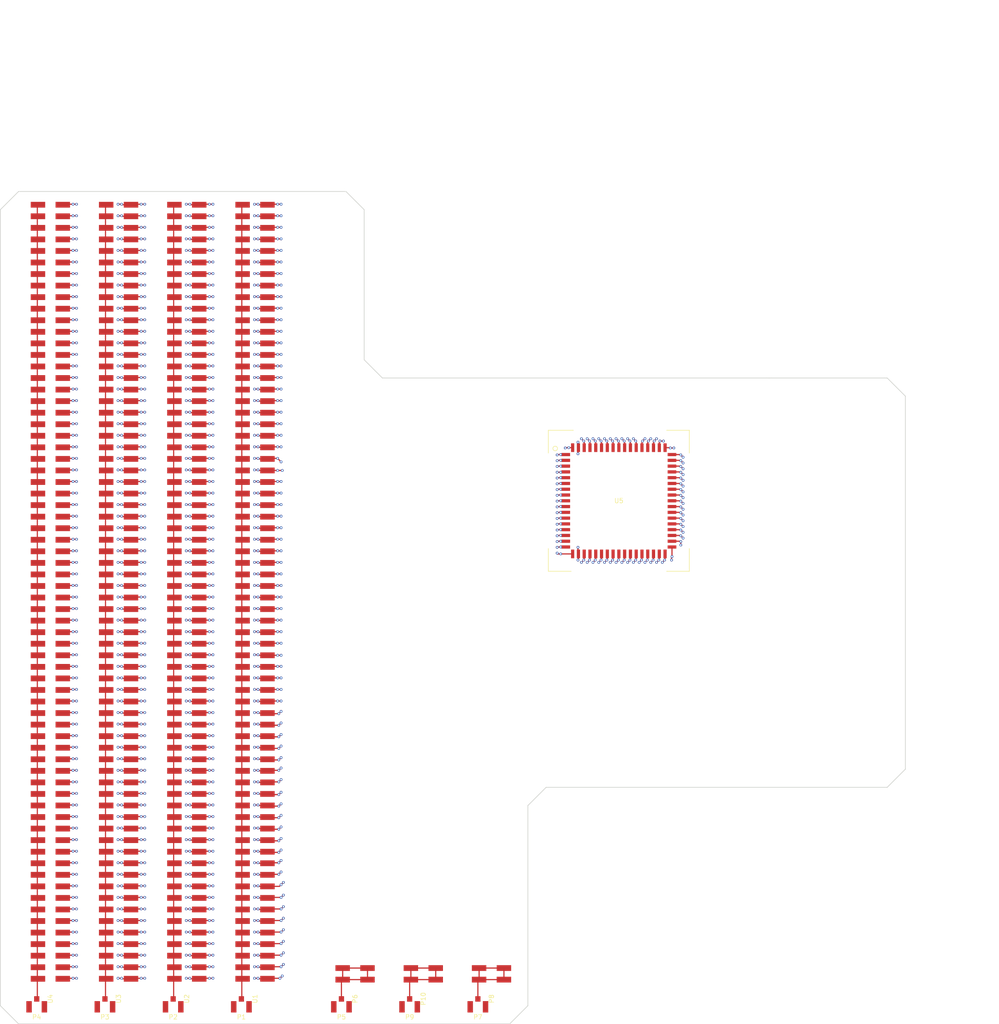
<source format=kicad_pcb>
(kicad_pcb (version 4) (host pcbnew 4.0.5)
  (layers (0 F.Cu signal) (1 In1.Cu signal) (2 In2.Cu signal) (31 B.Cu signal) (34 B.Paste user) (35 F.Paste user) (36 B.SilkS user) (37 F.SilkS user) (38 B.Mask user) (39 F.Mask user) (44 Edge.Cuts user))
  (net 0 "")
  (net 1 GND)
  (net 2 "Net-(P1-Pad1)")
  (net 3 "Net-(P2-Pad1)")
  (net 4 "Net-(P3-Pad1)")
  (net 5 "Net-(P4-Pad1)")
  (net 6 "Net-(P5-Pad1)")
  (net 7 "Net-(P7-Pad1)")
  (net 8 "Net-(P10-Pad1)")
  (net 9 1)
  (net 10 2)
  (net 11 3)
  (net 12 4)
  (net 13 5)
  (net 14 6)
  (net 15 7)
  (net 16 8)
  (net 17 9)
  (net 18 10)
  (net 19 11)
  (net 20 12)
  (net 21 13)
  (net 22 14)
  (net 23 15)
  (net 24 16)
  (net 25 17)
  (net 26 18)
  (net 27 19)
  (net 28 20)
  (net 29 21)
  (net 30 22)
  (net 31 23)
  (net 32 24)
  (net 33 25)
  (net 34 26)
  (net 35 27)
  (net 36 28)
  (net 37 29)
  (net 38 30)
  (net 39 31)
  (net 40 32)
  (net 41 33)
  (net 42 34)
  (net 43 35)
  (net 44 36)
  (net 45 37)
  (net 46 38)
  (net 47 39)
  (net 48 40)
  (net 49 41)
  (net 50 42)
  (net 51 43)
  (net 52 44)
  (net 53 45)
  (net 54 46)
  (net 55 47)
  (net 56 48)
  (net 57 49)
  (net 58 50)
  (net 59 51)
  (net 60 52)
  (net 61 53)
  (net 62 54)
  (net 63 55)
  (net 64 56)
  (net 65 57)
  (net 66 58)
  (net 67 59)
  (net 68 60)
  (net 69 61)
  (net 70 62)
  (net 71 63)
  (net 72 64)
  (net 73 65)
  (net 74 66)
  (net 75 67)
  (net 76 68)
  (module "NoyceLibrary:IPEX_Connector_SMD_(RECE.20279.001E.01)" (layer F.Cu) (at 117 210 180)
    (fp_text reference P1 (at 0 -3.5 180) (layer F.SilkS))
    (fp_text value CONN_01X02)
    (pad 2 smd rect (at 1.685 -1.25 180) (size 1.2 2.5) (layers F.Cu F.Paste F.Mask) (net 1 GND))
    (pad 2 smd rect (at -1.685 -1.25 180) (size 1.2 2.5) (layers F.Cu F.Paste F.Mask) (net 1 GND))
    (pad 1 smd rect (at 0 0.48 180) (size 1.15 1.2) (layers F.Cu F.Paste F.Mask) (net 2 "Net-(P1-Pad1)"))
  )
  (module "NoyceLibrary:IPEX_Connector_SMD_(RECE.20279.001E.01)" (layer F.Cu) (at 102 210 180)
    (fp_text reference P2 (at 0 -3.5 180) (layer F.SilkS))
    (fp_text value CONN_01X02)
    (pad 2 smd rect (at 1.685 -1.25 180) (size 1.2 2.5) (layers F.Cu F.Paste F.Mask) (net 1 GND))
    (pad 2 smd rect (at -1.685 -1.25 180) (size 1.2 2.5) (layers F.Cu F.Paste F.Mask) (net 1 GND))
    (pad 1 smd rect (at 0 0.48 180) (size 1.15 1.2) (layers F.Cu F.Paste F.Mask) (net 3 "Net-(P2-Pad1)"))
  )
  (module "NoyceLibrary:IPEX_Connector_SMD_(RECE.20279.001E.01)" (layer F.Cu) (at 87 210 180)
    (fp_text reference P3 (at 0 -3.5 180) (layer F.SilkS))
    (fp_text value CONN_01X02)
    (pad 2 smd rect (at 1.685 -1.25 180) (size 1.2 2.5) (layers F.Cu F.Paste F.Mask) (net 1 GND))
    (pad 2 smd rect (at -1.685 -1.25 180) (size 1.2 2.5) (layers F.Cu F.Paste F.Mask) (net 1 GND))
    (pad 1 smd rect (at 0 0.48 180) (size 1.15 1.2) (layers F.Cu F.Paste F.Mask) (net 4 "Net-(P3-Pad1)"))
  )
  (module "NoyceLibrary:IPEX_Connector_SMD_(RECE.20279.001E.01)" (layer F.Cu) (at 72 210 180)
    (fp_text reference P4 (at 0 -3.5 180) (layer F.SilkS))
    (fp_text value CONN_01X02)
    (pad 2 smd rect (at 1.685 -1.25 180) (size 1.2 2.5) (layers F.Cu F.Paste F.Mask) (net 1 GND))
    (pad 2 smd rect (at -1.685 -1.25 180) (size 1.2 2.5) (layers F.Cu F.Paste F.Mask) (net 1 GND))
    (pad 1 smd rect (at 0 0.48 180) (size 1.15 1.2) (layers F.Cu F.Paste F.Mask) (net 5 "Net-(P4-Pad1)"))
  )
  (module "NoyceLibrary:IPEX_Connector_SMD_(RECE.20279.001E.01)" (layer F.Cu) (at 139 210 180)
    (fp_text reference P5 (at 0 -3.5 180) (layer F.SilkS))
    (fp_text value CONN_01X02)
    (pad 2 smd rect (at 1.685 -1.25 180) (size 1.2 2.5) (layers F.Cu F.Paste F.Mask) (net 1 GND))
    (pad 2 smd rect (at -1.685 -1.25 180) (size 1.2 2.5) (layers F.Cu F.Paste F.Mask) (net 1 GND))
    (pad 1 smd rect (at 0 0.48 180) (size 1.15 1.2) (layers F.Cu F.Paste F.Mask) (net 6 "Net-(P5-Pad1)"))
  )
  (module "NoyceLibrary:Headers_SMD_2x2_(cut_95157-240LF)" (layer F.Cu) (at 142 204 90)
    (fp_text reference P6 (at -5.5 0 90) (layer F.SilkS))
    (fp_text value CONN_02X02)
    (pad 1 smd rect (at -1.27 -2.73 90) (size 1.27 3.18) (layers F.Cu F.Paste F.Mask) (net 6 "Net-(P5-Pad1)"))
    (pad 3 smd rect (at 1.27 -2.73 90) (size 1.27 3.18) (layers F.Cu F.Paste F.Mask) (net 6 "Net-(P5-Pad1)"))
    (pad 2 smd rect (at -1.27 2.73 90) (size 1.27 3.18) (layers F.Cu F.Paste F.Mask) (net 6 "Net-(P5-Pad1)"))
    (pad 4 smd rect (at 1.27 2.73 90) (size 1.27 3.18) (layers F.Cu F.Paste F.Mask) (net 6 "Net-(P5-Pad1)"))
  )
  (module "NoyceLibrary:IPEX_Connector_SMD_(RECE.20279.001E.01)" (layer F.Cu) (at 169 210 180)
    (fp_text reference P7 (at 0 -3.5 180) (layer F.SilkS))
    (fp_text value CONN_01X02)
    (pad 2 smd rect (at 1.685 -1.25 180) (size 1.2 2.5) (layers F.Cu F.Paste F.Mask) (net 1 GND))
    (pad 2 smd rect (at -1.685 -1.25 180) (size 1.2 2.5) (layers F.Cu F.Paste F.Mask) (net 1 GND))
    (pad 1 smd rect (at 0 0.48 180) (size 1.15 1.2) (layers F.Cu F.Paste F.Mask) (net 7 "Net-(P7-Pad1)"))
  )
  (module "NoyceLibrary:Headers_SMD_2x2_(cut_95157-240LF)" (layer F.Cu) (at 172 204 90)
    (fp_text reference P8 (at -5.5 0 90) (layer F.SilkS))
    (fp_text value CONN_02X02)
    (pad 1 smd rect (at -1.27 -2.73 90) (size 1.27 3.18) (layers F.Cu F.Paste F.Mask) (net 7 "Net-(P7-Pad1)"))
    (pad 3 smd rect (at 1.27 -2.73 90) (size 1.27 3.18) (layers F.Cu F.Paste F.Mask) (net 7 "Net-(P7-Pad1)"))
    (pad 2 smd rect (at -1.27 2.73 90) (size 1.27 3.18) (layers F.Cu F.Paste F.Mask) (net 7 "Net-(P7-Pad1)"))
    (pad 4 smd rect (at 1.27 2.73 90) (size 1.27 3.18) (layers F.Cu F.Paste F.Mask) (net 7 "Net-(P7-Pad1)"))
  )
  (module "NoyceLibrary:IPEX_Connector_SMD_(RECE.20279.001E.01)" (layer F.Cu) (at 154 210 180)
    (fp_text reference P9 (at 0 -3.5 180) (layer F.SilkS))
    (fp_text value CONN_01X02)
    (pad 2 smd rect (at 1.685 -1.25 180) (size 1.2 2.5) (layers F.Cu F.Paste F.Mask) (net 1 GND))
    (pad 2 smd rect (at -1.685 -1.25 180) (size 1.2 2.5) (layers F.Cu F.Paste F.Mask) (net 1 GND))
    (pad 1 smd rect (at 0 0.48 180) (size 1.15 1.2) (layers F.Cu F.Paste F.Mask) (net 8 "Net-(P10-Pad1)"))
  )
  (module "NoyceLibrary:Headers_SMD_2x2_(cut_95157-240LF)" (layer F.Cu) (at 157 204 90)
    (fp_text reference P10 (at -5.5 0 90) (layer F.SilkS))
    (fp_text value CONN_02X02)
    (pad 1 smd rect (at -1.27 -2.73 90) (size 1.27 3.18) (layers F.Cu F.Paste F.Mask) (net 8 "Net-(P10-Pad1)"))
    (pad 3 smd rect (at 1.27 -2.73 90) (size 1.27 3.18) (layers F.Cu F.Paste F.Mask) (net 8 "Net-(P10-Pad1)"))
    (pad 2 smd rect (at -1.27 2.73 90) (size 1.27 3.18) (layers F.Cu F.Paste F.Mask) (net 8 "Net-(P10-Pad1)"))
    (pad 4 smd rect (at 1.27 2.73 90) (size 1.27 3.18) (layers F.Cu F.Paste F.Mask) (net 8 "Net-(P10-Pad1)"))
  )
  (module "NoyceLibrary:Headers_SMD_2x68_(mult_95157-240LF)" (layer F.Cu) (at 120 120 90)
    (fp_text reference U1 (at -89.5 0 90) (layer F.SilkS))
    (fp_text value "Headers_SMD_2x68_(mult_95157-240LF)")
    (pad 2 smd rect (at -85.09 -2.73 90) (size 1.27 3.18) (layers F.Cu F.Paste F.Mask) (net 2 "Net-(P1-Pad1)"))
    (pad 4 smd rect (at -82.55 -2.73 90) (size 1.27 3.18) (layers F.Cu F.Paste F.Mask) (net 2 "Net-(P1-Pad1)"))
    (pad 6 smd rect (at -80.01 -2.73 90) (size 1.27 3.18) (layers F.Cu F.Paste F.Mask) (net 2 "Net-(P1-Pad1)"))
    (pad 8 smd rect (at -77.47 -2.73 90) (size 1.27 3.18) (layers F.Cu F.Paste F.Mask) (net 2 "Net-(P1-Pad1)"))
    (pad 10 smd rect (at -74.93 -2.73 90) (size 1.27 3.18) (layers F.Cu F.Paste F.Mask) (net 2 "Net-(P1-Pad1)"))
    (pad 12 smd rect (at -72.39 -2.73 90) (size 1.27 3.18) (layers F.Cu F.Paste F.Mask) (net 2 "Net-(P1-Pad1)"))
    (pad 14 smd rect (at -69.85 -2.73 90) (size 1.27 3.18) (layers F.Cu F.Paste F.Mask) (net 2 "Net-(P1-Pad1)"))
    (pad 16 smd rect (at -67.31 -2.73 90) (size 1.27 3.18) (layers F.Cu F.Paste F.Mask) (net 2 "Net-(P1-Pad1)"))
    (pad 18 smd rect (at -64.77 -2.73 90) (size 1.27 3.18) (layers F.Cu F.Paste F.Mask) (net 2 "Net-(P1-Pad1)"))
    (pad 20 smd rect (at -62.23 -2.73 90) (size 1.27 3.18) (layers F.Cu F.Paste F.Mask) (net 2 "Net-(P1-Pad1)"))
    (pad 22 smd rect (at -59.69 -2.73 90) (size 1.27 3.18) (layers F.Cu F.Paste F.Mask) (net 2 "Net-(P1-Pad1)"))
    (pad 24 smd rect (at -57.15 -2.73 90) (size 1.27 3.18) (layers F.Cu F.Paste F.Mask) (net 2 "Net-(P1-Pad1)"))
    (pad 26 smd rect (at -54.61 -2.73 90) (size 1.27 3.18) (layers F.Cu F.Paste F.Mask) (net 2 "Net-(P1-Pad1)"))
    (pad 28 smd rect (at -52.07 -2.73 90) (size 1.27 3.18) (layers F.Cu F.Paste F.Mask) (net 2 "Net-(P1-Pad1)"))
    (pad 30 smd rect (at -49.53 -2.73 90) (size 1.27 3.18) (layers F.Cu F.Paste F.Mask) (net 2 "Net-(P1-Pad1)"))
    (pad 32 smd rect (at -46.99 -2.73 90) (size 1.27 3.18) (layers F.Cu F.Paste F.Mask) (net 2 "Net-(P1-Pad1)"))
    (pad 34 smd rect (at -44.45 -2.73 90) (size 1.27 3.18) (layers F.Cu F.Paste F.Mask) (net 2 "Net-(P1-Pad1)"))
    (pad 36 smd rect (at -41.91 -2.73 90) (size 1.27 3.18) (layers F.Cu F.Paste F.Mask) (net 2 "Net-(P1-Pad1)"))
    (pad 38 smd rect (at -39.37 -2.73 90) (size 1.27 3.18) (layers F.Cu F.Paste F.Mask) (net 2 "Net-(P1-Pad1)"))
    (pad 40 smd rect (at -36.83 -2.73 90) (size 1.27 3.18) (layers F.Cu F.Paste F.Mask) (net 2 "Net-(P1-Pad1)"))
    (pad 42 smd rect (at -34.29 -2.73 90) (size 1.27 3.18) (layers F.Cu F.Paste F.Mask) (net 2 "Net-(P1-Pad1)"))
    (pad 44 smd rect (at -31.75 -2.73 90) (size 1.27 3.18) (layers F.Cu F.Paste F.Mask) (net 2 "Net-(P1-Pad1)"))
    (pad 46 smd rect (at -29.21 -2.73 90) (size 1.27 3.18) (layers F.Cu F.Paste F.Mask) (net 2 "Net-(P1-Pad1)"))
    (pad 48 smd rect (at -26.67 -2.73 90) (size 1.27 3.18) (layers F.Cu F.Paste F.Mask) (net 2 "Net-(P1-Pad1)"))
    (pad 50 smd rect (at -24.13 -2.73 90) (size 1.27 3.18) (layers F.Cu F.Paste F.Mask) (net 2 "Net-(P1-Pad1)"))
    (pad 52 smd rect (at -21.59 -2.73 90) (size 1.27 3.18) (layers F.Cu F.Paste F.Mask) (net 2 "Net-(P1-Pad1)"))
    (pad 54 smd rect (at -19.05 -2.73 90) (size 1.27 3.18) (layers F.Cu F.Paste F.Mask) (net 2 "Net-(P1-Pad1)"))
    (pad 56 smd rect (at -16.51 -2.73 90) (size 1.27 3.18) (layers F.Cu F.Paste F.Mask) (net 2 "Net-(P1-Pad1)"))
    (pad 58 smd rect (at -13.97 -2.73 90) (size 1.27 3.18) (layers F.Cu F.Paste F.Mask) (net 2 "Net-(P1-Pad1)"))
    (pad 60 smd rect (at -11.43 -2.73 90) (size 1.27 3.18) (layers F.Cu F.Paste F.Mask) (net 2 "Net-(P1-Pad1)"))
    (pad 62 smd rect (at -8.89 -2.73 90) (size 1.27 3.18) (layers F.Cu F.Paste F.Mask) (net 2 "Net-(P1-Pad1)"))
    (pad 64 smd rect (at -6.35 -2.73 90) (size 1.27 3.18) (layers F.Cu F.Paste F.Mask) (net 2 "Net-(P1-Pad1)"))
    (pad 66 smd rect (at -3.81 -2.73 90) (size 1.27 3.18) (layers F.Cu F.Paste F.Mask) (net 2 "Net-(P1-Pad1)"))
    (pad 68 smd rect (at -1.27 -2.73 90) (size 1.27 3.18) (layers F.Cu F.Paste F.Mask) (net 2 "Net-(P1-Pad1)"))
    (pad 70 smd rect (at 1.27 -2.73 90) (size 1.27 3.18) (layers F.Cu F.Paste F.Mask) (net 2 "Net-(P1-Pad1)"))
    (pad 72 smd rect (at 3.81 -2.73 90) (size 1.27 3.18) (layers F.Cu F.Paste F.Mask) (net 2 "Net-(P1-Pad1)"))
    (pad 74 smd rect (at 6.35 -2.73 90) (size 1.27 3.18) (layers F.Cu F.Paste F.Mask) (net 2 "Net-(P1-Pad1)"))
    (pad 76 smd rect (at 8.89 -2.73 90) (size 1.27 3.18) (layers F.Cu F.Paste F.Mask) (net 2 "Net-(P1-Pad1)"))
    (pad 78 smd rect (at 11.43 -2.73 90) (size 1.27 3.18) (layers F.Cu F.Paste F.Mask) (net 2 "Net-(P1-Pad1)"))
    (pad 80 smd rect (at 13.97 -2.73 90) (size 1.27 3.18) (layers F.Cu F.Paste F.Mask) (net 2 "Net-(P1-Pad1)"))
    (pad 82 smd rect (at 16.51 -2.73 90) (size 1.27 3.18) (layers F.Cu F.Paste F.Mask) (net 2 "Net-(P1-Pad1)"))
    (pad 84 smd rect (at 19.05 -2.73 90) (size 1.27 3.18) (layers F.Cu F.Paste F.Mask) (net 2 "Net-(P1-Pad1)"))
    (pad 86 smd rect (at 21.59 -2.73 90) (size 1.27 3.18) (layers F.Cu F.Paste F.Mask) (net 2 "Net-(P1-Pad1)"))
    (pad 88 smd rect (at 24.13 -2.73 90) (size 1.27 3.18) (layers F.Cu F.Paste F.Mask) (net 2 "Net-(P1-Pad1)"))
    (pad 90 smd rect (at 26.67 -2.73 90) (size 1.27 3.18) (layers F.Cu F.Paste F.Mask) (net 2 "Net-(P1-Pad1)"))
    (pad 92 smd rect (at 29.21 -2.73 90) (size 1.27 3.18) (layers F.Cu F.Paste F.Mask) (net 2 "Net-(P1-Pad1)"))
    (pad 94 smd rect (at 31.75 -2.73 90) (size 1.27 3.18) (layers F.Cu F.Paste F.Mask) (net 2 "Net-(P1-Pad1)"))
    (pad 96 smd rect (at 34.29 -2.73 90) (size 1.27 3.18) (layers F.Cu F.Paste F.Mask) (net 2 "Net-(P1-Pad1)"))
    (pad 98 smd rect (at 36.83 -2.73 90) (size 1.27 3.18) (layers F.Cu F.Paste F.Mask) (net 2 "Net-(P1-Pad1)"))
    (pad 100 smd rect (at 39.37 -2.73 90) (size 1.27 3.18) (layers F.Cu F.Paste F.Mask) (net 2 "Net-(P1-Pad1)"))
    (pad 102 smd rect (at 41.91 -2.73 90) (size 1.27 3.18) (layers F.Cu F.Paste F.Mask) (net 2 "Net-(P1-Pad1)"))
    (pad 104 smd rect (at 44.45 -2.73 90) (size 1.27 3.18) (layers F.Cu F.Paste F.Mask) (net 2 "Net-(P1-Pad1)"))
    (pad 106 smd rect (at 46.99 -2.73 90) (size 1.27 3.18) (layers F.Cu F.Paste F.Mask) (net 2 "Net-(P1-Pad1)"))
    (pad 108 smd rect (at 49.53 -2.73 90) (size 1.27 3.18) (layers F.Cu F.Paste F.Mask) (net 2 "Net-(P1-Pad1)"))
    (pad 110 smd rect (at 52.07 -2.73 90) (size 1.27 3.18) (layers F.Cu F.Paste F.Mask) (net 2 "Net-(P1-Pad1)"))
    (pad 112 smd rect (at 54.61 -2.73 90) (size 1.27 3.18) (layers F.Cu F.Paste F.Mask) (net 2 "Net-(P1-Pad1)"))
    (pad 114 smd rect (at 57.15 -2.73 90) (size 1.27 3.18) (layers F.Cu F.Paste F.Mask) (net 2 "Net-(P1-Pad1)"))
    (pad 116 smd rect (at 59.69 -2.73 90) (size 1.27 3.18) (layers F.Cu F.Paste F.Mask) (net 2 "Net-(P1-Pad1)"))
    (pad 118 smd rect (at 62.23 -2.73 90) (size 1.27 3.18) (layers F.Cu F.Paste F.Mask) (net 2 "Net-(P1-Pad1)"))
    (pad 120 smd rect (at 64.77 -2.73 90) (size 1.27 3.18) (layers F.Cu F.Paste F.Mask) (net 2 "Net-(P1-Pad1)"))
    (pad 122 smd rect (at 67.31 -2.73 90) (size 1.27 3.18) (layers F.Cu F.Paste F.Mask) (net 2 "Net-(P1-Pad1)"))
    (pad 124 smd rect (at 69.85 -2.73 90) (size 1.27 3.18) (layers F.Cu F.Paste F.Mask) (net 2 "Net-(P1-Pad1)"))
    (pad 126 smd rect (at 72.39 -2.73 90) (size 1.27 3.18) (layers F.Cu F.Paste F.Mask) (net 2 "Net-(P1-Pad1)"))
    (pad 128 smd rect (at 74.93 -2.73 90) (size 1.27 3.18) (layers F.Cu F.Paste F.Mask) (net 2 "Net-(P1-Pad1)"))
    (pad 130 smd rect (at 77.47 -2.73 90) (size 1.27 3.18) (layers F.Cu F.Paste F.Mask) (net 2 "Net-(P1-Pad1)"))
    (pad 132 smd rect (at 80.01 -2.73 90) (size 1.27 3.18) (layers F.Cu F.Paste F.Mask) (net 2 "Net-(P1-Pad1)"))
    (pad 134 smd rect (at 82.55 -2.73 90) (size 1.27 3.18) (layers F.Cu F.Paste F.Mask) (net 2 "Net-(P1-Pad1)"))
    (pad 136 smd rect (at 85.09 -2.73 90) (size 1.27 3.18) (layers F.Cu F.Paste F.Mask) (net 2 "Net-(P1-Pad1)"))
    (pad 1 smd rect (at -85.09 2.73 90) (size 1.27 3.18) (layers F.Cu F.Paste F.Mask) (net 9 1))
    (pad 3 smd rect (at -82.55 2.73 90) (size 1.27 3.18) (layers F.Cu F.Paste F.Mask) (net 10 2))
    (pad 5 smd rect (at -80.01 2.73 90) (size 1.27 3.18) (layers F.Cu F.Paste F.Mask) (net 11 3))
    (pad 7 smd rect (at -77.47 2.73 90) (size 1.27 3.18) (layers F.Cu F.Paste F.Mask) (net 12 4))
    (pad 9 smd rect (at -74.93 2.73 90) (size 1.27 3.18) (layers F.Cu F.Paste F.Mask) (net 13 5))
    (pad 11 smd rect (at -72.39 2.73 90) (size 1.27 3.18) (layers F.Cu F.Paste F.Mask) (net 14 6))
    (pad 13 smd rect (at -69.85 2.73 90) (size 1.27 3.18) (layers F.Cu F.Paste F.Mask) (net 15 7))
    (pad 15 smd rect (at -67.31 2.73 90) (size 1.27 3.18) (layers F.Cu F.Paste F.Mask) (net 16 8))
    (pad 17 smd rect (at -64.77 2.73 90) (size 1.27 3.18) (layers F.Cu F.Paste F.Mask) (net 17 9))
    (pad 19 smd rect (at -62.23 2.73 90) (size 1.27 3.18) (layers F.Cu F.Paste F.Mask) (net 18 10))
    (pad 21 smd rect (at -59.69 2.73 90) (size 1.27 3.18) (layers F.Cu F.Paste F.Mask) (net 19 11))
    (pad 23 smd rect (at -57.15 2.73 90) (size 1.27 3.18) (layers F.Cu F.Paste F.Mask) (net 20 12))
    (pad 25 smd rect (at -54.61 2.73 90) (size 1.27 3.18) (layers F.Cu F.Paste F.Mask) (net 21 13))
    (pad 27 smd rect (at -52.07 2.73 90) (size 1.27 3.18) (layers F.Cu F.Paste F.Mask) (net 22 14))
    (pad 29 smd rect (at -49.53 2.73 90) (size 1.27 3.18) (layers F.Cu F.Paste F.Mask) (net 23 15))
    (pad 31 smd rect (at -46.99 2.73 90) (size 1.27 3.18) (layers F.Cu F.Paste F.Mask) (net 24 16))
    (pad 33 smd rect (at -44.45 2.73 90) (size 1.27 3.18) (layers F.Cu F.Paste F.Mask) (net 25 17))
    (pad 35 smd rect (at -41.91 2.73 90) (size 1.27 3.18) (layers F.Cu F.Paste F.Mask) (net 26 18))
    (pad 37 smd rect (at -39.37 2.73 90) (size 1.27 3.18) (layers F.Cu F.Paste F.Mask) (net 27 19))
    (pad 39 smd rect (at -36.83 2.73 90) (size 1.27 3.18) (layers F.Cu F.Paste F.Mask) (net 28 20))
    (pad 41 smd rect (at -34.29 2.73 90) (size 1.27 3.18) (layers F.Cu F.Paste F.Mask) (net 29 21))
    (pad 43 smd rect (at -31.75 2.73 90) (size 1.27 3.18) (layers F.Cu F.Paste F.Mask) (net 30 22))
    (pad 45 smd rect (at -29.21 2.73 90) (size 1.27 3.18) (layers F.Cu F.Paste F.Mask) (net 31 23))
    (pad 47 smd rect (at -26.67 2.73 90) (size 1.27 3.18) (layers F.Cu F.Paste F.Mask) (net 32 24))
    (pad 49 smd rect (at -24.13 2.73 90) (size 1.27 3.18) (layers F.Cu F.Paste F.Mask) (net 33 25))
    (pad 51 smd rect (at -21.59 2.73 90) (size 1.27 3.18) (layers F.Cu F.Paste F.Mask) (net 34 26))
    (pad 53 smd rect (at -19.05 2.73 90) (size 1.27 3.18) (layers F.Cu F.Paste F.Mask) (net 35 27))
    (pad 55 smd rect (at -16.51 2.73 90) (size 1.27 3.18) (layers F.Cu F.Paste F.Mask) (net 36 28))
    (pad 57 smd rect (at -13.97 2.73 90) (size 1.27 3.18) (layers F.Cu F.Paste F.Mask) (net 37 29))
    (pad 59 smd rect (at -11.43 2.73 90) (size 1.27 3.18) (layers F.Cu F.Paste F.Mask) (net 38 30))
    (pad 61 smd rect (at -8.89 2.73 90) (size 1.27 3.18) (layers F.Cu F.Paste F.Mask) (net 39 31))
    (pad 63 smd rect (at -6.35 2.73 90) (size 1.27 3.18) (layers F.Cu F.Paste F.Mask) (net 40 32))
    (pad 65 smd rect (at -3.81 2.73 90) (size 1.27 3.18) (layers F.Cu F.Paste F.Mask) (net 41 33))
    (pad 67 smd rect (at -1.27 2.73 90) (size 1.27 3.18) (layers F.Cu F.Paste F.Mask) (net 42 34))
    (pad 69 smd rect (at 1.27 2.73 90) (size 1.27 3.18) (layers F.Cu F.Paste F.Mask) (net 43 35))
    (pad 71 smd rect (at 3.81 2.73 90) (size 1.27 3.18) (layers F.Cu F.Paste F.Mask) (net 44 36))
    (pad 73 smd rect (at 6.35 2.73 90) (size 1.27 3.18) (layers F.Cu F.Paste F.Mask) (net 45 37))
    (pad 75 smd rect (at 8.89 2.73 90) (size 1.27 3.18) (layers F.Cu F.Paste F.Mask) (net 46 38))
    (pad 77 smd rect (at 11.43 2.73 90) (size 1.27 3.18) (layers F.Cu F.Paste F.Mask) (net 47 39))
    (pad 79 smd rect (at 13.97 2.73 90) (size 1.27 3.18) (layers F.Cu F.Paste F.Mask) (net 48 40))
    (pad 81 smd rect (at 16.51 2.73 90) (size 1.27 3.18) (layers F.Cu F.Paste F.Mask) (net 49 41))
    (pad 83 smd rect (at 19.05 2.73 90) (size 1.27 3.18) (layers F.Cu F.Paste F.Mask) (net 50 42))
    (pad 85 smd rect (at 21.59 2.73 90) (size 1.27 3.18) (layers F.Cu F.Paste F.Mask) (net 51 43))
    (pad 87 smd rect (at 24.13 2.73 90) (size 1.27 3.18) (layers F.Cu F.Paste F.Mask) (net 52 44))
    (pad 89 smd rect (at 26.67 2.73 90) (size 1.27 3.18) (layers F.Cu F.Paste F.Mask) (net 53 45))
    (pad 91 smd rect (at 29.21 2.73 90) (size 1.27 3.18) (layers F.Cu F.Paste F.Mask) (net 54 46))
    (pad 93 smd rect (at 31.75 2.73 90) (size 1.27 3.18) (layers F.Cu F.Paste F.Mask) (net 55 47))
    (pad 95 smd rect (at 34.29 2.73 90) (size 1.27 3.18) (layers F.Cu F.Paste F.Mask) (net 56 48))
    (pad 97 smd rect (at 36.83 2.73 90) (size 1.27 3.18) (layers F.Cu F.Paste F.Mask) (net 57 49))
    (pad 99 smd rect (at 39.37 2.73 90) (size 1.27 3.18) (layers F.Cu F.Paste F.Mask) (net 58 50))
    (pad 101 smd rect (at 41.91 2.73 90) (size 1.27 3.18) (layers F.Cu F.Paste F.Mask) (net 59 51))
    (pad 103 smd rect (at 44.45 2.73 90) (size 1.27 3.18) (layers F.Cu F.Paste F.Mask) (net 60 52))
    (pad 105 smd rect (at 46.99 2.73 90) (size 1.27 3.18) (layers F.Cu F.Paste F.Mask) (net 61 53))
    (pad 107 smd rect (at 49.53 2.73 90) (size 1.27 3.18) (layers F.Cu F.Paste F.Mask) (net 62 54))
    (pad 109 smd rect (at 52.07 2.73 90) (size 1.27 3.18) (layers F.Cu F.Paste F.Mask) (net 63 55))
    (pad 111 smd rect (at 54.61 2.73 90) (size 1.27 3.18) (layers F.Cu F.Paste F.Mask) (net 64 56))
    (pad 113 smd rect (at 57.15 2.73 90) (size 1.27 3.18) (layers F.Cu F.Paste F.Mask) (net 65 57))
    (pad 115 smd rect (at 59.69 2.73 90) (size 1.27 3.18) (layers F.Cu F.Paste F.Mask) (net 66 58))
    (pad 117 smd rect (at 62.23 2.73 90) (size 1.27 3.18) (layers F.Cu F.Paste F.Mask) (net 67 59))
    (pad 119 smd rect (at 64.77 2.73 90) (size 1.27 3.18) (layers F.Cu F.Paste F.Mask) (net 68 60))
    (pad 121 smd rect (at 67.31 2.73 90) (size 1.27 3.18) (layers F.Cu F.Paste F.Mask) (net 69 61))
    (pad 123 smd rect (at 69.85 2.73 90) (size 1.27 3.18) (layers F.Cu F.Paste F.Mask) (net 70 62))
    (pad 125 smd rect (at 72.39 2.73 90) (size 1.27 3.18) (layers F.Cu F.Paste F.Mask) (net 71 63))
    (pad 127 smd rect (at 74.93 2.73 90) (size 1.27 3.18) (layers F.Cu F.Paste F.Mask) (net 72 64))
    (pad 129 smd rect (at 77.47 2.73 90) (size 1.27 3.18) (layers F.Cu F.Paste F.Mask) (net 73 65))
    (pad 131 smd rect (at 80.01 2.73 90) (size 1.27 3.18) (layers F.Cu F.Paste F.Mask) (net 74 66))
    (pad 133 smd rect (at 82.55 2.73 90) (size 1.27 3.18) (layers F.Cu F.Paste F.Mask) (net 75 67))
    (pad 135 smd rect (at 85.09 2.73 90) (size 1.27 3.18) (layers F.Cu F.Paste F.Mask) (net 76 68))
  )
  (module "NoyceLibrary:Headers_SMD_2x68_(mult_95157-240LF)" (layer F.Cu) (at 105 120 90)
    (fp_text reference U2 (at -89.5 0 90) (layer F.SilkS))
    (fp_text value "Headers_SMD_2x68_(mult_95157-240LF)")
    (pad 2 smd rect (at -85.09 -2.73 90) (size 1.27 3.18) (layers F.Cu F.Paste F.Mask) (net 3 "Net-(P2-Pad1)"))
    (pad 4 smd rect (at -82.55 -2.73 90) (size 1.27 3.18) (layers F.Cu F.Paste F.Mask) (net 3 "Net-(P2-Pad1)"))
    (pad 6 smd rect (at -80.01 -2.73 90) (size 1.27 3.18) (layers F.Cu F.Paste F.Mask) (net 3 "Net-(P2-Pad1)"))
    (pad 8 smd rect (at -77.47 -2.73 90) (size 1.27 3.18) (layers F.Cu F.Paste F.Mask) (net 3 "Net-(P2-Pad1)"))
    (pad 10 smd rect (at -74.93 -2.73 90) (size 1.27 3.18) (layers F.Cu F.Paste F.Mask) (net 3 "Net-(P2-Pad1)"))
    (pad 12 smd rect (at -72.39 -2.73 90) (size 1.27 3.18) (layers F.Cu F.Paste F.Mask) (net 3 "Net-(P2-Pad1)"))
    (pad 14 smd rect (at -69.85 -2.73 90) (size 1.27 3.18) (layers F.Cu F.Paste F.Mask) (net 3 "Net-(P2-Pad1)"))
    (pad 16 smd rect (at -67.31 -2.73 90) (size 1.27 3.18) (layers F.Cu F.Paste F.Mask) (net 3 "Net-(P2-Pad1)"))
    (pad 18 smd rect (at -64.77 -2.73 90) (size 1.27 3.18) (layers F.Cu F.Paste F.Mask) (net 3 "Net-(P2-Pad1)"))
    (pad 20 smd rect (at -62.23 -2.73 90) (size 1.27 3.18) (layers F.Cu F.Paste F.Mask) (net 3 "Net-(P2-Pad1)"))
    (pad 22 smd rect (at -59.69 -2.73 90) (size 1.27 3.18) (layers F.Cu F.Paste F.Mask) (net 3 "Net-(P2-Pad1)"))
    (pad 24 smd rect (at -57.15 -2.73 90) (size 1.27 3.18) (layers F.Cu F.Paste F.Mask) (net 3 "Net-(P2-Pad1)"))
    (pad 26 smd rect (at -54.61 -2.73 90) (size 1.27 3.18) (layers F.Cu F.Paste F.Mask) (net 3 "Net-(P2-Pad1)"))
    (pad 28 smd rect (at -52.07 -2.73 90) (size 1.27 3.18) (layers F.Cu F.Paste F.Mask) (net 3 "Net-(P2-Pad1)"))
    (pad 30 smd rect (at -49.53 -2.73 90) (size 1.27 3.18) (layers F.Cu F.Paste F.Mask) (net 3 "Net-(P2-Pad1)"))
    (pad 32 smd rect (at -46.99 -2.73 90) (size 1.27 3.18) (layers F.Cu F.Paste F.Mask) (net 3 "Net-(P2-Pad1)"))
    (pad 34 smd rect (at -44.45 -2.73 90) (size 1.27 3.18) (layers F.Cu F.Paste F.Mask) (net 3 "Net-(P2-Pad1)"))
    (pad 36 smd rect (at -41.91 -2.73 90) (size 1.27 3.18) (layers F.Cu F.Paste F.Mask) (net 3 "Net-(P2-Pad1)"))
    (pad 38 smd rect (at -39.37 -2.73 90) (size 1.27 3.18) (layers F.Cu F.Paste F.Mask) (net 3 "Net-(P2-Pad1)"))
    (pad 40 smd rect (at -36.83 -2.73 90) (size 1.27 3.18) (layers F.Cu F.Paste F.Mask) (net 3 "Net-(P2-Pad1)"))
    (pad 42 smd rect (at -34.29 -2.73 90) (size 1.27 3.18) (layers F.Cu F.Paste F.Mask) (net 3 "Net-(P2-Pad1)"))
    (pad 44 smd rect (at -31.75 -2.73 90) (size 1.27 3.18) (layers F.Cu F.Paste F.Mask) (net 3 "Net-(P2-Pad1)"))
    (pad 46 smd rect (at -29.21 -2.73 90) (size 1.27 3.18) (layers F.Cu F.Paste F.Mask) (net 3 "Net-(P2-Pad1)"))
    (pad 48 smd rect (at -26.67 -2.73 90) (size 1.27 3.18) (layers F.Cu F.Paste F.Mask) (net 3 "Net-(P2-Pad1)"))
    (pad 50 smd rect (at -24.13 -2.73 90) (size 1.27 3.18) (layers F.Cu F.Paste F.Mask) (net 3 "Net-(P2-Pad1)"))
    (pad 52 smd rect (at -21.59 -2.73 90) (size 1.27 3.18) (layers F.Cu F.Paste F.Mask) (net 3 "Net-(P2-Pad1)"))
    (pad 54 smd rect (at -19.05 -2.73 90) (size 1.27 3.18) (layers F.Cu F.Paste F.Mask) (net 3 "Net-(P2-Pad1)"))
    (pad 56 smd rect (at -16.51 -2.73 90) (size 1.27 3.18) (layers F.Cu F.Paste F.Mask) (net 3 "Net-(P2-Pad1)"))
    (pad 58 smd rect (at -13.97 -2.73 90) (size 1.27 3.18) (layers F.Cu F.Paste F.Mask) (net 3 "Net-(P2-Pad1)"))
    (pad 60 smd rect (at -11.43 -2.73 90) (size 1.27 3.18) (layers F.Cu F.Paste F.Mask) (net 3 "Net-(P2-Pad1)"))
    (pad 62 smd rect (at -8.89 -2.73 90) (size 1.27 3.18) (layers F.Cu F.Paste F.Mask) (net 3 "Net-(P2-Pad1)"))
    (pad 64 smd rect (at -6.35 -2.73 90) (size 1.27 3.18) (layers F.Cu F.Paste F.Mask) (net 3 "Net-(P2-Pad1)"))
    (pad 66 smd rect (at -3.81 -2.73 90) (size 1.27 3.18) (layers F.Cu F.Paste F.Mask) (net 3 "Net-(P2-Pad1)"))
    (pad 68 smd rect (at -1.27 -2.73 90) (size 1.27 3.18) (layers F.Cu F.Paste F.Mask) (net 3 "Net-(P2-Pad1)"))
    (pad 70 smd rect (at 1.27 -2.73 90) (size 1.27 3.18) (layers F.Cu F.Paste F.Mask) (net 3 "Net-(P2-Pad1)"))
    (pad 72 smd rect (at 3.81 -2.73 90) (size 1.27 3.18) (layers F.Cu F.Paste F.Mask) (net 3 "Net-(P2-Pad1)"))
    (pad 74 smd rect (at 6.35 -2.73 90) (size 1.27 3.18) (layers F.Cu F.Paste F.Mask) (net 3 "Net-(P2-Pad1)"))
    (pad 76 smd rect (at 8.89 -2.73 90) (size 1.27 3.18) (layers F.Cu F.Paste F.Mask) (net 3 "Net-(P2-Pad1)"))
    (pad 78 smd rect (at 11.43 -2.73 90) (size 1.27 3.18) (layers F.Cu F.Paste F.Mask) (net 3 "Net-(P2-Pad1)"))
    (pad 80 smd rect (at 13.97 -2.73 90) (size 1.27 3.18) (layers F.Cu F.Paste F.Mask) (net 3 "Net-(P2-Pad1)"))
    (pad 82 smd rect (at 16.51 -2.73 90) (size 1.27 3.18) (layers F.Cu F.Paste F.Mask) (net 3 "Net-(P2-Pad1)"))
    (pad 84 smd rect (at 19.05 -2.73 90) (size 1.27 3.18) (layers F.Cu F.Paste F.Mask) (net 3 "Net-(P2-Pad1)"))
    (pad 86 smd rect (at 21.59 -2.73 90) (size 1.27 3.18) (layers F.Cu F.Paste F.Mask) (net 3 "Net-(P2-Pad1)"))
    (pad 88 smd rect (at 24.13 -2.73 90) (size 1.27 3.18) (layers F.Cu F.Paste F.Mask) (net 3 "Net-(P2-Pad1)"))
    (pad 90 smd rect (at 26.67 -2.73 90) (size 1.27 3.18) (layers F.Cu F.Paste F.Mask) (net 3 "Net-(P2-Pad1)"))
    (pad 92 smd rect (at 29.21 -2.73 90) (size 1.27 3.18) (layers F.Cu F.Paste F.Mask) (net 3 "Net-(P2-Pad1)"))
    (pad 94 smd rect (at 31.75 -2.73 90) (size 1.27 3.18) (layers F.Cu F.Paste F.Mask) (net 3 "Net-(P2-Pad1)"))
    (pad 96 smd rect (at 34.29 -2.73 90) (size 1.27 3.18) (layers F.Cu F.Paste F.Mask) (net 3 "Net-(P2-Pad1)"))
    (pad 98 smd rect (at 36.83 -2.73 90) (size 1.27 3.18) (layers F.Cu F.Paste F.Mask) (net 3 "Net-(P2-Pad1)"))
    (pad 100 smd rect (at 39.37 -2.73 90) (size 1.27 3.18) (layers F.Cu F.Paste F.Mask) (net 3 "Net-(P2-Pad1)"))
    (pad 102 smd rect (at 41.91 -2.73 90) (size 1.27 3.18) (layers F.Cu F.Paste F.Mask) (net 3 "Net-(P2-Pad1)"))
    (pad 104 smd rect (at 44.45 -2.73 90) (size 1.27 3.18) (layers F.Cu F.Paste F.Mask) (net 3 "Net-(P2-Pad1)"))
    (pad 106 smd rect (at 46.99 -2.73 90) (size 1.27 3.18) (layers F.Cu F.Paste F.Mask) (net 3 "Net-(P2-Pad1)"))
    (pad 108 smd rect (at 49.53 -2.73 90) (size 1.27 3.18) (layers F.Cu F.Paste F.Mask) (net 3 "Net-(P2-Pad1)"))
    (pad 110 smd rect (at 52.07 -2.73 90) (size 1.27 3.18) (layers F.Cu F.Paste F.Mask) (net 3 "Net-(P2-Pad1)"))
    (pad 112 smd rect (at 54.61 -2.73 90) (size 1.27 3.18) (layers F.Cu F.Paste F.Mask) (net 3 "Net-(P2-Pad1)"))
    (pad 114 smd rect (at 57.15 -2.73 90) (size 1.27 3.18) (layers F.Cu F.Paste F.Mask) (net 3 "Net-(P2-Pad1)"))
    (pad 116 smd rect (at 59.69 -2.73 90) (size 1.27 3.18) (layers F.Cu F.Paste F.Mask) (net 3 "Net-(P2-Pad1)"))
    (pad 118 smd rect (at 62.23 -2.73 90) (size 1.27 3.18) (layers F.Cu F.Paste F.Mask) (net 3 "Net-(P2-Pad1)"))
    (pad 120 smd rect (at 64.77 -2.73 90) (size 1.27 3.18) (layers F.Cu F.Paste F.Mask) (net 3 "Net-(P2-Pad1)"))
    (pad 122 smd rect (at 67.31 -2.73 90) (size 1.27 3.18) (layers F.Cu F.Paste F.Mask) (net 3 "Net-(P2-Pad1)"))
    (pad 124 smd rect (at 69.85 -2.73 90) (size 1.27 3.18) (layers F.Cu F.Paste F.Mask) (net 3 "Net-(P2-Pad1)"))
    (pad 126 smd rect (at 72.39 -2.73 90) (size 1.27 3.18) (layers F.Cu F.Paste F.Mask) (net 3 "Net-(P2-Pad1)"))
    (pad 128 smd rect (at 74.93 -2.73 90) (size 1.27 3.18) (layers F.Cu F.Paste F.Mask) (net 3 "Net-(P2-Pad1)"))
    (pad 130 smd rect (at 77.47 -2.73 90) (size 1.27 3.18) (layers F.Cu F.Paste F.Mask) (net 3 "Net-(P2-Pad1)"))
    (pad 132 smd rect (at 80.01 -2.73 90) (size 1.27 3.18) (layers F.Cu F.Paste F.Mask) (net 3 "Net-(P2-Pad1)"))
    (pad 134 smd rect (at 82.55 -2.73 90) (size 1.27 3.18) (layers F.Cu F.Paste F.Mask) (net 3 "Net-(P2-Pad1)"))
    (pad 136 smd rect (at 85.09 -2.73 90) (size 1.27 3.18) (layers F.Cu F.Paste F.Mask) (net 3 "Net-(P2-Pad1)"))
    (pad 1 smd rect (at -85.09 2.73 90) (size 1.27 3.18) (layers F.Cu F.Paste F.Mask) (net 9 1))
    (pad 3 smd rect (at -82.55 2.73 90) (size 1.27 3.18) (layers F.Cu F.Paste F.Mask) (net 10 2))
    (pad 5 smd rect (at -80.01 2.73 90) (size 1.27 3.18) (layers F.Cu F.Paste F.Mask) (net 11 3))
    (pad 7 smd rect (at -77.47 2.73 90) (size 1.27 3.18) (layers F.Cu F.Paste F.Mask) (net 12 4))
    (pad 9 smd rect (at -74.93 2.73 90) (size 1.27 3.18) (layers F.Cu F.Paste F.Mask) (net 13 5))
    (pad 11 smd rect (at -72.39 2.73 90) (size 1.27 3.18) (layers F.Cu F.Paste F.Mask) (net 14 6))
    (pad 13 smd rect (at -69.85 2.73 90) (size 1.27 3.18) (layers F.Cu F.Paste F.Mask) (net 15 7))
    (pad 15 smd rect (at -67.31 2.73 90) (size 1.27 3.18) (layers F.Cu F.Paste F.Mask) (net 16 8))
    (pad 17 smd rect (at -64.77 2.73 90) (size 1.27 3.18) (layers F.Cu F.Paste F.Mask) (net 17 9))
    (pad 19 smd rect (at -62.23 2.73 90) (size 1.27 3.18) (layers F.Cu F.Paste F.Mask) (net 18 10))
    (pad 21 smd rect (at -59.69 2.73 90) (size 1.27 3.18) (layers F.Cu F.Paste F.Mask) (net 19 11))
    (pad 23 smd rect (at -57.15 2.73 90) (size 1.27 3.18) (layers F.Cu F.Paste F.Mask) (net 20 12))
    (pad 25 smd rect (at -54.61 2.73 90) (size 1.27 3.18) (layers F.Cu F.Paste F.Mask) (net 21 13))
    (pad 27 smd rect (at -52.07 2.73 90) (size 1.27 3.18) (layers F.Cu F.Paste F.Mask) (net 22 14))
    (pad 29 smd rect (at -49.53 2.73 90) (size 1.27 3.18) (layers F.Cu F.Paste F.Mask) (net 23 15))
    (pad 31 smd rect (at -46.99 2.73 90) (size 1.27 3.18) (layers F.Cu F.Paste F.Mask) (net 24 16))
    (pad 33 smd rect (at -44.45 2.73 90) (size 1.27 3.18) (layers F.Cu F.Paste F.Mask) (net 25 17))
    (pad 35 smd rect (at -41.91 2.73 90) (size 1.27 3.18) (layers F.Cu F.Paste F.Mask) (net 26 18))
    (pad 37 smd rect (at -39.37 2.73 90) (size 1.27 3.18) (layers F.Cu F.Paste F.Mask) (net 27 19))
    (pad 39 smd rect (at -36.83 2.73 90) (size 1.27 3.18) (layers F.Cu F.Paste F.Mask) (net 28 20))
    (pad 41 smd rect (at -34.29 2.73 90) (size 1.27 3.18) (layers F.Cu F.Paste F.Mask) (net 29 21))
    (pad 43 smd rect (at -31.75 2.73 90) (size 1.27 3.18) (layers F.Cu F.Paste F.Mask) (net 30 22))
    (pad 45 smd rect (at -29.21 2.73 90) (size 1.27 3.18) (layers F.Cu F.Paste F.Mask) (net 31 23))
    (pad 47 smd rect (at -26.67 2.73 90) (size 1.27 3.18) (layers F.Cu F.Paste F.Mask) (net 32 24))
    (pad 49 smd rect (at -24.13 2.73 90) (size 1.27 3.18) (layers F.Cu F.Paste F.Mask) (net 33 25))
    (pad 51 smd rect (at -21.59 2.73 90) (size 1.27 3.18) (layers F.Cu F.Paste F.Mask) (net 34 26))
    (pad 53 smd rect (at -19.05 2.73 90) (size 1.27 3.18) (layers F.Cu F.Paste F.Mask) (net 35 27))
    (pad 55 smd rect (at -16.51 2.73 90) (size 1.27 3.18) (layers F.Cu F.Paste F.Mask) (net 36 28))
    (pad 57 smd rect (at -13.97 2.73 90) (size 1.27 3.18) (layers F.Cu F.Paste F.Mask) (net 37 29))
    (pad 59 smd rect (at -11.43 2.73 90) (size 1.27 3.18) (layers F.Cu F.Paste F.Mask) (net 38 30))
    (pad 61 smd rect (at -8.89 2.73 90) (size 1.27 3.18) (layers F.Cu F.Paste F.Mask) (net 39 31))
    (pad 63 smd rect (at -6.35 2.73 90) (size 1.27 3.18) (layers F.Cu F.Paste F.Mask) (net 40 32))
    (pad 65 smd rect (at -3.81 2.73 90) (size 1.27 3.18) (layers F.Cu F.Paste F.Mask) (net 41 33))
    (pad 67 smd rect (at -1.27 2.73 90) (size 1.27 3.18) (layers F.Cu F.Paste F.Mask) (net 42 34))
    (pad 69 smd rect (at 1.27 2.73 90) (size 1.27 3.18) (layers F.Cu F.Paste F.Mask) (net 43 35))
    (pad 71 smd rect (at 3.81 2.73 90) (size 1.27 3.18) (layers F.Cu F.Paste F.Mask) (net 44 36))
    (pad 73 smd rect (at 6.35 2.73 90) (size 1.27 3.18) (layers F.Cu F.Paste F.Mask) (net 45 37))
    (pad 75 smd rect (at 8.89 2.73 90) (size 1.27 3.18) (layers F.Cu F.Paste F.Mask) (net 46 38))
    (pad 77 smd rect (at 11.43 2.73 90) (size 1.27 3.18) (layers F.Cu F.Paste F.Mask) (net 47 39))
    (pad 79 smd rect (at 13.97 2.73 90) (size 1.27 3.18) (layers F.Cu F.Paste F.Mask) (net 48 40))
    (pad 81 smd rect (at 16.51 2.73 90) (size 1.27 3.18) (layers F.Cu F.Paste F.Mask) (net 49 41))
    (pad 83 smd rect (at 19.05 2.73 90) (size 1.27 3.18) (layers F.Cu F.Paste F.Mask) (net 50 42))
    (pad 85 smd rect (at 21.59 2.73 90) (size 1.27 3.18) (layers F.Cu F.Paste F.Mask) (net 51 43))
    (pad 87 smd rect (at 24.13 2.73 90) (size 1.27 3.18) (layers F.Cu F.Paste F.Mask) (net 52 44))
    (pad 89 smd rect (at 26.67 2.73 90) (size 1.27 3.18) (layers F.Cu F.Paste F.Mask) (net 53 45))
    (pad 91 smd rect (at 29.21 2.73 90) (size 1.27 3.18) (layers F.Cu F.Paste F.Mask) (net 54 46))
    (pad 93 smd rect (at 31.75 2.73 90) (size 1.27 3.18) (layers F.Cu F.Paste F.Mask) (net 55 47))
    (pad 95 smd rect (at 34.29 2.73 90) (size 1.27 3.18) (layers F.Cu F.Paste F.Mask) (net 56 48))
    (pad 97 smd rect (at 36.83 2.73 90) (size 1.27 3.18) (layers F.Cu F.Paste F.Mask) (net 57 49))
    (pad 99 smd rect (at 39.37 2.73 90) (size 1.27 3.18) (layers F.Cu F.Paste F.Mask) (net 58 50))
    (pad 101 smd rect (at 41.91 2.73 90) (size 1.27 3.18) (layers F.Cu F.Paste F.Mask) (net 59 51))
    (pad 103 smd rect (at 44.45 2.73 90) (size 1.27 3.18) (layers F.Cu F.Paste F.Mask) (net 60 52))
    (pad 105 smd rect (at 46.99 2.73 90) (size 1.27 3.18) (layers F.Cu F.Paste F.Mask) (net 61 53))
    (pad 107 smd rect (at 49.53 2.73 90) (size 1.27 3.18) (layers F.Cu F.Paste F.Mask) (net 62 54))
    (pad 109 smd rect (at 52.07 2.73 90) (size 1.27 3.18) (layers F.Cu F.Paste F.Mask) (net 63 55))
    (pad 111 smd rect (at 54.61 2.73 90) (size 1.27 3.18) (layers F.Cu F.Paste F.Mask) (net 64 56))
    (pad 113 smd rect (at 57.15 2.73 90) (size 1.27 3.18) (layers F.Cu F.Paste F.Mask) (net 65 57))
    (pad 115 smd rect (at 59.69 2.73 90) (size 1.27 3.18) (layers F.Cu F.Paste F.Mask) (net 66 58))
    (pad 117 smd rect (at 62.23 2.73 90) (size 1.27 3.18) (layers F.Cu F.Paste F.Mask) (net 67 59))
    (pad 119 smd rect (at 64.77 2.73 90) (size 1.27 3.18) (layers F.Cu F.Paste F.Mask) (net 68 60))
    (pad 121 smd rect (at 67.31 2.73 90) (size 1.27 3.18) (layers F.Cu F.Paste F.Mask) (net 69 61))
    (pad 123 smd rect (at 69.85 2.73 90) (size 1.27 3.18) (layers F.Cu F.Paste F.Mask) (net 70 62))
    (pad 125 smd rect (at 72.39 2.73 90) (size 1.27 3.18) (layers F.Cu F.Paste F.Mask) (net 71 63))
    (pad 127 smd rect (at 74.93 2.73 90) (size 1.27 3.18) (layers F.Cu F.Paste F.Mask) (net 72 64))
    (pad 129 smd rect (at 77.47 2.73 90) (size 1.27 3.18) (layers F.Cu F.Paste F.Mask) (net 73 65))
    (pad 131 smd rect (at 80.01 2.73 90) (size 1.27 3.18) (layers F.Cu F.Paste F.Mask) (net 74 66))
    (pad 133 smd rect (at 82.55 2.73 90) (size 1.27 3.18) (layers F.Cu F.Paste F.Mask) (net 75 67))
    (pad 135 smd rect (at 85.09 2.73 90) (size 1.27 3.18) (layers F.Cu F.Paste F.Mask) (net 76 68))
  )
  (module "NoyceLibrary:Headers_SMD_2x68_(mult_95157-240LF)" (layer F.Cu) (at 90 120 90)
    (fp_text reference U3 (at -89.5 0 90) (layer F.SilkS))
    (fp_text value "Headers_SMD_2x68_(mult_95157-240LF)")
    (pad 2 smd rect (at -85.09 -2.73 90) (size 1.27 3.18) (layers F.Cu F.Paste F.Mask) (net 4 "Net-(P3-Pad1)"))
    (pad 4 smd rect (at -82.55 -2.73 90) (size 1.27 3.18) (layers F.Cu F.Paste F.Mask) (net 4 "Net-(P3-Pad1)"))
    (pad 6 smd rect (at -80.01 -2.73 90) (size 1.27 3.18) (layers F.Cu F.Paste F.Mask) (net 4 "Net-(P3-Pad1)"))
    (pad 8 smd rect (at -77.47 -2.73 90) (size 1.27 3.18) (layers F.Cu F.Paste F.Mask) (net 4 "Net-(P3-Pad1)"))
    (pad 10 smd rect (at -74.93 -2.73 90) (size 1.27 3.18) (layers F.Cu F.Paste F.Mask) (net 4 "Net-(P3-Pad1)"))
    (pad 12 smd rect (at -72.39 -2.73 90) (size 1.27 3.18) (layers F.Cu F.Paste F.Mask) (net 4 "Net-(P3-Pad1)"))
    (pad 14 smd rect (at -69.85 -2.73 90) (size 1.27 3.18) (layers F.Cu F.Paste F.Mask) (net 4 "Net-(P3-Pad1)"))
    (pad 16 smd rect (at -67.31 -2.73 90) (size 1.27 3.18) (layers F.Cu F.Paste F.Mask) (net 4 "Net-(P3-Pad1)"))
    (pad 18 smd rect (at -64.77 -2.73 90) (size 1.27 3.18) (layers F.Cu F.Paste F.Mask) (net 4 "Net-(P3-Pad1)"))
    (pad 20 smd rect (at -62.23 -2.73 90) (size 1.27 3.18) (layers F.Cu F.Paste F.Mask) (net 4 "Net-(P3-Pad1)"))
    (pad 22 smd rect (at -59.69 -2.73 90) (size 1.27 3.18) (layers F.Cu F.Paste F.Mask) (net 4 "Net-(P3-Pad1)"))
    (pad 24 smd rect (at -57.15 -2.73 90) (size 1.27 3.18) (layers F.Cu F.Paste F.Mask) (net 4 "Net-(P3-Pad1)"))
    (pad 26 smd rect (at -54.61 -2.73 90) (size 1.27 3.18) (layers F.Cu F.Paste F.Mask) (net 4 "Net-(P3-Pad1)"))
    (pad 28 smd rect (at -52.07 -2.73 90) (size 1.27 3.18) (layers F.Cu F.Paste F.Mask) (net 4 "Net-(P3-Pad1)"))
    (pad 30 smd rect (at -49.53 -2.73 90) (size 1.27 3.18) (layers F.Cu F.Paste F.Mask) (net 4 "Net-(P3-Pad1)"))
    (pad 32 smd rect (at -46.99 -2.73 90) (size 1.27 3.18) (layers F.Cu F.Paste F.Mask) (net 4 "Net-(P3-Pad1)"))
    (pad 34 smd rect (at -44.45 -2.73 90) (size 1.27 3.18) (layers F.Cu F.Paste F.Mask) (net 4 "Net-(P3-Pad1)"))
    (pad 36 smd rect (at -41.91 -2.73 90) (size 1.27 3.18) (layers F.Cu F.Paste F.Mask) (net 4 "Net-(P3-Pad1)"))
    (pad 38 smd rect (at -39.37 -2.73 90) (size 1.27 3.18) (layers F.Cu F.Paste F.Mask) (net 4 "Net-(P3-Pad1)"))
    (pad 40 smd rect (at -36.83 -2.73 90) (size 1.27 3.18) (layers F.Cu F.Paste F.Mask) (net 4 "Net-(P3-Pad1)"))
    (pad 42 smd rect (at -34.29 -2.73 90) (size 1.27 3.18) (layers F.Cu F.Paste F.Mask) (net 4 "Net-(P3-Pad1)"))
    (pad 44 smd rect (at -31.75 -2.73 90) (size 1.27 3.18) (layers F.Cu F.Paste F.Mask) (net 4 "Net-(P3-Pad1)"))
    (pad 46 smd rect (at -29.21 -2.73 90) (size 1.27 3.18) (layers F.Cu F.Paste F.Mask) (net 4 "Net-(P3-Pad1)"))
    (pad 48 smd rect (at -26.67 -2.73 90) (size 1.27 3.18) (layers F.Cu F.Paste F.Mask) (net 4 "Net-(P3-Pad1)"))
    (pad 50 smd rect (at -24.13 -2.73 90) (size 1.27 3.18) (layers F.Cu F.Paste F.Mask) (net 4 "Net-(P3-Pad1)"))
    (pad 52 smd rect (at -21.59 -2.73 90) (size 1.27 3.18) (layers F.Cu F.Paste F.Mask) (net 4 "Net-(P3-Pad1)"))
    (pad 54 smd rect (at -19.05 -2.73 90) (size 1.27 3.18) (layers F.Cu F.Paste F.Mask) (net 4 "Net-(P3-Pad1)"))
    (pad 56 smd rect (at -16.51 -2.73 90) (size 1.27 3.18) (layers F.Cu F.Paste F.Mask) (net 4 "Net-(P3-Pad1)"))
    (pad 58 smd rect (at -13.97 -2.73 90) (size 1.27 3.18) (layers F.Cu F.Paste F.Mask) (net 4 "Net-(P3-Pad1)"))
    (pad 60 smd rect (at -11.43 -2.73 90) (size 1.27 3.18) (layers F.Cu F.Paste F.Mask) (net 4 "Net-(P3-Pad1)"))
    (pad 62 smd rect (at -8.89 -2.73 90) (size 1.27 3.18) (layers F.Cu F.Paste F.Mask) (net 4 "Net-(P3-Pad1)"))
    (pad 64 smd rect (at -6.35 -2.73 90) (size 1.27 3.18) (layers F.Cu F.Paste F.Mask) (net 4 "Net-(P3-Pad1)"))
    (pad 66 smd rect (at -3.81 -2.73 90) (size 1.27 3.18) (layers F.Cu F.Paste F.Mask) (net 4 "Net-(P3-Pad1)"))
    (pad 68 smd rect (at -1.27 -2.73 90) (size 1.27 3.18) (layers F.Cu F.Paste F.Mask) (net 4 "Net-(P3-Pad1)"))
    (pad 70 smd rect (at 1.27 -2.73 90) (size 1.27 3.18) (layers F.Cu F.Paste F.Mask) (net 4 "Net-(P3-Pad1)"))
    (pad 72 smd rect (at 3.81 -2.73 90) (size 1.27 3.18) (layers F.Cu F.Paste F.Mask) (net 4 "Net-(P3-Pad1)"))
    (pad 74 smd rect (at 6.35 -2.73 90) (size 1.27 3.18) (layers F.Cu F.Paste F.Mask) (net 4 "Net-(P3-Pad1)"))
    (pad 76 smd rect (at 8.89 -2.73 90) (size 1.27 3.18) (layers F.Cu F.Paste F.Mask) (net 4 "Net-(P3-Pad1)"))
    (pad 78 smd rect (at 11.43 -2.73 90) (size 1.27 3.18) (layers F.Cu F.Paste F.Mask) (net 4 "Net-(P3-Pad1)"))
    (pad 80 smd rect (at 13.97 -2.73 90) (size 1.27 3.18) (layers F.Cu F.Paste F.Mask) (net 4 "Net-(P3-Pad1)"))
    (pad 82 smd rect (at 16.51 -2.73 90) (size 1.27 3.18) (layers F.Cu F.Paste F.Mask) (net 4 "Net-(P3-Pad1)"))
    (pad 84 smd rect (at 19.05 -2.73 90) (size 1.27 3.18) (layers F.Cu F.Paste F.Mask) (net 4 "Net-(P3-Pad1)"))
    (pad 86 smd rect (at 21.59 -2.73 90) (size 1.27 3.18) (layers F.Cu F.Paste F.Mask) (net 4 "Net-(P3-Pad1)"))
    (pad 88 smd rect (at 24.13 -2.73 90) (size 1.27 3.18) (layers F.Cu F.Paste F.Mask) (net 4 "Net-(P3-Pad1)"))
    (pad 90 smd rect (at 26.67 -2.73 90) (size 1.27 3.18) (layers F.Cu F.Paste F.Mask) (net 4 "Net-(P3-Pad1)"))
    (pad 92 smd rect (at 29.21 -2.73 90) (size 1.27 3.18) (layers F.Cu F.Paste F.Mask) (net 4 "Net-(P3-Pad1)"))
    (pad 94 smd rect (at 31.75 -2.73 90) (size 1.27 3.18) (layers F.Cu F.Paste F.Mask) (net 4 "Net-(P3-Pad1)"))
    (pad 96 smd rect (at 34.29 -2.73 90) (size 1.27 3.18) (layers F.Cu F.Paste F.Mask) (net 4 "Net-(P3-Pad1)"))
    (pad 98 smd rect (at 36.83 -2.73 90) (size 1.27 3.18) (layers F.Cu F.Paste F.Mask) (net 4 "Net-(P3-Pad1)"))
    (pad 100 smd rect (at 39.37 -2.73 90) (size 1.27 3.18) (layers F.Cu F.Paste F.Mask) (net 4 "Net-(P3-Pad1)"))
    (pad 102 smd rect (at 41.91 -2.73 90) (size 1.27 3.18) (layers F.Cu F.Paste F.Mask) (net 4 "Net-(P3-Pad1)"))
    (pad 104 smd rect (at 44.45 -2.73 90) (size 1.27 3.18) (layers F.Cu F.Paste F.Mask) (net 4 "Net-(P3-Pad1)"))
    (pad 106 smd rect (at 46.99 -2.73 90) (size 1.27 3.18) (layers F.Cu F.Paste F.Mask) (net 4 "Net-(P3-Pad1)"))
    (pad 108 smd rect (at 49.53 -2.73 90) (size 1.27 3.18) (layers F.Cu F.Paste F.Mask) (net 4 "Net-(P3-Pad1)"))
    (pad 110 smd rect (at 52.07 -2.73 90) (size 1.27 3.18) (layers F.Cu F.Paste F.Mask) (net 4 "Net-(P3-Pad1)"))
    (pad 112 smd rect (at 54.61 -2.73 90) (size 1.27 3.18) (layers F.Cu F.Paste F.Mask) (net 4 "Net-(P3-Pad1)"))
    (pad 114 smd rect (at 57.15 -2.73 90) (size 1.27 3.18) (layers F.Cu F.Paste F.Mask) (net 4 "Net-(P3-Pad1)"))
    (pad 116 smd rect (at 59.69 -2.73 90) (size 1.27 3.18) (layers F.Cu F.Paste F.Mask) (net 4 "Net-(P3-Pad1)"))
    (pad 118 smd rect (at 62.23 -2.73 90) (size 1.27 3.18) (layers F.Cu F.Paste F.Mask) (net 4 "Net-(P3-Pad1)"))
    (pad 120 smd rect (at 64.77 -2.73 90) (size 1.27 3.18) (layers F.Cu F.Paste F.Mask) (net 4 "Net-(P3-Pad1)"))
    (pad 122 smd rect (at 67.31 -2.73 90) (size 1.27 3.18) (layers F.Cu F.Paste F.Mask) (net 4 "Net-(P3-Pad1)"))
    (pad 124 smd rect (at 69.85 -2.73 90) (size 1.27 3.18) (layers F.Cu F.Paste F.Mask) (net 4 "Net-(P3-Pad1)"))
    (pad 126 smd rect (at 72.39 -2.73 90) (size 1.27 3.18) (layers F.Cu F.Paste F.Mask) (net 4 "Net-(P3-Pad1)"))
    (pad 128 smd rect (at 74.93 -2.73 90) (size 1.27 3.18) (layers F.Cu F.Paste F.Mask) (net 4 "Net-(P3-Pad1)"))
    (pad 130 smd rect (at 77.47 -2.73 90) (size 1.27 3.18) (layers F.Cu F.Paste F.Mask) (net 4 "Net-(P3-Pad1)"))
    (pad 132 smd rect (at 80.01 -2.73 90) (size 1.27 3.18) (layers F.Cu F.Paste F.Mask) (net 4 "Net-(P3-Pad1)"))
    (pad 134 smd rect (at 82.55 -2.73 90) (size 1.27 3.18) (layers F.Cu F.Paste F.Mask) (net 4 "Net-(P3-Pad1)"))
    (pad 136 smd rect (at 85.09 -2.73 90) (size 1.27 3.18) (layers F.Cu F.Paste F.Mask) (net 4 "Net-(P3-Pad1)"))
    (pad 1 smd rect (at -85.09 2.73 90) (size 1.27 3.18) (layers F.Cu F.Paste F.Mask) (net 9 1))
    (pad 3 smd rect (at -82.55 2.73 90) (size 1.27 3.18) (layers F.Cu F.Paste F.Mask) (net 10 2))
    (pad 5 smd rect (at -80.01 2.73 90) (size 1.27 3.18) (layers F.Cu F.Paste F.Mask) (net 11 3))
    (pad 7 smd rect (at -77.47 2.73 90) (size 1.27 3.18) (layers F.Cu F.Paste F.Mask) (net 12 4))
    (pad 9 smd rect (at -74.93 2.73 90) (size 1.27 3.18) (layers F.Cu F.Paste F.Mask) (net 13 5))
    (pad 11 smd rect (at -72.39 2.73 90) (size 1.27 3.18) (layers F.Cu F.Paste F.Mask) (net 14 6))
    (pad 13 smd rect (at -69.85 2.73 90) (size 1.27 3.18) (layers F.Cu F.Paste F.Mask) (net 15 7))
    (pad 15 smd rect (at -67.31 2.73 90) (size 1.27 3.18) (layers F.Cu F.Paste F.Mask) (net 16 8))
    (pad 17 smd rect (at -64.77 2.73 90) (size 1.27 3.18) (layers F.Cu F.Paste F.Mask) (net 17 9))
    (pad 19 smd rect (at -62.23 2.73 90) (size 1.27 3.18) (layers F.Cu F.Paste F.Mask) (net 18 10))
    (pad 21 smd rect (at -59.69 2.73 90) (size 1.27 3.18) (layers F.Cu F.Paste F.Mask) (net 19 11))
    (pad 23 smd rect (at -57.15 2.73 90) (size 1.27 3.18) (layers F.Cu F.Paste F.Mask) (net 20 12))
    (pad 25 smd rect (at -54.61 2.73 90) (size 1.27 3.18) (layers F.Cu F.Paste F.Mask) (net 21 13))
    (pad 27 smd rect (at -52.07 2.73 90) (size 1.27 3.18) (layers F.Cu F.Paste F.Mask) (net 22 14))
    (pad 29 smd rect (at -49.53 2.73 90) (size 1.27 3.18) (layers F.Cu F.Paste F.Mask) (net 23 15))
    (pad 31 smd rect (at -46.99 2.73 90) (size 1.27 3.18) (layers F.Cu F.Paste F.Mask) (net 24 16))
    (pad 33 smd rect (at -44.45 2.73 90) (size 1.27 3.18) (layers F.Cu F.Paste F.Mask) (net 25 17))
    (pad 35 smd rect (at -41.91 2.73 90) (size 1.27 3.18) (layers F.Cu F.Paste F.Mask) (net 26 18))
    (pad 37 smd rect (at -39.37 2.73 90) (size 1.27 3.18) (layers F.Cu F.Paste F.Mask) (net 27 19))
    (pad 39 smd rect (at -36.83 2.73 90) (size 1.27 3.18) (layers F.Cu F.Paste F.Mask) (net 28 20))
    (pad 41 smd rect (at -34.29 2.73 90) (size 1.27 3.18) (layers F.Cu F.Paste F.Mask) (net 29 21))
    (pad 43 smd rect (at -31.75 2.73 90) (size 1.27 3.18) (layers F.Cu F.Paste F.Mask) (net 30 22))
    (pad 45 smd rect (at -29.21 2.73 90) (size 1.27 3.18) (layers F.Cu F.Paste F.Mask) (net 31 23))
    (pad 47 smd rect (at -26.67 2.73 90) (size 1.27 3.18) (layers F.Cu F.Paste F.Mask) (net 32 24))
    (pad 49 smd rect (at -24.13 2.73 90) (size 1.27 3.18) (layers F.Cu F.Paste F.Mask) (net 33 25))
    (pad 51 smd rect (at -21.59 2.73 90) (size 1.27 3.18) (layers F.Cu F.Paste F.Mask) (net 34 26))
    (pad 53 smd rect (at -19.05 2.73 90) (size 1.27 3.18) (layers F.Cu F.Paste F.Mask) (net 35 27))
    (pad 55 smd rect (at -16.51 2.73 90) (size 1.27 3.18) (layers F.Cu F.Paste F.Mask) (net 36 28))
    (pad 57 smd rect (at -13.97 2.73 90) (size 1.27 3.18) (layers F.Cu F.Paste F.Mask) (net 37 29))
    (pad 59 smd rect (at -11.43 2.73 90) (size 1.27 3.18) (layers F.Cu F.Paste F.Mask) (net 38 30))
    (pad 61 smd rect (at -8.89 2.73 90) (size 1.27 3.18) (layers F.Cu F.Paste F.Mask) (net 39 31))
    (pad 63 smd rect (at -6.35 2.73 90) (size 1.27 3.18) (layers F.Cu F.Paste F.Mask) (net 40 32))
    (pad 65 smd rect (at -3.81 2.73 90) (size 1.27 3.18) (layers F.Cu F.Paste F.Mask) (net 41 33))
    (pad 67 smd rect (at -1.27 2.73 90) (size 1.27 3.18) (layers F.Cu F.Paste F.Mask) (net 42 34))
    (pad 69 smd rect (at 1.27 2.73 90) (size 1.27 3.18) (layers F.Cu F.Paste F.Mask) (net 43 35))
    (pad 71 smd rect (at 3.81 2.73 90) (size 1.27 3.18) (layers F.Cu F.Paste F.Mask) (net 44 36))
    (pad 73 smd rect (at 6.35 2.73 90) (size 1.27 3.18) (layers F.Cu F.Paste F.Mask) (net 45 37))
    (pad 75 smd rect (at 8.89 2.73 90) (size 1.27 3.18) (layers F.Cu F.Paste F.Mask) (net 46 38))
    (pad 77 smd rect (at 11.43 2.73 90) (size 1.27 3.18) (layers F.Cu F.Paste F.Mask) (net 47 39))
    (pad 79 smd rect (at 13.97 2.73 90) (size 1.27 3.18) (layers F.Cu F.Paste F.Mask) (net 48 40))
    (pad 81 smd rect (at 16.51 2.73 90) (size 1.27 3.18) (layers F.Cu F.Paste F.Mask) (net 49 41))
    (pad 83 smd rect (at 19.05 2.73 90) (size 1.27 3.18) (layers F.Cu F.Paste F.Mask) (net 50 42))
    (pad 85 smd rect (at 21.59 2.73 90) (size 1.27 3.18) (layers F.Cu F.Paste F.Mask) (net 51 43))
    (pad 87 smd rect (at 24.13 2.73 90) (size 1.27 3.18) (layers F.Cu F.Paste F.Mask) (net 52 44))
    (pad 89 smd rect (at 26.67 2.73 90) (size 1.27 3.18) (layers F.Cu F.Paste F.Mask) (net 53 45))
    (pad 91 smd rect (at 29.21 2.73 90) (size 1.27 3.18) (layers F.Cu F.Paste F.Mask) (net 54 46))
    (pad 93 smd rect (at 31.75 2.73 90) (size 1.27 3.18) (layers F.Cu F.Paste F.Mask) (net 55 47))
    (pad 95 smd rect (at 34.29 2.73 90) (size 1.27 3.18) (layers F.Cu F.Paste F.Mask) (net 56 48))
    (pad 97 smd rect (at 36.83 2.73 90) (size 1.27 3.18) (layers F.Cu F.Paste F.Mask) (net 57 49))
    (pad 99 smd rect (at 39.37 2.73 90) (size 1.27 3.18) (layers F.Cu F.Paste F.Mask) (net 58 50))
    (pad 101 smd rect (at 41.91 2.73 90) (size 1.27 3.18) (layers F.Cu F.Paste F.Mask) (net 59 51))
    (pad 103 smd rect (at 44.45 2.73 90) (size 1.27 3.18) (layers F.Cu F.Paste F.Mask) (net 60 52))
    (pad 105 smd rect (at 46.99 2.73 90) (size 1.27 3.18) (layers F.Cu F.Paste F.Mask) (net 61 53))
    (pad 107 smd rect (at 49.53 2.73 90) (size 1.27 3.18) (layers F.Cu F.Paste F.Mask) (net 62 54))
    (pad 109 smd rect (at 52.07 2.73 90) (size 1.27 3.18) (layers F.Cu F.Paste F.Mask) (net 63 55))
    (pad 111 smd rect (at 54.61 2.73 90) (size 1.27 3.18) (layers F.Cu F.Paste F.Mask) (net 64 56))
    (pad 113 smd rect (at 57.15 2.73 90) (size 1.27 3.18) (layers F.Cu F.Paste F.Mask) (net 65 57))
    (pad 115 smd rect (at 59.69 2.73 90) (size 1.27 3.18) (layers F.Cu F.Paste F.Mask) (net 66 58))
    (pad 117 smd rect (at 62.23 2.73 90) (size 1.27 3.18) (layers F.Cu F.Paste F.Mask) (net 67 59))
    (pad 119 smd rect (at 64.77 2.73 90) (size 1.27 3.18) (layers F.Cu F.Paste F.Mask) (net 68 60))
    (pad 121 smd rect (at 67.31 2.73 90) (size 1.27 3.18) (layers F.Cu F.Paste F.Mask) (net 69 61))
    (pad 123 smd rect (at 69.85 2.73 90) (size 1.27 3.18) (layers F.Cu F.Paste F.Mask) (net 70 62))
    (pad 125 smd rect (at 72.39 2.73 90) (size 1.27 3.18) (layers F.Cu F.Paste F.Mask) (net 71 63))
    (pad 127 smd rect (at 74.93 2.73 90) (size 1.27 3.18) (layers F.Cu F.Paste F.Mask) (net 72 64))
    (pad 129 smd rect (at 77.47 2.73 90) (size 1.27 3.18) (layers F.Cu F.Paste F.Mask) (net 73 65))
    (pad 131 smd rect (at 80.01 2.73 90) (size 1.27 3.18) (layers F.Cu F.Paste F.Mask) (net 74 66))
    (pad 133 smd rect (at 82.55 2.73 90) (size 1.27 3.18) (layers F.Cu F.Paste F.Mask) (net 75 67))
    (pad 135 smd rect (at 85.09 2.73 90) (size 1.27 3.18) (layers F.Cu F.Paste F.Mask) (net 76 68))
  )
  (module "NoyceLibrary:Headers_SMD_2x68_(mult_95157-240LF)" (layer F.Cu) (at 75 120 90)
    (fp_text reference U4 (at -89.5 0 90) (layer F.SilkS))
    (fp_text value "Headers_SMD_2x68_(mult_95157-240LF)")
    (pad 2 smd rect (at -85.09 -2.73 90) (size 1.27 3.18) (layers F.Cu F.Paste F.Mask) (net 5 "Net-(P4-Pad1)"))
    (pad 4 smd rect (at -82.55 -2.73 90) (size 1.27 3.18) (layers F.Cu F.Paste F.Mask) (net 5 "Net-(P4-Pad1)"))
    (pad 6 smd rect (at -80.01 -2.73 90) (size 1.27 3.18) (layers F.Cu F.Paste F.Mask) (net 5 "Net-(P4-Pad1)"))
    (pad 8 smd rect (at -77.47 -2.73 90) (size 1.27 3.18) (layers F.Cu F.Paste F.Mask) (net 5 "Net-(P4-Pad1)"))
    (pad 10 smd rect (at -74.93 -2.73 90) (size 1.27 3.18) (layers F.Cu F.Paste F.Mask) (net 5 "Net-(P4-Pad1)"))
    (pad 12 smd rect (at -72.39 -2.73 90) (size 1.27 3.18) (layers F.Cu F.Paste F.Mask) (net 5 "Net-(P4-Pad1)"))
    (pad 14 smd rect (at -69.85 -2.73 90) (size 1.27 3.18) (layers F.Cu F.Paste F.Mask) (net 5 "Net-(P4-Pad1)"))
    (pad 16 smd rect (at -67.31 -2.73 90) (size 1.27 3.18) (layers F.Cu F.Paste F.Mask) (net 5 "Net-(P4-Pad1)"))
    (pad 18 smd rect (at -64.77 -2.73 90) (size 1.27 3.18) (layers F.Cu F.Paste F.Mask) (net 5 "Net-(P4-Pad1)"))
    (pad 20 smd rect (at -62.23 -2.73 90) (size 1.27 3.18) (layers F.Cu F.Paste F.Mask) (net 5 "Net-(P4-Pad1)"))
    (pad 22 smd rect (at -59.69 -2.73 90) (size 1.27 3.18) (layers F.Cu F.Paste F.Mask) (net 5 "Net-(P4-Pad1)"))
    (pad 24 smd rect (at -57.15 -2.73 90) (size 1.27 3.18) (layers F.Cu F.Paste F.Mask) (net 5 "Net-(P4-Pad1)"))
    (pad 26 smd rect (at -54.61 -2.73 90) (size 1.27 3.18) (layers F.Cu F.Paste F.Mask) (net 5 "Net-(P4-Pad1)"))
    (pad 28 smd rect (at -52.07 -2.73 90) (size 1.27 3.18) (layers F.Cu F.Paste F.Mask) (net 5 "Net-(P4-Pad1)"))
    (pad 30 smd rect (at -49.53 -2.73 90) (size 1.27 3.18) (layers F.Cu F.Paste F.Mask) (net 5 "Net-(P4-Pad1)"))
    (pad 32 smd rect (at -46.99 -2.73 90) (size 1.27 3.18) (layers F.Cu F.Paste F.Mask) (net 5 "Net-(P4-Pad1)"))
    (pad 34 smd rect (at -44.45 -2.73 90) (size 1.27 3.18) (layers F.Cu F.Paste F.Mask) (net 5 "Net-(P4-Pad1)"))
    (pad 36 smd rect (at -41.91 -2.73 90) (size 1.27 3.18) (layers F.Cu F.Paste F.Mask) (net 5 "Net-(P4-Pad1)"))
    (pad 38 smd rect (at -39.37 -2.73 90) (size 1.27 3.18) (layers F.Cu F.Paste F.Mask) (net 5 "Net-(P4-Pad1)"))
    (pad 40 smd rect (at -36.83 -2.73 90) (size 1.27 3.18) (layers F.Cu F.Paste F.Mask) (net 5 "Net-(P4-Pad1)"))
    (pad 42 smd rect (at -34.29 -2.73 90) (size 1.27 3.18) (layers F.Cu F.Paste F.Mask) (net 5 "Net-(P4-Pad1)"))
    (pad 44 smd rect (at -31.75 -2.73 90) (size 1.27 3.18) (layers F.Cu F.Paste F.Mask) (net 5 "Net-(P4-Pad1)"))
    (pad 46 smd rect (at -29.21 -2.73 90) (size 1.27 3.18) (layers F.Cu F.Paste F.Mask) (net 5 "Net-(P4-Pad1)"))
    (pad 48 smd rect (at -26.67 -2.73 90) (size 1.27 3.18) (layers F.Cu F.Paste F.Mask) (net 5 "Net-(P4-Pad1)"))
    (pad 50 smd rect (at -24.13 -2.73 90) (size 1.27 3.18) (layers F.Cu F.Paste F.Mask) (net 5 "Net-(P4-Pad1)"))
    (pad 52 smd rect (at -21.59 -2.73 90) (size 1.27 3.18) (layers F.Cu F.Paste F.Mask) (net 5 "Net-(P4-Pad1)"))
    (pad 54 smd rect (at -19.05 -2.73 90) (size 1.27 3.18) (layers F.Cu F.Paste F.Mask) (net 5 "Net-(P4-Pad1)"))
    (pad 56 smd rect (at -16.51 -2.73 90) (size 1.27 3.18) (layers F.Cu F.Paste F.Mask) (net 5 "Net-(P4-Pad1)"))
    (pad 58 smd rect (at -13.97 -2.73 90) (size 1.27 3.18) (layers F.Cu F.Paste F.Mask) (net 5 "Net-(P4-Pad1)"))
    (pad 60 smd rect (at -11.43 -2.73 90) (size 1.27 3.18) (layers F.Cu F.Paste F.Mask) (net 5 "Net-(P4-Pad1)"))
    (pad 62 smd rect (at -8.89 -2.73 90) (size 1.27 3.18) (layers F.Cu F.Paste F.Mask) (net 5 "Net-(P4-Pad1)"))
    (pad 64 smd rect (at -6.35 -2.73 90) (size 1.27 3.18) (layers F.Cu F.Paste F.Mask) (net 5 "Net-(P4-Pad1)"))
    (pad 66 smd rect (at -3.81 -2.73 90) (size 1.27 3.18) (layers F.Cu F.Paste F.Mask) (net 5 "Net-(P4-Pad1)"))
    (pad 68 smd rect (at -1.27 -2.73 90) (size 1.27 3.18) (layers F.Cu F.Paste F.Mask) (net 5 "Net-(P4-Pad1)"))
    (pad 70 smd rect (at 1.27 -2.73 90) (size 1.27 3.18) (layers F.Cu F.Paste F.Mask) (net 5 "Net-(P4-Pad1)"))
    (pad 72 smd rect (at 3.81 -2.73 90) (size 1.27 3.18) (layers F.Cu F.Paste F.Mask) (net 5 "Net-(P4-Pad1)"))
    (pad 74 smd rect (at 6.35 -2.73 90) (size 1.27 3.18) (layers F.Cu F.Paste F.Mask) (net 5 "Net-(P4-Pad1)"))
    (pad 76 smd rect (at 8.89 -2.73 90) (size 1.27 3.18) (layers F.Cu F.Paste F.Mask) (net 5 "Net-(P4-Pad1)"))
    (pad 78 smd rect (at 11.43 -2.73 90) (size 1.27 3.18) (layers F.Cu F.Paste F.Mask) (net 5 "Net-(P4-Pad1)"))
    (pad 80 smd rect (at 13.97 -2.73 90) (size 1.27 3.18) (layers F.Cu F.Paste F.Mask) (net 5 "Net-(P4-Pad1)"))
    (pad 82 smd rect (at 16.51 -2.73 90) (size 1.27 3.18) (layers F.Cu F.Paste F.Mask) (net 5 "Net-(P4-Pad1)"))
    (pad 84 smd rect (at 19.05 -2.73 90) (size 1.27 3.18) (layers F.Cu F.Paste F.Mask) (net 5 "Net-(P4-Pad1)"))
    (pad 86 smd rect (at 21.59 -2.73 90) (size 1.27 3.18) (layers F.Cu F.Paste F.Mask) (net 5 "Net-(P4-Pad1)"))
    (pad 88 smd rect (at 24.13 -2.73 90) (size 1.27 3.18) (layers F.Cu F.Paste F.Mask) (net 5 "Net-(P4-Pad1)"))
    (pad 90 smd rect (at 26.67 -2.73 90) (size 1.27 3.18) (layers F.Cu F.Paste F.Mask) (net 5 "Net-(P4-Pad1)"))
    (pad 92 smd rect (at 29.21 -2.73 90) (size 1.27 3.18) (layers F.Cu F.Paste F.Mask) (net 5 "Net-(P4-Pad1)"))
    (pad 94 smd rect (at 31.75 -2.73 90) (size 1.27 3.18) (layers F.Cu F.Paste F.Mask) (net 5 "Net-(P4-Pad1)"))
    (pad 96 smd rect (at 34.29 -2.73 90) (size 1.27 3.18) (layers F.Cu F.Paste F.Mask) (net 5 "Net-(P4-Pad1)"))
    (pad 98 smd rect (at 36.83 -2.73 90) (size 1.27 3.18) (layers F.Cu F.Paste F.Mask) (net 5 "Net-(P4-Pad1)"))
    (pad 100 smd rect (at 39.37 -2.73 90) (size 1.27 3.18) (layers F.Cu F.Paste F.Mask) (net 5 "Net-(P4-Pad1)"))
    (pad 102 smd rect (at 41.91 -2.73 90) (size 1.27 3.18) (layers F.Cu F.Paste F.Mask) (net 5 "Net-(P4-Pad1)"))
    (pad 104 smd rect (at 44.45 -2.73 90) (size 1.27 3.18) (layers F.Cu F.Paste F.Mask) (net 5 "Net-(P4-Pad1)"))
    (pad 106 smd rect (at 46.99 -2.73 90) (size 1.27 3.18) (layers F.Cu F.Paste F.Mask) (net 5 "Net-(P4-Pad1)"))
    (pad 108 smd rect (at 49.53 -2.73 90) (size 1.27 3.18) (layers F.Cu F.Paste F.Mask) (net 5 "Net-(P4-Pad1)"))
    (pad 110 smd rect (at 52.07 -2.73 90) (size 1.27 3.18) (layers F.Cu F.Paste F.Mask) (net 5 "Net-(P4-Pad1)"))
    (pad 112 smd rect (at 54.61 -2.73 90) (size 1.27 3.18) (layers F.Cu F.Paste F.Mask) (net 5 "Net-(P4-Pad1)"))
    (pad 114 smd rect (at 57.15 -2.73 90) (size 1.27 3.18) (layers F.Cu F.Paste F.Mask) (net 5 "Net-(P4-Pad1)"))
    (pad 116 smd rect (at 59.69 -2.73 90) (size 1.27 3.18) (layers F.Cu F.Paste F.Mask) (net 5 "Net-(P4-Pad1)"))
    (pad 118 smd rect (at 62.23 -2.73 90) (size 1.27 3.18) (layers F.Cu F.Paste F.Mask) (net 5 "Net-(P4-Pad1)"))
    (pad 120 smd rect (at 64.77 -2.73 90) (size 1.27 3.18) (layers F.Cu F.Paste F.Mask) (net 5 "Net-(P4-Pad1)"))
    (pad 122 smd rect (at 67.31 -2.73 90) (size 1.27 3.18) (layers F.Cu F.Paste F.Mask) (net 5 "Net-(P4-Pad1)"))
    (pad 124 smd rect (at 69.85 -2.73 90) (size 1.27 3.18) (layers F.Cu F.Paste F.Mask) (net 5 "Net-(P4-Pad1)"))
    (pad 126 smd rect (at 72.39 -2.73 90) (size 1.27 3.18) (layers F.Cu F.Paste F.Mask) (net 5 "Net-(P4-Pad1)"))
    (pad 128 smd rect (at 74.93 -2.73 90) (size 1.27 3.18) (layers F.Cu F.Paste F.Mask) (net 5 "Net-(P4-Pad1)"))
    (pad 130 smd rect (at 77.47 -2.73 90) (size 1.27 3.18) (layers F.Cu F.Paste F.Mask) (net 5 "Net-(P4-Pad1)"))
    (pad 132 smd rect (at 80.01 -2.73 90) (size 1.27 3.18) (layers F.Cu F.Paste F.Mask) (net 5 "Net-(P4-Pad1)"))
    (pad 134 smd rect (at 82.55 -2.73 90) (size 1.27 3.18) (layers F.Cu F.Paste F.Mask) (net 5 "Net-(P4-Pad1)"))
    (pad 136 smd rect (at 85.09 -2.73 90) (size 1.27 3.18) (layers F.Cu F.Paste F.Mask) (net 5 "Net-(P4-Pad1)"))
    (pad 1 smd rect (at -85.09 2.73 90) (size 1.27 3.18) (layers F.Cu F.Paste F.Mask) (net 9 1))
    (pad 3 smd rect (at -82.55 2.73 90) (size 1.27 3.18) (layers F.Cu F.Paste F.Mask) (net 10 2))
    (pad 5 smd rect (at -80.01 2.73 90) (size 1.27 3.18) (layers F.Cu F.Paste F.Mask) (net 11 3))
    (pad 7 smd rect (at -77.47 2.73 90) (size 1.27 3.18) (layers F.Cu F.Paste F.Mask) (net 12 4))
    (pad 9 smd rect (at -74.93 2.73 90) (size 1.27 3.18) (layers F.Cu F.Paste F.Mask) (net 13 5))
    (pad 11 smd rect (at -72.39 2.73 90) (size 1.27 3.18) (layers F.Cu F.Paste F.Mask) (net 14 6))
    (pad 13 smd rect (at -69.85 2.73 90) (size 1.27 3.18) (layers F.Cu F.Paste F.Mask) (net 15 7))
    (pad 15 smd rect (at -67.31 2.73 90) (size 1.27 3.18) (layers F.Cu F.Paste F.Mask) (net 16 8))
    (pad 17 smd rect (at -64.77 2.73 90) (size 1.27 3.18) (layers F.Cu F.Paste F.Mask) (net 17 9))
    (pad 19 smd rect (at -62.23 2.73 90) (size 1.27 3.18) (layers F.Cu F.Paste F.Mask) (net 18 10))
    (pad 21 smd rect (at -59.69 2.73 90) (size 1.27 3.18) (layers F.Cu F.Paste F.Mask) (net 19 11))
    (pad 23 smd rect (at -57.15 2.73 90) (size 1.27 3.18) (layers F.Cu F.Paste F.Mask) (net 20 12))
    (pad 25 smd rect (at -54.61 2.73 90) (size 1.27 3.18) (layers F.Cu F.Paste F.Mask) (net 21 13))
    (pad 27 smd rect (at -52.07 2.73 90) (size 1.27 3.18) (layers F.Cu F.Paste F.Mask) (net 22 14))
    (pad 29 smd rect (at -49.53 2.73 90) (size 1.27 3.18) (layers F.Cu F.Paste F.Mask) (net 23 15))
    (pad 31 smd rect (at -46.99 2.73 90) (size 1.27 3.18) (layers F.Cu F.Paste F.Mask) (net 24 16))
    (pad 33 smd rect (at -44.45 2.73 90) (size 1.27 3.18) (layers F.Cu F.Paste F.Mask) (net 25 17))
    (pad 35 smd rect (at -41.91 2.73 90) (size 1.27 3.18) (layers F.Cu F.Paste F.Mask) (net 26 18))
    (pad 37 smd rect (at -39.37 2.73 90) (size 1.27 3.18) (layers F.Cu F.Paste F.Mask) (net 27 19))
    (pad 39 smd rect (at -36.83 2.73 90) (size 1.27 3.18) (layers F.Cu F.Paste F.Mask) (net 28 20))
    (pad 41 smd rect (at -34.29 2.73 90) (size 1.27 3.18) (layers F.Cu F.Paste F.Mask) (net 29 21))
    (pad 43 smd rect (at -31.75 2.73 90) (size 1.27 3.18) (layers F.Cu F.Paste F.Mask) (net 30 22))
    (pad 45 smd rect (at -29.21 2.73 90) (size 1.27 3.18) (layers F.Cu F.Paste F.Mask) (net 31 23))
    (pad 47 smd rect (at -26.67 2.73 90) (size 1.27 3.18) (layers F.Cu F.Paste F.Mask) (net 32 24))
    (pad 49 smd rect (at -24.13 2.73 90) (size 1.27 3.18) (layers F.Cu F.Paste F.Mask) (net 33 25))
    (pad 51 smd rect (at -21.59 2.73 90) (size 1.27 3.18) (layers F.Cu F.Paste F.Mask) (net 34 26))
    (pad 53 smd rect (at -19.05 2.73 90) (size 1.27 3.18) (layers F.Cu F.Paste F.Mask) (net 35 27))
    (pad 55 smd rect (at -16.51 2.73 90) (size 1.27 3.18) (layers F.Cu F.Paste F.Mask) (net 36 28))
    (pad 57 smd rect (at -13.97 2.73 90) (size 1.27 3.18) (layers F.Cu F.Paste F.Mask) (net 37 29))
    (pad 59 smd rect (at -11.43 2.73 90) (size 1.27 3.18) (layers F.Cu F.Paste F.Mask) (net 38 30))
    (pad 61 smd rect (at -8.89 2.73 90) (size 1.27 3.18) (layers F.Cu F.Paste F.Mask) (net 39 31))
    (pad 63 smd rect (at -6.35 2.73 90) (size 1.27 3.18) (layers F.Cu F.Paste F.Mask) (net 40 32))
    (pad 65 smd rect (at -3.81 2.73 90) (size 1.27 3.18) (layers F.Cu F.Paste F.Mask) (net 41 33))
    (pad 67 smd rect (at -1.27 2.73 90) (size 1.27 3.18) (layers F.Cu F.Paste F.Mask) (net 42 34))
    (pad 69 smd rect (at 1.27 2.73 90) (size 1.27 3.18) (layers F.Cu F.Paste F.Mask) (net 43 35))
    (pad 71 smd rect (at 3.81 2.73 90) (size 1.27 3.18) (layers F.Cu F.Paste F.Mask) (net 44 36))
    (pad 73 smd rect (at 6.35 2.73 90) (size 1.27 3.18) (layers F.Cu F.Paste F.Mask) (net 45 37))
    (pad 75 smd rect (at 8.89 2.73 90) (size 1.27 3.18) (layers F.Cu F.Paste F.Mask) (net 46 38))
    (pad 77 smd rect (at 11.43 2.73 90) (size 1.27 3.18) (layers F.Cu F.Paste F.Mask) (net 47 39))
    (pad 79 smd rect (at 13.97 2.73 90) (size 1.27 3.18) (layers F.Cu F.Paste F.Mask) (net 48 40))
    (pad 81 smd rect (at 16.51 2.73 90) (size 1.27 3.18) (layers F.Cu F.Paste F.Mask) (net 49 41))
    (pad 83 smd rect (at 19.05 2.73 90) (size 1.27 3.18) (layers F.Cu F.Paste F.Mask) (net 50 42))
    (pad 85 smd rect (at 21.59 2.73 90) (size 1.27 3.18) (layers F.Cu F.Paste F.Mask) (net 51 43))
    (pad 87 smd rect (at 24.13 2.73 90) (size 1.27 3.18) (layers F.Cu F.Paste F.Mask) (net 52 44))
    (pad 89 smd rect (at 26.67 2.73 90) (size 1.27 3.18) (layers F.Cu F.Paste F.Mask) (net 53 45))
    (pad 91 smd rect (at 29.21 2.73 90) (size 1.27 3.18) (layers F.Cu F.Paste F.Mask) (net 54 46))
    (pad 93 smd rect (at 31.75 2.73 90) (size 1.27 3.18) (layers F.Cu F.Paste F.Mask) (net 55 47))
    (pad 95 smd rect (at 34.29 2.73 90) (size 1.27 3.18) (layers F.Cu F.Paste F.Mask) (net 56 48))
    (pad 97 smd rect (at 36.83 2.73 90) (size 1.27 3.18) (layers F.Cu F.Paste F.Mask) (net 57 49))
    (pad 99 smd rect (at 39.37 2.73 90) (size 1.27 3.18) (layers F.Cu F.Paste F.Mask) (net 58 50))
    (pad 101 smd rect (at 41.91 2.73 90) (size 1.27 3.18) (layers F.Cu F.Paste F.Mask) (net 59 51))
    (pad 103 smd rect (at 44.45 2.73 90) (size 1.27 3.18) (layers F.Cu F.Paste F.Mask) (net 60 52))
    (pad 105 smd rect (at 46.99 2.73 90) (size 1.27 3.18) (layers F.Cu F.Paste F.Mask) (net 61 53))
    (pad 107 smd rect (at 49.53 2.73 90) (size 1.27 3.18) (layers F.Cu F.Paste F.Mask) (net 62 54))
    (pad 109 smd rect (at 52.07 2.73 90) (size 1.27 3.18) (layers F.Cu F.Paste F.Mask) (net 63 55))
    (pad 111 smd rect (at 54.61 2.73 90) (size 1.27 3.18) (layers F.Cu F.Paste F.Mask) (net 64 56))
    (pad 113 smd rect (at 57.15 2.73 90) (size 1.27 3.18) (layers F.Cu F.Paste F.Mask) (net 65 57))
    (pad 115 smd rect (at 59.69 2.73 90) (size 1.27 3.18) (layers F.Cu F.Paste F.Mask) (net 66 58))
    (pad 117 smd rect (at 62.23 2.73 90) (size 1.27 3.18) (layers F.Cu F.Paste F.Mask) (net 67 59))
    (pad 119 smd rect (at 64.77 2.73 90) (size 1.27 3.18) (layers F.Cu F.Paste F.Mask) (net 68 60))
    (pad 121 smd rect (at 67.31 2.73 90) (size 1.27 3.18) (layers F.Cu F.Paste F.Mask) (net 69 61))
    (pad 123 smd rect (at 69.85 2.73 90) (size 1.27 3.18) (layers F.Cu F.Paste F.Mask) (net 70 62))
    (pad 125 smd rect (at 72.39 2.73 90) (size 1.27 3.18) (layers F.Cu F.Paste F.Mask) (net 71 63))
    (pad 127 smd rect (at 74.93 2.73 90) (size 1.27 3.18) (layers F.Cu F.Paste F.Mask) (net 72 64))
    (pad 129 smd rect (at 77.47 2.73 90) (size 1.27 3.18) (layers F.Cu F.Paste F.Mask) (net 73 65))
    (pad 131 smd rect (at 80.01 2.73 90) (size 1.27 3.18) (layers F.Cu F.Paste F.Mask) (net 74 66))
    (pad 133 smd rect (at 82.55 2.73 90) (size 1.27 3.18) (layers F.Cu F.Paste F.Mask) (net 75 67))
    (pad 135 smd rect (at 85.09 2.73 90) (size 1.27 3.18) (layers F.Cu F.Paste F.Mask) (net 76 68))
  )
  (module "NoyceLibrary:68_PLCC_Socket_(8468-21B1-RK-TP)" (layer F.Cu) (at 200 100)
    (fp_text reference U5 (at 0 0) (layer F.SilkS))
    (fp_text value "68_PLCC_Socket_(8468-21B1-RK-TP)")
    (pad 8 smd rect (at -11.68 -10.16) (size 1.91 0.7) (layers F.Cu F.Paste F.Mask) (net 20 12))
    (pad 7 smd rect (at -11.68 -8.89) (size 1.91 0.7) (layers F.Cu F.Paste F.Mask) (net 19 11))
    (pad 6 smd rect (at -11.68 -7.62) (size 1.91 0.7) (layers F.Cu F.Paste F.Mask) (net 18 10))
    (pad 5 smd rect (at -11.68 -6.35) (size 1.91 0.7) (layers F.Cu F.Paste F.Mask) (net 17 9))
    (pad 4 smd rect (at -11.68 -5.08) (size 1.91 0.7) (layers F.Cu F.Paste F.Mask) (net 16 8))
    (pad 3 smd rect (at -11.68 -3.81) (size 1.91 0.7) (layers F.Cu F.Paste F.Mask) (net 15 7))
    (pad 2 smd rect (at -11.68 -2.54) (size 1.91 0.7) (layers F.Cu F.Paste F.Mask) (net 14 6))
    (pad 1 smd rect (at -11.68 -1.27) (size 1.91 0.7) (layers F.Cu F.Paste F.Mask) (net 13 5))
    (pad 66 smd rect (at -11.68 0) (size 1.91 0.7) (layers F.Cu F.Paste F.Mask) (net 76 68))
    (pad 65 smd rect (at -11.68 1.27) (size 1.91 0.7) (layers F.Cu F.Paste F.Mask) (net 75 67))
    (pad 64 smd rect (at -11.68 2.54) (size 1.91 0.7) (layers F.Cu F.Paste F.Mask) (net 74 66))
    (pad 63 smd rect (at -11.68 3.81) (size 1.91 0.7) (layers F.Cu F.Paste F.Mask) (net 73 65))
    (pad 62 smd rect (at -11.68 5.08) (size 1.91 0.7) (layers F.Cu F.Paste F.Mask) (net 72 64))
    (pad 61 smd rect (at -11.68 6.35) (size 1.91 0.7) (layers F.Cu F.Paste F.Mask) (net 71 63))
    (pad 60 smd rect (at -11.68 7.62) (size 1.91 0.7) (layers F.Cu F.Paste F.Mask) (net 70 62))
    (pad 59 smd rect (at -11.68 8.89) (size 1.91 0.7) (layers F.Cu F.Paste F.Mask) (net 69 61))
    (pad 67 smd rect (at -11.68 10.16) (size 1.91 0.7) (layers F.Cu F.Paste F.Mask) (net 12 4))
    (pad 58 smd rect (at -10.16 11.68) (size 0.7 1.91) (layers F.Cu F.Paste F.Mask) (net 68 60))
    (pad 27 smd rect (at 11.68 -8.89) (size 1.91 0.7) (layers F.Cu F.Paste F.Mask) (net 39 31))
    (pad 28 smd rect (at 11.68 -7.62) (size 1.91 0.7) (layers F.Cu F.Paste F.Mask) (net 40 32))
    (pad 29 smd rect (at 11.68 -6.35) (size 1.91 0.7) (layers F.Cu F.Paste F.Mask) (net 41 33))
    (pad 30 smd rect (at 11.68 -5.08) (size 1.91 0.7) (layers F.Cu F.Paste F.Mask) (net 42 34))
    (pad 31 smd rect (at 11.68 -3.81) (size 1.91 0.7) (layers F.Cu F.Paste F.Mask) (net 43 35))
    (pad 32 smd rect (at 11.68 -2.54) (size 1.91 0.7) (layers F.Cu F.Paste F.Mask) (net 44 36))
    (pad 33 smd rect (at 11.68 -1.27) (size 1.91 0.7) (layers F.Cu F.Paste F.Mask) (net 9 1))
    (pad 34 smd rect (at 11.68 0) (size 1.91 0.7) (layers F.Cu F.Paste F.Mask) (net 10 2))
    (pad 35 smd rect (at 11.68 1.27) (size 1.91 0.7) (layers F.Cu F.Paste F.Mask) (net 45 37))
    (pad 36 smd rect (at 11.68 2.54) (size 1.91 0.7) (layers F.Cu F.Paste F.Mask) (net 46 38))
    (pad 37 smd rect (at 11.68 3.81) (size 1.91 0.7) (layers F.Cu F.Paste F.Mask) (net 47 39))
    (pad 38 smd rect (at 11.68 5.08) (size 1.91 0.7) (layers F.Cu F.Paste F.Mask) (net 48 40))
    (pad 39 smd rect (at 11.68 6.35) (size 1.91 0.7) (layers F.Cu F.Paste F.Mask) (net 49 41))
    (pad 40 smd rect (at 11.68 7.62) (size 1.91 0.7) (layers F.Cu F.Paste F.Mask) (net 50 42))
    (pad 41 smd rect (at 11.68 8.89) (size 1.91 0.7) (layers F.Cu F.Paste F.Mask) (net 51 43))
    (pad 68 smd rect (at 11.68 10.16) (size 1.91 0.7) (layers F.Cu F.Paste F.Mask) (net 11 3))
    (pad 9 smd rect (at -10.16 -11.68) (size 0.7 1.91) (layers F.Cu F.Paste F.Mask) (net 21 13))
    (pad 10 smd rect (at -8.89 -11.68) (size 0.7 1.91) (layers F.Cu F.Paste F.Mask) (net 22 14))
    (pad 11 smd rect (at -7.62 -11.68) (size 0.7 1.91) (layers F.Cu F.Paste F.Mask) (net 23 15))
    (pad 12 smd rect (at -6.35 -11.68) (size 0.7 1.91) (layers F.Cu F.Paste F.Mask) (net 24 16))
    (pad 13 smd rect (at -5.08 -11.68) (size 0.7 1.91) (layers F.Cu F.Paste F.Mask) (net 25 17))
    (pad 14 smd rect (at -3.81 -11.68) (size 0.7 1.91) (layers F.Cu F.Paste F.Mask) (net 26 18))
    (pad 15 smd rect (at -2.54 -11.68) (size 0.7 1.91) (layers F.Cu F.Paste F.Mask) (net 27 19))
    (pad 16 smd rect (at -1.27 -11.68) (size 0.7 1.91) (layers F.Cu F.Paste F.Mask) (net 28 20))
    (pad 17 smd rect (at 0 -11.68) (size 0.7 1.91) (layers F.Cu F.Paste F.Mask) (net 29 21))
    (pad 18 smd rect (at 1.27 -11.68) (size 0.7 1.91) (layers F.Cu F.Paste F.Mask) (net 30 22))
    (pad 19 smd rect (at 2.54 -11.68) (size 0.7 1.91) (layers F.Cu F.Paste F.Mask) (net 31 23))
    (pad 20 smd rect (at 3.81 -11.68) (size 0.7 1.91) (layers F.Cu F.Paste F.Mask) (net 32 24))
    (pad 21 smd rect (at 5.08 -11.68) (size 0.7 1.91) (layers F.Cu F.Paste F.Mask) (net 33 25))
    (pad 22 smd rect (at 6.35 -11.68) (size 0.7 1.91) (layers F.Cu F.Paste F.Mask) (net 34 26))
    (pad 23 smd rect (at 7.62 -11.68) (size 0.7 1.91) (layers F.Cu F.Paste F.Mask) (net 35 27))
    (pad 24 smd rect (at 8.89 -11.68) (size 0.7 1.91) (layers F.Cu F.Paste F.Mask) (net 36 28))
    (pad 25 smd rect (at 10.16 -11.68) (size 0.7 1.91) (layers F.Cu F.Paste F.Mask) (net 37 29))
    (pad 57 smd rect (at -8.89 11.68) (size 0.7 1.91) (layers F.Cu F.Paste F.Mask) (net 67 59))
    (pad 56 smd rect (at -7.62 11.68) (size 0.7 1.91) (layers F.Cu F.Paste F.Mask) (net 66 58))
    (pad 55 smd rect (at -6.35 11.68) (size 0.7 1.91) (layers F.Cu F.Paste F.Mask) (net 65 57))
    (pad 54 smd rect (at -5.08 11.68) (size 0.7 1.91) (layers F.Cu F.Paste F.Mask) (net 64 56))
    (pad 53 smd rect (at -3.81 11.68) (size 0.7 1.91) (layers F.Cu F.Paste F.Mask) (net 63 55))
    (pad 52 smd rect (at -2.54 11.68) (size 0.7 1.91) (layers F.Cu F.Paste F.Mask) (net 62 54))
    (pad 51 smd rect (at -1.27 11.68) (size 0.7 1.91) (layers F.Cu F.Paste F.Mask) (net 61 53))
    (pad 50 smd rect (at 0 11.68) (size 0.7 1.91) (layers F.Cu F.Paste F.Mask) (net 60 52))
    (pad 49 smd rect (at 1.27 11.68) (size 0.7 1.91) (layers F.Cu F.Paste F.Mask) (net 59 51))
    (pad 48 smd rect (at 2.54 11.68) (size 0.7 1.91) (layers F.Cu F.Paste F.Mask) (net 58 50))
    (pad 47 smd rect (at 3.81 11.68) (size 0.7 1.91) (layers F.Cu F.Paste F.Mask) (net 57 49))
    (pad 46 smd rect (at 5.08 11.68) (size 0.7 1.91) (layers F.Cu F.Paste F.Mask) (net 56 48))
    (pad 45 smd rect (at 6.35 11.68) (size 0.7 1.91) (layers F.Cu F.Paste F.Mask) (net 55 47))
    (pad 44 smd rect (at 7.62 11.68) (size 0.7 1.91) (layers F.Cu F.Paste F.Mask) (net 54 46))
    (pad 43 smd rect (at 8.89 11.68) (size 0.7 1.91) (layers F.Cu F.Paste F.Mask) (net 53 45))
    (pad 42 smd rect (at 10.16 11.68) (size 0.7 1.91) (layers F.Cu F.Paste F.Mask) (net 52 44))
    (pad 26 smd rect (at 11.68 -10.16) (size 1.91 0.7) (layers F.Cu F.Paste F.Mask) (net 38 30))
  )
  (gr_line (start 64 211) (end 68 215) (layer Edge.Cuts) (width 0.15))
  (gr_line (start 64 36) (end 68 32) (layer Edge.Cuts) (width 0.15))
  (gr_line (start 140 32) (end 144 36) (layer Edge.Cuts) (width 0.15))
  (gr_line (start 176 215) (end 180 211) (layer Edge.Cuts) (width 0.15))
  (gr_line (start 259 163) (end 263 159) (layer Edge.Cuts) (width 0.15))
  (gr_line (start 259 73) (end 263 77) (layer Edge.Cuts) (width 0.15))
  (gr_line (start 180 167) (end 184 163) (layer Edge.Cuts) (width 0.15))
  (gr_line (start 144 69) (end 148 73) (layer Edge.Cuts) (width 0.15))
  (gr_line (start 180 211) (end 180 167) (layer Edge.Cuts) (width 0.15))
  (gr_line (start 68 215) (end 176 215) (layer Edge.Cuts) (width 0.15))
  (gr_line (start 64 36) (end 64 211) (layer Edge.Cuts) (width 0.15))
  (gr_line (start 140 32) (end 68 32) (layer Edge.Cuts) (width 0.15))
  (gr_line (start 259 163) (end 184 163) (layer Edge.Cuts) (width 0.15))
  (gr_line (start 144 69) (end 144 36) (layer Edge.Cuts) (width 0.15))
  (gr_line (start 233 73) (end 148 73) (layer Edge.Cuts) (width 0.15))
  (gr_line (start 233 73) (end 259 73) (layer Edge.Cuts) (width 0.15))
  (gr_line (start 263 159) (end 263 77) (layer Edge.Cuts) (width 0.15))
  (segment (start 72 209.52) (end 72.136 209.384) (width 0.254) (layer F.Cu) (net 0))
  (segment (start 72.136 209.384) (end 72.136 35.044) (width 0.254) (layer F.Cu) (net 0))
  (segment (start 72.136 35.044) (end 72.27 34.91) (width 0.254) (layer F.Cu) (net 0))
  (segment (start 87 209.52) (end 87.122 209.398) (width 0.254) (layer F.Cu) (net 0))
  (segment (start 87.122 209.398) (end 87.122 35.058) (width 0.254) (layer F.Cu) (net 0))
  (segment (start 87.122 35.058) (end 87.27 34.91) (width 0.254) (layer F.Cu) (net 0))
  (segment (start 102 209.52) (end 102.108 209.412) (width 0.254) (layer F.Cu) (net 0))
  (segment (start 102.108 209.412) (end 102.108 35.072) (width 0.254) (layer F.Cu) (net 0))
  (segment (start 102.108 35.072) (end 102.27 34.91) (width 0.254) (layer F.Cu) (net 0))
  (segment (start 117 209.52) (end 117.094 209.426) (width 0.254) (layer F.Cu) (net 0))
  (segment (start 117.094 209.426) (end 117.094 35.086) (width 0.254) (layer F.Cu) (net 0))
  (segment (start 117.094 35.086) (end 117.27 34.91) (width 0.254) (layer F.Cu) (net 0))
  (segment (start 90.65 34.798) (end 89.888 34.798) (width 0.254) (layer F.Cu) (net 0))
  (segment (start 105.65 34.798) (end 104.888 34.798) (width 0.254) (layer F.Cu) (net 0))
  (segment (start 120.65 34.798) (end 119.888 34.798) (width 0.254) (layer F.Cu) (net 0))
  (segment (start 90.65 37.338) (end 89.888 37.338) (width 0.254) (layer F.Cu) (net 0))
  (segment (start 105.65 37.338) (end 104.888 37.338) (width 0.254) (layer F.Cu) (net 0))
  (segment (start 120.65 37.338) (end 119.888 37.338) (width 0.254) (layer F.Cu) (net 0))
  (segment (start 90.65 39.878) (end 89.888 39.878) (width 0.254) (layer F.Cu) (net 0))
  (segment (start 105.65 39.878) (end 104.888 39.878) (width 0.254) (layer F.Cu) (net 0))
  (segment (start 120.65 39.878) (end 119.888 39.878) (width 0.254) (layer F.Cu) (net 0))
  (segment (start 90.65 42.418) (end 89.888 42.418) (width 0.254) (layer F.Cu) (net 0))
  (segment (start 105.65 42.418) (end 104.888 42.418) (width 0.254) (layer F.Cu) (net 0))
  (segment (start 120.65 42.418) (end 119.888 42.418) (width 0.254) (layer F.Cu) (net 0))
  (segment (start 90.65 44.958) (end 89.888 44.958) (width 0.254) (layer F.Cu) (net 0))
  (segment (start 105.65 44.958) (end 104.888 44.958) (width 0.254) (layer F.Cu) (net 0))
  (segment (start 120.65 44.958) (end 119.888 44.958) (width 0.254) (layer F.Cu) (net 0))
  (segment (start 90.65 47.498) (end 89.888 47.498) (width 0.254) (layer F.Cu) (net 0))
  (segment (start 105.65 47.498) (end 104.888 47.498) (width 0.254) (layer F.Cu) (net 0))
  (segment (start 120.65 47.498) (end 119.888 47.498) (width 0.254) (layer F.Cu) (net 0))
  (segment (start 90.65 50.038) (end 89.888 50.038) (width 0.254) (layer F.Cu) (net 0))
  (segment (start 105.65 50.038) (end 104.888 50.038) (width 0.254) (layer F.Cu) (net 0))
  (segment (start 120.65 50.038) (end 119.888 50.038) (width 0.254) (layer F.Cu) (net 0))
  (segment (start 90.65 52.578) (end 89.888 52.578) (width 0.254) (layer F.Cu) (net 0))
  (segment (start 105.65 52.578) (end 104.888 52.578) (width 0.254) (layer F.Cu) (net 0))
  (segment (start 120.65 52.578) (end 119.888 52.578) (width 0.254) (layer F.Cu) (net 0))
  (segment (start 90.65 55.118) (end 89.888 55.118) (width 0.254) (layer F.Cu) (net 0))
  (segment (start 105.65 55.118) (end 104.888 55.118) (width 0.254) (layer F.Cu) (net 0))
  (segment (start 120.65 55.118) (end 119.888 55.118) (width 0.254) (layer F.Cu) (net 0))
  (segment (start 90.65 57.658) (end 89.888 57.658) (width 0.254) (layer F.Cu) (net 0))
  (segment (start 105.65 57.658) (end 104.888 57.658) (width 0.254) (layer F.Cu) (net 0))
  (segment (start 120.65 57.658) (end 119.888 57.658) (width 0.254) (layer F.Cu) (net 0))
  (segment (start 90.65 60.198) (end 89.888 60.198) (width 0.254) (layer F.Cu) (net 0))
  (segment (start 105.65 60.198) (end 104.888 60.198) (width 0.254) (layer F.Cu) (net 0))
  (segment (start 120.65 60.198) (end 119.888 60.198) (width 0.254) (layer F.Cu) (net 0))
  (segment (start 90.65 62.738) (end 89.888 62.738) (width 0.254) (layer F.Cu) (net 0))
  (segment (start 105.65 62.738) (end 104.888 62.738) (width 0.254) (layer F.Cu) (net 0))
  (segment (start 120.65 62.738) (end 119.888 62.738) (width 0.254) (layer F.Cu) (net 0))
  (segment (start 90.65 65.278) (end 89.888 65.278) (width 0.254) (layer F.Cu) (net 0))
  (segment (start 105.65 65.278) (end 104.888 65.278) (width 0.254) (layer F.Cu) (net 0))
  (segment (start 120.65 65.278) (end 119.888 65.278) (width 0.254) (layer F.Cu) (net 0))
  (segment (start 90.65 67.818) (end 89.888 67.818) (width 0.254) (layer F.Cu) (net 0))
  (segment (start 105.65 67.818) (end 104.888 67.818) (width 0.254) (layer F.Cu) (net 0))
  (segment (start 120.65 67.818) (end 119.888 67.818) (width 0.254) (layer F.Cu) (net 0))
  (segment (start 90.65 70.358) (end 89.888 70.358) (width 0.254) (layer F.Cu) (net 0))
  (segment (start 105.65 70.358) (end 104.888 70.358) (width 0.254) (layer F.Cu) (net 0))
  (segment (start 120.65 70.358) (end 119.888 70.358) (width 0.254) (layer F.Cu) (net 0))
  (segment (start 90.65 72.898) (end 89.888 72.898) (width 0.254) (layer F.Cu) (net 0))
  (segment (start 105.65 72.898) (end 104.888 72.898) (width 0.254) (layer F.Cu) (net 0))
  (segment (start 120.65 72.898) (end 119.888 72.898) (width 0.254) (layer F.Cu) (net 0))
  (segment (start 90.65 75.438) (end 89.888 75.438) (width 0.254) (layer F.Cu) (net 0))
  (segment (start 105.65 75.438) (end 104.888 75.438) (width 0.254) (layer F.Cu) (net 0))
  (segment (start 120.65 75.438) (end 119.888 75.438) (width 0.254) (layer F.Cu) (net 0))
  (segment (start 90.65 77.978) (end 89.888 77.978) (width 0.254) (layer F.Cu) (net 0))
  (segment (start 105.65 77.978) (end 104.888 77.978) (width 0.254) (layer F.Cu) (net 0))
  (segment (start 120.65 77.978) (end 119.888 77.978) (width 0.254) (layer F.Cu) (net 0))
  (segment (start 90.65 80.518) (end 89.888 80.518) (width 0.254) (layer F.Cu) (net 0))
  (segment (start 105.65 80.518) (end 104.888 80.518) (width 0.254) (layer F.Cu) (net 0))
  (segment (start 120.65 80.518) (end 119.888 80.518) (width 0.254) (layer F.Cu) (net 0))
  (segment (start 90.65 83.058) (end 89.888 83.058) (width 0.254) (layer F.Cu) (net 0))
  (segment (start 105.65 83.058) (end 104.888 83.058) (width 0.254) (layer F.Cu) (net 0))
  (segment (start 120.65 83.058) (end 119.888 83.058) (width 0.254) (layer F.Cu) (net 0))
  (segment (start 90.65 85.598) (end 89.888 85.598) (width 0.254) (layer F.Cu) (net 0))
  (segment (start 105.65 85.598) (end 104.888 85.598) (width 0.254) (layer F.Cu) (net 0))
  (segment (start 120.65 85.598) (end 119.888 85.598) (width 0.254) (layer F.Cu) (net 0))
  (segment (start 90.65 88.138) (end 89.888 88.138) (width 0.254) (layer F.Cu) (net 0))
  (segment (start 105.65 88.138) (end 104.888 88.138) (width 0.254) (layer F.Cu) (net 0))
  (segment (start 120.65 88.138) (end 119.888 88.138) (width 0.254) (layer F.Cu) (net 0))
  (segment (start 90.65 90.678) (end 89.888 90.678) (width 0.254) (layer F.Cu) (net 0))
  (segment (start 105.65 90.678) (end 104.888 90.678) (width 0.254) (layer F.Cu) (net 0))
  (segment (start 120.65 90.678) (end 119.888 90.678) (width 0.254) (layer F.Cu) (net 0))
  (segment (start 90.65 93.218) (end 89.888 93.218) (width 0.254) (layer F.Cu) (net 0))
  (segment (start 105.65 93.218) (end 104.888 93.218) (width 0.254) (layer F.Cu) (net 0))
  (segment (start 120.65 93.218) (end 119.888 93.218) (width 0.254) (layer F.Cu) (net 0))
  (segment (start 90.65 95.758) (end 89.888 95.758) (width 0.254) (layer F.Cu) (net 0))
  (segment (start 105.65 95.758) (end 104.888 95.758) (width 0.254) (layer F.Cu) (net 0))
  (segment (start 120.65 95.758) (end 119.888 95.758) (width 0.254) (layer F.Cu) (net 0))
  (segment (start 90.65 98.298) (end 89.888 98.298) (width 0.254) (layer F.Cu) (net 0))
  (segment (start 105.65 98.298) (end 104.888 98.298) (width 0.254) (layer F.Cu) (net 0))
  (segment (start 120.65 98.298) (end 119.888 98.298) (width 0.254) (layer F.Cu) (net 0))
  (segment (start 90.65 100.838) (end 89.888 100.838) (width 0.254) (layer F.Cu) (net 0))
  (segment (start 105.65 100.838) (end 104.888 100.838) (width 0.254) (layer F.Cu) (net 0))
  (segment (start 120.65 100.838) (end 119.888 100.838) (width 0.254) (layer F.Cu) (net 0))
  (segment (start 90.65 103.378) (end 89.888 103.378) (width 0.254) (layer F.Cu) (net 0))
  (segment (start 105.65 103.378) (end 104.888 103.378) (width 0.254) (layer F.Cu) (net 0))
  (segment (start 120.65 103.378) (end 119.888 103.378) (width 0.254) (layer F.Cu) (net 0))
  (segment (start 90.65 105.918) (end 89.888 105.918) (width 0.254) (layer F.Cu) (net 0))
  (segment (start 105.65 105.918) (end 104.888 105.918) (width 0.254) (layer F.Cu) (net 0))
  (segment (start 120.65 105.918) (end 119.888 105.918) (width 0.254) (layer F.Cu) (net 0))
  (segment (start 90.65 108.458) (end 89.888 108.458) (width 0.254) (layer F.Cu) (net 0))
  (segment (start 105.65 108.458) (end 104.888 108.458) (width 0.254) (layer F.Cu) (net 0))
  (segment (start 120.65 108.458) (end 119.888 108.458) (width 0.254) (layer F.Cu) (net 0))
  (segment (start 90.65 110.998) (end 89.888 110.998) (width 0.254) (layer F.Cu) (net 0))
  (segment (start 105.65 110.998) (end 104.888 110.998) (width 0.254) (layer F.Cu) (net 0))
  (segment (start 120.65 110.998) (end 119.888 110.998) (width 0.254) (layer F.Cu) (net 0))
  (segment (start 90.65 113.538) (end 89.888 113.538) (width 0.254) (layer F.Cu) (net 0))
  (segment (start 105.65 113.538) (end 104.888 113.538) (width 0.254) (layer F.Cu) (net 0))
  (segment (start 120.65 113.538) (end 119.888 113.538) (width 0.254) (layer F.Cu) (net 0))
  (segment (start 90.65 116.078) (end 89.888 116.078) (width 0.254) (layer F.Cu) (net 0))
  (segment (start 105.65 116.078) (end 104.888 116.078) (width 0.254) (layer F.Cu) (net 0))
  (segment (start 120.65 116.078) (end 119.888 116.078) (width 0.254) (layer F.Cu) (net 0))
  (segment (start 90.65 118.618) (end 89.888 118.618) (width 0.254) (layer F.Cu) (net 0))
  (segment (start 105.65 118.618) (end 104.888 118.618) (width 0.254) (layer F.Cu) (net 0))
  (segment (start 120.65 118.618) (end 119.888 118.618) (width 0.254) (layer F.Cu) (net 0))
  (segment (start 90.65 121.158) (end 89.888 121.158) (width 0.254) (layer F.Cu) (net 0))
  (segment (start 105.65 121.158) (end 104.888 121.158) (width 0.254) (layer F.Cu) (net 0))
  (segment (start 120.65 121.158) (end 119.888 121.158) (width 0.254) (layer F.Cu) (net 0))
  (segment (start 90.65 123.698) (end 89.888 123.698) (width 0.254) (layer F.Cu) (net 0))
  (segment (start 105.65 123.698) (end 104.888 123.698) (width 0.254) (layer F.Cu) (net 0))
  (segment (start 120.65 123.698) (end 119.888 123.698) (width 0.254) (layer F.Cu) (net 0))
  (segment (start 90.65 126.238) (end 89.888 126.238) (width 0.254) (layer F.Cu) (net 0))
  (segment (start 105.65 126.238) (end 104.888 126.238) (width 0.254) (layer F.Cu) (net 0))
  (segment (start 120.65 126.238) (end 119.888 126.238) (width 0.254) (layer F.Cu) (net 0))
  (segment (start 90.65 128.778) (end 89.888 128.778) (width 0.254) (layer F.Cu) (net 0))
  (segment (start 105.65 128.778) (end 104.888 128.778) (width 0.254) (layer F.Cu) (net 0))
  (segment (start 120.65 128.778) (end 119.888 128.778) (width 0.254) (layer F.Cu) (net 0))
  (segment (start 90.65 131.318) (end 89.888 131.318) (width 0.254) (layer F.Cu) (net 0))
  (segment (start 105.65 131.318) (end 104.888 131.318) (width 0.254) (layer F.Cu) (net 0))
  (segment (start 120.65 131.318) (end 119.888 131.318) (width 0.254) (layer F.Cu) (net 0))
  (segment (start 90.65 133.858) (end 89.888 133.858) (width 0.254) (layer F.Cu) (net 0))
  (segment (start 105.65 133.858) (end 104.888 133.858) (width 0.254) (layer F.Cu) (net 0))
  (segment (start 120.65 133.858) (end 119.888 133.858) (width 0.254) (layer F.Cu) (net 0))
  (segment (start 90.65 136.398) (end 89.888 136.398) (width 0.254) (layer F.Cu) (net 0))
  (segment (start 105.65 136.398) (end 104.888 136.398) (width 0.254) (layer F.Cu) (net 0))
  (segment (start 120.65 136.398) (end 119.888 136.398) (width 0.254) (layer F.Cu) (net 0))
  (segment (start 90.65 138.938) (end 89.888 138.938) (width 0.254) (layer F.Cu) (net 0))
  (segment (start 105.65 138.938) (end 104.888 138.938) (width 0.254) (layer F.Cu) (net 0))
  (segment (start 120.65 138.938) (end 119.888 138.938) (width 0.254) (layer F.Cu) (net 0))
  (segment (start 90.65 141.478) (end 89.888 141.478) (width 0.254) (layer F.Cu) (net 0))
  (segment (start 105.65 141.478) (end 104.888 141.478) (width 0.254) (layer F.Cu) (net 0))
  (segment (start 120.65 141.478) (end 119.888 141.478) (width 0.254) (layer F.Cu) (net 0))
  (segment (start 90.65 144.018) (end 89.888 144.018) (width 0.254) (layer F.Cu) (net 0))
  (segment (start 105.65 144.018) (end 104.888 144.018) (width 0.254) (layer F.Cu) (net 0))
  (segment (start 120.65 144.018) (end 119.888 144.018) (width 0.254) (layer F.Cu) (net 0))
  (segment (start 90.65 146.558) (end 89.888 146.558) (width 0.254) (layer F.Cu) (net 0))
  (segment (start 105.65 146.558) (end 104.888 146.558) (width 0.254) (layer F.Cu) (net 0))
  (segment (start 120.65 146.558) (end 119.888 146.558) (width 0.254) (layer F.Cu) (net 0))
  (segment (start 90.65 149.098) (end 89.888 149.098) (width 0.254) (layer F.Cu) (net 0))
  (segment (start 105.65 149.098) (end 104.888 149.098) (width 0.254) (layer F.Cu) (net 0))
  (segment (start 120.65 149.098) (end 119.888 149.098) (width 0.254) (layer F.Cu) (net 0))
  (segment (start 90.65 151.638) (end 89.888 151.638) (width 0.254) (layer F.Cu) (net 0))
  (segment (start 105.65 151.638) (end 104.888 151.638) (width 0.254) (layer F.Cu) (net 0))
  (segment (start 120.65 151.638) (end 119.888 151.638) (width 0.254) (layer F.Cu) (net 0))
  (segment (start 90.65 154.178) (end 89.888 154.178) (width 0.254) (layer F.Cu) (net 0))
  (segment (start 105.65 154.178) (end 104.888 154.178) (width 0.254) (layer F.Cu) (net 0))
  (segment (start 120.65 154.178) (end 119.888 154.178) (width 0.254) (layer F.Cu) (net 0))
  (segment (start 90.65 156.718) (end 89.888 156.718) (width 0.254) (layer F.Cu) (net 0))
  (segment (start 105.65 156.718) (end 104.888 156.718) (width 0.254) (layer F.Cu) (net 0))
  (segment (start 120.65 156.718) (end 119.888 156.718) (width 0.254) (layer F.Cu) (net 0))
  (segment (start 90.65 159.258) (end 89.888 159.258) (width 0.254) (layer F.Cu) (net 0))
  (segment (start 105.65 159.258) (end 104.888 159.258) (width 0.254) (layer F.Cu) (net 0))
  (segment (start 120.65 159.258) (end 119.888 159.258) (width 0.254) (layer F.Cu) (net 0))
  (segment (start 90.65 161.798) (end 89.888 161.798) (width 0.254) (layer F.Cu) (net 0))
  (segment (start 105.65 161.798) (end 104.888 161.798) (width 0.254) (layer F.Cu) (net 0))
  (segment (start 120.65 161.798) (end 119.888 161.798) (width 0.254) (layer F.Cu) (net 0))
  (segment (start 90.65 164.338) (end 89.888 164.338) (width 0.254) (layer F.Cu) (net 0))
  (segment (start 105.65 164.338) (end 104.888 164.338) (width 0.254) (layer F.Cu) (net 0))
  (segment (start 120.65 164.338) (end 119.888 164.338) (width 0.254) (layer F.Cu) (net 0))
  (segment (start 90.65 166.878) (end 89.888 166.878) (width 0.254) (layer F.Cu) (net 0))
  (segment (start 105.65 166.878) (end 104.888 166.878) (width 0.254) (layer F.Cu) (net 0))
  (segment (start 120.65 166.878) (end 119.888 166.878) (width 0.254) (layer F.Cu) (net 0))
  (segment (start 90.65 169.418) (end 89.888 169.418) (width 0.254) (layer F.Cu) (net 0))
  (segment (start 105.65 169.418) (end 104.888 169.418) (width 0.254) (layer F.Cu) (net 0))
  (segment (start 120.65 169.418) (end 119.888 169.418) (width 0.254) (layer F.Cu) (net 0))
  (segment (start 90.65 171.958) (end 89.888 171.958) (width 0.254) (layer F.Cu) (net 0))
  (segment (start 105.65 171.958) (end 104.888 171.958) (width 0.254) (layer F.Cu) (net 0))
  (segment (start 120.65 171.958) (end 119.888 171.958) (width 0.254) (layer F.Cu) (net 0))
  (segment (start 90.65 174.498) (end 89.888 174.498) (width 0.254) (layer F.Cu) (net 0))
  (segment (start 105.65 174.498) (end 104.888 174.498) (width 0.254) (layer F.Cu) (net 0))
  (segment (start 120.65 174.498) (end 119.888 174.498) (width 0.254) (layer F.Cu) (net 0))
  (segment (start 90.65 177.038) (end 89.888 177.038) (width 0.254) (layer F.Cu) (net 0))
  (segment (start 105.65 177.038) (end 104.888 177.038) (width 0.254) (layer F.Cu) (net 0))
  (segment (start 120.65 177.038) (end 119.888 177.038) (width 0.254) (layer F.Cu) (net 0))
  (segment (start 90.65 179.578) (end 89.888 179.578) (width 0.254) (layer F.Cu) (net 0))
  (segment (start 105.65 179.578) (end 104.888 179.578) (width 0.254) (layer F.Cu) (net 0))
  (segment (start 120.65 179.578) (end 119.888 179.578) (width 0.254) (layer F.Cu) (net 0))
  (segment (start 90.65 182.118) (end 89.888 182.118) (width 0.254) (layer F.Cu) (net 0))
  (segment (start 105.65 182.118) (end 104.888 182.118) (width 0.254) (layer F.Cu) (net 0))
  (segment (start 120.65 182.118) (end 119.888 182.118) (width 0.254) (layer F.Cu) (net 0))
  (segment (start 90.65 184.658) (end 89.888 184.658) (width 0.254) (layer F.Cu) (net 0))
  (segment (start 105.65 184.658) (end 104.888 184.658) (width 0.254) (layer F.Cu) (net 0))
  (segment (start 120.65 184.658) (end 119.888 184.658) (width 0.254) (layer F.Cu) (net 0))
  (segment (start 90.65 187.198) (end 89.888 187.198) (width 0.254) (layer F.Cu) (net 0))
  (segment (start 105.65 187.198) (end 104.888 187.198) (width 0.254) (layer F.Cu) (net 0))
  (segment (start 120.65 187.198) (end 119.888 187.198) (width 0.254) (layer F.Cu) (net 0))
  (segment (start 90.65 189.738) (end 89.888 189.738) (width 0.254) (layer F.Cu) (net 0))
  (segment (start 105.65 189.738) (end 104.888 189.738) (width 0.254) (layer F.Cu) (net 0))
  (segment (start 120.65 189.738) (end 119.888 189.738) (width 0.254) (layer F.Cu) (net 0))
  (segment (start 90.65 192.278) (end 89.888 192.278) (width 0.254) (layer F.Cu) (net 0))
  (segment (start 105.65 192.278) (end 104.888 192.278) (width 0.254) (layer F.Cu) (net 0))
  (segment (start 120.65 192.278) (end 119.888 192.278) (width 0.254) (layer F.Cu) (net 0))
  (segment (start 90.65 194.818) (end 89.888 194.818) (width 0.254) (layer F.Cu) (net 0))
  (segment (start 105.65 194.818) (end 104.888 194.818) (width 0.254) (layer F.Cu) (net 0))
  (segment (start 120.65 194.818) (end 119.888 194.818) (width 0.254) (layer F.Cu) (net 0))
  (segment (start 90.65 197.358) (end 89.888 197.358) (width 0.254) (layer F.Cu) (net 0))
  (segment (start 105.65 197.358) (end 104.888 197.358) (width 0.254) (layer F.Cu) (net 0))
  (segment (start 120.65 197.358) (end 119.888 197.358) (width 0.254) (layer F.Cu) (net 0))
  (segment (start 90.65 199.898) (end 89.888 199.898) (width 0.254) (layer F.Cu) (net 0))
  (segment (start 105.65 199.898) (end 104.888 199.898) (width 0.254) (layer F.Cu) (net 0))
  (segment (start 120.65 199.898) (end 119.888 199.898) (width 0.254) (layer F.Cu) (net 0))
  (segment (start 90.65 202.438) (end 89.888 202.438) (width 0.254) (layer F.Cu) (net 0))
  (segment (start 105.65 202.438) (end 104.888 202.438) (width 0.254) (layer F.Cu) (net 0))
  (segment (start 120.65 202.438) (end 119.888 202.438) (width 0.254) (layer F.Cu) (net 0))
  (segment (start 90.65 204.978) (end 89.888 204.978) (width 0.254) (layer F.Cu) (net 0))
  (segment (start 105.65 204.978) (end 104.888 204.978) (width 0.254) (layer F.Cu) (net 0))
  (segment (start 79.982 34.798) (end 80.744 34.798) (width 0.254) (layer F.Cu) (net 0))
  (segment (start 94.982 34.798) (end 95.744 34.798) (width 0.254) (layer F.Cu) (net 0))
  (segment (start 109.982 34.798) (end 110.744 34.798) (width 0.254) (layer F.Cu) (net 0))
  (segment (start 79.982 37.338) (end 80.744 37.338) (width 0.254) (layer F.Cu) (net 0))
  (segment (start 94.982 37.338) (end 95.744 37.338) (width 0.254) (layer F.Cu) (net 0))
  (segment (start 109.982 37.338) (end 110.744 37.338) (width 0.254) (layer F.Cu) (net 0))
  (segment (start 79.982 39.878) (end 80.744 39.878) (width 0.254) (layer F.Cu) (net 0))
  (segment (start 94.982 39.878) (end 95.744 39.878) (width 0.254) (layer F.Cu) (net 0))
  (segment (start 109.982 39.878) (end 110.744 39.878) (width 0.254) (layer F.Cu) (net 0))
  (segment (start 79.982 42.418) (end 80.744 42.418) (width 0.254) (layer F.Cu) (net 0))
  (segment (start 94.982 42.418) (end 95.744 42.418) (width 0.254) (layer F.Cu) (net 0))
  (segment (start 109.982 42.418) (end 110.744 42.418) (width 0.254) (layer F.Cu) (net 0))
  (segment (start 79.982 44.958) (end 80.744 44.958) (width 0.254) (layer F.Cu) (net 0))
  (segment (start 94.982 44.958) (end 95.744 44.958) (width 0.254) (layer F.Cu) (net 0))
  (segment (start 109.982 44.958) (end 110.744 44.958) (width 0.254) (layer F.Cu) (net 0))
  (segment (start 79.982 47.498) (end 80.744 47.498) (width 0.254) (layer F.Cu) (net 0))
  (segment (start 94.982 47.498) (end 95.744 47.498) (width 0.254) (layer F.Cu) (net 0))
  (segment (start 109.982 47.498) (end 110.744 47.498) (width 0.254) (layer F.Cu) (net 0))
  (segment (start 79.982 50.038) (end 80.744 50.038) (width 0.254) (layer F.Cu) (net 0))
  (segment (start 94.982 50.038) (end 95.744 50.038) (width 0.254) (layer F.Cu) (net 0))
  (segment (start 109.982 50.038) (end 110.744 50.038) (width 0.254) (layer F.Cu) (net 0))
  (segment (start 79.982 52.578) (end 80.744 52.578) (width 0.254) (layer F.Cu) (net 0))
  (segment (start 94.982 52.578) (end 95.744 52.578) (width 0.254) (layer F.Cu) (net 0))
  (segment (start 109.982 52.578) (end 110.744 52.578) (width 0.254) (layer F.Cu) (net 0))
  (segment (start 79.982 55.118) (end 80.744 55.118) (width 0.254) (layer F.Cu) (net 0))
  (segment (start 94.982 55.118) (end 95.744 55.118) (width 0.254) (layer F.Cu) (net 0))
  (segment (start 109.982 55.118) (end 110.744 55.118) (width 0.254) (layer F.Cu) (net 0))
  (segment (start 79.982 57.658) (end 80.744 57.658) (width 0.254) (layer F.Cu) (net 0))
  (segment (start 94.982 57.658) (end 95.744 57.658) (width 0.254) (layer F.Cu) (net 0))
  (segment (start 109.982 57.658) (end 110.744 57.658) (width 0.254) (layer F.Cu) (net 0))
  (segment (start 79.982 60.198) (end 80.744 60.198) (width 0.254) (layer F.Cu) (net 0))
  (segment (start 94.982 60.198) (end 95.744 60.198) (width 0.254) (layer F.Cu) (net 0))
  (segment (start 109.982 60.198) (end 110.744 60.198) (width 0.254) (layer F.Cu) (net 0))
  (segment (start 79.982 62.738) (end 80.744 62.738) (width 0.254) (layer F.Cu) (net 0))
  (segment (start 94.982 62.738) (end 95.744 62.738) (width 0.254) (layer F.Cu) (net 0))
  (segment (start 109.982 62.738) (end 110.744 62.738) (width 0.254) (layer F.Cu) (net 0))
  (segment (start 79.982 65.278) (end 80.744 65.278) (width 0.254) (layer F.Cu) (net 0))
  (segment (start 94.982 65.278) (end 95.744 65.278) (width 0.254) (layer F.Cu) (net 0))
  (segment (start 109.982 65.278) (end 110.744 65.278) (width 0.254) (layer F.Cu) (net 0))
  (segment (start 79.982 67.818) (end 80.744 67.818) (width 0.254) (layer F.Cu) (net 0))
  (segment (start 94.982 67.818) (end 95.744 67.818) (width 0.254) (layer F.Cu) (net 0))
  (segment (start 109.982 67.818) (end 110.744 67.818) (width 0.254) (layer F.Cu) (net 0))
  (segment (start 79.982 70.358) (end 80.744 70.358) (width 0.254) (layer F.Cu) (net 0))
  (segment (start 94.982 70.358) (end 95.744 70.358) (width 0.254) (layer F.Cu) (net 0))
  (segment (start 109.982 70.358) (end 110.744 70.358) (width 0.254) (layer F.Cu) (net 0))
  (segment (start 79.982 72.898) (end 80.744 72.898) (width 0.254) (layer F.Cu) (net 0))
  (segment (start 94.982 72.898) (end 95.744 72.898) (width 0.254) (layer F.Cu) (net 0))
  (segment (start 109.982 72.898) (end 110.744 72.898) (width 0.254) (layer F.Cu) (net 0))
  (segment (start 79.982 75.438) (end 80.744 75.438) (width 0.254) (layer F.Cu) (net 0))
  (segment (start 94.982 75.438) (end 95.744 75.438) (width 0.254) (layer F.Cu) (net 0))
  (segment (start 109.982 75.438) (end 110.744 75.438) (width 0.254) (layer F.Cu) (net 0))
  (segment (start 79.982 77.978) (end 80.744 77.978) (width 0.254) (layer F.Cu) (net 0))
  (segment (start 94.982 77.978) (end 95.744 77.978) (width 0.254) (layer F.Cu) (net 0))
  (segment (start 109.982 77.978) (end 110.744 77.978) (width 0.254) (layer F.Cu) (net 0))
  (segment (start 79.982 80.518) (end 80.744 80.518) (width 0.254) (layer F.Cu) (net 0))
  (segment (start 94.982 80.518) (end 95.744 80.518) (width 0.254) (layer F.Cu) (net 0))
  (segment (start 109.982 80.518) (end 110.744 80.518) (width 0.254) (layer F.Cu) (net 0))
  (segment (start 79.982 83.058) (end 80.744 83.058) (width 0.254) (layer F.Cu) (net 0))
  (segment (start 94.982 83.058) (end 95.744 83.058) (width 0.254) (layer F.Cu) (net 0))
  (segment (start 109.982 83.058) (end 110.744 83.058) (width 0.254) (layer F.Cu) (net 0))
  (segment (start 79.982 85.598) (end 80.744 85.598) (width 0.254) (layer F.Cu) (net 0))
  (segment (start 94.982 85.598) (end 95.744 85.598) (width 0.254) (layer F.Cu) (net 0))
  (segment (start 109.982 85.598) (end 110.744 85.598) (width 0.254) (layer F.Cu) (net 0))
  (segment (start 79.982 88.138) (end 80.744 88.138) (width 0.254) (layer F.Cu) (net 0))
  (segment (start 94.982 88.138) (end 95.744 88.138) (width 0.254) (layer F.Cu) (net 0))
  (segment (start 109.982 88.138) (end 110.744 88.138) (width 0.254) (layer F.Cu) (net 0))
  (segment (start 79.982 90.678) (end 80.744 90.678) (width 0.254) (layer F.Cu) (net 0))
  (segment (start 94.982 90.678) (end 95.744 90.678) (width 0.254) (layer F.Cu) (net 0))
  (segment (start 109.982 90.678) (end 110.744 90.678) (width 0.254) (layer F.Cu) (net 0))
  (segment (start 79.982 93.218) (end 80.744 93.218) (width 0.254) (layer F.Cu) (net 0))
  (segment (start 94.982 93.218) (end 95.744 93.218) (width 0.254) (layer F.Cu) (net 0))
  (segment (start 109.982 93.218) (end 110.744 93.218) (width 0.254) (layer F.Cu) (net 0))
  (segment (start 79.982 95.758) (end 80.744 95.758) (width 0.254) (layer F.Cu) (net 0))
  (segment (start 94.982 95.758) (end 95.744 95.758) (width 0.254) (layer F.Cu) (net 0))
  (segment (start 109.982 95.758) (end 110.744 95.758) (width 0.254) (layer F.Cu) (net 0))
  (segment (start 79.982 98.298) (end 80.744 98.298) (width 0.254) (layer F.Cu) (net 0))
  (segment (start 94.982 98.298) (end 95.744 98.298) (width 0.254) (layer F.Cu) (net 0))
  (segment (start 109.982 98.298) (end 110.744 98.298) (width 0.254) (layer F.Cu) (net 0))
  (segment (start 79.982 100.838) (end 80.744 100.838) (width 0.254) (layer F.Cu) (net 0))
  (segment (start 94.982 100.838) (end 95.744 100.838) (width 0.254) (layer F.Cu) (net 0))
  (segment (start 109.982 100.838) (end 110.744 100.838) (width 0.254) (layer F.Cu) (net 0))
  (segment (start 79.982 103.378) (end 80.744 103.378) (width 0.254) (layer F.Cu) (net 0))
  (segment (start 94.982 103.378) (end 95.744 103.378) (width 0.254) (layer F.Cu) (net 0))
  (segment (start 109.982 103.378) (end 110.744 103.378) (width 0.254) (layer F.Cu) (net 0))
  (segment (start 79.982 105.918) (end 80.744 105.918) (width 0.254) (layer F.Cu) (net 0))
  (segment (start 94.982 105.918) (end 95.744 105.918) (width 0.254) (layer F.Cu) (net 0))
  (segment (start 109.982 105.918) (end 110.744 105.918) (width 0.254) (layer F.Cu) (net 0))
  (segment (start 79.982 108.458) (end 80.744 108.458) (width 0.254) (layer F.Cu) (net 0))
  (segment (start 94.982 108.458) (end 95.744 108.458) (width 0.254) (layer F.Cu) (net 0))
  (segment (start 109.982 108.458) (end 110.744 108.458) (width 0.254) (layer F.Cu) (net 0))
  (segment (start 79.982 110.998) (end 80.744 110.998) (width 0.254) (layer F.Cu) (net 0))
  (segment (start 94.982 110.998) (end 95.744 110.998) (width 0.254) (layer F.Cu) (net 0))
  (segment (start 109.982 110.998) (end 110.744 110.998) (width 0.254) (layer F.Cu) (net 0))
  (segment (start 79.982 113.538) (end 80.744 113.538) (width 0.254) (layer F.Cu) (net 0))
  (segment (start 94.982 113.538) (end 95.744 113.538) (width 0.254) (layer F.Cu) (net 0))
  (segment (start 109.982 113.538) (end 110.744 113.538) (width 0.254) (layer F.Cu) (net 0))
  (segment (start 79.982 116.078) (end 80.744 116.078) (width 0.254) (layer F.Cu) (net 0))
  (segment (start 94.982 116.078) (end 95.744 116.078) (width 0.254) (layer F.Cu) (net 0))
  (segment (start 109.982 116.078) (end 110.744 116.078) (width 0.254) (layer F.Cu) (net 0))
  (segment (start 79.982 118.618) (end 80.744 118.618) (width 0.254) (layer F.Cu) (net 0))
  (segment (start 94.982 118.618) (end 95.744 118.618) (width 0.254) (layer F.Cu) (net 0))
  (segment (start 109.982 118.618) (end 110.744 118.618) (width 0.254) (layer F.Cu) (net 0))
  (segment (start 79.982 121.158) (end 80.744 121.158) (width 0.254) (layer F.Cu) (net 0))
  (segment (start 94.982 121.158) (end 95.744 121.158) (width 0.254) (layer F.Cu) (net 0))
  (segment (start 109.982 121.158) (end 110.744 121.158) (width 0.254) (layer F.Cu) (net 0))
  (segment (start 79.982 123.698) (end 80.744 123.698) (width 0.254) (layer F.Cu) (net 0))
  (segment (start 94.982 123.698) (end 95.744 123.698) (width 0.254) (layer F.Cu) (net 0))
  (segment (start 109.982 123.698) (end 110.744 123.698) (width 0.254) (layer F.Cu) (net 0))
  (segment (start 79.982 126.238) (end 80.744 126.238) (width 0.254) (layer F.Cu) (net 0))
  (segment (start 94.982 126.238) (end 95.744 126.238) (width 0.254) (layer F.Cu) (net 0))
  (segment (start 109.982 126.238) (end 110.744 126.238) (width 0.254) (layer F.Cu) (net 0))
  (segment (start 79.982 128.778) (end 80.744 128.778) (width 0.254) (layer F.Cu) (net 0))
  (segment (start 94.982 128.778) (end 95.744 128.778) (width 0.254) (layer F.Cu) (net 0))
  (segment (start 109.982 128.778) (end 110.744 128.778) (width 0.254) (layer F.Cu) (net 0))
  (segment (start 79.982 131.318) (end 80.744 131.318) (width 0.254) (layer F.Cu) (net 0))
  (segment (start 94.982 131.318) (end 95.744 131.318) (width 0.254) (layer F.Cu) (net 0))
  (segment (start 109.982 131.318) (end 110.744 131.318) (width 0.254) (layer F.Cu) (net 0))
  (segment (start 79.982 133.858) (end 80.744 133.858) (width 0.254) (layer F.Cu) (net 0))
  (segment (start 94.982 133.858) (end 95.744 133.858) (width 0.254) (layer F.Cu) (net 0))
  (segment (start 109.982 133.858) (end 110.744 133.858) (width 0.254) (layer F.Cu) (net 0))
  (segment (start 79.982 136.398) (end 80.744 136.398) (width 0.254) (layer F.Cu) (net 0))
  (segment (start 94.982 136.398) (end 95.744 136.398) (width 0.254) (layer F.Cu) (net 0))
  (segment (start 109.982 136.398) (end 110.744 136.398) (width 0.254) (layer F.Cu) (net 0))
  (segment (start 79.982 138.938) (end 80.744 138.938) (width 0.254) (layer F.Cu) (net 0))
  (segment (start 94.982 138.938) (end 95.744 138.938) (width 0.254) (layer F.Cu) (net 0))
  (segment (start 109.982 138.938) (end 110.744 138.938) (width 0.254) (layer F.Cu) (net 0))
  (segment (start 79.982 141.478) (end 80.744 141.478) (width 0.254) (layer F.Cu) (net 0))
  (segment (start 94.982 141.478) (end 95.744 141.478) (width 0.254) (layer F.Cu) (net 0))
  (segment (start 109.982 141.478) (end 110.744 141.478) (width 0.254) (layer F.Cu) (net 0))
  (segment (start 79.982 144.018) (end 80.744 144.018) (width 0.254) (layer F.Cu) (net 0))
  (segment (start 94.982 144.018) (end 95.744 144.018) (width 0.254) (layer F.Cu) (net 0))
  (segment (start 109.982 144.018) (end 110.744 144.018) (width 0.254) (layer F.Cu) (net 0))
  (segment (start 79.982 146.558) (end 80.744 146.558) (width 0.254) (layer F.Cu) (net 0))
  (segment (start 94.982 146.558) (end 95.744 146.558) (width 0.254) (layer F.Cu) (net 0))
  (segment (start 109.982 146.558) (end 110.744 146.558) (width 0.254) (layer F.Cu) (net 0))
  (segment (start 79.982 149.098) (end 80.744 149.098) (width 0.254) (layer F.Cu) (net 0))
  (segment (start 94.982 149.098) (end 95.744 149.098) (width 0.254) (layer F.Cu) (net 0))
  (segment (start 109.982 149.098) (end 110.744 149.098) (width 0.254) (layer F.Cu) (net 0))
  (segment (start 79.982 151.638) (end 80.744 151.638) (width 0.254) (layer F.Cu) (net 0))
  (segment (start 94.982 151.638) (end 95.744 151.638) (width 0.254) (layer F.Cu) (net 0))
  (segment (start 109.982 151.638) (end 110.744 151.638) (width 0.254) (layer F.Cu) (net 0))
  (segment (start 79.982 154.178) (end 80.744 154.178) (width 0.254) (layer F.Cu) (net 0))
  (segment (start 94.982 154.178) (end 95.744 154.178) (width 0.254) (layer F.Cu) (net 0))
  (segment (start 109.982 154.178) (end 110.744 154.178) (width 0.254) (layer F.Cu) (net 0))
  (segment (start 79.982 156.718) (end 80.744 156.718) (width 0.254) (layer F.Cu) (net 0))
  (segment (start 94.982 156.718) (end 95.744 156.718) (width 0.254) (layer F.Cu) (net 0))
  (segment (start 109.982 156.718) (end 110.744 156.718) (width 0.254) (layer F.Cu) (net 0))
  (segment (start 79.982 159.258) (end 80.744 159.258) (width 0.254) (layer F.Cu) (net 0))
  (segment (start 94.982 159.258) (end 95.744 159.258) (width 0.254) (layer F.Cu) (net 0))
  (segment (start 109.982 159.258) (end 110.744 159.258) (width 0.254) (layer F.Cu) (net 0))
  (segment (start 79.982 161.798) (end 80.744 161.798) (width 0.254) (layer F.Cu) (net 0))
  (segment (start 94.982 161.798) (end 95.744 161.798) (width 0.254) (layer F.Cu) (net 0))
  (segment (start 109.982 161.798) (end 110.744 161.798) (width 0.254) (layer F.Cu) (net 0))
  (segment (start 79.982 164.338) (end 80.744 164.338) (width 0.254) (layer F.Cu) (net 0))
  (segment (start 94.982 164.338) (end 95.744 164.338) (width 0.254) (layer F.Cu) (net 0))
  (segment (start 109.982 164.338) (end 110.744 164.338) (width 0.254) (layer F.Cu) (net 0))
  (segment (start 79.982 166.878) (end 80.744 166.878) (width 0.254) (layer F.Cu) (net 0))
  (segment (start 94.982 166.878) (end 95.744 166.878) (width 0.254) (layer F.Cu) (net 0))
  (segment (start 109.982 166.878) (end 110.744 166.878) (width 0.254) (layer F.Cu) (net 0))
  (segment (start 79.982 169.418) (end 80.744 169.418) (width 0.254) (layer F.Cu) (net 0))
  (segment (start 94.982 169.418) (end 95.744 169.418) (width 0.254) (layer F.Cu) (net 0))
  (segment (start 109.982 169.418) (end 110.744 169.418) (width 0.254) (layer F.Cu) (net 0))
  (segment (start 79.982 171.958) (end 80.744 171.958) (width 0.254) (layer F.Cu) (net 0))
  (segment (start 94.982 171.958) (end 95.744 171.958) (width 0.254) (layer F.Cu) (net 0))
  (segment (start 109.982 171.958) (end 110.744 171.958) (width 0.254) (layer F.Cu) (net 0))
  (segment (start 79.982 174.498) (end 80.744 174.498) (width 0.254) (layer F.Cu) (net 0))
  (segment (start 94.982 174.498) (end 95.744 174.498) (width 0.254) (layer F.Cu) (net 0))
  (segment (start 109.982 174.498) (end 110.744 174.498) (width 0.254) (layer F.Cu) (net 0))
  (segment (start 79.982 177.038) (end 80.744 177.038) (width 0.254) (layer F.Cu) (net 0))
  (segment (start 94.982 177.038) (end 95.744 177.038) (width 0.254) (layer F.Cu) (net 0))
  (segment (start 109.982 177.038) (end 110.744 177.038) (width 0.254) (layer F.Cu) (net 0))
  (segment (start 79.982 179.578) (end 80.744 179.578) (width 0.254) (layer F.Cu) (net 0))
  (segment (start 94.982 179.578) (end 95.744 179.578) (width 0.254) (layer F.Cu) (net 0))
  (segment (start 109.982 179.578) (end 110.744 179.578) (width 0.254) (layer F.Cu) (net 0))
  (segment (start 79.982 182.118) (end 80.744 182.118) (width 0.254) (layer F.Cu) (net 0))
  (segment (start 94.982 182.118) (end 95.744 182.118) (width 0.254) (layer F.Cu) (net 0))
  (segment (start 109.982 182.118) (end 110.744 182.118) (width 0.254) (layer F.Cu) (net 0))
  (segment (start 79.982 184.658) (end 80.744 184.658) (width 0.254) (layer F.Cu) (net 0))
  (segment (start 94.982 184.658) (end 95.744 184.658) (width 0.254) (layer F.Cu) (net 0))
  (segment (start 109.982 184.658) (end 110.744 184.658) (width 0.254) (layer F.Cu) (net 0))
  (segment (start 79.982 187.198) (end 80.744 187.198) (width 0.254) (layer F.Cu) (net 0))
  (segment (start 94.982 187.198) (end 95.744 187.198) (width 0.254) (layer F.Cu) (net 0))
  (segment (start 109.982 187.198) (end 110.744 187.198) (width 0.254) (layer F.Cu) (net 0))
  (segment (start 79.982 189.738) (end 80.744 189.738) (width 0.254) (layer F.Cu) (net 0))
  (segment (start 94.982 189.738) (end 95.744 189.738) (width 0.254) (layer F.Cu) (net 0))
  (segment (start 109.982 189.738) (end 110.744 189.738) (width 0.254) (layer F.Cu) (net 0))
  (segment (start 79.982 192.278) (end 80.744 192.278) (width 0.254) (layer F.Cu) (net 0))
  (segment (start 94.982 192.278) (end 95.744 192.278) (width 0.254) (layer F.Cu) (net 0))
  (segment (start 109.982 192.278) (end 110.744 192.278) (width 0.254) (layer F.Cu) (net 0))
  (segment (start 79.982 194.818) (end 80.744 194.818) (width 0.254) (layer F.Cu) (net 0))
  (segment (start 94.982 194.818) (end 95.744 194.818) (width 0.254) (layer F.Cu) (net 0))
  (segment (start 109.982 194.818) (end 110.744 194.818) (width 0.254) (layer F.Cu) (net 0))
  (segment (start 79.982 197.358) (end 80.744 197.358) (width 0.254) (layer F.Cu) (net 0))
  (segment (start 94.982 197.358) (end 95.744 197.358) (width 0.254) (layer F.Cu) (net 0))
  (segment (start 109.982 197.358) (end 110.744 197.358) (width 0.254) (layer F.Cu) (net 0))
  (segment (start 79.982 199.898) (end 80.744 199.898) (width 0.254) (layer F.Cu) (net 0))
  (segment (start 94.982 199.898) (end 95.744 199.898) (width 0.254) (layer F.Cu) (net 0))
  (segment (start 109.982 199.898) (end 110.744 199.898) (width 0.254) (layer F.Cu) (net 0))
  (segment (start 79.982 202.438) (end 80.744 202.438) (width 0.254) (layer F.Cu) (net 0))
  (segment (start 94.982 202.438) (end 95.744 202.438) (width 0.254) (layer F.Cu) (net 0))
  (segment (start 109.982 202.438) (end 110.744 202.438) (width 0.254) (layer F.Cu) (net 0))
  (segment (start 79.982 204.978) (end 80.744 204.978) (width 0.254) (layer F.Cu) (net 0))
  (segment (start 94.982 204.978) (end 95.744 204.978) (width 0.254) (layer F.Cu) (net 0))
  (segment (start 79.982 34.798) (end 77.842 34.798) (width 0.254) (layer F.Cu) (net 0))
  (segment (start 94.982 34.798) (end 92.842 34.798) (width 0.254) (layer F.Cu) (net 0))
  (segment (start 109.982 34.798) (end 107.842 34.798) (width 0.254) (layer F.Cu) (net 0))
  (segment (start 79.982 37.338) (end 77.842 37.338) (width 0.254) (layer F.Cu) (net 0))
  (segment (start 94.982 37.338) (end 92.842 37.338) (width 0.254) (layer F.Cu) (net 0))
  (segment (start 109.982 37.338) (end 107.842 37.338) (width 0.254) (layer F.Cu) (net 0))
  (segment (start 79.982 39.878) (end 77.842 39.878) (width 0.254) (layer F.Cu) (net 0))
  (segment (start 94.982 39.878) (end 92.842 39.878) (width 0.254) (layer F.Cu) (net 0))
  (segment (start 109.982 39.878) (end 107.842 39.878) (width 0.254) (layer F.Cu) (net 0))
  (segment (start 79.982 42.418) (end 77.842 42.418) (width 0.254) (layer F.Cu) (net 0))
  (segment (start 94.982 42.418) (end 92.842 42.418) (width 0.254) (layer F.Cu) (net 0))
  (segment (start 109.982 42.418) (end 107.842 42.418) (width 0.254) (layer F.Cu) (net 0))
  (segment (start 79.982 44.958) (end 77.842 44.958) (width 0.254) (layer F.Cu) (net 0))
  (segment (start 94.982 44.958) (end 92.842 44.958) (width 0.254) (layer F.Cu) (net 0))
  (segment (start 109.982 44.958) (end 107.842 44.958) (width 0.254) (layer F.Cu) (net 0))
  (segment (start 79.982 47.498) (end 77.842 47.498) (width 0.254) (layer F.Cu) (net 0))
  (segment (start 94.982 47.498) (end 92.842 47.498) (width 0.254) (layer F.Cu) (net 0))
  (segment (start 109.982 47.498) (end 107.842 47.498) (width 0.254) (layer F.Cu) (net 0))
  (segment (start 79.982 50.038) (end 77.842 50.038) (width 0.254) (layer F.Cu) (net 0))
  (segment (start 94.982 50.038) (end 92.842 50.038) (width 0.254) (layer F.Cu) (net 0))
  (segment (start 109.982 50.038) (end 107.842 50.038) (width 0.254) (layer F.Cu) (net 0))
  (segment (start 79.982 52.578) (end 77.842 52.578) (width 0.254) (layer F.Cu) (net 0))
  (segment (start 94.982 52.578) (end 92.842 52.578) (width 0.254) (layer F.Cu) (net 0))
  (segment (start 109.982 52.578) (end 107.842 52.578) (width 0.254) (layer F.Cu) (net 0))
  (segment (start 79.982 55.118) (end 77.842 55.118) (width 0.254) (layer F.Cu) (net 0))
  (segment (start 94.982 55.118) (end 92.842 55.118) (width 0.254) (layer F.Cu) (net 0))
  (segment (start 109.982 55.118) (end 107.842 55.118) (width 0.254) (layer F.Cu) (net 0))
  (segment (start 79.982 57.658) (end 77.842 57.658) (width 0.254) (layer F.Cu) (net 0))
  (segment (start 94.982 57.658) (end 92.842 57.658) (width 0.254) (layer F.Cu) (net 0))
  (segment (start 109.982 57.658) (end 107.842 57.658) (width 0.254) (layer F.Cu) (net 0))
  (segment (start 79.982 60.198) (end 77.842 60.198) (width 0.254) (layer F.Cu) (net 0))
  (segment (start 94.982 60.198) (end 92.842 60.198) (width 0.254) (layer F.Cu) (net 0))
  (segment (start 109.982 60.198) (end 107.842 60.198) (width 0.254) (layer F.Cu) (net 0))
  (segment (start 79.982 62.738) (end 77.842 62.738) (width 0.254) (layer F.Cu) (net 0))
  (segment (start 94.982 62.738) (end 92.842 62.738) (width 0.254) (layer F.Cu) (net 0))
  (segment (start 109.982 62.738) (end 107.842 62.738) (width 0.254) (layer F.Cu) (net 0))
  (segment (start 79.982 65.278) (end 77.842 65.278) (width 0.254) (layer F.Cu) (net 0))
  (segment (start 94.982 65.278) (end 92.842 65.278) (width 0.254) (layer F.Cu) (net 0))
  (segment (start 109.982 65.278) (end 107.842 65.278) (width 0.254) (layer F.Cu) (net 0))
  (segment (start 79.982 67.818) (end 77.842 67.818) (width 0.254) (layer F.Cu) (net 0))
  (segment (start 94.982 67.818) (end 92.842 67.818) (width 0.254) (layer F.Cu) (net 0))
  (segment (start 109.982 67.818) (end 107.842 67.818) (width 0.254) (layer F.Cu) (net 0))
  (segment (start 79.982 70.358) (end 77.842 70.358) (width 0.254) (layer F.Cu) (net 0))
  (segment (start 94.982 70.358) (end 92.842 70.358) (width 0.254) (layer F.Cu) (net 0))
  (segment (start 109.982 70.358) (end 107.842 70.358) (width 0.254) (layer F.Cu) (net 0))
  (segment (start 79.982 72.898) (end 77.842 72.898) (width 0.254) (layer F.Cu) (net 0))
  (segment (start 94.982 72.898) (end 92.842 72.898) (width 0.254) (layer F.Cu) (net 0))
  (segment (start 109.982 72.898) (end 107.842 72.898) (width 0.254) (layer F.Cu) (net 0))
  (segment (start 79.982 75.438) (end 77.842 75.438) (width 0.254) (layer F.Cu) (net 0))
  (segment (start 94.982 75.438) (end 92.842 75.438) (width 0.254) (layer F.Cu) (net 0))
  (segment (start 109.982 75.438) (end 107.842 75.438) (width 0.254) (layer F.Cu) (net 0))
  (segment (start 79.982 77.978) (end 77.842 77.978) (width 0.254) (layer F.Cu) (net 0))
  (segment (start 94.982 77.978) (end 92.842 77.978) (width 0.254) (layer F.Cu) (net 0))
  (segment (start 109.982 77.978) (end 107.842 77.978) (width 0.254) (layer F.Cu) (net 0))
  (segment (start 79.982 80.518) (end 77.842 80.518) (width 0.254) (layer F.Cu) (net 0))
  (segment (start 94.982 80.518) (end 92.842 80.518) (width 0.254) (layer F.Cu) (net 0))
  (segment (start 109.982 80.518) (end 107.842 80.518) (width 0.254) (layer F.Cu) (net 0))
  (segment (start 79.982 83.058) (end 77.842 83.058) (width 0.254) (layer F.Cu) (net 0))
  (segment (start 94.982 83.058) (end 92.842 83.058) (width 0.254) (layer F.Cu) (net 0))
  (segment (start 109.982 83.058) (end 107.842 83.058) (width 0.254) (layer F.Cu) (net 0))
  (segment (start 79.982 85.598) (end 77.842 85.598) (width 0.254) (layer F.Cu) (net 0))
  (segment (start 94.982 85.598) (end 92.842 85.598) (width 0.254) (layer F.Cu) (net 0))
  (segment (start 109.982 85.598) (end 107.842 85.598) (width 0.254) (layer F.Cu) (net 0))
  (segment (start 79.982 88.138) (end 77.842 88.138) (width 0.254) (layer F.Cu) (net 0))
  (segment (start 94.982 88.138) (end 92.842 88.138) (width 0.254) (layer F.Cu) (net 0))
  (segment (start 109.982 88.138) (end 107.842 88.138) (width 0.254) (layer F.Cu) (net 0))
  (segment (start 79.982 90.678) (end 77.842 90.678) (width 0.254) (layer F.Cu) (net 0))
  (segment (start 94.982 90.678) (end 92.842 90.678) (width 0.254) (layer F.Cu) (net 0))
  (segment (start 109.982 90.678) (end 107.842 90.678) (width 0.254) (layer F.Cu) (net 0))
  (segment (start 79.982 93.218) (end 77.842 93.218) (width 0.254) (layer F.Cu) (net 0))
  (segment (start 94.982 93.218) (end 92.842 93.218) (width 0.254) (layer F.Cu) (net 0))
  (segment (start 109.982 93.218) (end 107.842 93.218) (width 0.254) (layer F.Cu) (net 0))
  (segment (start 79.982 95.758) (end 77.842 95.758) (width 0.254) (layer F.Cu) (net 0))
  (segment (start 94.982 95.758) (end 92.842 95.758) (width 0.254) (layer F.Cu) (net 0))
  (segment (start 109.982 95.758) (end 107.842 95.758) (width 0.254) (layer F.Cu) (net 0))
  (segment (start 79.982 98.298) (end 77.842 98.298) (width 0.254) (layer F.Cu) (net 0))
  (segment (start 94.982 98.298) (end 92.842 98.298) (width 0.254) (layer F.Cu) (net 0))
  (segment (start 109.982 98.298) (end 107.842 98.298) (width 0.254) (layer F.Cu) (net 0))
  (segment (start 79.982 100.838) (end 77.842 100.838) (width 0.254) (layer F.Cu) (net 0))
  (segment (start 94.982 100.838) (end 92.842 100.838) (width 0.254) (layer F.Cu) (net 0))
  (segment (start 109.982 100.838) (end 107.842 100.838) (width 0.254) (layer F.Cu) (net 0))
  (segment (start 79.982 103.378) (end 77.842 103.378) (width 0.254) (layer F.Cu) (net 0))
  (segment (start 94.982 103.378) (end 92.842 103.378) (width 0.254) (layer F.Cu) (net 0))
  (segment (start 109.982 103.378) (end 107.842 103.378) (width 0.254) (layer F.Cu) (net 0))
  (segment (start 79.982 105.918) (end 77.842 105.918) (width 0.254) (layer F.Cu) (net 0))
  (segment (start 94.982 105.918) (end 92.842 105.918) (width 0.254) (layer F.Cu) (net 0))
  (segment (start 109.982 105.918) (end 107.842 105.918) (width 0.254) (layer F.Cu) (net 0))
  (segment (start 79.982 108.458) (end 77.842 108.458) (width 0.254) (layer F.Cu) (net 0))
  (segment (start 94.982 108.458) (end 92.842 108.458) (width 0.254) (layer F.Cu) (net 0))
  (segment (start 109.982 108.458) (end 107.842 108.458) (width 0.254) (layer F.Cu) (net 0))
  (segment (start 79.982 110.998) (end 77.842 110.998) (width 0.254) (layer F.Cu) (net 0))
  (segment (start 94.982 110.998) (end 92.842 110.998) (width 0.254) (layer F.Cu) (net 0))
  (segment (start 109.982 110.998) (end 107.842 110.998) (width 0.254) (layer F.Cu) (net 0))
  (segment (start 79.982 113.538) (end 77.842 113.538) (width 0.254) (layer F.Cu) (net 0))
  (segment (start 94.982 113.538) (end 92.842 113.538) (width 0.254) (layer F.Cu) (net 0))
  (segment (start 109.982 113.538) (end 107.842 113.538) (width 0.254) (layer F.Cu) (net 0))
  (segment (start 79.982 116.078) (end 77.842 116.078) (width 0.254) (layer F.Cu) (net 0))
  (segment (start 94.982 116.078) (end 92.842 116.078) (width 0.254) (layer F.Cu) (net 0))
  (segment (start 109.982 116.078) (end 107.842 116.078) (width 0.254) (layer F.Cu) (net 0))
  (segment (start 79.982 118.618) (end 77.842 118.618) (width 0.254) (layer F.Cu) (net 0))
  (segment (start 94.982 118.618) (end 92.842 118.618) (width 0.254) (layer F.Cu) (net 0))
  (segment (start 109.982 118.618) (end 107.842 118.618) (width 0.254) (layer F.Cu) (net 0))
  (segment (start 79.982 121.158) (end 77.842 121.158) (width 0.254) (layer F.Cu) (net 0))
  (segment (start 94.982 121.158) (end 92.842 121.158) (width 0.254) (layer F.Cu) (net 0))
  (segment (start 109.982 121.158) (end 107.842 121.158) (width 0.254) (layer F.Cu) (net 0))
  (segment (start 79.982 123.698) (end 77.842 123.698) (width 0.254) (layer F.Cu) (net 0))
  (segment (start 94.982 123.698) (end 92.842 123.698) (width 0.254) (layer F.Cu) (net 0))
  (segment (start 109.982 123.698) (end 107.842 123.698) (width 0.254) (layer F.Cu) (net 0))
  (segment (start 79.982 126.238) (end 77.842 126.238) (width 0.254) (layer F.Cu) (net 0))
  (segment (start 94.982 126.238) (end 92.842 126.238) (width 0.254) (layer F.Cu) (net 0))
  (segment (start 109.982 126.238) (end 107.842 126.238) (width 0.254) (layer F.Cu) (net 0))
  (segment (start 79.982 128.778) (end 77.842 128.778) (width 0.254) (layer F.Cu) (net 0))
  (segment (start 94.982 128.778) (end 92.842 128.778) (width 0.254) (layer F.Cu) (net 0))
  (segment (start 109.982 128.778) (end 107.842 128.778) (width 0.254) (layer F.Cu) (net 0))
  (segment (start 79.982 131.318) (end 77.842 131.318) (width 0.254) (layer F.Cu) (net 0))
  (segment (start 94.982 131.318) (end 92.842 131.318) (width 0.254) (layer F.Cu) (net 0))
  (segment (start 109.982 131.318) (end 107.842 131.318) (width 0.254) (layer F.Cu) (net 0))
  (segment (start 79.982 133.858) (end 77.842 133.858) (width 0.254) (layer F.Cu) (net 0))
  (segment (start 94.982 133.858) (end 92.842 133.858) (width 0.254) (layer F.Cu) (net 0))
  (segment (start 109.982 133.858) (end 107.842 133.858) (width 0.254) (layer F.Cu) (net 0))
  (segment (start 79.982 136.398) (end 77.842 136.398) (width 0.254) (layer F.Cu) (net 0))
  (segment (start 94.982 136.398) (end 92.842 136.398) (width 0.254) (layer F.Cu) (net 0))
  (segment (start 109.982 136.398) (end 107.842 136.398) (width 0.254) (layer F.Cu) (net 0))
  (segment (start 79.982 138.938) (end 77.842 138.938) (width 0.254) (layer F.Cu) (net 0))
  (segment (start 94.982 138.938) (end 92.842 138.938) (width 0.254) (layer F.Cu) (net 0))
  (segment (start 109.982 138.938) (end 107.842 138.938) (width 0.254) (layer F.Cu) (net 0))
  (segment (start 79.982 141.478) (end 77.842 141.478) (width 0.254) (layer F.Cu) (net 0))
  (segment (start 94.982 141.478) (end 92.842 141.478) (width 0.254) (layer F.Cu) (net 0))
  (segment (start 109.982 141.478) (end 107.842 141.478) (width 0.254) (layer F.Cu) (net 0))
  (segment (start 79.982 144.018) (end 77.842 144.018) (width 0.254) (layer F.Cu) (net 0))
  (segment (start 94.982 144.018) (end 92.842 144.018) (width 0.254) (layer F.Cu) (net 0))
  (segment (start 109.982 144.018) (end 107.842 144.018) (width 0.254) (layer F.Cu) (net 0))
  (segment (start 79.982 146.558) (end 77.842 146.558) (width 0.254) (layer F.Cu) (net 0))
  (segment (start 94.982 146.558) (end 92.842 146.558) (width 0.254) (layer F.Cu) (net 0))
  (segment (start 109.982 146.558) (end 107.842 146.558) (width 0.254) (layer F.Cu) (net 0))
  (segment (start 79.982 149.098) (end 77.842 149.098) (width 0.254) (layer F.Cu) (net 0))
  (segment (start 94.982 149.098) (end 92.842 149.098) (width 0.254) (layer F.Cu) (net 0))
  (segment (start 109.982 149.098) (end 107.842 149.098) (width 0.254) (layer F.Cu) (net 0))
  (segment (start 79.982 151.638) (end 77.842 151.638) (width 0.254) (layer F.Cu) (net 0))
  (segment (start 94.982 151.638) (end 92.842 151.638) (width 0.254) (layer F.Cu) (net 0))
  (segment (start 109.982 151.638) (end 107.842 151.638) (width 0.254) (layer F.Cu) (net 0))
  (segment (start 79.982 154.178) (end 77.842 154.178) (width 0.254) (layer F.Cu) (net 0))
  (segment (start 94.982 154.178) (end 92.842 154.178) (width 0.254) (layer F.Cu) (net 0))
  (segment (start 109.982 154.178) (end 107.842 154.178) (width 0.254) (layer F.Cu) (net 0))
  (segment (start 79.982 156.718) (end 77.842 156.718) (width 0.254) (layer F.Cu) (net 0))
  (segment (start 94.982 156.718) (end 92.842 156.718) (width 0.254) (layer F.Cu) (net 0))
  (segment (start 109.982 156.718) (end 107.842 156.718) (width 0.254) (layer F.Cu) (net 0))
  (segment (start 79.982 159.258) (end 77.842 159.258) (width 0.254) (layer F.Cu) (net 0))
  (segment (start 94.982 159.258) (end 92.842 159.258) (width 0.254) (layer F.Cu) (net 0))
  (segment (start 109.982 159.258) (end 107.842 159.258) (width 0.254) (layer F.Cu) (net 0))
  (segment (start 79.982 161.798) (end 77.842 161.798) (width 0.254) (layer F.Cu) (net 0))
  (segment (start 94.982 161.798) (end 92.842 161.798) (width 0.254) (layer F.Cu) (net 0))
  (segment (start 109.982 161.798) (end 107.842 161.798) (width 0.254) (layer F.Cu) (net 0))
  (segment (start 79.982 164.338) (end 77.842 164.338) (width 0.254) (layer F.Cu) (net 0))
  (segment (start 94.982 164.338) (end 92.842 164.338) (width 0.254) (layer F.Cu) (net 0))
  (segment (start 109.982 164.338) (end 107.842 164.338) (width 0.254) (layer F.Cu) (net 0))
  (segment (start 79.982 166.878) (end 77.842 166.878) (width 0.254) (layer F.Cu) (net 0))
  (segment (start 94.982 166.878) (end 92.842 166.878) (width 0.254) (layer F.Cu) (net 0))
  (segment (start 109.982 166.878) (end 107.842 166.878) (width 0.254) (layer F.Cu) (net 0))
  (segment (start 79.982 169.418) (end 77.842 169.418) (width 0.254) (layer F.Cu) (net 0))
  (segment (start 94.982 169.418) (end 92.842 169.418) (width 0.254) (layer F.Cu) (net 0))
  (segment (start 109.982 169.418) (end 107.842 169.418) (width 0.254) (layer F.Cu) (net 0))
  (segment (start 79.982 171.958) (end 77.842 171.958) (width 0.254) (layer F.Cu) (net 0))
  (segment (start 94.982 171.958) (end 92.842 171.958) (width 0.254) (layer F.Cu) (net 0))
  (segment (start 109.982 171.958) (end 107.842 171.958) (width 0.254) (layer F.Cu) (net 0))
  (segment (start 79.982 174.498) (end 77.842 174.498) (width 0.254) (layer F.Cu) (net 0))
  (segment (start 94.982 174.498) (end 92.842 174.498) (width 0.254) (layer F.Cu) (net 0))
  (segment (start 109.982 174.498) (end 107.842 174.498) (width 0.254) (layer F.Cu) (net 0))
  (segment (start 79.982 177.038) (end 77.842 177.038) (width 0.254) (layer F.Cu) (net 0))
  (segment (start 94.982 177.038) (end 92.842 177.038) (width 0.254) (layer F.Cu) (net 0))
  (segment (start 109.982 177.038) (end 107.842 177.038) (width 0.254) (layer F.Cu) (net 0))
  (segment (start 79.982 179.578) (end 77.842 179.578) (width 0.254) (layer F.Cu) (net 0))
  (segment (start 94.982 179.578) (end 92.842 179.578) (width 0.254) (layer F.Cu) (net 0))
  (segment (start 109.982 179.578) (end 107.842 179.578) (width 0.254) (layer F.Cu) (net 0))
  (segment (start 79.982 182.118) (end 77.842 182.118) (width 0.254) (layer F.Cu) (net 0))
  (segment (start 94.982 182.118) (end 92.842 182.118) (width 0.254) (layer F.Cu) (net 0))
  (segment (start 109.982 182.118) (end 107.842 182.118) (width 0.254) (layer F.Cu) (net 0))
  (segment (start 79.982 184.658) (end 77.842 184.658) (width 0.254) (layer F.Cu) (net 0))
  (segment (start 94.982 184.658) (end 92.842 184.658) (width 0.254) (layer F.Cu) (net 0))
  (segment (start 109.982 184.658) (end 107.842 184.658) (width 0.254) (layer F.Cu) (net 0))
  (segment (start 79.982 187.198) (end 77.842 187.198) (width 0.254) (layer F.Cu) (net 0))
  (segment (start 94.982 187.198) (end 92.842 187.198) (width 0.254) (layer F.Cu) (net 0))
  (segment (start 109.982 187.198) (end 107.842 187.198) (width 0.254) (layer F.Cu) (net 0))
  (segment (start 79.982 189.738) (end 77.842 189.738) (width 0.254) (layer F.Cu) (net 0))
  (segment (start 94.982 189.738) (end 92.842 189.738) (width 0.254) (layer F.Cu) (net 0))
  (segment (start 109.982 189.738) (end 107.842 189.738) (width 0.254) (layer F.Cu) (net 0))
  (segment (start 79.982 192.278) (end 77.842 192.278) (width 0.254) (layer F.Cu) (net 0))
  (segment (start 94.982 192.278) (end 92.842 192.278) (width 0.254) (layer F.Cu) (net 0))
  (segment (start 109.982 192.278) (end 107.842 192.278) (width 0.254) (layer F.Cu) (net 0))
  (segment (start 79.982 194.818) (end 77.842 194.818) (width 0.254) (layer F.Cu) (net 0))
  (segment (start 94.982 194.818) (end 92.842 194.818) (width 0.254) (layer F.Cu) (net 0))
  (segment (start 109.982 194.818) (end 107.842 194.818) (width 0.254) (layer F.Cu) (net 0))
  (segment (start 79.982 197.358) (end 77.842 197.358) (width 0.254) (layer F.Cu) (net 0))
  (segment (start 94.982 197.358) (end 92.842 197.358) (width 0.254) (layer F.Cu) (net 0))
  (segment (start 109.982 197.358) (end 107.842 197.358) (width 0.254) (layer F.Cu) (net 0))
  (segment (start 79.982 199.898) (end 77.842 199.898) (width 0.254) (layer F.Cu) (net 0))
  (segment (start 94.982 199.898) (end 92.842 199.898) (width 0.254) (layer F.Cu) (net 0))
  (segment (start 109.982 199.898) (end 107.842 199.898) (width 0.254) (layer F.Cu) (net 0))
  (segment (start 79.982 202.438) (end 77.842 202.438) (width 0.254) (layer F.Cu) (net 0))
  (segment (start 94.982 202.438) (end 92.842 202.438) (width 0.254) (layer F.Cu) (net 0))
  (segment (start 109.982 202.438) (end 107.842 202.438) (width 0.254) (layer F.Cu) (net 0))
  (segment (start 79.982 204.978) (end 77.842 204.978) (width 0.254) (layer F.Cu) (net 0))
  (segment (start 94.982 204.978) (end 92.842 204.978) (width 0.254) (layer F.Cu) (net 0))
  (segment (start 77.842 34.798) (end 77.73 34.91) (width 0.254) (layer F.Cu) (net 0))
  (segment (start 92.842 34.798) (end 92.73 34.91) (width 0.254) (layer F.Cu) (net 0))
  (segment (start 107.842 34.798) (end 107.73 34.91) (width 0.254) (layer F.Cu) (net 0))
  (segment (start 77.842 37.338) (end 77.73 37.45) (width 0.254) (layer F.Cu) (net 0))
  (segment (start 92.842 37.338) (end 92.73 37.45) (width 0.254) (layer F.Cu) (net 0))
  (segment (start 107.842 37.338) (end 107.73 37.45) (width 0.254) (layer F.Cu) (net 0))
  (segment (start 77.842 39.878) (end 77.73 39.99) (width 0.254) (layer F.Cu) (net 0))
  (segment (start 92.842 39.878) (end 92.73 39.99) (width 0.254) (layer F.Cu) (net 0))
  (segment (start 107.842 39.878) (end 107.73 39.99) (width 0.254) (layer F.Cu) (net 0))
  (segment (start 77.842 42.418) (end 77.73 42.53) (width 0.254) (layer F.Cu) (net 0))
  (segment (start 92.842 42.418) (end 92.73 42.53) (width 0.254) (layer F.Cu) (net 0))
  (segment (start 107.842 42.418) (end 107.73 42.53) (width 0.254) (layer F.Cu) (net 0))
  (segment (start 77.842 44.958) (end 77.73 45.07) (width 0.254) (layer F.Cu) (net 0))
  (segment (start 92.842 44.958) (end 92.73 45.07) (width 0.254) (layer F.Cu) (net 0))
  (segment (start 107.842 44.958) (end 107.73 45.07) (width 0.254) (layer F.Cu) (net 0))
  (segment (start 77.842 47.498) (end 77.73 47.61) (width 0.254) (layer F.Cu) (net 0))
  (segment (start 92.842 47.498) (end 92.73 47.61) (width 0.254) (layer F.Cu) (net 0))
  (segment (start 107.842 47.498) (end 107.73 47.61) (width 0.254) (layer F.Cu) (net 0))
  (segment (start 77.842 50.038) (end 77.73 50.15) (width 0.254) (layer F.Cu) (net 0))
  (segment (start 92.842 50.038) (end 92.73 50.15) (width 0.254) (layer F.Cu) (net 0))
  (segment (start 107.842 50.038) (end 107.73 50.15) (width 0.254) (layer F.Cu) (net 0))
  (segment (start 77.842 52.578) (end 77.73 52.69) (width 0.254) (layer F.Cu) (net 0))
  (segment (start 92.842 52.578) (end 92.73 52.69) (width 0.254) (layer F.Cu) (net 0))
  (segment (start 107.842 52.578) (end 107.73 52.69) (width 0.254) (layer F.Cu) (net 0))
  (segment (start 77.842 55.118) (end 77.73 55.23) (width 0.254) (layer F.Cu) (net 0))
  (segment (start 92.842 55.118) (end 92.73 55.23) (width 0.254) (layer F.Cu) (net 0))
  (segment (start 107.842 55.118) (end 107.73 55.23) (width 0.254) (layer F.Cu) (net 0))
  (segment (start 77.842 57.658) (end 77.73 57.77) (width 0.254) (layer F.Cu) (net 0))
  (segment (start 92.842 57.658) (end 92.73 57.77) (width 0.254) (layer F.Cu) (net 0))
  (segment (start 107.842 57.658) (end 107.73 57.77) (width 0.254) (layer F.Cu) (net 0))
  (segment (start 77.842 60.198) (end 77.73 60.31) (width 0.254) (layer F.Cu) (net 0))
  (segment (start 92.842 60.198) (end 92.73 60.31) (width 0.254) (layer F.Cu) (net 0))
  (segment (start 107.842 60.198) (end 107.73 60.31) (width 0.254) (layer F.Cu) (net 0))
  (segment (start 77.842 62.738) (end 77.73 62.85) (width 0.254) (layer F.Cu) (net 0))
  (segment (start 92.842 62.738) (end 92.73 62.85) (width 0.254) (layer F.Cu) (net 0))
  (segment (start 107.842 62.738) (end 107.73 62.85) (width 0.254) (layer F.Cu) (net 0))
  (segment (start 77.842 65.278) (end 77.73 65.39) (width 0.254) (layer F.Cu) (net 0))
  (segment (start 92.842 65.278) (end 92.73 65.39) (width 0.254) (layer F.Cu) (net 0))
  (segment (start 107.842 65.278) (end 107.73 65.39) (width 0.254) (layer F.Cu) (net 0))
  (segment (start 77.842 67.818) (end 77.73 67.93) (width 0.254) (layer F.Cu) (net 0))
  (segment (start 92.842 67.818) (end 92.73 67.93) (width 0.254) (layer F.Cu) (net 0))
  (segment (start 107.842 67.818) (end 107.73 67.93) (width 0.254) (layer F.Cu) (net 0))
  (segment (start 77.842 70.358) (end 77.73 70.47) (width 0.254) (layer F.Cu) (net 0))
  (segment (start 92.842 70.358) (end 92.73 70.47) (width 0.254) (layer F.Cu) (net 0))
  (segment (start 107.842 70.358) (end 107.73 70.47) (width 0.254) (layer F.Cu) (net 0))
  (segment (start 77.842 72.898) (end 77.73 73.01) (width 0.254) (layer F.Cu) (net 0))
  (segment (start 92.842 72.898) (end 92.73 73.01) (width 0.254) (layer F.Cu) (net 0))
  (segment (start 107.842 72.898) (end 107.73 73.01) (width 0.254) (layer F.Cu) (net 0))
  (segment (start 77.842 75.438) (end 77.73 75.55) (width 0.254) (layer F.Cu) (net 0))
  (segment (start 92.842 75.438) (end 92.73 75.55) (width 0.254) (layer F.Cu) (net 0))
  (segment (start 107.842 75.438) (end 107.73 75.55) (width 0.254) (layer F.Cu) (net 0))
  (segment (start 77.842 77.978) (end 77.73 78.09) (width 0.254) (layer F.Cu) (net 0))
  (segment (start 92.842 77.978) (end 92.73 78.09) (width 0.254) (layer F.Cu) (net 0))
  (segment (start 107.842 77.978) (end 107.73 78.09) (width 0.254) (layer F.Cu) (net 0))
  (segment (start 77.842 80.518) (end 77.73 80.63) (width 0.254) (layer F.Cu) (net 0))
  (segment (start 92.842 80.518) (end 92.73 80.63) (width 0.254) (layer F.Cu) (net 0))
  (segment (start 107.842 80.518) (end 107.73 80.63) (width 0.254) (layer F.Cu) (net 0))
  (segment (start 77.842 83.058) (end 77.73 83.17) (width 0.254) (layer F.Cu) (net 0))
  (segment (start 92.842 83.058) (end 92.73 83.17) (width 0.254) (layer F.Cu) (net 0))
  (segment (start 107.842 83.058) (end 107.73 83.17) (width 0.254) (layer F.Cu) (net 0))
  (segment (start 77.842 85.598) (end 77.73 85.71) (width 0.254) (layer F.Cu) (net 0))
  (segment (start 92.842 85.598) (end 92.73 85.71) (width 0.254) (layer F.Cu) (net 0))
  (segment (start 107.842 85.598) (end 107.73 85.71) (width 0.254) (layer F.Cu) (net 0))
  (segment (start 77.842 88.138) (end 77.73 88.25) (width 0.254) (layer F.Cu) (net 0))
  (segment (start 92.842 88.138) (end 92.73 88.25) (width 0.254) (layer F.Cu) (net 0))
  (segment (start 107.842 88.138) (end 107.73 88.25) (width 0.254) (layer F.Cu) (net 0))
  (segment (start 77.842 90.678) (end 77.73 90.79) (width 0.254) (layer F.Cu) (net 0))
  (segment (start 92.842 90.678) (end 92.73 90.79) (width 0.254) (layer F.Cu) (net 0))
  (segment (start 107.842 90.678) (end 107.73 90.79) (width 0.254) (layer F.Cu) (net 0))
  (segment (start 77.842 93.218) (end 77.73 93.33) (width 0.254) (layer F.Cu) (net 0))
  (segment (start 92.842 93.218) (end 92.73 93.33) (width 0.254) (layer F.Cu) (net 0))
  (segment (start 107.842 93.218) (end 107.73 93.33) (width 0.254) (layer F.Cu) (net 0))
  (segment (start 77.842 95.758) (end 77.73 95.87) (width 0.254) (layer F.Cu) (net 0))
  (segment (start 92.842 95.758) (end 92.73 95.87) (width 0.254) (layer F.Cu) (net 0))
  (segment (start 107.842 95.758) (end 107.73 95.87) (width 0.254) (layer F.Cu) (net 0))
  (segment (start 77.842 98.298) (end 77.73 98.41) (width 0.254) (layer F.Cu) (net 0))
  (segment (start 92.842 98.298) (end 92.73 98.41) (width 0.254) (layer F.Cu) (net 0))
  (segment (start 107.842 98.298) (end 107.73 98.41) (width 0.254) (layer F.Cu) (net 0))
  (segment (start 77.842 100.838) (end 77.73 100.95) (width 0.254) (layer F.Cu) (net 0))
  (segment (start 92.842 100.838) (end 92.73 100.95) (width 0.254) (layer F.Cu) (net 0))
  (segment (start 107.842 100.838) (end 107.73 100.95) (width 0.254) (layer F.Cu) (net 0))
  (segment (start 77.842 103.378) (end 77.73 103.49) (width 0.254) (layer F.Cu) (net 0))
  (segment (start 92.842 103.378) (end 92.73 103.49) (width 0.254) (layer F.Cu) (net 0))
  (segment (start 107.842 103.378) (end 107.73 103.49) (width 0.254) (layer F.Cu) (net 0))
  (segment (start 77.842 105.918) (end 77.73 106.03) (width 0.254) (layer F.Cu) (net 0))
  (segment (start 92.842 105.918) (end 92.73 106.03) (width 0.254) (layer F.Cu) (net 0))
  (segment (start 107.842 105.918) (end 107.73 106.03) (width 0.254) (layer F.Cu) (net 0))
  (segment (start 77.842 108.458) (end 77.73 108.57) (width 0.254) (layer F.Cu) (net 0))
  (segment (start 92.842 108.458) (end 92.73 108.57) (width 0.254) (layer F.Cu) (net 0))
  (segment (start 107.842 108.458) (end 107.73 108.57) (width 0.254) (layer F.Cu) (net 0))
  (segment (start 77.842 110.998) (end 77.73 111.11) (width 0.254) (layer F.Cu) (net 0))
  (segment (start 92.842 110.998) (end 92.73 111.11) (width 0.254) (layer F.Cu) (net 0))
  (segment (start 107.842 110.998) (end 107.73 111.11) (width 0.254) (layer F.Cu) (net 0))
  (segment (start 77.842 113.538) (end 77.73 113.65) (width 0.254) (layer F.Cu) (net 0))
  (segment (start 92.842 113.538) (end 92.73 113.65) (width 0.254) (layer F.Cu) (net 0))
  (segment (start 107.842 113.538) (end 107.73 113.65) (width 0.254) (layer F.Cu) (net 0))
  (segment (start 77.842 116.078) (end 77.73 116.19) (width 0.254) (layer F.Cu) (net 0))
  (segment (start 92.842 116.078) (end 92.73 116.19) (width 0.254) (layer F.Cu) (net 0))
  (segment (start 107.842 116.078) (end 107.73 116.19) (width 0.254) (layer F.Cu) (net 0))
  (segment (start 77.842 118.618) (end 77.73 118.73) (width 0.254) (layer F.Cu) (net 0))
  (segment (start 92.842 118.618) (end 92.73 118.73) (width 0.254) (layer F.Cu) (net 0))
  (segment (start 107.842 118.618) (end 107.73 118.73) (width 0.254) (layer F.Cu) (net 0))
  (segment (start 77.842 121.158) (end 77.73 121.27) (width 0.254) (layer F.Cu) (net 0))
  (segment (start 92.842 121.158) (end 92.73 121.27) (width 0.254) (layer F.Cu) (net 0))
  (segment (start 107.842 121.158) (end 107.73 121.27) (width 0.254) (layer F.Cu) (net 0))
  (segment (start 77.842 123.698) (end 77.73 123.81) (width 0.254) (layer F.Cu) (net 0))
  (segment (start 92.842 123.698) (end 92.73 123.81) (width 0.254) (layer F.Cu) (net 0))
  (segment (start 107.842 123.698) (end 107.73 123.81) (width 0.254) (layer F.Cu) (net 0))
  (segment (start 77.842 126.238) (end 77.73 126.35) (width 0.254) (layer F.Cu) (net 0))
  (segment (start 92.842 126.238) (end 92.73 126.35) (width 0.254) (layer F.Cu) (net 0))
  (segment (start 107.842 126.238) (end 107.73 126.35) (width 0.254) (layer F.Cu) (net 0))
  (segment (start 77.842 128.778) (end 77.73 128.89) (width 0.254) (layer F.Cu) (net 0))
  (segment (start 92.842 128.778) (end 92.73 128.89) (width 0.254) (layer F.Cu) (net 0))
  (segment (start 107.842 128.778) (end 107.73 128.89) (width 0.254) (layer F.Cu) (net 0))
  (segment (start 77.842 131.318) (end 77.73 131.43) (width 0.254) (layer F.Cu) (net 0))
  (segment (start 92.842 131.318) (end 92.73 131.43) (width 0.254) (layer F.Cu) (net 0))
  (segment (start 107.842 131.318) (end 107.73 131.43) (width 0.254) (layer F.Cu) (net 0))
  (segment (start 77.842 133.858) (end 77.73 133.97) (width 0.254) (layer F.Cu) (net 0))
  (segment (start 92.842 133.858) (end 92.73 133.97) (width 0.254) (layer F.Cu) (net 0))
  (segment (start 107.842 133.858) (end 107.73 133.97) (width 0.254) (layer F.Cu) (net 0))
  (segment (start 77.842 136.398) (end 77.73 136.51) (width 0.254) (layer F.Cu) (net 0))
  (segment (start 92.842 136.398) (end 92.73 136.51) (width 0.254) (layer F.Cu) (net 0))
  (segment (start 107.842 136.398) (end 107.73 136.51) (width 0.254) (layer F.Cu) (net 0))
  (segment (start 77.842 138.938) (end 77.73 139.05) (width 0.254) (layer F.Cu) (net 0))
  (segment (start 92.842 138.938) (end 92.73 139.05) (width 0.254) (layer F.Cu) (net 0))
  (segment (start 107.842 138.938) (end 107.73 139.05) (width 0.254) (layer F.Cu) (net 0))
  (segment (start 77.842 141.478) (end 77.73 141.59) (width 0.254) (layer F.Cu) (net 0))
  (segment (start 92.842 141.478) (end 92.73 141.59) (width 0.254) (layer F.Cu) (net 0))
  (segment (start 107.842 141.478) (end 107.73 141.59) (width 0.254) (layer F.Cu) (net 0))
  (segment (start 77.842 144.018) (end 77.73 144.13) (width 0.254) (layer F.Cu) (net 0))
  (segment (start 92.842 144.018) (end 92.73 144.13) (width 0.254) (layer F.Cu) (net 0))
  (segment (start 107.842 144.018) (end 107.73 144.13) (width 0.254) (layer F.Cu) (net 0))
  (segment (start 77.842 146.558) (end 77.73 146.67) (width 0.254) (layer F.Cu) (net 0))
  (segment (start 92.842 146.558) (end 92.73 146.67) (width 0.254) (layer F.Cu) (net 0))
  (segment (start 107.842 146.558) (end 107.73 146.67) (width 0.254) (layer F.Cu) (net 0))
  (segment (start 77.842 149.098) (end 77.73 149.21) (width 0.254) (layer F.Cu) (net 0))
  (segment (start 92.842 149.098) (end 92.73 149.21) (width 0.254) (layer F.Cu) (net 0))
  (segment (start 107.842 149.098) (end 107.73 149.21) (width 0.254) (layer F.Cu) (net 0))
  (segment (start 77.842 151.638) (end 77.73 151.75) (width 0.254) (layer F.Cu) (net 0))
  (segment (start 92.842 151.638) (end 92.73 151.75) (width 0.254) (layer F.Cu) (net 0))
  (segment (start 107.842 151.638) (end 107.73 151.75) (width 0.254) (layer F.Cu) (net 0))
  (segment (start 77.842 154.178) (end 77.73 154.29) (width 0.254) (layer F.Cu) (net 0))
  (segment (start 92.842 154.178) (end 92.73 154.29) (width 0.254) (layer F.Cu) (net 0))
  (segment (start 107.842 154.178) (end 107.73 154.29) (width 0.254) (layer F.Cu) (net 0))
  (segment (start 77.842 156.718) (end 77.73 156.83) (width 0.254) (layer F.Cu) (net 0))
  (segment (start 92.842 156.718) (end 92.73 156.83) (width 0.254) (layer F.Cu) (net 0))
  (segment (start 107.842 156.718) (end 107.73 156.83) (width 0.254) (layer F.Cu) (net 0))
  (segment (start 77.842 159.258) (end 77.73 159.37) (width 0.254) (layer F.Cu) (net 0))
  (segment (start 92.842 159.258) (end 92.73 159.37) (width 0.254) (layer F.Cu) (net 0))
  (segment (start 107.842 159.258) (end 107.73 159.37) (width 0.254) (layer F.Cu) (net 0))
  (segment (start 77.842 161.798) (end 77.73 161.91) (width 0.254) (layer F.Cu) (net 0))
  (segment (start 92.842 161.798) (end 92.73 161.91) (width 0.254) (layer F.Cu) (net 0))
  (segment (start 107.842 161.798) (end 107.73 161.91) (width 0.254) (layer F.Cu) (net 0))
  (segment (start 77.842 164.338) (end 77.73 164.45) (width 0.254) (layer F.Cu) (net 0))
  (segment (start 92.842 164.338) (end 92.73 164.45) (width 0.254) (layer F.Cu) (net 0))
  (segment (start 107.842 164.338) (end 107.73 164.45) (width 0.254) (layer F.Cu) (net 0))
  (segment (start 77.842 166.878) (end 77.73 166.99) (width 0.254) (layer F.Cu) (net 0))
  (segment (start 92.842 166.878) (end 92.73 166.99) (width 0.254) (layer F.Cu) (net 0))
  (segment (start 107.842 166.878) (end 107.73 166.99) (width 0.254) (layer F.Cu) (net 0))
  (segment (start 77.842 169.418) (end 77.73 169.53) (width 0.254) (layer F.Cu) (net 0))
  (segment (start 92.842 169.418) (end 92.73 169.53) (width 0.254) (layer F.Cu) (net 0))
  (segment (start 107.842 169.418) (end 107.73 169.53) (width 0.254) (layer F.Cu) (net 0))
  (segment (start 77.842 171.958) (end 77.73 172.07) (width 0.254) (layer F.Cu) (net 0))
  (segment (start 92.842 171.958) (end 92.73 172.07) (width 0.254) (layer F.Cu) (net 0))
  (segment (start 107.842 171.958) (end 107.73 172.07) (width 0.254) (layer F.Cu) (net 0))
  (segment (start 77.842 174.498) (end 77.73 174.61) (width 0.254) (layer F.Cu) (net 0))
  (segment (start 92.842 174.498) (end 92.73 174.61) (width 0.254) (layer F.Cu) (net 0))
  (segment (start 107.842 174.498) (end 107.73 174.61) (width 0.254) (layer F.Cu) (net 0))
  (segment (start 77.842 177.038) (end 77.73 177.15) (width 0.254) (layer F.Cu) (net 0))
  (segment (start 92.842 177.038) (end 92.73 177.15) (width 0.254) (layer F.Cu) (net 0))
  (segment (start 107.842 177.038) (end 107.73 177.15) (width 0.254) (layer F.Cu) (net 0))
  (segment (start 77.842 179.578) (end 77.73 179.69) (width 0.254) (layer F.Cu) (net 0))
  (segment (start 92.842 179.578) (end 92.73 179.69) (width 0.254) (layer F.Cu) (net 0))
  (segment (start 107.842 179.578) (end 107.73 179.69) (width 0.254) (layer F.Cu) (net 0))
  (segment (start 77.842 182.118) (end 77.73 182.23) (width 0.254) (layer F.Cu) (net 0))
  (segment (start 92.842 182.118) (end 92.73 182.23) (width 0.254) (layer F.Cu) (net 0))
  (segment (start 107.842 182.118) (end 107.73 182.23) (width 0.254) (layer F.Cu) (net 0))
  (segment (start 77.842 184.658) (end 77.73 184.77) (width 0.254) (layer F.Cu) (net 0))
  (segment (start 92.842 184.658) (end 92.73 184.77) (width 0.254) (layer F.Cu) (net 0))
  (segment (start 107.842 184.658) (end 107.73 184.77) (width 0.254) (layer F.Cu) (net 0))
  (segment (start 77.842 187.198) (end 77.73 187.31) (width 0.254) (layer F.Cu) (net 0))
  (segment (start 92.842 187.198) (end 92.73 187.31) (width 0.254) (layer F.Cu) (net 0))
  (segment (start 107.842 187.198) (end 107.73 187.31) (width 0.254) (layer F.Cu) (net 0))
  (segment (start 77.842 189.738) (end 77.73 189.85) (width 0.254) (layer F.Cu) (net 0))
  (segment (start 92.842 189.738) (end 92.73 189.85) (width 0.254) (layer F.Cu) (net 0))
  (segment (start 107.842 189.738) (end 107.73 189.85) (width 0.254) (layer F.Cu) (net 0))
  (segment (start 77.842 192.278) (end 77.73 192.39) (width 0.254) (layer F.Cu) (net 0))
  (segment (start 92.842 192.278) (end 92.73 192.39) (width 0.254) (layer F.Cu) (net 0))
  (segment (start 107.842 192.278) (end 107.73 192.39) (width 0.254) (layer F.Cu) (net 0))
  (segment (start 77.842 194.818) (end 77.73 194.93) (width 0.254) (layer F.Cu) (net 0))
  (segment (start 92.842 194.818) (end 92.73 194.93) (width 0.254) (layer F.Cu) (net 0))
  (segment (start 107.842 194.818) (end 107.73 194.93) (width 0.254) (layer F.Cu) (net 0))
  (segment (start 77.842 197.358) (end 77.73 197.47) (width 0.254) (layer F.Cu) (net 0))
  (segment (start 92.842 197.358) (end 92.73 197.47) (width 0.254) (layer F.Cu) (net 0))
  (segment (start 107.842 197.358) (end 107.73 197.47) (width 0.254) (layer F.Cu) (net 0))
  (segment (start 77.842 199.898) (end 77.73 200.01) (width 0.254) (layer F.Cu) (net 0))
  (segment (start 92.842 199.898) (end 92.73 200.01) (width 0.254) (layer F.Cu) (net 0))
  (segment (start 107.842 199.898) (end 107.73 200.01) (width 0.254) (layer F.Cu) (net 0))
  (segment (start 77.842 202.438) (end 77.73 202.55) (width 0.254) (layer F.Cu) (net 0))
  (segment (start 92.842 202.438) (end 92.73 202.55) (width 0.254) (layer F.Cu) (net 0))
  (segment (start 107.842 202.438) (end 107.73 202.55) (width 0.254) (layer F.Cu) (net 0))
  (segment (start 77.842 204.978) (end 77.73 205.09) (width 0.254) (layer F.Cu) (net 0))
  (segment (start 92.842 204.978) (end 92.73 205.09) (width 0.254) (layer F.Cu) (net 0))
  (segment (start 92.73 34.91) (end 90.762 34.91) (width 0.254) (layer F.Cu) (net 0))
  (segment (start 107.73 34.91) (end 105.762 34.91) (width 0.254) (layer F.Cu) (net 0))
  (segment (start 122.73 34.91) (end 120.762 34.91) (width 0.254) (layer F.Cu) (net 0))
  (segment (start 92.73 37.45) (end 90.762 37.45) (width 0.254) (layer F.Cu) (net 0))
  (segment (start 107.73 37.45) (end 105.762 37.45) (width 0.254) (layer F.Cu) (net 0))
  (segment (start 122.73 37.45) (end 120.762 37.45) (width 0.254) (layer F.Cu) (net 0))
  (segment (start 92.73 39.99) (end 90.762 39.99) (width 0.254) (layer F.Cu) (net 0))
  (segment (start 107.73 39.99) (end 105.762 39.99) (width 0.254) (layer F.Cu) (net 0))
  (segment (start 122.73 39.99) (end 120.762 39.99) (width 0.254) (layer F.Cu) (net 0))
  (segment (start 92.73 42.53) (end 90.762 42.53) (width 0.254) (layer F.Cu) (net 0))
  (segment (start 107.73 42.53) (end 105.762 42.53) (width 0.254) (layer F.Cu) (net 0))
  (segment (start 122.73 42.53) (end 120.762 42.53) (width 0.254) (layer F.Cu) (net 0))
  (segment (start 92.73 45.07) (end 90.762 45.07) (width 0.254) (layer F.Cu) (net 0))
  (segment (start 107.73 45.07) (end 105.762 45.07) (width 0.254) (layer F.Cu) (net 0))
  (segment (start 122.73 45.07) (end 120.762 45.07) (width 0.254) (layer F.Cu) (net 0))
  (segment (start 92.73 47.61) (end 90.762 47.61) (width 0.254) (layer F.Cu) (net 0))
  (segment (start 107.73 47.61) (end 105.762 47.61) (width 0.254) (layer F.Cu) (net 0))
  (segment (start 122.73 47.61) (end 120.762 47.61) (width 0.254) (layer F.Cu) (net 0))
  (segment (start 92.73 50.15) (end 90.762 50.15) (width 0.254) (layer F.Cu) (net 0))
  (segment (start 107.73 50.15) (end 105.762 50.15) (width 0.254) (layer F.Cu) (net 0))
  (segment (start 122.73 50.15) (end 120.762 50.15) (width 0.254) (layer F.Cu) (net 0))
  (segment (start 92.73 52.69) (end 90.762 52.69) (width 0.254) (layer F.Cu) (net 0))
  (segment (start 107.73 52.69) (end 105.762 52.69) (width 0.254) (layer F.Cu) (net 0))
  (segment (start 122.73 52.69) (end 120.762 52.69) (width 0.254) (layer F.Cu) (net 0))
  (segment (start 92.73 55.23) (end 90.762 55.23) (width 0.254) (layer F.Cu) (net 0))
  (segment (start 107.73 55.23) (end 105.762 55.23) (width 0.254) (layer F.Cu) (net 0))
  (segment (start 122.73 55.23) (end 120.762 55.23) (width 0.254) (layer F.Cu) (net 0))
  (segment (start 92.73 57.77) (end 90.762 57.77) (width 0.254) (layer F.Cu) (net 0))
  (segment (start 107.73 57.77) (end 105.762 57.77) (width 0.254) (layer F.Cu) (net 0))
  (segment (start 122.73 57.77) (end 120.762 57.77) (width 0.254) (layer F.Cu) (net 0))
  (segment (start 92.73 60.31) (end 90.762 60.31) (width 0.254) (layer F.Cu) (net 0))
  (segment (start 107.73 60.31) (end 105.762 60.31) (width 0.254) (layer F.Cu) (net 0))
  (segment (start 122.73 60.31) (end 120.762 60.31) (width 0.254) (layer F.Cu) (net 0))
  (segment (start 92.73 62.85) (end 90.762 62.85) (width 0.254) (layer F.Cu) (net 0))
  (segment (start 107.73 62.85) (end 105.762 62.85) (width 0.254) (layer F.Cu) (net 0))
  (segment (start 122.73 62.85) (end 120.762 62.85) (width 0.254) (layer F.Cu) (net 0))
  (segment (start 92.73 65.39) (end 90.762 65.39) (width 0.254) (layer F.Cu) (net 0))
  (segment (start 107.73 65.39) (end 105.762 65.39) (width 0.254) (layer F.Cu) (net 0))
  (segment (start 122.73 65.39) (end 120.762 65.39) (width 0.254) (layer F.Cu) (net 0))
  (segment (start 92.73 67.93) (end 90.762 67.93) (width 0.254) (layer F.Cu) (net 0))
  (segment (start 107.73 67.93) (end 105.762 67.93) (width 0.254) (layer F.Cu) (net 0))
  (segment (start 122.73 67.93) (end 120.762 67.93) (width 0.254) (layer F.Cu) (net 0))
  (segment (start 92.73 70.47) (end 90.762 70.47) (width 0.254) (layer F.Cu) (net 0))
  (segment (start 107.73 70.47) (end 105.762 70.47) (width 0.254) (layer F.Cu) (net 0))
  (segment (start 122.73 70.47) (end 120.762 70.47) (width 0.254) (layer F.Cu) (net 0))
  (segment (start 92.73 73.01) (end 90.762 73.01) (width 0.254) (layer F.Cu) (net 0))
  (segment (start 107.73 73.01) (end 105.762 73.01) (width 0.254) (layer F.Cu) (net 0))
  (segment (start 122.73 73.01) (end 120.762 73.01) (width 0.254) (layer F.Cu) (net 0))
  (segment (start 92.73 75.55) (end 90.762 75.55) (width 0.254) (layer F.Cu) (net 0))
  (segment (start 107.73 75.55) (end 105.762 75.55) (width 0.254) (layer F.Cu) (net 0))
  (segment (start 122.73 75.55) (end 120.762 75.55) (width 0.254) (layer F.Cu) (net 0))
  (segment (start 92.73 78.09) (end 90.762 78.09) (width 0.254) (layer F.Cu) (net 0))
  (segment (start 107.73 78.09) (end 105.762 78.09) (width 0.254) (layer F.Cu) (net 0))
  (segment (start 122.73 78.09) (end 120.762 78.09) (width 0.254) (layer F.Cu) (net 0))
  (segment (start 92.73 80.63) (end 90.762 80.63) (width 0.254) (layer F.Cu) (net 0))
  (segment (start 107.73 80.63) (end 105.762 80.63) (width 0.254) (layer F.Cu) (net 0))
  (segment (start 122.73 80.63) (end 120.762 80.63) (width 0.254) (layer F.Cu) (net 0))
  (segment (start 92.73 83.17) (end 90.762 83.17) (width 0.254) (layer F.Cu) (net 0))
  (segment (start 107.73 83.17) (end 105.762 83.17) (width 0.254) (layer F.Cu) (net 0))
  (segment (start 122.73 83.17) (end 120.762 83.17) (width 0.254) (layer F.Cu) (net 0))
  (segment (start 92.73 85.71) (end 90.762 85.71) (width 0.254) (layer F.Cu) (net 0))
  (segment (start 107.73 85.71) (end 105.762 85.71) (width 0.254) (layer F.Cu) (net 0))
  (segment (start 122.73 85.71) (end 120.762 85.71) (width 0.254) (layer F.Cu) (net 0))
  (segment (start 92.73 88.25) (end 90.762 88.25) (width 0.254) (layer F.Cu) (net 0))
  (segment (start 107.73 88.25) (end 105.762 88.25) (width 0.254) (layer F.Cu) (net 0))
  (segment (start 122.73 88.25) (end 120.762 88.25) (width 0.254) (layer F.Cu) (net 0))
  (segment (start 92.73 90.79) (end 90.762 90.79) (width 0.254) (layer F.Cu) (net 0))
  (segment (start 107.73 90.79) (end 105.762 90.79) (width 0.254) (layer F.Cu) (net 0))
  (segment (start 122.73 90.79) (end 120.762 90.79) (width 0.254) (layer F.Cu) (net 0))
  (segment (start 92.73 93.33) (end 90.762 93.33) (width 0.254) (layer F.Cu) (net 0))
  (segment (start 107.73 93.33) (end 105.762 93.33) (width 0.254) (layer F.Cu) (net 0))
  (segment (start 122.73 93.33) (end 120.762 93.33) (width 0.254) (layer F.Cu) (net 0))
  (segment (start 92.73 95.87) (end 90.762 95.87) (width 0.254) (layer F.Cu) (net 0))
  (segment (start 107.73 95.87) (end 105.762 95.87) (width 0.254) (layer F.Cu) (net 0))
  (segment (start 122.73 95.87) (end 120.762 95.87) (width 0.254) (layer F.Cu) (net 0))
  (segment (start 92.73 98.41) (end 90.762 98.41) (width 0.254) (layer F.Cu) (net 0))
  (segment (start 107.73 98.41) (end 105.762 98.41) (width 0.254) (layer F.Cu) (net 0))
  (segment (start 122.73 98.41) (end 120.762 98.41) (width 0.254) (layer F.Cu) (net 0))
  (segment (start 92.73 100.95) (end 90.762 100.95) (width 0.254) (layer F.Cu) (net 0))
  (segment (start 107.73 100.95) (end 105.762 100.95) (width 0.254) (layer F.Cu) (net 0))
  (segment (start 122.73 100.95) (end 120.762 100.95) (width 0.254) (layer F.Cu) (net 0))
  (segment (start 92.73 103.49) (end 90.762 103.49) (width 0.254) (layer F.Cu) (net 0))
  (segment (start 107.73 103.49) (end 105.762 103.49) (width 0.254) (layer F.Cu) (net 0))
  (segment (start 122.73 103.49) (end 120.762 103.49) (width 0.254) (layer F.Cu) (net 0))
  (segment (start 92.73 106.03) (end 90.762 106.03) (width 0.254) (layer F.Cu) (net 0))
  (segment (start 107.73 106.03) (end 105.762 106.03) (width 0.254) (layer F.Cu) (net 0))
  (segment (start 122.73 106.03) (end 120.762 106.03) (width 0.254) (layer F.Cu) (net 0))
  (segment (start 92.73 108.57) (end 90.762 108.57) (width 0.254) (layer F.Cu) (net 0))
  (segment (start 107.73 108.57) (end 105.762 108.57) (width 0.254) (layer F.Cu) (net 0))
  (segment (start 122.73 108.57) (end 120.762 108.57) (width 0.254) (layer F.Cu) (net 0))
  (segment (start 92.73 111.11) (end 90.762 111.11) (width 0.254) (layer F.Cu) (net 0))
  (segment (start 107.73 111.11) (end 105.762 111.11) (width 0.254) (layer F.Cu) (net 0))
  (segment (start 122.73 111.11) (end 120.762 111.11) (width 0.254) (layer F.Cu) (net 0))
  (segment (start 92.73 113.65) (end 90.762 113.65) (width 0.254) (layer F.Cu) (net 0))
  (segment (start 107.73 113.65) (end 105.762 113.65) (width 0.254) (layer F.Cu) (net 0))
  (segment (start 122.73 113.65) (end 120.762 113.65) (width 0.254) (layer F.Cu) (net 0))
  (segment (start 92.73 116.19) (end 90.762 116.19) (width 0.254) (layer F.Cu) (net 0))
  (segment (start 107.73 116.19) (end 105.762 116.19) (width 0.254) (layer F.Cu) (net 0))
  (segment (start 122.73 116.19) (end 120.762 116.19) (width 0.254) (layer F.Cu) (net 0))
  (segment (start 92.73 118.73) (end 90.762 118.73) (width 0.254) (layer F.Cu) (net 0))
  (segment (start 107.73 118.73) (end 105.762 118.73) (width 0.254) (layer F.Cu) (net 0))
  (segment (start 122.73 118.73) (end 120.762 118.73) (width 0.254) (layer F.Cu) (net 0))
  (segment (start 92.73 121.27) (end 90.762 121.27) (width 0.254) (layer F.Cu) (net 0))
  (segment (start 107.73 121.27) (end 105.762 121.27) (width 0.254) (layer F.Cu) (net 0))
  (segment (start 122.73 121.27) (end 120.762 121.27) (width 0.254) (layer F.Cu) (net 0))
  (segment (start 92.73 123.81) (end 90.762 123.81) (width 0.254) (layer F.Cu) (net 0))
  (segment (start 107.73 123.81) (end 105.762 123.81) (width 0.254) (layer F.Cu) (net 0))
  (segment (start 122.73 123.81) (end 120.762 123.81) (width 0.254) (layer F.Cu) (net 0))
  (segment (start 92.73 126.35) (end 90.762 126.35) (width 0.254) (layer F.Cu) (net 0))
  (segment (start 107.73 126.35) (end 105.762 126.35) (width 0.254) (layer F.Cu) (net 0))
  (segment (start 122.73 126.35) (end 120.762 126.35) (width 0.254) (layer F.Cu) (net 0))
  (segment (start 92.73 128.89) (end 90.762 128.89) (width 0.254) (layer F.Cu) (net 0))
  (segment (start 107.73 128.89) (end 105.762 128.89) (width 0.254) (layer F.Cu) (net 0))
  (segment (start 122.73 128.89) (end 120.762 128.89) (width 0.254) (layer F.Cu) (net 0))
  (segment (start 92.73 131.43) (end 90.762 131.43) (width 0.254) (layer F.Cu) (net 0))
  (segment (start 107.73 131.43) (end 105.762 131.43) (width 0.254) (layer F.Cu) (net 0))
  (segment (start 122.73 131.43) (end 120.762 131.43) (width 0.254) (layer F.Cu) (net 0))
  (segment (start 92.73 133.97) (end 90.762 133.97) (width 0.254) (layer F.Cu) (net 0))
  (segment (start 107.73 133.97) (end 105.762 133.97) (width 0.254) (layer F.Cu) (net 0))
  (segment (start 122.73 133.97) (end 120.762 133.97) (width 0.254) (layer F.Cu) (net 0))
  (segment (start 92.73 136.51) (end 90.762 136.51) (width 0.254) (layer F.Cu) (net 0))
  (segment (start 107.73 136.51) (end 105.762 136.51) (width 0.254) (layer F.Cu) (net 0))
  (segment (start 122.73 136.51) (end 120.762 136.51) (width 0.254) (layer F.Cu) (net 0))
  (segment (start 92.73 139.05) (end 90.762 139.05) (width 0.254) (layer F.Cu) (net 0))
  (segment (start 107.73 139.05) (end 105.762 139.05) (width 0.254) (layer F.Cu) (net 0))
  (segment (start 122.73 139.05) (end 120.762 139.05) (width 0.254) (layer F.Cu) (net 0))
  (segment (start 92.73 141.59) (end 90.762 141.59) (width 0.254) (layer F.Cu) (net 0))
  (segment (start 107.73 141.59) (end 105.762 141.59) (width 0.254) (layer F.Cu) (net 0))
  (segment (start 122.73 141.59) (end 120.762 141.59) (width 0.254) (layer F.Cu) (net 0))
  (segment (start 92.73 144.13) (end 90.762 144.13) (width 0.254) (layer F.Cu) (net 0))
  (segment (start 107.73 144.13) (end 105.762 144.13) (width 0.254) (layer F.Cu) (net 0))
  (segment (start 122.73 144.13) (end 120.762 144.13) (width 0.254) (layer F.Cu) (net 0))
  (segment (start 92.73 146.67) (end 90.762 146.67) (width 0.254) (layer F.Cu) (net 0))
  (segment (start 107.73 146.67) (end 105.762 146.67) (width 0.254) (layer F.Cu) (net 0))
  (segment (start 122.73 146.67) (end 120.762 146.67) (width 0.254) (layer F.Cu) (net 0))
  (segment (start 92.73 149.21) (end 90.762 149.21) (width 0.254) (layer F.Cu) (net 0))
  (segment (start 107.73 149.21) (end 105.762 149.21) (width 0.254) (layer F.Cu) (net 0))
  (segment (start 122.73 149.21) (end 120.762 149.21) (width 0.254) (layer F.Cu) (net 0))
  (segment (start 92.73 151.75) (end 90.762 151.75) (width 0.254) (layer F.Cu) (net 0))
  (segment (start 107.73 151.75) (end 105.762 151.75) (width 0.254) (layer F.Cu) (net 0))
  (segment (start 122.73 151.75) (end 120.762 151.75) (width 0.254) (layer F.Cu) (net 0))
  (segment (start 92.73 154.29) (end 90.762 154.29) (width 0.254) (layer F.Cu) (net 0))
  (segment (start 107.73 154.29) (end 105.762 154.29) (width 0.254) (layer F.Cu) (net 0))
  (segment (start 122.73 154.29) (end 120.762 154.29) (width 0.254) (layer F.Cu) (net 0))
  (segment (start 92.73 156.83) (end 90.762 156.83) (width 0.254) (layer F.Cu) (net 0))
  (segment (start 107.73 156.83) (end 105.762 156.83) (width 0.254) (layer F.Cu) (net 0))
  (segment (start 122.73 156.83) (end 120.762 156.83) (width 0.254) (layer F.Cu) (net 0))
  (segment (start 92.73 159.37) (end 90.762 159.37) (width 0.254) (layer F.Cu) (net 0))
  (segment (start 107.73 159.37) (end 105.762 159.37) (width 0.254) (layer F.Cu) (net 0))
  (segment (start 122.73 159.37) (end 120.762 159.37) (width 0.254) (layer F.Cu) (net 0))
  (segment (start 92.73 161.91) (end 90.762 161.91) (width 0.254) (layer F.Cu) (net 0))
  (segment (start 107.73 161.91) (end 105.762 161.91) (width 0.254) (layer F.Cu) (net 0))
  (segment (start 122.73 161.91) (end 120.762 161.91) (width 0.254) (layer F.Cu) (net 0))
  (segment (start 92.73 164.45) (end 90.762 164.45) (width 0.254) (layer F.Cu) (net 0))
  (segment (start 107.73 164.45) (end 105.762 164.45) (width 0.254) (layer F.Cu) (net 0))
  (segment (start 122.73 164.45) (end 120.762 164.45) (width 0.254) (layer F.Cu) (net 0))
  (segment (start 92.73 166.99) (end 90.762 166.99) (width 0.254) (layer F.Cu) (net 0))
  (segment (start 107.73 166.99) (end 105.762 166.99) (width 0.254) (layer F.Cu) (net 0))
  (segment (start 122.73 166.99) (end 120.762 166.99) (width 0.254) (layer F.Cu) (net 0))
  (segment (start 92.73 169.53) (end 90.762 169.53) (width 0.254) (layer F.Cu) (net 0))
  (segment (start 107.73 169.53) (end 105.762 169.53) (width 0.254) (layer F.Cu) (net 0))
  (segment (start 122.73 169.53) (end 120.762 169.53) (width 0.254) (layer F.Cu) (net 0))
  (segment (start 92.73 172.07) (end 90.762 172.07) (width 0.254) (layer F.Cu) (net 0))
  (segment (start 107.73 172.07) (end 105.762 172.07) (width 0.254) (layer F.Cu) (net 0))
  (segment (start 122.73 172.07) (end 120.762 172.07) (width 0.254) (layer F.Cu) (net 0))
  (segment (start 92.73 174.61) (end 90.762 174.61) (width 0.254) (layer F.Cu) (net 0))
  (segment (start 107.73 174.61) (end 105.762 174.61) (width 0.254) (layer F.Cu) (net 0))
  (segment (start 122.73 174.61) (end 120.762 174.61) (width 0.254) (layer F.Cu) (net 0))
  (segment (start 92.73 177.15) (end 90.762 177.15) (width 0.254) (layer F.Cu) (net 0))
  (segment (start 107.73 177.15) (end 105.762 177.15) (width 0.254) (layer F.Cu) (net 0))
  (segment (start 122.73 177.15) (end 120.762 177.15) (width 0.254) (layer F.Cu) (net 0))
  (segment (start 92.73 179.69) (end 90.762 179.69) (width 0.254) (layer F.Cu) (net 0))
  (segment (start 107.73 179.69) (end 105.762 179.69) (width 0.254) (layer F.Cu) (net 0))
  (segment (start 122.73 179.69) (end 120.762 179.69) (width 0.254) (layer F.Cu) (net 0))
  (segment (start 92.73 182.23) (end 90.762 182.23) (width 0.254) (layer F.Cu) (net 0))
  (segment (start 107.73 182.23) (end 105.762 182.23) (width 0.254) (layer F.Cu) (net 0))
  (segment (start 122.73 182.23) (end 120.762 182.23) (width 0.254) (layer F.Cu) (net 0))
  (segment (start 92.73 184.77) (end 90.762 184.77) (width 0.254) (layer F.Cu) (net 0))
  (segment (start 107.73 184.77) (end 105.762 184.77) (width 0.254) (layer F.Cu) (net 0))
  (segment (start 122.73 184.77) (end 120.762 184.77) (width 0.254) (layer F.Cu) (net 0))
  (segment (start 92.73 187.31) (end 90.762 187.31) (width 0.254) (layer F.Cu) (net 0))
  (segment (start 107.73 187.31) (end 105.762 187.31) (width 0.254) (layer F.Cu) (net 0))
  (segment (start 122.73 187.31) (end 120.762 187.31) (width 0.254) (layer F.Cu) (net 0))
  (segment (start 92.73 189.85) (end 90.762 189.85) (width 0.254) (layer F.Cu) (net 0))
  (segment (start 107.73 189.85) (end 105.762 189.85) (width 0.254) (layer F.Cu) (net 0))
  (segment (start 122.73 189.85) (end 120.762 189.85) (width 0.254) (layer F.Cu) (net 0))
  (segment (start 92.73 192.39) (end 90.762 192.39) (width 0.254) (layer F.Cu) (net 0))
  (segment (start 107.73 192.39) (end 105.762 192.39) (width 0.254) (layer F.Cu) (net 0))
  (segment (start 122.73 192.39) (end 120.762 192.39) (width 0.254) (layer F.Cu) (net 0))
  (segment (start 92.73 194.93) (end 90.762 194.93) (width 0.254) (layer F.Cu) (net 0))
  (segment (start 107.73 194.93) (end 105.762 194.93) (width 0.254) (layer F.Cu) (net 0))
  (segment (start 122.73 194.93) (end 120.762 194.93) (width 0.254) (layer F.Cu) (net 0))
  (segment (start 92.73 197.47) (end 90.762 197.47) (width 0.254) (layer F.Cu) (net 0))
  (segment (start 107.73 197.47) (end 105.762 197.47) (width 0.254) (layer F.Cu) (net 0))
  (segment (start 122.73 197.47) (end 120.762 197.47) (width 0.254) (layer F.Cu) (net 0))
  (segment (start 92.73 200.01) (end 90.762 200.01) (width 0.254) (layer F.Cu) (net 0))
  (segment (start 107.73 200.01) (end 105.762 200.01) (width 0.254) (layer F.Cu) (net 0))
  (segment (start 122.73 200.01) (end 120.762 200.01) (width 0.254) (layer F.Cu) (net 0))
  (segment (start 92.73 202.55) (end 90.762 202.55) (width 0.254) (layer F.Cu) (net 0))
  (segment (start 107.73 202.55) (end 105.762 202.55) (width 0.254) (layer F.Cu) (net 0))
  (segment (start 122.73 202.55) (end 120.762 202.55) (width 0.254) (layer F.Cu) (net 0))
  (segment (start 92.73 205.09) (end 90.762 205.09) (width 0.254) (layer F.Cu) (net 0))
  (segment (start 107.73 205.09) (end 105.762 205.09) (width 0.254) (layer F.Cu) (net 0))
  (segment (start 90.762 34.91) (end 90.65 34.798) (width 0.254) (layer F.Cu) (net 0))
  (segment (start 105.762 34.91) (end 105.65 34.798) (width 0.254) (layer F.Cu) (net 0))
  (segment (start 120.762 34.91) (end 120.65 34.798) (width 0.254) (layer F.Cu) (net 0))
  (segment (start 90.762 37.45) (end 90.65 37.338) (width 0.254) (layer F.Cu) (net 0))
  (segment (start 105.762 37.45) (end 105.65 37.338) (width 0.254) (layer F.Cu) (net 0))
  (segment (start 120.762 37.45) (end 120.65 37.338) (width 0.254) (layer F.Cu) (net 0))
  (segment (start 90.762 39.99) (end 90.65 39.878) (width 0.254) (layer F.Cu) (net 0))
  (segment (start 105.762 39.99) (end 105.65 39.878) (width 0.254) (layer F.Cu) (net 0))
  (segment (start 120.762 39.99) (end 120.65 39.878) (width 0.254) (layer F.Cu) (net 0))
  (segment (start 90.762 42.53) (end 90.65 42.418) (width 0.254) (layer F.Cu) (net 0))
  (segment (start 105.762 42.53) (end 105.65 42.418) (width 0.254) (layer F.Cu) (net 0))
  (segment (start 120.762 42.53) (end 120.65 42.418) (width 0.254) (layer F.Cu) (net 0))
  (segment (start 90.762 45.07) (end 90.65 44.958) (width 0.254) (layer F.Cu) (net 0))
  (segment (start 105.762 45.07) (end 105.65 44.958) (width 0.254) (layer F.Cu) (net 0))
  (segment (start 120.762 45.07) (end 120.65 44.958) (width 0.254) (layer F.Cu) (net 0))
  (segment (start 90.762 47.61) (end 90.65 47.498) (width 0.254) (layer F.Cu) (net 0))
  (segment (start 105.762 47.61) (end 105.65 47.498) (width 0.254) (layer F.Cu) (net 0))
  (segment (start 120.762 47.61) (end 120.65 47.498) (width 0.254) (layer F.Cu) (net 0))
  (segment (start 90.762 50.15) (end 90.65 50.038) (width 0.254) (layer F.Cu) (net 0))
  (segment (start 105.762 50.15) (end 105.65 50.038) (width 0.254) (layer F.Cu) (net 0))
  (segment (start 120.762 50.15) (end 120.65 50.038) (width 0.254) (layer F.Cu) (net 0))
  (segment (start 90.762 52.69) (end 90.65 52.578) (width 0.254) (layer F.Cu) (net 0))
  (segment (start 105.762 52.69) (end 105.65 52.578) (width 0.254) (layer F.Cu) (net 0))
  (segment (start 120.762 52.69) (end 120.65 52.578) (width 0.254) (layer F.Cu) (net 0))
  (segment (start 90.762 55.23) (end 90.65 55.118) (width 0.254) (layer F.Cu) (net 0))
  (segment (start 105.762 55.23) (end 105.65 55.118) (width 0.254) (layer F.Cu) (net 0))
  (segment (start 120.762 55.23) (end 120.65 55.118) (width 0.254) (layer F.Cu) (net 0))
  (segment (start 90.762 57.77) (end 90.65 57.658) (width 0.254) (layer F.Cu) (net 0))
  (segment (start 105.762 57.77) (end 105.65 57.658) (width 0.254) (layer F.Cu) (net 0))
  (segment (start 120.762 57.77) (end 120.65 57.658) (width 0.254) (layer F.Cu) (net 0))
  (segment (start 90.762 60.31) (end 90.65 60.198) (width 0.254) (layer F.Cu) (net 0))
  (segment (start 105.762 60.31) (end 105.65 60.198) (width 0.254) (layer F.Cu) (net 0))
  (segment (start 120.762 60.31) (end 120.65 60.198) (width 0.254) (layer F.Cu) (net 0))
  (segment (start 90.762 62.85) (end 90.65 62.738) (width 0.254) (layer F.Cu) (net 0))
  (segment (start 105.762 62.85) (end 105.65 62.738) (width 0.254) (layer F.Cu) (net 0))
  (segment (start 120.762 62.85) (end 120.65 62.738) (width 0.254) (layer F.Cu) (net 0))
  (segment (start 90.762 65.39) (end 90.65 65.278) (width 0.254) (layer F.Cu) (net 0))
  (segment (start 105.762 65.39) (end 105.65 65.278) (width 0.254) (layer F.Cu) (net 0))
  (segment (start 120.762 65.39) (end 120.65 65.278) (width 0.254) (layer F.Cu) (net 0))
  (segment (start 90.762 67.93) (end 90.65 67.818) (width 0.254) (layer F.Cu) (net 0))
  (segment (start 105.762 67.93) (end 105.65 67.818) (width 0.254) (layer F.Cu) (net 0))
  (segment (start 120.762 67.93) (end 120.65 67.818) (width 0.254) (layer F.Cu) (net 0))
  (segment (start 90.762 70.47) (end 90.65 70.358) (width 0.254) (layer F.Cu) (net 0))
  (segment (start 105.762 70.47) (end 105.65 70.358) (width 0.254) (layer F.Cu) (net 0))
  (segment (start 120.762 70.47) (end 120.65 70.358) (width 0.254) (layer F.Cu) (net 0))
  (segment (start 90.762 73.01) (end 90.65 72.898) (width 0.254) (layer F.Cu) (net 0))
  (segment (start 105.762 73.01) (end 105.65 72.898) (width 0.254) (layer F.Cu) (net 0))
  (segment (start 120.762 73.01) (end 120.65 72.898) (width 0.254) (layer F.Cu) (net 0))
  (segment (start 90.762 75.55) (end 90.65 75.438) (width 0.254) (layer F.Cu) (net 0))
  (segment (start 105.762 75.55) (end 105.65 75.438) (width 0.254) (layer F.Cu) (net 0))
  (segment (start 120.762 75.55) (end 120.65 75.438) (width 0.254) (layer F.Cu) (net 0))
  (segment (start 90.762 78.09) (end 90.65 77.978) (width 0.254) (layer F.Cu) (net 0))
  (segment (start 105.762 78.09) (end 105.65 77.978) (width 0.254) (layer F.Cu) (net 0))
  (segment (start 120.762 78.09) (end 120.65 77.978) (width 0.254) (layer F.Cu) (net 0))
  (segment (start 90.762 80.63) (end 90.65 80.518) (width 0.254) (layer F.Cu) (net 0))
  (segment (start 105.762 80.63) (end 105.65 80.518) (width 0.254) (layer F.Cu) (net 0))
  (segment (start 120.762 80.63) (end 120.65 80.518) (width 0.254) (layer F.Cu) (net 0))
  (segment (start 90.762 83.17) (end 90.65 83.058) (width 0.254) (layer F.Cu) (net 0))
  (segment (start 105.762 83.17) (end 105.65 83.058) (width 0.254) (layer F.Cu) (net 0))
  (segment (start 120.762 83.17) (end 120.65 83.058) (width 0.254) (layer F.Cu) (net 0))
  (segment (start 90.762 85.71) (end 90.65 85.598) (width 0.254) (layer F.Cu) (net 0))
  (segment (start 105.762 85.71) (end 105.65 85.598) (width 0.254) (layer F.Cu) (net 0))
  (segment (start 120.762 85.71) (end 120.65 85.598) (width 0.254) (layer F.Cu) (net 0))
  (segment (start 90.762 88.25) (end 90.65 88.138) (width 0.254) (layer F.Cu) (net 0))
  (segment (start 105.762 88.25) (end 105.65 88.138) (width 0.254) (layer F.Cu) (net 0))
  (segment (start 120.762 88.25) (end 120.65 88.138) (width 0.254) (layer F.Cu) (net 0))
  (segment (start 90.762 90.79) (end 90.65 90.678) (width 0.254) (layer F.Cu) (net 0))
  (segment (start 105.762 90.79) (end 105.65 90.678) (width 0.254) (layer F.Cu) (net 0))
  (segment (start 120.762 90.79) (end 120.65 90.678) (width 0.254) (layer F.Cu) (net 0))
  (segment (start 90.762 93.33) (end 90.65 93.218) (width 0.254) (layer F.Cu) (net 0))
  (segment (start 105.762 93.33) (end 105.65 93.218) (width 0.254) (layer F.Cu) (net 0))
  (segment (start 120.762 93.33) (end 120.65 93.218) (width 0.254) (layer F.Cu) (net 0))
  (segment (start 90.762 95.87) (end 90.65 95.758) (width 0.254) (layer F.Cu) (net 0))
  (segment (start 105.762 95.87) (end 105.65 95.758) (width 0.254) (layer F.Cu) (net 0))
  (segment (start 120.762 95.87) (end 120.65 95.758) (width 0.254) (layer F.Cu) (net 0))
  (segment (start 90.762 98.41) (end 90.65 98.298) (width 0.254) (layer F.Cu) (net 0))
  (segment (start 105.762 98.41) (end 105.65 98.298) (width 0.254) (layer F.Cu) (net 0))
  (segment (start 120.762 98.41) (end 120.65 98.298) (width 0.254) (layer F.Cu) (net 0))
  (segment (start 90.762 100.95) (end 90.65 100.838) (width 0.254) (layer F.Cu) (net 0))
  (segment (start 105.762 100.95) (end 105.65 100.838) (width 0.254) (layer F.Cu) (net 0))
  (segment (start 120.762 100.95) (end 120.65 100.838) (width 0.254) (layer F.Cu) (net 0))
  (segment (start 90.762 103.49) (end 90.65 103.378) (width 0.254) (layer F.Cu) (net 0))
  (segment (start 105.762 103.49) (end 105.65 103.378) (width 0.254) (layer F.Cu) (net 0))
  (segment (start 120.762 103.49) (end 120.65 103.378) (width 0.254) (layer F.Cu) (net 0))
  (segment (start 90.762 106.03) (end 90.65 105.918) (width 0.254) (layer F.Cu) (net 0))
  (segment (start 105.762 106.03) (end 105.65 105.918) (width 0.254) (layer F.Cu) (net 0))
  (segment (start 120.762 106.03) (end 120.65 105.918) (width 0.254) (layer F.Cu) (net 0))
  (segment (start 90.762 108.57) (end 90.65 108.458) (width 0.254) (layer F.Cu) (net 0))
  (segment (start 105.762 108.57) (end 105.65 108.458) (width 0.254) (layer F.Cu) (net 0))
  (segment (start 120.762 108.57) (end 120.65 108.458) (width 0.254) (layer F.Cu) (net 0))
  (segment (start 90.762 111.11) (end 90.65 110.998) (width 0.254) (layer F.Cu) (net 0))
  (segment (start 105.762 111.11) (end 105.65 110.998) (width 0.254) (layer F.Cu) (net 0))
  (segment (start 120.762 111.11) (end 120.65 110.998) (width 0.254) (layer F.Cu) (net 0))
  (segment (start 90.762 113.65) (end 90.65 113.538) (width 0.254) (layer F.Cu) (net 0))
  (segment (start 105.762 113.65) (end 105.65 113.538) (width 0.254) (layer F.Cu) (net 0))
  (segment (start 120.762 113.65) (end 120.65 113.538) (width 0.254) (layer F.Cu) (net 0))
  (segment (start 90.762 116.19) (end 90.65 116.078) (width 0.254) (layer F.Cu) (net 0))
  (segment (start 105.762 116.19) (end 105.65 116.078) (width 0.254) (layer F.Cu) (net 0))
  (segment (start 120.762 116.19) (end 120.65 116.078) (width 0.254) (layer F.Cu) (net 0))
  (segment (start 90.762 118.73) (end 90.65 118.618) (width 0.254) (layer F.Cu) (net 0))
  (segment (start 105.762 118.73) (end 105.65 118.618) (width 0.254) (layer F.Cu) (net 0))
  (segment (start 120.762 118.73) (end 120.65 118.618) (width 0.254) (layer F.Cu) (net 0))
  (segment (start 90.762 121.27) (end 90.65 121.158) (width 0.254) (layer F.Cu) (net 0))
  (segment (start 105.762 121.27) (end 105.65 121.158) (width 0.254) (layer F.Cu) (net 0))
  (segment (start 120.762 121.27) (end 120.65 121.158) (width 0.254) (layer F.Cu) (net 0))
  (segment (start 90.762 123.81) (end 90.65 123.698) (width 0.254) (layer F.Cu) (net 0))
  (segment (start 105.762 123.81) (end 105.65 123.698) (width 0.254) (layer F.Cu) (net 0))
  (segment (start 120.762 123.81) (end 120.65 123.698) (width 0.254) (layer F.Cu) (net 0))
  (segment (start 90.762 126.35) (end 90.65 126.238) (width 0.254) (layer F.Cu) (net 0))
  (segment (start 105.762 126.35) (end 105.65 126.238) (width 0.254) (layer F.Cu) (net 0))
  (segment (start 120.762 126.35) (end 120.65 126.238) (width 0.254) (layer F.Cu) (net 0))
  (segment (start 90.762 128.89) (end 90.65 128.778) (width 0.254) (layer F.Cu) (net 0))
  (segment (start 105.762 128.89) (end 105.65 128.778) (width 0.254) (layer F.Cu) (net 0))
  (segment (start 120.762 128.89) (end 120.65 128.778) (width 0.254) (layer F.Cu) (net 0))
  (segment (start 90.762 131.43) (end 90.65 131.318) (width 0.254) (layer F.Cu) (net 0))
  (segment (start 105.762 131.43) (end 105.65 131.318) (width 0.254) (layer F.Cu) (net 0))
  (segment (start 120.762 131.43) (end 120.65 131.318) (width 0.254) (layer F.Cu) (net 0))
  (segment (start 90.762 133.97) (end 90.65 133.858) (width 0.254) (layer F.Cu) (net 0))
  (segment (start 105.762 133.97) (end 105.65 133.858) (width 0.254) (layer F.Cu) (net 0))
  (segment (start 120.762 133.97) (end 120.65 133.858) (width 0.254) (layer F.Cu) (net 0))
  (segment (start 90.762 136.51) (end 90.65 136.398) (width 0.254) (layer F.Cu) (net 0))
  (segment (start 105.762 136.51) (end 105.65 136.398) (width 0.254) (layer F.Cu) (net 0))
  (segment (start 120.762 136.51) (end 120.65 136.398) (width 0.254) (layer F.Cu) (net 0))
  (segment (start 90.762 139.05) (end 90.65 138.938) (width 0.254) (layer F.Cu) (net 0))
  (segment (start 105.762 139.05) (end 105.65 138.938) (width 0.254) (layer F.Cu) (net 0))
  (segment (start 120.762 139.05) (end 120.65 138.938) (width 0.254) (layer F.Cu) (net 0))
  (segment (start 90.762 141.59) (end 90.65 141.478) (width 0.254) (layer F.Cu) (net 0))
  (segment (start 105.762 141.59) (end 105.65 141.478) (width 0.254) (layer F.Cu) (net 0))
  (segment (start 120.762 141.59) (end 120.65 141.478) (width 0.254) (layer F.Cu) (net 0))
  (segment (start 90.762 144.13) (end 90.65 144.018) (width 0.254) (layer F.Cu) (net 0))
  (segment (start 105.762 144.13) (end 105.65 144.018) (width 0.254) (layer F.Cu) (net 0))
  (segment (start 120.762 144.13) (end 120.65 144.018) (width 0.254) (layer F.Cu) (net 0))
  (segment (start 90.762 146.67) (end 90.65 146.558) (width 0.254) (layer F.Cu) (net 0))
  (segment (start 105.762 146.67) (end 105.65 146.558) (width 0.254) (layer F.Cu) (net 0))
  (segment (start 120.762 146.67) (end 120.65 146.558) (width 0.254) (layer F.Cu) (net 0))
  (segment (start 90.762 149.21) (end 90.65 149.098) (width 0.254) (layer F.Cu) (net 0))
  (segment (start 105.762 149.21) (end 105.65 149.098) (width 0.254) (layer F.Cu) (net 0))
  (segment (start 120.762 149.21) (end 120.65 149.098) (width 0.254) (layer F.Cu) (net 0))
  (segment (start 90.762 151.75) (end 90.65 151.638) (width 0.254) (layer F.Cu) (net 0))
  (segment (start 105.762 151.75) (end 105.65 151.638) (width 0.254) (layer F.Cu) (net 0))
  (segment (start 120.762 151.75) (end 120.65 151.638) (width 0.254) (layer F.Cu) (net 0))
  (segment (start 90.762 154.29) (end 90.65 154.178) (width 0.254) (layer F.Cu) (net 0))
  (segment (start 105.762 154.29) (end 105.65 154.178) (width 0.254) (layer F.Cu) (net 0))
  (segment (start 120.762 154.29) (end 120.65 154.178) (width 0.254) (layer F.Cu) (net 0))
  (segment (start 90.762 156.83) (end 90.65 156.718) (width 0.254) (layer F.Cu) (net 0))
  (segment (start 105.762 156.83) (end 105.65 156.718) (width 0.254) (layer F.Cu) (net 0))
  (segment (start 120.762 156.83) (end 120.65 156.718) (width 0.254) (layer F.Cu) (net 0))
  (segment (start 90.762 159.37) (end 90.65 159.258) (width 0.254) (layer F.Cu) (net 0))
  (segment (start 105.762 159.37) (end 105.65 159.258) (width 0.254) (layer F.Cu) (net 0))
  (segment (start 120.762 159.37) (end 120.65 159.258) (width 0.254) (layer F.Cu) (net 0))
  (segment (start 90.762 161.91) (end 90.65 161.798) (width 0.254) (layer F.Cu) (net 0))
  (segment (start 105.762 161.91) (end 105.65 161.798) (width 0.254) (layer F.Cu) (net 0))
  (segment (start 120.762 161.91) (end 120.65 161.798) (width 0.254) (layer F.Cu) (net 0))
  (segment (start 90.762 164.45) (end 90.65 164.338) (width 0.254) (layer F.Cu) (net 0))
  (segment (start 105.762 164.45) (end 105.65 164.338) (width 0.254) (layer F.Cu) (net 0))
  (segment (start 120.762 164.45) (end 120.65 164.338) (width 0.254) (layer F.Cu) (net 0))
  (segment (start 90.762 166.99) (end 90.65 166.878) (width 0.254) (layer F.Cu) (net 0))
  (segment (start 105.762 166.99) (end 105.65 166.878) (width 0.254) (layer F.Cu) (net 0))
  (segment (start 120.762 166.99) (end 120.65 166.878) (width 0.254) (layer F.Cu) (net 0))
  (segment (start 90.762 169.53) (end 90.65 169.418) (width 0.254) (layer F.Cu) (net 0))
  (segment (start 105.762 169.53) (end 105.65 169.418) (width 0.254) (layer F.Cu) (net 0))
  (segment (start 120.762 169.53) (end 120.65 169.418) (width 0.254) (layer F.Cu) (net 0))
  (segment (start 90.762 172.07) (end 90.65 171.958) (width 0.254) (layer F.Cu) (net 0))
  (segment (start 105.762 172.07) (end 105.65 171.958) (width 0.254) (layer F.Cu) (net 0))
  (segment (start 120.762 172.07) (end 120.65 171.958) (width 0.254) (layer F.Cu) (net 0))
  (segment (start 90.762 174.61) (end 90.65 174.498) (width 0.254) (layer F.Cu) (net 0))
  (segment (start 105.762 174.61) (end 105.65 174.498) (width 0.254) (layer F.Cu) (net 0))
  (segment (start 120.762 174.61) (end 120.65 174.498) (width 0.254) (layer F.Cu) (net 0))
  (segment (start 90.762 177.15) (end 90.65 177.038) (width 0.254) (layer F.Cu) (net 0))
  (segment (start 105.762 177.15) (end 105.65 177.038) (width 0.254) (layer F.Cu) (net 0))
  (segment (start 120.762 177.15) (end 120.65 177.038) (width 0.254) (layer F.Cu) (net 0))
  (segment (start 90.762 179.69) (end 90.65 179.578) (width 0.254) (layer F.Cu) (net 0))
  (segment (start 105.762 179.69) (end 105.65 179.578) (width 0.254) (layer F.Cu) (net 0))
  (segment (start 120.762 179.69) (end 120.65 179.578) (width 0.254) (layer F.Cu) (net 0))
  (segment (start 90.762 182.23) (end 90.65 182.118) (width 0.254) (layer F.Cu) (net 0))
  (segment (start 105.762 182.23) (end 105.65 182.118) (width 0.254) (layer F.Cu) (net 0))
  (segment (start 120.762 182.23) (end 120.65 182.118) (width 0.254) (layer F.Cu) (net 0))
  (segment (start 90.762 184.77) (end 90.65 184.658) (width 0.254) (layer F.Cu) (net 0))
  (segment (start 105.762 184.77) (end 105.65 184.658) (width 0.254) (layer F.Cu) (net 0))
  (segment (start 120.762 184.77) (end 120.65 184.658) (width 0.254) (layer F.Cu) (net 0))
  (segment (start 90.762 187.31) (end 90.65 187.198) (width 0.254) (layer F.Cu) (net 0))
  (segment (start 105.762 187.31) (end 105.65 187.198) (width 0.254) (layer F.Cu) (net 0))
  (segment (start 120.762 187.31) (end 120.65 187.198) (width 0.254) (layer F.Cu) (net 0))
  (segment (start 90.762 189.85) (end 90.65 189.738) (width 0.254) (layer F.Cu) (net 0))
  (segment (start 105.762 189.85) (end 105.65 189.738) (width 0.254) (layer F.Cu) (net 0))
  (segment (start 120.762 189.85) (end 120.65 189.738) (width 0.254) (layer F.Cu) (net 0))
  (segment (start 90.762 192.39) (end 90.65 192.278) (width 0.254) (layer F.Cu) (net 0))
  (segment (start 105.762 192.39) (end 105.65 192.278) (width 0.254) (layer F.Cu) (net 0))
  (segment (start 120.762 192.39) (end 120.65 192.278) (width 0.254) (layer F.Cu) (net 0))
  (segment (start 90.762 194.93) (end 90.65 194.818) (width 0.254) (layer F.Cu) (net 0))
  (segment (start 105.762 194.93) (end 105.65 194.818) (width 0.254) (layer F.Cu) (net 0))
  (segment (start 120.762 194.93) (end 120.65 194.818) (width 0.254) (layer F.Cu) (net 0))
  (segment (start 90.762 197.47) (end 90.65 197.358) (width 0.254) (layer F.Cu) (net 0))
  (segment (start 105.762 197.47) (end 105.65 197.358) (width 0.254) (layer F.Cu) (net 0))
  (segment (start 120.762 197.47) (end 120.65 197.358) (width 0.254) (layer F.Cu) (net 0))
  (segment (start 90.762 200.01) (end 90.65 199.898) (width 0.254) (layer F.Cu) (net 0))
  (segment (start 105.762 200.01) (end 105.65 199.898) (width 0.254) (layer F.Cu) (net 0))
  (segment (start 120.762 200.01) (end 120.65 199.898) (width 0.254) (layer F.Cu) (net 0))
  (segment (start 90.762 202.55) (end 90.65 202.438) (width 0.254) (layer F.Cu) (net 0))
  (segment (start 105.762 202.55) (end 105.65 202.438) (width 0.254) (layer F.Cu) (net 0))
  (segment (start 120.762 202.55) (end 120.65 202.438) (width 0.254) (layer F.Cu) (net 0))
  (segment (start 90.762 205.09) (end 90.65 204.978) (width 0.254) (layer F.Cu) (net 0))
  (segment (start 105.762 205.09) (end 105.65 204.978) (width 0.254) (layer F.Cu) (net 0))
  (segment (start 92.842 34.798) (end 92.73 34.91) (width 0.254) (layer F.Cu) (net 0))
  (segment (start 107.842 34.798) (end 107.73 34.91) (width 0.254) (layer F.Cu) (net 0))
  (segment (start 122.842 34.798) (end 122.73 34.91) (width 0.254) (layer F.Cu) (net 0))
  (segment (start 92.842 37.338) (end 92.73 37.45) (width 0.254) (layer F.Cu) (net 0))
  (segment (start 107.842 37.338) (end 107.73 37.45) (width 0.254) (layer F.Cu) (net 0))
  (segment (start 122.842 37.338) (end 122.73 37.45) (width 0.254) (layer F.Cu) (net 0))
  (segment (start 92.842 39.878) (end 92.73 39.99) (width 0.254) (layer F.Cu) (net 0))
  (segment (start 107.842 39.878) (end 107.73 39.99) (width 0.254) (layer F.Cu) (net 0))
  (segment (start 122.842 39.878) (end 122.73 39.99) (width 0.254) (layer F.Cu) (net 0))
  (segment (start 92.842 42.418) (end 92.73 42.53) (width 0.254) (layer F.Cu) (net 0))
  (segment (start 107.842 42.418) (end 107.73 42.53) (width 0.254) (layer F.Cu) (net 0))
  (segment (start 122.842 42.418) (end 122.73 42.53) (width 0.254) (layer F.Cu) (net 0))
  (segment (start 92.842 44.958) (end 92.73 45.07) (width 0.254) (layer F.Cu) (net 0))
  (segment (start 107.842 44.958) (end 107.73 45.07) (width 0.254) (layer F.Cu) (net 0))
  (segment (start 122.842 44.958) (end 122.73 45.07) (width 0.254) (layer F.Cu) (net 0))
  (segment (start 92.842 47.498) (end 92.73 47.61) (width 0.254) (layer F.Cu) (net 0))
  (segment (start 107.842 47.498) (end 107.73 47.61) (width 0.254) (layer F.Cu) (net 0))
  (segment (start 122.842 47.498) (end 122.73 47.61) (width 0.254) (layer F.Cu) (net 0))
  (segment (start 92.842 50.038) (end 92.73 50.15) (width 0.254) (layer F.Cu) (net 0))
  (segment (start 107.842 50.038) (end 107.73 50.15) (width 0.254) (layer F.Cu) (net 0))
  (segment (start 122.842 50.038) (end 122.73 50.15) (width 0.254) (layer F.Cu) (net 0))
  (segment (start 92.842 52.578) (end 92.73 52.69) (width 0.254) (layer F.Cu) (net 0))
  (segment (start 107.842 52.578) (end 107.73 52.69) (width 0.254) (layer F.Cu) (net 0))
  (segment (start 122.842 52.578) (end 122.73 52.69) (width 0.254) (layer F.Cu) (net 0))
  (segment (start 92.842 55.118) (end 92.73 55.23) (width 0.254) (layer F.Cu) (net 0))
  (segment (start 107.842 55.118) (end 107.73 55.23) (width 0.254) (layer F.Cu) (net 0))
  (segment (start 122.842 55.118) (end 122.73 55.23) (width 0.254) (layer F.Cu) (net 0))
  (segment (start 92.842 57.658) (end 92.73 57.77) (width 0.254) (layer F.Cu) (net 0))
  (segment (start 107.842 57.658) (end 107.73 57.77) (width 0.254) (layer F.Cu) (net 0))
  (segment (start 122.842 57.658) (end 122.73 57.77) (width 0.254) (layer F.Cu) (net 0))
  (segment (start 92.842 60.198) (end 92.73 60.31) (width 0.254) (layer F.Cu) (net 0))
  (segment (start 107.842 60.198) (end 107.73 60.31) (width 0.254) (layer F.Cu) (net 0))
  (segment (start 122.842 60.198) (end 122.73 60.31) (width 0.254) (layer F.Cu) (net 0))
  (segment (start 92.842 62.738) (end 92.73 62.85) (width 0.254) (layer F.Cu) (net 0))
  (segment (start 107.842 62.738) (end 107.73 62.85) (width 0.254) (layer F.Cu) (net 0))
  (segment (start 122.842 62.738) (end 122.73 62.85) (width 0.254) (layer F.Cu) (net 0))
  (segment (start 92.842 65.278) (end 92.73 65.39) (width 0.254) (layer F.Cu) (net 0))
  (segment (start 107.842 65.278) (end 107.73 65.39) (width 0.254) (layer F.Cu) (net 0))
  (segment (start 122.842 65.278) (end 122.73 65.39) (width 0.254) (layer F.Cu) (net 0))
  (segment (start 92.842 67.818) (end 92.73 67.93) (width 0.254) (layer F.Cu) (net 0))
  (segment (start 107.842 67.818) (end 107.73 67.93) (width 0.254) (layer F.Cu) (net 0))
  (segment (start 122.842 67.818) (end 122.73 67.93) (width 0.254) (layer F.Cu) (net 0))
  (segment (start 92.842 70.358) (end 92.73 70.47) (width 0.254) (layer F.Cu) (net 0))
  (segment (start 107.842 70.358) (end 107.73 70.47) (width 0.254) (layer F.Cu) (net 0))
  (segment (start 122.842 70.358) (end 122.73 70.47) (width 0.254) (layer F.Cu) (net 0))
  (segment (start 92.842 72.898) (end 92.73 73.01) (width 0.254) (layer F.Cu) (net 0))
  (segment (start 107.842 72.898) (end 107.73 73.01) (width 0.254) (layer F.Cu) (net 0))
  (segment (start 122.842 72.898) (end 122.73 73.01) (width 0.254) (layer F.Cu) (net 0))
  (segment (start 92.842 75.438) (end 92.73 75.55) (width 0.254) (layer F.Cu) (net 0))
  (segment (start 107.842 75.438) (end 107.73 75.55) (width 0.254) (layer F.Cu) (net 0))
  (segment (start 122.842 75.438) (end 122.73 75.55) (width 0.254) (layer F.Cu) (net 0))
  (segment (start 92.842 77.978) (end 92.73 78.09) (width 0.254) (layer F.Cu) (net 0))
  (segment (start 107.842 77.978) (end 107.73 78.09) (width 0.254) (layer F.Cu) (net 0))
  (segment (start 122.842 77.978) (end 122.73 78.09) (width 0.254) (layer F.Cu) (net 0))
  (segment (start 92.842 80.518) (end 92.73 80.63) (width 0.254) (layer F.Cu) (net 0))
  (segment (start 107.842 80.518) (end 107.73 80.63) (width 0.254) (layer F.Cu) (net 0))
  (segment (start 122.842 80.518) (end 122.73 80.63) (width 0.254) (layer F.Cu) (net 0))
  (segment (start 92.842 83.058) (end 92.73 83.17) (width 0.254) (layer F.Cu) (net 0))
  (segment (start 107.842 83.058) (end 107.73 83.17) (width 0.254) (layer F.Cu) (net 0))
  (segment (start 122.842 83.058) (end 122.73 83.17) (width 0.254) (layer F.Cu) (net 0))
  (segment (start 92.842 85.598) (end 92.73 85.71) (width 0.254) (layer F.Cu) (net 0))
  (segment (start 107.842 85.598) (end 107.73 85.71) (width 0.254) (layer F.Cu) (net 0))
  (segment (start 122.842 85.598) (end 122.73 85.71) (width 0.254) (layer F.Cu) (net 0))
  (segment (start 92.842 88.138) (end 92.73 88.25) (width 0.254) (layer F.Cu) (net 0))
  (segment (start 107.842 88.138) (end 107.73 88.25) (width 0.254) (layer F.Cu) (net 0))
  (segment (start 122.842 88.138) (end 122.73 88.25) (width 0.254) (layer F.Cu) (net 0))
  (segment (start 92.842 90.678) (end 92.73 90.79) (width 0.254) (layer F.Cu) (net 0))
  (segment (start 107.842 90.678) (end 107.73 90.79) (width 0.254) (layer F.Cu) (net 0))
  (segment (start 122.842 90.678) (end 122.73 90.79) (width 0.254) (layer F.Cu) (net 0))
  (segment (start 92.842 93.218) (end 92.73 93.33) (width 0.254) (layer F.Cu) (net 0))
  (segment (start 107.842 93.218) (end 107.73 93.33) (width 0.254) (layer F.Cu) (net 0))
  (segment (start 122.842 93.218) (end 122.73 93.33) (width 0.254) (layer F.Cu) (net 0))
  (segment (start 92.842 95.758) (end 92.73 95.87) (width 0.254) (layer F.Cu) (net 0))
  (segment (start 107.842 95.758) (end 107.73 95.87) (width 0.254) (layer F.Cu) (net 0))
  (segment (start 122.842 95.758) (end 122.73 95.87) (width 0.254) (layer F.Cu) (net 0))
  (segment (start 92.842 98.298) (end 92.73 98.41) (width 0.254) (layer F.Cu) (net 0))
  (segment (start 107.842 98.298) (end 107.73 98.41) (width 0.254) (layer F.Cu) (net 0))
  (segment (start 122.842 98.298) (end 122.73 98.41) (width 0.254) (layer F.Cu) (net 0))
  (segment (start 92.842 100.838) (end 92.73 100.95) (width 0.254) (layer F.Cu) (net 0))
  (segment (start 107.842 100.838) (end 107.73 100.95) (width 0.254) (layer F.Cu) (net 0))
  (segment (start 122.842 100.838) (end 122.73 100.95) (width 0.254) (layer F.Cu) (net 0))
  (segment (start 92.842 103.378) (end 92.73 103.49) (width 0.254) (layer F.Cu) (net 0))
  (segment (start 107.842 103.378) (end 107.73 103.49) (width 0.254) (layer F.Cu) (net 0))
  (segment (start 122.842 103.378) (end 122.73 103.49) (width 0.254) (layer F.Cu) (net 0))
  (segment (start 92.842 105.918) (end 92.73 106.03) (width 0.254) (layer F.Cu) (net 0))
  (segment (start 107.842 105.918) (end 107.73 106.03) (width 0.254) (layer F.Cu) (net 0))
  (segment (start 122.842 105.918) (end 122.73 106.03) (width 0.254) (layer F.Cu) (net 0))
  (segment (start 92.842 108.458) (end 92.73 108.57) (width 0.254) (layer F.Cu) (net 0))
  (segment (start 107.842 108.458) (end 107.73 108.57) (width 0.254) (layer F.Cu) (net 0))
  (segment (start 122.842 108.458) (end 122.73 108.57) (width 0.254) (layer F.Cu) (net 0))
  (segment (start 92.842 110.998) (end 92.73 111.11) (width 0.254) (layer F.Cu) (net 0))
  (segment (start 107.842 110.998) (end 107.73 111.11) (width 0.254) (layer F.Cu) (net 0))
  (segment (start 122.842 110.998) (end 122.73 111.11) (width 0.254) (layer F.Cu) (net 0))
  (segment (start 92.842 113.538) (end 92.73 113.65) (width 0.254) (layer F.Cu) (net 0))
  (segment (start 107.842 113.538) (end 107.73 113.65) (width 0.254) (layer F.Cu) (net 0))
  (segment (start 122.842 113.538) (end 122.73 113.65) (width 0.254) (layer F.Cu) (net 0))
  (segment (start 92.842 116.078) (end 92.73 116.19) (width 0.254) (layer F.Cu) (net 0))
  (segment (start 107.842 116.078) (end 107.73 116.19) (width 0.254) (layer F.Cu) (net 0))
  (segment (start 122.842 116.078) (end 122.73 116.19) (width 0.254) (layer F.Cu) (net 0))
  (segment (start 92.842 118.618) (end 92.73 118.73) (width 0.254) (layer F.Cu) (net 0))
  (segment (start 107.842 118.618) (end 107.73 118.73) (width 0.254) (layer F.Cu) (net 0))
  (segment (start 122.842 118.618) (end 122.73 118.73) (width 0.254) (layer F.Cu) (net 0))
  (segment (start 92.842 121.158) (end 92.73 121.27) (width 0.254) (layer F.Cu) (net 0))
  (segment (start 107.842 121.158) (end 107.73 121.27) (width 0.254) (layer F.Cu) (net 0))
  (segment (start 122.842 121.158) (end 122.73 121.27) (width 0.254) (layer F.Cu) (net 0))
  (segment (start 92.842 123.698) (end 92.73 123.81) (width 0.254) (layer F.Cu) (net 0))
  (segment (start 107.842 123.698) (end 107.73 123.81) (width 0.254) (layer F.Cu) (net 0))
  (segment (start 122.842 123.698) (end 122.73 123.81) (width 0.254) (layer F.Cu) (net 0))
  (segment (start 92.842 126.238) (end 92.73 126.35) (width 0.254) (layer F.Cu) (net 0))
  (segment (start 107.842 126.238) (end 107.73 126.35) (width 0.254) (layer F.Cu) (net 0))
  (segment (start 122.842 126.238) (end 122.73 126.35) (width 0.254) (layer F.Cu) (net 0))
  (segment (start 92.842 128.778) (end 92.73 128.89) (width 0.254) (layer F.Cu) (net 0))
  (segment (start 107.842 128.778) (end 107.73 128.89) (width 0.254) (layer F.Cu) (net 0))
  (segment (start 122.842 128.778) (end 122.73 128.89) (width 0.254) (layer F.Cu) (net 0))
  (segment (start 92.842 131.318) (end 92.73 131.43) (width 0.254) (layer F.Cu) (net 0))
  (segment (start 107.842 131.318) (end 107.73 131.43) (width 0.254) (layer F.Cu) (net 0))
  (segment (start 122.842 131.318) (end 122.73 131.43) (width 0.254) (layer F.Cu) (net 0))
  (segment (start 92.842 133.858) (end 92.73 133.97) (width 0.254) (layer F.Cu) (net 0))
  (segment (start 107.842 133.858) (end 107.73 133.97) (width 0.254) (layer F.Cu) (net 0))
  (segment (start 122.842 133.858) (end 122.73 133.97) (width 0.254) (layer F.Cu) (net 0))
  (segment (start 92.842 136.398) (end 92.73 136.51) (width 0.254) (layer F.Cu) (net 0))
  (segment (start 107.842 136.398) (end 107.73 136.51) (width 0.254) (layer F.Cu) (net 0))
  (segment (start 122.842 136.398) (end 122.73 136.51) (width 0.254) (layer F.Cu) (net 0))
  (segment (start 92.842 138.938) (end 92.73 139.05) (width 0.254) (layer F.Cu) (net 0))
  (segment (start 107.842 138.938) (end 107.73 139.05) (width 0.254) (layer F.Cu) (net 0))
  (segment (start 122.842 138.938) (end 122.73 139.05) (width 0.254) (layer F.Cu) (net 0))
  (segment (start 92.842 141.478) (end 92.73 141.59) (width 0.254) (layer F.Cu) (net 0))
  (segment (start 107.842 141.478) (end 107.73 141.59) (width 0.254) (layer F.Cu) (net 0))
  (segment (start 122.842 141.478) (end 122.73 141.59) (width 0.254) (layer F.Cu) (net 0))
  (segment (start 92.842 144.018) (end 92.73 144.13) (width 0.254) (layer F.Cu) (net 0))
  (segment (start 107.842 144.018) (end 107.73 144.13) (width 0.254) (layer F.Cu) (net 0))
  (segment (start 122.842 144.018) (end 122.73 144.13) (width 0.254) (layer F.Cu) (net 0))
  (segment (start 92.842 146.558) (end 92.73 146.67) (width 0.254) (layer F.Cu) (net 0))
  (segment (start 107.842 146.558) (end 107.73 146.67) (width 0.254) (layer F.Cu) (net 0))
  (segment (start 122.842 146.558) (end 122.73 146.67) (width 0.254) (layer F.Cu) (net 0))
  (segment (start 92.842 149.098) (end 92.73 149.21) (width 0.254) (layer F.Cu) (net 0))
  (segment (start 107.842 149.098) (end 107.73 149.21) (width 0.254) (layer F.Cu) (net 0))
  (segment (start 122.842 149.098) (end 122.73 149.21) (width 0.254) (layer F.Cu) (net 0))
  (segment (start 92.842 151.638) (end 92.73 151.75) (width 0.254) (layer F.Cu) (net 0))
  (segment (start 107.842 151.638) (end 107.73 151.75) (width 0.254) (layer F.Cu) (net 0))
  (segment (start 122.842 151.638) (end 122.73 151.75) (width 0.254) (layer F.Cu) (net 0))
  (segment (start 92.842 154.178) (end 92.73 154.29) (width 0.254) (layer F.Cu) (net 0))
  (segment (start 107.842 154.178) (end 107.73 154.29) (width 0.254) (layer F.Cu) (net 0))
  (segment (start 122.842 154.178) (end 122.73 154.29) (width 0.254) (layer F.Cu) (net 0))
  (segment (start 92.842 156.718) (end 92.73 156.83) (width 0.254) (layer F.Cu) (net 0))
  (segment (start 107.842 156.718) (end 107.73 156.83) (width 0.254) (layer F.Cu) (net 0))
  (segment (start 122.842 156.718) (end 122.73 156.83) (width 0.254) (layer F.Cu) (net 0))
  (segment (start 92.842 159.258) (end 92.73 159.37) (width 0.254) (layer F.Cu) (net 0))
  (segment (start 107.842 159.258) (end 107.73 159.37) (width 0.254) (layer F.Cu) (net 0))
  (segment (start 122.842 159.258) (end 122.73 159.37) (width 0.254) (layer F.Cu) (net 0))
  (segment (start 92.842 161.798) (end 92.73 161.91) (width 0.254) (layer F.Cu) (net 0))
  (segment (start 107.842 161.798) (end 107.73 161.91) (width 0.254) (layer F.Cu) (net 0))
  (segment (start 122.842 161.798) (end 122.73 161.91) (width 0.254) (layer F.Cu) (net 0))
  (segment (start 92.842 164.338) (end 92.73 164.45) (width 0.254) (layer F.Cu) (net 0))
  (segment (start 107.842 164.338) (end 107.73 164.45) (width 0.254) (layer F.Cu) (net 0))
  (segment (start 122.842 164.338) (end 122.73 164.45) (width 0.254) (layer F.Cu) (net 0))
  (segment (start 92.842 166.878) (end 92.73 166.99) (width 0.254) (layer F.Cu) (net 0))
  (segment (start 107.842 166.878) (end 107.73 166.99) (width 0.254) (layer F.Cu) (net 0))
  (segment (start 122.842 166.878) (end 122.73 166.99) (width 0.254) (layer F.Cu) (net 0))
  (segment (start 92.842 169.418) (end 92.73 169.53) (width 0.254) (layer F.Cu) (net 0))
  (segment (start 107.842 169.418) (end 107.73 169.53) (width 0.254) (layer F.Cu) (net 0))
  (segment (start 122.842 169.418) (end 122.73 169.53) (width 0.254) (layer F.Cu) (net 0))
  (segment (start 92.842 171.958) (end 92.73 172.07) (width 0.254) (layer F.Cu) (net 0))
  (segment (start 107.842 171.958) (end 107.73 172.07) (width 0.254) (layer F.Cu) (net 0))
  (segment (start 122.842 171.958) (end 122.73 172.07) (width 0.254) (layer F.Cu) (net 0))
  (segment (start 92.842 174.498) (end 92.73 174.61) (width 0.254) (layer F.Cu) (net 0))
  (segment (start 107.842 174.498) (end 107.73 174.61) (width 0.254) (layer F.Cu) (net 0))
  (segment (start 122.842 174.498) (end 122.73 174.61) (width 0.254) (layer F.Cu) (net 0))
  (segment (start 92.842 177.038) (end 92.73 177.15) (width 0.254) (layer F.Cu) (net 0))
  (segment (start 107.842 177.038) (end 107.73 177.15) (width 0.254) (layer F.Cu) (net 0))
  (segment (start 122.842 177.038) (end 122.73 177.15) (width 0.254) (layer F.Cu) (net 0))
  (segment (start 92.842 179.578) (end 92.73 179.69) (width 0.254) (layer F.Cu) (net 0))
  (segment (start 107.842 179.578) (end 107.73 179.69) (width 0.254) (layer F.Cu) (net 0))
  (segment (start 122.842 179.578) (end 122.73 179.69) (width 0.254) (layer F.Cu) (net 0))
  (segment (start 92.842 182.118) (end 92.73 182.23) (width 0.254) (layer F.Cu) (net 0))
  (segment (start 107.842 182.118) (end 107.73 182.23) (width 0.254) (layer F.Cu) (net 0))
  (segment (start 122.842 182.118) (end 122.73 182.23) (width 0.254) (layer F.Cu) (net 0))
  (segment (start 92.842 184.658) (end 92.73 184.77) (width 0.254) (layer F.Cu) (net 0))
  (segment (start 107.842 184.658) (end 107.73 184.77) (width 0.254) (layer F.Cu) (net 0))
  (segment (start 122.842 184.658) (end 122.73 184.77) (width 0.254) (layer F.Cu) (net 0))
  (segment (start 92.842 187.198) (end 92.73 187.31) (width 0.254) (layer F.Cu) (net 0))
  (segment (start 107.842 187.198) (end 107.73 187.31) (width 0.254) (layer F.Cu) (net 0))
  (segment (start 122.842 187.198) (end 122.73 187.31) (width 0.254) (layer F.Cu) (net 0))
  (segment (start 92.842 189.738) (end 92.73 189.85) (width 0.254) (layer F.Cu) (net 0))
  (segment (start 107.842 189.738) (end 107.73 189.85) (width 0.254) (layer F.Cu) (net 0))
  (segment (start 122.842 189.738) (end 122.73 189.85) (width 0.254) (layer F.Cu) (net 0))
  (segment (start 92.842 192.278) (end 92.73 192.39) (width 0.254) (layer F.Cu) (net 0))
  (segment (start 107.842 192.278) (end 107.73 192.39) (width 0.254) (layer F.Cu) (net 0))
  (segment (start 122.842 192.278) (end 122.73 192.39) (width 0.254) (layer F.Cu) (net 0))
  (segment (start 92.842 194.818) (end 92.73 194.93) (width 0.254) (layer F.Cu) (net 0))
  (segment (start 107.842 194.818) (end 107.73 194.93) (width 0.254) (layer F.Cu) (net 0))
  (segment (start 122.842 194.818) (end 122.73 194.93) (width 0.254) (layer F.Cu) (net 0))
  (segment (start 92.842 197.358) (end 92.73 197.47) (width 0.254) (layer F.Cu) (net 0))
  (segment (start 107.842 197.358) (end 107.73 197.47) (width 0.254) (layer F.Cu) (net 0))
  (segment (start 122.842 197.358) (end 122.73 197.47) (width 0.254) (layer F.Cu) (net 0))
  (segment (start 92.842 199.898) (end 92.73 200.01) (width 0.254) (layer F.Cu) (net 0))
  (segment (start 107.842 199.898) (end 107.73 200.01) (width 0.254) (layer F.Cu) (net 0))
  (segment (start 122.842 199.898) (end 122.73 200.01) (width 0.254) (layer F.Cu) (net 0))
  (segment (start 92.842 202.438) (end 92.73 202.55) (width 0.254) (layer F.Cu) (net 0))
  (segment (start 107.842 202.438) (end 107.73 202.55) (width 0.254) (layer F.Cu) (net 0))
  (segment (start 122.842 202.438) (end 122.73 202.55) (width 0.254) (layer F.Cu) (net 0))
  (segment (start 92.842 204.978) (end 92.73 205.09) (width 0.254) (layer F.Cu) (net 0))
  (segment (start 107.842 204.978) (end 107.73 205.09) (width 0.254) (layer F.Cu) (net 0))
  (via (at 80.744 34.798) (size 0.6) (drill 0.3) (layers F.Cu B.Cu) (net 0))
  (via (at 95.744 34.798) (size 0.6) (drill 0.3) (layers F.Cu B.Cu) (net 0))
  (via (at 110.744 34.798) (size 0.6) (drill 0.3) (layers F.Cu B.Cu) (net 0))
  (via (at 80.744 37.338) (size 0.6) (drill 0.3) (layers F.Cu B.Cu) (net 0))
  (via (at 95.744 37.338) (size 0.6) (drill 0.3) (layers F.Cu B.Cu) (net 0))
  (via (at 110.744 37.338) (size 0.6) (drill 0.3) (layers F.Cu B.Cu) (net 0))
  (via (at 80.744 39.878) (size 0.6) (drill 0.3) (layers F.Cu B.Cu) (net 0))
  (via (at 95.744 39.878) (size 0.6) (drill 0.3) (layers F.Cu B.Cu) (net 0))
  (via (at 110.744 39.878) (size 0.6) (drill 0.3) (layers F.Cu B.Cu) (net 0))
  (via (at 80.744 42.418) (size 0.6) (drill 0.3) (layers F.Cu B.Cu) (net 0))
  (via (at 95.744 42.418) (size 0.6) (drill 0.3) (layers F.Cu B.Cu) (net 0))
  (via (at 110.744 42.418) (size 0.6) (drill 0.3) (layers F.Cu B.Cu) (net 0))
  (via (at 80.744 44.958) (size 0.6) (drill 0.3) (layers F.Cu B.Cu) (net 0))
  (via (at 95.744 44.958) (size 0.6) (drill 0.3) (layers F.Cu B.Cu) (net 0))
  (via (at 110.744 44.958) (size 0.6) (drill 0.3) (layers F.Cu B.Cu) (net 0))
  (via (at 80.744 47.498) (size 0.6) (drill 0.3) (layers F.Cu B.Cu) (net 0))
  (via (at 95.744 47.498) (size 0.6) (drill 0.3) (layers F.Cu B.Cu) (net 0))
  (via (at 110.744 47.498) (size 0.6) (drill 0.3) (layers F.Cu B.Cu) (net 0))
  (via (at 80.744 50.038) (size 0.6) (drill 0.3) (layers F.Cu B.Cu) (net 0))
  (via (at 95.744 50.038) (size 0.6) (drill 0.3) (layers F.Cu B.Cu) (net 0))
  (via (at 110.744 50.038) (size 0.6) (drill 0.3) (layers F.Cu B.Cu) (net 0))
  (via (at 80.744 52.578) (size 0.6) (drill 0.3) (layers F.Cu B.Cu) (net 0))
  (via (at 95.744 52.578) (size 0.6) (drill 0.3) (layers F.Cu B.Cu) (net 0))
  (via (at 110.744 52.578) (size 0.6) (drill 0.3) (layers F.Cu B.Cu) (net 0))
  (via (at 80.744 55.118) (size 0.6) (drill 0.3) (layers F.Cu B.Cu) (net 0))
  (via (at 95.744 55.118) (size 0.6) (drill 0.3) (layers F.Cu B.Cu) (net 0))
  (via (at 110.744 55.118) (size 0.6) (drill 0.3) (layers F.Cu B.Cu) (net 0))
  (via (at 80.744 57.658) (size 0.6) (drill 0.3) (layers F.Cu B.Cu) (net 0))
  (via (at 95.744 57.658) (size 0.6) (drill 0.3) (layers F.Cu B.Cu) (net 0))
  (via (at 110.744 57.658) (size 0.6) (drill 0.3) (layers F.Cu B.Cu) (net 0))
  (via (at 80.744 60.198) (size 0.6) (drill 0.3) (layers F.Cu B.Cu) (net 0))
  (via (at 95.744 60.198) (size 0.6) (drill 0.3) (layers F.Cu B.Cu) (net 0))
  (via (at 110.744 60.198) (size 0.6) (drill 0.3) (layers F.Cu B.Cu) (net 0))
  (via (at 80.744 62.738) (size 0.6) (drill 0.3) (layers F.Cu B.Cu) (net 0))
  (via (at 95.744 62.738) (size 0.6) (drill 0.3) (layers F.Cu B.Cu) (net 0))
  (via (at 110.744 62.738) (size 0.6) (drill 0.3) (layers F.Cu B.Cu) (net 0))
  (via (at 80.744 65.278) (size 0.6) (drill 0.3) (layers F.Cu B.Cu) (net 0))
  (via (at 95.744 65.278) (size 0.6) (drill 0.3) (layers F.Cu B.Cu) (net 0))
  (via (at 110.744 65.278) (size 0.6) (drill 0.3) (layers F.Cu B.Cu) (net 0))
  (via (at 80.744 67.818) (size 0.6) (drill 0.3) (layers F.Cu B.Cu) (net 0))
  (via (at 95.744 67.818) (size 0.6) (drill 0.3) (layers F.Cu B.Cu) (net 0))
  (via (at 110.744 67.818) (size 0.6) (drill 0.3) (layers F.Cu B.Cu) (net 0))
  (via (at 80.744 70.358) (size 0.6) (drill 0.3) (layers F.Cu B.Cu) (net 0))
  (via (at 95.744 70.358) (size 0.6) (drill 0.3) (layers F.Cu B.Cu) (net 0))
  (via (at 110.744 70.358) (size 0.6) (drill 0.3) (layers F.Cu B.Cu) (net 0))
  (via (at 80.744 72.898) (size 0.6) (drill 0.3) (layers F.Cu B.Cu) (net 0))
  (via (at 95.744 72.898) (size 0.6) (drill 0.3) (layers F.Cu B.Cu) (net 0))
  (via (at 110.744 72.898) (size 0.6) (drill 0.3) (layers F.Cu B.Cu) (net 0))
  (via (at 80.744 75.438) (size 0.6) (drill 0.3) (layers F.Cu B.Cu) (net 0))
  (via (at 95.744 75.438) (size 0.6) (drill 0.3) (layers F.Cu B.Cu) (net 0))
  (via (at 110.744 75.438) (size 0.6) (drill 0.3) (layers F.Cu B.Cu) (net 0))
  (via (at 80.744 77.978) (size 0.6) (drill 0.3) (layers F.Cu B.Cu) (net 0))
  (via (at 95.744 77.978) (size 0.6) (drill 0.3) (layers F.Cu B.Cu) (net 0))
  (via (at 110.744 77.978) (size 0.6) (drill 0.3) (layers F.Cu B.Cu) (net 0))
  (via (at 80.744 80.518) (size 0.6) (drill 0.3) (layers F.Cu B.Cu) (net 0))
  (via (at 95.744 80.518) (size 0.6) (drill 0.3) (layers F.Cu B.Cu) (net 0))
  (via (at 110.744 80.518) (size 0.6) (drill 0.3) (layers F.Cu B.Cu) (net 0))
  (via (at 80.744 83.058) (size 0.6) (drill 0.3) (layers F.Cu B.Cu) (net 0))
  (via (at 95.744 83.058) (size 0.6) (drill 0.3) (layers F.Cu B.Cu) (net 0))
  (via (at 110.744 83.058) (size 0.6) (drill 0.3) (layers F.Cu B.Cu) (net 0))
  (via (at 80.744 85.598) (size 0.6) (drill 0.3) (layers F.Cu B.Cu) (net 0))
  (via (at 95.744 85.598) (size 0.6) (drill 0.3) (layers F.Cu B.Cu) (net 0))
  (via (at 110.744 85.598) (size 0.6) (drill 0.3) (layers F.Cu B.Cu) (net 0))
  (via (at 80.744 88.138) (size 0.6) (drill 0.3) (layers F.Cu B.Cu) (net 0))
  (via (at 95.744 88.138) (size 0.6) (drill 0.3) (layers F.Cu B.Cu) (net 0))
  (via (at 110.744 88.138) (size 0.6) (drill 0.3) (layers F.Cu B.Cu) (net 0))
  (via (at 80.744 90.678) (size 0.6) (drill 0.3) (layers F.Cu B.Cu) (net 0))
  (via (at 95.744 90.678) (size 0.6) (drill 0.3) (layers F.Cu B.Cu) (net 0))
  (via (at 110.744 90.678) (size 0.6) (drill 0.3) (layers F.Cu B.Cu) (net 0))
  (via (at 80.744 93.218) (size 0.6) (drill 0.3) (layers F.Cu B.Cu) (net 0))
  (via (at 95.744 93.218) (size 0.6) (drill 0.3) (layers F.Cu B.Cu) (net 0))
  (via (at 110.744 93.218) (size 0.6) (drill 0.3) (layers F.Cu B.Cu) (net 0))
  (via (at 80.744 95.758) (size 0.6) (drill 0.3) (layers F.Cu B.Cu) (net 0))
  (via (at 95.744 95.758) (size 0.6) (drill 0.3) (layers F.Cu B.Cu) (net 0))
  (via (at 110.744 95.758) (size 0.6) (drill 0.3) (layers F.Cu B.Cu) (net 0))
  (via (at 80.744 98.298) (size 0.6) (drill 0.3) (layers F.Cu B.Cu) (net 0))
  (via (at 95.744 98.298) (size 0.6) (drill 0.3) (layers F.Cu B.Cu) (net 0))
  (via (at 110.744 98.298) (size 0.6) (drill 0.3) (layers F.Cu B.Cu) (net 0))
  (via (at 80.744 100.838) (size 0.6) (drill 0.3) (layers F.Cu B.Cu) (net 0))
  (via (at 95.744 100.838) (size 0.6) (drill 0.3) (layers F.Cu B.Cu) (net 0))
  (via (at 110.744 100.838) (size 0.6) (drill 0.3) (layers F.Cu B.Cu) (net 0))
  (via (at 80.744 103.378) (size 0.6) (drill 0.3) (layers F.Cu B.Cu) (net 0))
  (via (at 95.744 103.378) (size 0.6) (drill 0.3) (layers F.Cu B.Cu) (net 0))
  (via (at 110.744 103.378) (size 0.6) (drill 0.3) (layers F.Cu B.Cu) (net 0))
  (via (at 80.744 105.918) (size 0.6) (drill 0.3) (layers F.Cu B.Cu) (net 0))
  (via (at 95.744 105.918) (size 0.6) (drill 0.3) (layers F.Cu B.Cu) (net 0))
  (via (at 110.744 105.918) (size 0.6) (drill 0.3) (layers F.Cu B.Cu) (net 0))
  (via (at 80.744 108.458) (size 0.6) (drill 0.3) (layers F.Cu B.Cu) (net 0))
  (via (at 95.744 108.458) (size 0.6) (drill 0.3) (layers F.Cu B.Cu) (net 0))
  (via (at 110.744 108.458) (size 0.6) (drill 0.3) (layers F.Cu B.Cu) (net 0))
  (via (at 80.744 110.998) (size 0.6) (drill 0.3) (layers F.Cu B.Cu) (net 0))
  (via (at 95.744 110.998) (size 0.6) (drill 0.3) (layers F.Cu B.Cu) (net 0))
  (via (at 110.744 110.998) (size 0.6) (drill 0.3) (layers F.Cu B.Cu) (net 0))
  (via (at 80.744 113.538) (size 0.6) (drill 0.3) (layers F.Cu B.Cu) (net 0))
  (via (at 95.744 113.538) (size 0.6) (drill 0.3) (layers F.Cu B.Cu) (net 0))
  (via (at 110.744 113.538) (size 0.6) (drill 0.3) (layers F.Cu B.Cu) (net 0))
  (via (at 80.744 116.078) (size 0.6) (drill 0.3) (layers F.Cu B.Cu) (net 0))
  (via (at 95.744 116.078) (size 0.6) (drill 0.3) (layers F.Cu B.Cu) (net 0))
  (via (at 110.744 116.078) (size 0.6) (drill 0.3) (layers F.Cu B.Cu) (net 0))
  (via (at 80.744 118.618) (size 0.6) (drill 0.3) (layers F.Cu B.Cu) (net 0))
  (via (at 95.744 118.618) (size 0.6) (drill 0.3) (layers F.Cu B.Cu) (net 0))
  (via (at 110.744 118.618) (size 0.6) (drill 0.3) (layers F.Cu B.Cu) (net 0))
  (via (at 80.744 121.158) (size 0.6) (drill 0.3) (layers F.Cu B.Cu) (net 0))
  (via (at 95.744 121.158) (size 0.6) (drill 0.3) (layers F.Cu B.Cu) (net 0))
  (via (at 110.744 121.158) (size 0.6) (drill 0.3) (layers F.Cu B.Cu) (net 0))
  (via (at 80.744 123.698) (size 0.6) (drill 0.3) (layers F.Cu B.Cu) (net 0))
  (via (at 95.744 123.698) (size 0.6) (drill 0.3) (layers F.Cu B.Cu) (net 0))
  (via (at 110.744 123.698) (size 0.6) (drill 0.3) (layers F.Cu B.Cu) (net 0))
  (via (at 80.744 126.238) (size 0.6) (drill 0.3) (layers F.Cu B.Cu) (net 0))
  (via (at 95.744 126.238) (size 0.6) (drill 0.3) (layers F.Cu B.Cu) (net 0))
  (via (at 110.744 126.238) (size 0.6) (drill 0.3) (layers F.Cu B.Cu) (net 0))
  (via (at 80.744 128.778) (size 0.6) (drill 0.3) (layers F.Cu B.Cu) (net 0))
  (via (at 95.744 128.778) (size 0.6) (drill 0.3) (layers F.Cu B.Cu) (net 0))
  (via (at 110.744 128.778) (size 0.6) (drill 0.3) (layers F.Cu B.Cu) (net 0))
  (via (at 80.744 131.318) (size 0.6) (drill 0.3) (layers F.Cu B.Cu) (net 0))
  (via (at 95.744 131.318) (size 0.6) (drill 0.3) (layers F.Cu B.Cu) (net 0))
  (via (at 110.744 131.318) (size 0.6) (drill 0.3) (layers F.Cu B.Cu) (net 0))
  (via (at 80.744 133.858) (size 0.6) (drill 0.3) (layers F.Cu B.Cu) (net 0))
  (via (at 95.744 133.858) (size 0.6) (drill 0.3) (layers F.Cu B.Cu) (net 0))
  (via (at 110.744 133.858) (size 0.6) (drill 0.3) (layers F.Cu B.Cu) (net 0))
  (via (at 80.744 136.398) (size 0.6) (drill 0.3) (layers F.Cu B.Cu) (net 0))
  (via (at 95.744 136.398) (size 0.6) (drill 0.3) (layers F.Cu B.Cu) (net 0))
  (via (at 110.744 136.398) (size 0.6) (drill 0.3) (layers F.Cu B.Cu) (net 0))
  (via (at 80.744 138.938) (size 0.6) (drill 0.3) (layers F.Cu B.Cu) (net 0))
  (via (at 95.744 138.938) (size 0.6) (drill 0.3) (layers F.Cu B.Cu) (net 0))
  (via (at 110.744 138.938) (size 0.6) (drill 0.3) (layers F.Cu B.Cu) (net 0))
  (via (at 80.744 141.478) (size 0.6) (drill 0.3) (layers F.Cu B.Cu) (net 0))
  (via (at 95.744 141.478) (size 0.6) (drill 0.3) (layers F.Cu B.Cu) (net 0))
  (via (at 110.744 141.478) (size 0.6) (drill 0.3) (layers F.Cu B.Cu) (net 0))
  (via (at 80.744 144.018) (size 0.6) (drill 0.3) (layers F.Cu B.Cu) (net 0))
  (via (at 95.744 144.018) (size 0.6) (drill 0.3) (layers F.Cu B.Cu) (net 0))
  (via (at 110.744 144.018) (size 0.6) (drill 0.3) (layers F.Cu B.Cu) (net 0))
  (via (at 80.744 146.558) (size 0.6) (drill 0.3) (layers F.Cu B.Cu) (net 0))
  (via (at 95.744 146.558) (size 0.6) (drill 0.3) (layers F.Cu B.Cu) (net 0))
  (via (at 110.744 146.558) (size 0.6) (drill 0.3) (layers F.Cu B.Cu) (net 0))
  (via (at 80.744 149.098) (size 0.6) (drill 0.3) (layers F.Cu B.Cu) (net 0))
  (via (at 95.744 149.098) (size 0.6) (drill 0.3) (layers F.Cu B.Cu) (net 0))
  (via (at 110.744 149.098) (size 0.6) (drill 0.3) (layers F.Cu B.Cu) (net 0))
  (via (at 80.744 151.638) (size 0.6) (drill 0.3) (layers F.Cu B.Cu) (net 0))
  (via (at 95.744 151.638) (size 0.6) (drill 0.3) (layers F.Cu B.Cu) (net 0))
  (via (at 110.744 151.638) (size 0.6) (drill 0.3) (layers F.Cu B.Cu) (net 0))
  (via (at 80.744 154.178) (size 0.6) (drill 0.3) (layers F.Cu B.Cu) (net 0))
  (via (at 95.744 154.178) (size 0.6) (drill 0.3) (layers F.Cu B.Cu) (net 0))
  (via (at 110.744 154.178) (size 0.6) (drill 0.3) (layers F.Cu B.Cu) (net 0))
  (via (at 80.744 156.718) (size 0.6) (drill 0.3) (layers F.Cu B.Cu) (net 0))
  (via (at 95.744 156.718) (size 0.6) (drill 0.3) (layers F.Cu B.Cu) (net 0))
  (via (at 110.744 156.718) (size 0.6) (drill 0.3) (layers F.Cu B.Cu) (net 0))
  (via (at 80.744 159.258) (size 0.6) (drill 0.3) (layers F.Cu B.Cu) (net 0))
  (via (at 95.744 159.258) (size 0.6) (drill 0.3) (layers F.Cu B.Cu) (net 0))
  (via (at 110.744 159.258) (size 0.6) (drill 0.3) (layers F.Cu B.Cu) (net 0))
  (via (at 80.744 161.798) (size 0.6) (drill 0.3) (layers F.Cu B.Cu) (net 0))
  (via (at 95.744 161.798) (size 0.6) (drill 0.3) (layers F.Cu B.Cu) (net 0))
  (via (at 110.744 161.798) (size 0.6) (drill 0.3) (layers F.Cu B.Cu) (net 0))
  (via (at 80.744 164.338) (size 0.6) (drill 0.3) (layers F.Cu B.Cu) (net 0))
  (via (at 95.744 164.338) (size 0.6) (drill 0.3) (layers F.Cu B.Cu) (net 0))
  (via (at 110.744 164.338) (size 0.6) (drill 0.3) (layers F.Cu B.Cu) (net 0))
  (via (at 80.744 166.878) (size 0.6) (drill 0.3) (layers F.Cu B.Cu) (net 0))
  (via (at 95.744 166.878) (size 0.6) (drill 0.3) (layers F.Cu B.Cu) (net 0))
  (via (at 110.744 166.878) (size 0.6) (drill 0.3) (layers F.Cu B.Cu) (net 0))
  (via (at 80.744 169.418) (size 0.6) (drill 0.3) (layers F.Cu B.Cu) (net 0))
  (via (at 95.744 169.418) (size 0.6) (drill 0.3) (layers F.Cu B.Cu) (net 0))
  (via (at 110.744 169.418) (size 0.6) (drill 0.3) (layers F.Cu B.Cu) (net 0))
  (via (at 80.744 171.958) (size 0.6) (drill 0.3) (layers F.Cu B.Cu) (net 0))
  (via (at 95.744 171.958) (size 0.6) (drill 0.3) (layers F.Cu B.Cu) (net 0))
  (via (at 110.744 171.958) (size 0.6) (drill 0.3) (layers F.Cu B.Cu) (net 0))
  (via (at 80.744 174.498) (size 0.6) (drill 0.3) (layers F.Cu B.Cu) (net 0))
  (via (at 95.744 174.498) (size 0.6) (drill 0.3) (layers F.Cu B.Cu) (net 0))
  (via (at 110.744 174.498) (size 0.6) (drill 0.3) (layers F.Cu B.Cu) (net 0))
  (via (at 80.744 177.038) (size 0.6) (drill 0.3) (layers F.Cu B.Cu) (net 0))
  (via (at 95.744 177.038) (size 0.6) (drill 0.3) (layers F.Cu B.Cu) (net 0))
  (via (at 110.744 177.038) (size 0.6) (drill 0.3) (layers F.Cu B.Cu) (net 0))
  (via (at 80.744 179.578) (size 0.6) (drill 0.3) (layers F.Cu B.Cu) (net 0))
  (via (at 95.744 179.578) (size 0.6) (drill 0.3) (layers F.Cu B.Cu) (net 0))
  (via (at 110.744 179.578) (size 0.6) (drill 0.3) (layers F.Cu B.Cu) (net 0))
  (via (at 80.744 182.118) (size 0.6) (drill 0.3) (layers F.Cu B.Cu) (net 0))
  (via (at 95.744 182.118) (size 0.6) (drill 0.3) (layers F.Cu B.Cu) (net 0))
  (via (at 110.744 182.118) (size 0.6) (drill 0.3) (layers F.Cu B.Cu) (net 0))
  (via (at 80.744 184.658) (size 0.6) (drill 0.3) (layers F.Cu B.Cu) (net 0))
  (via (at 95.744 184.658) (size 0.6) (drill 0.3) (layers F.Cu B.Cu) (net 0))
  (via (at 110.744 184.658) (size 0.6) (drill 0.3) (layers F.Cu B.Cu) (net 0))
  (via (at 80.744 187.198) (size 0.6) (drill 0.3) (layers F.Cu B.Cu) (net 0))
  (via (at 95.744 187.198) (size 0.6) (drill 0.3) (layers F.Cu B.Cu) (net 0))
  (via (at 110.744 187.198) (size 0.6) (drill 0.3) (layers F.Cu B.Cu) (net 0))
  (via (at 80.744 189.738) (size 0.6) (drill 0.3) (layers F.Cu B.Cu) (net 0))
  (via (at 95.744 189.738) (size 0.6) (drill 0.3) (layers F.Cu B.Cu) (net 0))
  (via (at 110.744 189.738) (size 0.6) (drill 0.3) (layers F.Cu B.Cu) (net 0))
  (via (at 80.744 192.278) (size 0.6) (drill 0.3) (layers F.Cu B.Cu) (net 0))
  (via (at 95.744 192.278) (size 0.6) (drill 0.3) (layers F.Cu B.Cu) (net 0))
  (via (at 110.744 192.278) (size 0.6) (drill 0.3) (layers F.Cu B.Cu) (net 0))
  (via (at 80.744 194.818) (size 0.6) (drill 0.3) (layers F.Cu B.Cu) (net 0))
  (via (at 95.744 194.818) (size 0.6) (drill 0.3) (layers F.Cu B.Cu) (net 0))
  (via (at 110.744 194.818) (size 0.6) (drill 0.3) (layers F.Cu B.Cu) (net 0))
  (via (at 80.744 197.358) (size 0.6) (drill 0.3) (layers F.Cu B.Cu) (net 0))
  (via (at 95.744 197.358) (size 0.6) (drill 0.3) (layers F.Cu B.Cu) (net 0))
  (via (at 110.744 197.358) (size 0.6) (drill 0.3) (layers F.Cu B.Cu) (net 0))
  (via (at 80.744 199.898) (size 0.6) (drill 0.3) (layers F.Cu B.Cu) (net 0))
  (via (at 95.744 199.898) (size 0.6) (drill 0.3) (layers F.Cu B.Cu) (net 0))
  (via (at 110.744 199.898) (size 0.6) (drill 0.3) (layers F.Cu B.Cu) (net 0))
  (via (at 80.744 202.438) (size 0.6) (drill 0.3) (layers F.Cu B.Cu) (net 0))
  (via (at 95.744 202.438) (size 0.6) (drill 0.3) (layers F.Cu B.Cu) (net 0))
  (via (at 110.744 202.438) (size 0.6) (drill 0.3) (layers F.Cu B.Cu) (net 0))
  (via (at 80.744 204.978) (size 0.6) (drill 0.3) (layers F.Cu B.Cu) (net 0))
  (via (at 95.744 204.978) (size 0.6) (drill 0.3) (layers F.Cu B.Cu) (net 0))
  (via (at 79.982 34.798) (size 0.6) (drill 0.3) (layers F.Cu B.Cu) (net 0))
  (via (at 94.982 34.798) (size 0.6) (drill 0.3) (layers F.Cu B.Cu) (net 0))
  (via (at 109.982 34.798) (size 0.6) (drill 0.3) (layers F.Cu B.Cu) (net 0))
  (via (at 79.982 37.338) (size 0.6) (drill 0.3) (layers F.Cu B.Cu) (net 0))
  (via (at 94.982 37.338) (size 0.6) (drill 0.3) (layers F.Cu B.Cu) (net 0))
  (via (at 109.982 37.338) (size 0.6) (drill 0.3) (layers F.Cu B.Cu) (net 0))
  (via (at 79.982 39.878) (size 0.6) (drill 0.3) (layers F.Cu B.Cu) (net 0))
  (via (at 94.982 39.878) (size 0.6) (drill 0.3) (layers F.Cu B.Cu) (net 0))
  (via (at 109.982 39.878) (size 0.6) (drill 0.3) (layers F.Cu B.Cu) (net 0))
  (via (at 79.982 42.418) (size 0.6) (drill 0.3) (layers F.Cu B.Cu) (net 0))
  (via (at 94.982 42.418) (size 0.6) (drill 0.3) (layers F.Cu B.Cu) (net 0))
  (via (at 109.982 42.418) (size 0.6) (drill 0.3) (layers F.Cu B.Cu) (net 0))
  (via (at 79.982 44.958) (size 0.6) (drill 0.3) (layers F.Cu B.Cu) (net 0))
  (via (at 94.982 44.958) (size 0.6) (drill 0.3) (layers F.Cu B.Cu) (net 0))
  (via (at 109.982 44.958) (size 0.6) (drill 0.3) (layers F.Cu B.Cu) (net 0))
  (via (at 79.982 47.498) (size 0.6) (drill 0.3) (layers F.Cu B.Cu) (net 0))
  (via (at 94.982 47.498) (size 0.6) (drill 0.3) (layers F.Cu B.Cu) (net 0))
  (via (at 109.982 47.498) (size 0.6) (drill 0.3) (layers F.Cu B.Cu) (net 0))
  (via (at 79.982 50.038) (size 0.6) (drill 0.3) (layers F.Cu B.Cu) (net 0))
  (via (at 94.982 50.038) (size 0.6) (drill 0.3) (layers F.Cu B.Cu) (net 0))
  (via (at 109.982 50.038) (size 0.6) (drill 0.3) (layers F.Cu B.Cu) (net 0))
  (via (at 79.982 52.578) (size 0.6) (drill 0.3) (layers F.Cu B.Cu) (net 0))
  (via (at 94.982 52.578) (size 0.6) (drill 0.3) (layers F.Cu B.Cu) (net 0))
  (via (at 109.982 52.578) (size 0.6) (drill 0.3) (layers F.Cu B.Cu) (net 0))
  (via (at 79.982 55.118) (size 0.6) (drill 0.3) (layers F.Cu B.Cu) (net 0))
  (via (at 94.982 55.118) (size 0.6) (drill 0.3) (layers F.Cu B.Cu) (net 0))
  (via (at 109.982 55.118) (size 0.6) (drill 0.3) (layers F.Cu B.Cu) (net 0))
  (via (at 79.982 57.658) (size 0.6) (drill 0.3) (layers F.Cu B.Cu) (net 0))
  (via (at 94.982 57.658) (size 0.6) (drill 0.3) (layers F.Cu B.Cu) (net 0))
  (via (at 109.982 57.658) (size 0.6) (drill 0.3) (layers F.Cu B.Cu) (net 0))
  (via (at 79.982 60.198) (size 0.6) (drill 0.3) (layers F.Cu B.Cu) (net 0))
  (via (at 94.982 60.198) (size 0.6) (drill 0.3) (layers F.Cu B.Cu) (net 0))
  (via (at 109.982 60.198) (size 0.6) (drill 0.3) (layers F.Cu B.Cu) (net 0))
  (via (at 79.982 62.738) (size 0.6) (drill 0.3) (layers F.Cu B.Cu) (net 0))
  (via (at 94.982 62.738) (size 0.6) (drill 0.3) (layers F.Cu B.Cu) (net 0))
  (via (at 109.982 62.738) (size 0.6) (drill 0.3) (layers F.Cu B.Cu) (net 0))
  (via (at 79.982 65.278) (size 0.6) (drill 0.3) (layers F.Cu B.Cu) (net 0))
  (via (at 94.982 65.278) (size 0.6) (drill 0.3) (layers F.Cu B.Cu) (net 0))
  (via (at 109.982 65.278) (size 0.6) (drill 0.3) (layers F.Cu B.Cu) (net 0))
  (via (at 79.982 67.818) (size 0.6) (drill 0.3) (layers F.Cu B.Cu) (net 0))
  (via (at 94.982 67.818) (size 0.6) (drill 0.3) (layers F.Cu B.Cu) (net 0))
  (via (at 109.982 67.818) (size 0.6) (drill 0.3) (layers F.Cu B.Cu) (net 0))
  (via (at 79.982 70.358) (size 0.6) (drill 0.3) (layers F.Cu B.Cu) (net 0))
  (via (at 94.982 70.358) (size 0.6) (drill 0.3) (layers F.Cu B.Cu) (net 0))
  (via (at 109.982 70.358) (size 0.6) (drill 0.3) (layers F.Cu B.Cu) (net 0))
  (via (at 79.982 72.898) (size 0.6) (drill 0.3) (layers F.Cu B.Cu) (net 0))
  (via (at 94.982 72.898) (size 0.6) (drill 0.3) (layers F.Cu B.Cu) (net 0))
  (via (at 109.982 72.898) (size 0.6) (drill 0.3) (layers F.Cu B.Cu) (net 0))
  (via (at 79.982 75.438) (size 0.6) (drill 0.3) (layers F.Cu B.Cu) (net 0))
  (via (at 94.982 75.438) (size 0.6) (drill 0.3) (layers F.Cu B.Cu) (net 0))
  (via (at 109.982 75.438) (size 0.6) (drill 0.3) (layers F.Cu B.Cu) (net 0))
  (via (at 79.982 77.978) (size 0.6) (drill 0.3) (layers F.Cu B.Cu) (net 0))
  (via (at 94.982 77.978) (size 0.6) (drill 0.3) (layers F.Cu B.Cu) (net 0))
  (via (at 109.982 77.978) (size 0.6) (drill 0.3) (layers F.Cu B.Cu) (net 0))
  (via (at 79.982 80.518) (size 0.6) (drill 0.3) (layers F.Cu B.Cu) (net 0))
  (via (at 94.982 80.518) (size 0.6) (drill 0.3) (layers F.Cu B.Cu) (net 0))
  (via (at 109.982 80.518) (size 0.6) (drill 0.3) (layers F.Cu B.Cu) (net 0))
  (via (at 79.982 83.058) (size 0.6) (drill 0.3) (layers F.Cu B.Cu) (net 0))
  (via (at 94.982 83.058) (size 0.6) (drill 0.3) (layers F.Cu B.Cu) (net 0))
  (via (at 109.982 83.058) (size 0.6) (drill 0.3) (layers F.Cu B.Cu) (net 0))
  (via (at 79.982 85.598) (size 0.6) (drill 0.3) (layers F.Cu B.Cu) (net 0))
  (via (at 94.982 85.598) (size 0.6) (drill 0.3) (layers F.Cu B.Cu) (net 0))
  (via (at 109.982 85.598) (size 0.6) (drill 0.3) (layers F.Cu B.Cu) (net 0))
  (via (at 79.982 88.138) (size 0.6) (drill 0.3) (layers F.Cu B.Cu) (net 0))
  (via (at 94.982 88.138) (size 0.6) (drill 0.3) (layers F.Cu B.Cu) (net 0))
  (via (at 109.982 88.138) (size 0.6) (drill 0.3) (layers F.Cu B.Cu) (net 0))
  (via (at 79.982 90.678) (size 0.6) (drill 0.3) (layers F.Cu B.Cu) (net 0))
  (via (at 94.982 90.678) (size 0.6) (drill 0.3) (layers F.Cu B.Cu) (net 0))
  (via (at 109.982 90.678) (size 0.6) (drill 0.3) (layers F.Cu B.Cu) (net 0))
  (via (at 79.982 93.218) (size 0.6) (drill 0.3) (layers F.Cu B.Cu) (net 0))
  (via (at 94.982 93.218) (size 0.6) (drill 0.3) (layers F.Cu B.Cu) (net 0))
  (via (at 109.982 93.218) (size 0.6) (drill 0.3) (layers F.Cu B.Cu) (net 0))
  (via (at 79.982 95.758) (size 0.6) (drill 0.3) (layers F.Cu B.Cu) (net 0))
  (via (at 94.982 95.758) (size 0.6) (drill 0.3) (layers F.Cu B.Cu) (net 0))
  (via (at 109.982 95.758) (size 0.6) (drill 0.3) (layers F.Cu B.Cu) (net 0))
  (via (at 79.982 98.298) (size 0.6) (drill 0.3) (layers F.Cu B.Cu) (net 0))
  (via (at 94.982 98.298) (size 0.6) (drill 0.3) (layers F.Cu B.Cu) (net 0))
  (via (at 109.982 98.298) (size 0.6) (drill 0.3) (layers F.Cu B.Cu) (net 0))
  (via (at 79.982 100.838) (size 0.6) (drill 0.3) (layers F.Cu B.Cu) (net 0))
  (via (at 94.982 100.838) (size 0.6) (drill 0.3) (layers F.Cu B.Cu) (net 0))
  (via (at 109.982 100.838) (size 0.6) (drill 0.3) (layers F.Cu B.Cu) (net 0))
  (via (at 79.982 103.378) (size 0.6) (drill 0.3) (layers F.Cu B.Cu) (net 0))
  (via (at 94.982 103.378) (size 0.6) (drill 0.3) (layers F.Cu B.Cu) (net 0))
  (via (at 109.982 103.378) (size 0.6) (drill 0.3) (layers F.Cu B.Cu) (net 0))
  (via (at 79.982 105.918) (size 0.6) (drill 0.3) (layers F.Cu B.Cu) (net 0))
  (via (at 94.982 105.918) (size 0.6) (drill 0.3) (layers F.Cu B.Cu) (net 0))
  (via (at 109.982 105.918) (size 0.6) (drill 0.3) (layers F.Cu B.Cu) (net 0))
  (via (at 79.982 108.458) (size 0.6) (drill 0.3) (layers F.Cu B.Cu) (net 0))
  (via (at 94.982 108.458) (size 0.6) (drill 0.3) (layers F.Cu B.Cu) (net 0))
  (via (at 109.982 108.458) (size 0.6) (drill 0.3) (layers F.Cu B.Cu) (net 0))
  (via (at 79.982 110.998) (size 0.6) (drill 0.3) (layers F.Cu B.Cu) (net 0))
  (via (at 94.982 110.998) (size 0.6) (drill 0.3) (layers F.Cu B.Cu) (net 0))
  (via (at 109.982 110.998) (size 0.6) (drill 0.3) (layers F.Cu B.Cu) (net 0))
  (via (at 79.982 113.538) (size 0.6) (drill 0.3) (layers F.Cu B.Cu) (net 0))
  (via (at 94.982 113.538) (size 0.6) (drill 0.3) (layers F.Cu B.Cu) (net 0))
  (via (at 109.982 113.538) (size 0.6) (drill 0.3) (layers F.Cu B.Cu) (net 0))
  (via (at 79.982 116.078) (size 0.6) (drill 0.3) (layers F.Cu B.Cu) (net 0))
  (via (at 94.982 116.078) (size 0.6) (drill 0.3) (layers F.Cu B.Cu) (net 0))
  (via (at 109.982 116.078) (size 0.6) (drill 0.3) (layers F.Cu B.Cu) (net 0))
  (via (at 79.982 118.618) (size 0.6) (drill 0.3) (layers F.Cu B.Cu) (net 0))
  (via (at 94.982 118.618) (size 0.6) (drill 0.3) (layers F.Cu B.Cu) (net 0))
  (via (at 109.982 118.618) (size 0.6) (drill 0.3) (layers F.Cu B.Cu) (net 0))
  (via (at 79.982 121.158) (size 0.6) (drill 0.3) (layers F.Cu B.Cu) (net 0))
  (via (at 94.982 121.158) (size 0.6) (drill 0.3) (layers F.Cu B.Cu) (net 0))
  (via (at 109.982 121.158) (size 0.6) (drill 0.3) (layers F.Cu B.Cu) (net 0))
  (via (at 79.982 123.698) (size 0.6) (drill 0.3) (layers F.Cu B.Cu) (net 0))
  (via (at 94.982 123.698) (size 0.6) (drill 0.3) (layers F.Cu B.Cu) (net 0))
  (via (at 109.982 123.698) (size 0.6) (drill 0.3) (layers F.Cu B.Cu) (net 0))
  (via (at 79.982 126.238) (size 0.6) (drill 0.3) (layers F.Cu B.Cu) (net 0))
  (via (at 94.982 126.238) (size 0.6) (drill 0.3) (layers F.Cu B.Cu) (net 0))
  (via (at 109.982 126.238) (size 0.6) (drill 0.3) (layers F.Cu B.Cu) (net 0))
  (via (at 79.982 128.778) (size 0.6) (drill 0.3) (layers F.Cu B.Cu) (net 0))
  (via (at 94.982 128.778) (size 0.6) (drill 0.3) (layers F.Cu B.Cu) (net 0))
  (via (at 109.982 128.778) (size 0.6) (drill 0.3) (layers F.Cu B.Cu) (net 0))
  (via (at 79.982 131.318) (size 0.6) (drill 0.3) (layers F.Cu B.Cu) (net 0))
  (via (at 94.982 131.318) (size 0.6) (drill 0.3) (layers F.Cu B.Cu) (net 0))
  (via (at 109.982 131.318) (size 0.6) (drill 0.3) (layers F.Cu B.Cu) (net 0))
  (via (at 79.982 133.858) (size 0.6) (drill 0.3) (layers F.Cu B.Cu) (net 0))
  (via (at 94.982 133.858) (size 0.6) (drill 0.3) (layers F.Cu B.Cu) (net 0))
  (via (at 109.982 133.858) (size 0.6) (drill 0.3) (layers F.Cu B.Cu) (net 0))
  (via (at 79.982 136.398) (size 0.6) (drill 0.3) (layers F.Cu B.Cu) (net 0))
  (via (at 94.982 136.398) (size 0.6) (drill 0.3) (layers F.Cu B.Cu) (net 0))
  (via (at 109.982 136.398) (size 0.6) (drill 0.3) (layers F.Cu B.Cu) (net 0))
  (via (at 79.982 138.938) (size 0.6) (drill 0.3) (layers F.Cu B.Cu) (net 0))
  (via (at 94.982 138.938) (size 0.6) (drill 0.3) (layers F.Cu B.Cu) (net 0))
  (via (at 109.982 138.938) (size 0.6) (drill 0.3) (layers F.Cu B.Cu) (net 0))
  (via (at 79.982 141.478) (size 0.6) (drill 0.3) (layers F.Cu B.Cu) (net 0))
  (via (at 94.982 141.478) (size 0.6) (drill 0.3) (layers F.Cu B.Cu) (net 0))
  (via (at 109.982 141.478) (size 0.6) (drill 0.3) (layers F.Cu B.Cu) (net 0))
  (via (at 79.982 144.018) (size 0.6) (drill 0.3) (layers F.Cu B.Cu) (net 0))
  (via (at 94.982 144.018) (size 0.6) (drill 0.3) (layers F.Cu B.Cu) (net 0))
  (via (at 109.982 144.018) (size 0.6) (drill 0.3) (layers F.Cu B.Cu) (net 0))
  (via (at 79.982 146.558) (size 0.6) (drill 0.3) (layers F.Cu B.Cu) (net 0))
  (via (at 94.982 146.558) (size 0.6) (drill 0.3) (layers F.Cu B.Cu) (net 0))
  (via (at 109.982 146.558) (size 0.6) (drill 0.3) (layers F.Cu B.Cu) (net 0))
  (via (at 79.982 149.098) (size 0.6) (drill 0.3) (layers F.Cu B.Cu) (net 0))
  (via (at 94.982 149.098) (size 0.6) (drill 0.3) (layers F.Cu B.Cu) (net 0))
  (via (at 109.982 149.098) (size 0.6) (drill 0.3) (layers F.Cu B.Cu) (net 0))
  (via (at 79.982 151.638) (size 0.6) (drill 0.3) (layers F.Cu B.Cu) (net 0))
  (via (at 94.982 151.638) (size 0.6) (drill 0.3) (layers F.Cu B.Cu) (net 0))
  (via (at 109.982 151.638) (size 0.6) (drill 0.3) (layers F.Cu B.Cu) (net 0))
  (via (at 79.982 154.178) (size 0.6) (drill 0.3) (layers F.Cu B.Cu) (net 0))
  (via (at 94.982 154.178) (size 0.6) (drill 0.3) (layers F.Cu B.Cu) (net 0))
  (via (at 109.982 154.178) (size 0.6) (drill 0.3) (layers F.Cu B.Cu) (net 0))
  (via (at 79.982 156.718) (size 0.6) (drill 0.3) (layers F.Cu B.Cu) (net 0))
  (via (at 94.982 156.718) (size 0.6) (drill 0.3) (layers F.Cu B.Cu) (net 0))
  (via (at 109.982 156.718) (size 0.6) (drill 0.3) (layers F.Cu B.Cu) (net 0))
  (via (at 79.982 159.258) (size 0.6) (drill 0.3) (layers F.Cu B.Cu) (net 0))
  (via (at 94.982 159.258) (size 0.6) (drill 0.3) (layers F.Cu B.Cu) (net 0))
  (via (at 109.982 159.258) (size 0.6) (drill 0.3) (layers F.Cu B.Cu) (net 0))
  (via (at 79.982 161.798) (size 0.6) (drill 0.3) (layers F.Cu B.Cu) (net 0))
  (via (at 94.982 161.798) (size 0.6) (drill 0.3) (layers F.Cu B.Cu) (net 0))
  (via (at 109.982 161.798) (size 0.6) (drill 0.3) (layers F.Cu B.Cu) (net 0))
  (via (at 79.982 164.338) (size 0.6) (drill 0.3) (layers F.Cu B.Cu) (net 0))
  (via (at 94.982 164.338) (size 0.6) (drill 0.3) (layers F.Cu B.Cu) (net 0))
  (via (at 109.982 164.338) (size 0.6) (drill 0.3) (layers F.Cu B.Cu) (net 0))
  (via (at 79.982 166.878) (size 0.6) (drill 0.3) (layers F.Cu B.Cu) (net 0))
  (via (at 94.982 166.878) (size 0.6) (drill 0.3) (layers F.Cu B.Cu) (net 0))
  (via (at 109.982 166.878) (size 0.6) (drill 0.3) (layers F.Cu B.Cu) (net 0))
  (via (at 79.982 169.418) (size 0.6) (drill 0.3) (layers F.Cu B.Cu) (net 0))
  (via (at 94.982 169.418) (size 0.6) (drill 0.3) (layers F.Cu B.Cu) (net 0))
  (via (at 109.982 169.418) (size 0.6) (drill 0.3) (layers F.Cu B.Cu) (net 0))
  (via (at 79.982 171.958) (size 0.6) (drill 0.3) (layers F.Cu B.Cu) (net 0))
  (via (at 94.982 171.958) (size 0.6) (drill 0.3) (layers F.Cu B.Cu) (net 0))
  (via (at 109.982 171.958) (size 0.6) (drill 0.3) (layers F.Cu B.Cu) (net 0))
  (via (at 79.982 174.498) (size 0.6) (drill 0.3) (layers F.Cu B.Cu) (net 0))
  (via (at 94.982 174.498) (size 0.6) (drill 0.3) (layers F.Cu B.Cu) (net 0))
  (via (at 109.982 174.498) (size 0.6) (drill 0.3) (layers F.Cu B.Cu) (net 0))
  (via (at 79.982 177.038) (size 0.6) (drill 0.3) (layers F.Cu B.Cu) (net 0))
  (via (at 94.982 177.038) (size 0.6) (drill 0.3) (layers F.Cu B.Cu) (net 0))
  (via (at 109.982 177.038) (size 0.6) (drill 0.3) (layers F.Cu B.Cu) (net 0))
  (via (at 79.982 179.578) (size 0.6) (drill 0.3) (layers F.Cu B.Cu) (net 0))
  (via (at 94.982 179.578) (size 0.6) (drill 0.3) (layers F.Cu B.Cu) (net 0))
  (via (at 109.982 179.578) (size 0.6) (drill 0.3) (layers F.Cu B.Cu) (net 0))
  (via (at 79.982 182.118) (size 0.6) (drill 0.3) (layers F.Cu B.Cu) (net 0))
  (via (at 94.982 182.118) (size 0.6) (drill 0.3) (layers F.Cu B.Cu) (net 0))
  (via (at 109.982 182.118) (size 0.6) (drill 0.3) (layers F.Cu B.Cu) (net 0))
  (via (at 79.982 184.658) (size 0.6) (drill 0.3) (layers F.Cu B.Cu) (net 0))
  (via (at 94.982 184.658) (size 0.6) (drill 0.3) (layers F.Cu B.Cu) (net 0))
  (via (at 109.982 184.658) (size 0.6) (drill 0.3) (layers F.Cu B.Cu) (net 0))
  (via (at 79.982 187.198) (size 0.6) (drill 0.3) (layers F.Cu B.Cu) (net 0))
  (via (at 94.982 187.198) (size 0.6) (drill 0.3) (layers F.Cu B.Cu) (net 0))
  (via (at 109.982 187.198) (size 0.6) (drill 0.3) (layers F.Cu B.Cu) (net 0))
  (via (at 79.982 189.738) (size 0.6) (drill 0.3) (layers F.Cu B.Cu) (net 0))
  (via (at 94.982 189.738) (size 0.6) (drill 0.3) (layers F.Cu B.Cu) (net 0))
  (via (at 109.982 189.738) (size 0.6) (drill 0.3) (layers F.Cu B.Cu) (net 0))
  (via (at 79.982 192.278) (size 0.6) (drill 0.3) (layers F.Cu B.Cu) (net 0))
  (via (at 94.982 192.278) (size 0.6) (drill 0.3) (layers F.Cu B.Cu) (net 0))
  (via (at 109.982 192.278) (size 0.6) (drill 0.3) (layers F.Cu B.Cu) (net 0))
  (via (at 79.982 194.818) (size 0.6) (drill 0.3) (layers F.Cu B.Cu) (net 0))
  (via (at 94.982 194.818) (size 0.6) (drill 0.3) (layers F.Cu B.Cu) (net 0))
  (via (at 109.982 194.818) (size 0.6) (drill 0.3) (layers F.Cu B.Cu) (net 0))
  (via (at 79.982 197.358) (size 0.6) (drill 0.3) (layers F.Cu B.Cu) (net 0))
  (via (at 94.982 197.358) (size 0.6) (drill 0.3) (layers F.Cu B.Cu) (net 0))
  (via (at 109.982 197.358) (size 0.6) (drill 0.3) (layers F.Cu B.Cu) (net 0))
  (via (at 79.982 199.898) (size 0.6) (drill 0.3) (layers F.Cu B.Cu) (net 0))
  (via (at 94.982 199.898) (size 0.6) (drill 0.3) (layers F.Cu B.Cu) (net 0))
  (via (at 109.982 199.898) (size 0.6) (drill 0.3) (layers F.Cu B.Cu) (net 0))
  (via (at 79.982 202.438) (size 0.6) (drill 0.3) (layers F.Cu B.Cu) (net 0))
  (via (at 94.982 202.438) (size 0.6) (drill 0.3) (layers F.Cu B.Cu) (net 0))
  (via (at 109.982 202.438) (size 0.6) (drill 0.3) (layers F.Cu B.Cu) (net 0))
  (via (at 79.982 204.978) (size 0.6) (drill 0.3) (layers F.Cu B.Cu) (net 0))
  (via (at 94.982 204.978) (size 0.6) (drill 0.3) (layers F.Cu B.Cu) (net 0))
  (via (at 89.888 34.798) (size 0.6) (drill 0.3) (layers F.Cu B.Cu) (net 0))
  (via (at 104.888 34.798) (size 0.6) (drill 0.3) (layers F.Cu B.Cu) (net 0))
  (via (at 119.888 34.798) (size 0.6) (drill 0.3) (layers F.Cu B.Cu) (net 0))
  (via (at 89.888 37.338) (size 0.6) (drill 0.3) (layers F.Cu B.Cu) (net 0))
  (via (at 104.888 37.338) (size 0.6) (drill 0.3) (layers F.Cu B.Cu) (net 0))
  (via (at 119.888 37.338) (size 0.6) (drill 0.3) (layers F.Cu B.Cu) (net 0))
  (via (at 89.888 39.878) (size 0.6) (drill 0.3) (layers F.Cu B.Cu) (net 0))
  (via (at 104.888 39.878) (size 0.6) (drill 0.3) (layers F.Cu B.Cu) (net 0))
  (via (at 119.888 39.878) (size 0.6) (drill 0.3) (layers F.Cu B.Cu) (net 0))
  (via (at 89.888 42.418) (size 0.6) (drill 0.3) (layers F.Cu B.Cu) (net 0))
  (via (at 104.888 42.418) (size 0.6) (drill 0.3) (layers F.Cu B.Cu) (net 0))
  (via (at 119.888 42.418) (size 0.6) (drill 0.3) (layers F.Cu B.Cu) (net 0))
  (via (at 89.888 44.958) (size 0.6) (drill 0.3) (layers F.Cu B.Cu) (net 0))
  (via (at 104.888 44.958) (size 0.6) (drill 0.3) (layers F.Cu B.Cu) (net 0))
  (via (at 119.888 44.958) (size 0.6) (drill 0.3) (layers F.Cu B.Cu) (net 0))
  (via (at 89.888 47.498) (size 0.6) (drill 0.3) (layers F.Cu B.Cu) (net 0))
  (via (at 104.888 47.498) (size 0.6) (drill 0.3) (layers F.Cu B.Cu) (net 0))
  (via (at 119.888 47.498) (size 0.6) (drill 0.3) (layers F.Cu B.Cu) (net 0))
  (via (at 89.888 50.038) (size 0.6) (drill 0.3) (layers F.Cu B.Cu) (net 0))
  (via (at 104.888 50.038) (size 0.6) (drill 0.3) (layers F.Cu B.Cu) (net 0))
  (via (at 119.888 50.038) (size 0.6) (drill 0.3) (layers F.Cu B.Cu) (net 0))
  (via (at 89.888 52.578) (size 0.6) (drill 0.3) (layers F.Cu B.Cu) (net 0))
  (via (at 104.888 52.578) (size 0.6) (drill 0.3) (layers F.Cu B.Cu) (net 0))
  (via (at 119.888 52.578) (size 0.6) (drill 0.3) (layers F.Cu B.Cu) (net 0))
  (via (at 89.888 55.118) (size 0.6) (drill 0.3) (layers F.Cu B.Cu) (net 0))
  (via (at 104.888 55.118) (size 0.6) (drill 0.3) (layers F.Cu B.Cu) (net 0))
  (via (at 119.888 55.118) (size 0.6) (drill 0.3) (layers F.Cu B.Cu) (net 0))
  (via (at 89.888 57.658) (size 0.6) (drill 0.3) (layers F.Cu B.Cu) (net 0))
  (via (at 104.888 57.658) (size 0.6) (drill 0.3) (layers F.Cu B.Cu) (net 0))
  (via (at 119.888 57.658) (size 0.6) (drill 0.3) (layers F.Cu B.Cu) (net 0))
  (via (at 89.888 60.198) (size 0.6) (drill 0.3) (layers F.Cu B.Cu) (net 0))
  (via (at 104.888 60.198) (size 0.6) (drill 0.3) (layers F.Cu B.Cu) (net 0))
  (via (at 119.888 60.198) (size 0.6) (drill 0.3) (layers F.Cu B.Cu) (net 0))
  (via (at 89.888 62.738) (size 0.6) (drill 0.3) (layers F.Cu B.Cu) (net 0))
  (via (at 104.888 62.738) (size 0.6) (drill 0.3) (layers F.Cu B.Cu) (net 0))
  (via (at 119.888 62.738) (size 0.6) (drill 0.3) (layers F.Cu B.Cu) (net 0))
  (via (at 89.888 65.278) (size 0.6) (drill 0.3) (layers F.Cu B.Cu) (net 0))
  (via (at 104.888 65.278) (size 0.6) (drill 0.3) (layers F.Cu B.Cu) (net 0))
  (via (at 119.888 65.278) (size 0.6) (drill 0.3) (layers F.Cu B.Cu) (net 0))
  (via (at 89.888 67.818) (size 0.6) (drill 0.3) (layers F.Cu B.Cu) (net 0))
  (via (at 104.888 67.818) (size 0.6) (drill 0.3) (layers F.Cu B.Cu) (net 0))
  (via (at 119.888 67.818) (size 0.6) (drill 0.3) (layers F.Cu B.Cu) (net 0))
  (via (at 89.888 70.358) (size 0.6) (drill 0.3) (layers F.Cu B.Cu) (net 0))
  (via (at 104.888 70.358) (size 0.6) (drill 0.3) (layers F.Cu B.Cu) (net 0))
  (via (at 119.888 70.358) (size 0.6) (drill 0.3) (layers F.Cu B.Cu) (net 0))
  (via (at 89.888 72.898) (size 0.6) (drill 0.3) (layers F.Cu B.Cu) (net 0))
  (via (at 104.888 72.898) (size 0.6) (drill 0.3) (layers F.Cu B.Cu) (net 0))
  (via (at 119.888 72.898) (size 0.6) (drill 0.3) (layers F.Cu B.Cu) (net 0))
  (via (at 89.888 75.438) (size 0.6) (drill 0.3) (layers F.Cu B.Cu) (net 0))
  (via (at 104.888 75.438) (size 0.6) (drill 0.3) (layers F.Cu B.Cu) (net 0))
  (via (at 119.888 75.438) (size 0.6) (drill 0.3) (layers F.Cu B.Cu) (net 0))
  (via (at 89.888 77.978) (size 0.6) (drill 0.3) (layers F.Cu B.Cu) (net 0))
  (via (at 104.888 77.978) (size 0.6) (drill 0.3) (layers F.Cu B.Cu) (net 0))
  (via (at 119.888 77.978) (size 0.6) (drill 0.3) (layers F.Cu B.Cu) (net 0))
  (via (at 89.888 80.518) (size 0.6) (drill 0.3) (layers F.Cu B.Cu) (net 0))
  (via (at 104.888 80.518) (size 0.6) (drill 0.3) (layers F.Cu B.Cu) (net 0))
  (via (at 119.888 80.518) (size 0.6) (drill 0.3) (layers F.Cu B.Cu) (net 0))
  (via (at 89.888 83.058) (size 0.6) (drill 0.3) (layers F.Cu B.Cu) (net 0))
  (via (at 104.888 83.058) (size 0.6) (drill 0.3) (layers F.Cu B.Cu) (net 0))
  (via (at 119.888 83.058) (size 0.6) (drill 0.3) (layers F.Cu B.Cu) (net 0))
  (via (at 89.888 85.598) (size 0.6) (drill 0.3) (layers F.Cu B.Cu) (net 0))
  (via (at 104.888 85.598) (size 0.6) (drill 0.3) (layers F.Cu B.Cu) (net 0))
  (via (at 119.888 85.598) (size 0.6) (drill 0.3) (layers F.Cu B.Cu) (net 0))
  (via (at 89.888 88.138) (size 0.6) (drill 0.3) (layers F.Cu B.Cu) (net 0))
  (via (at 104.888 88.138) (size 0.6) (drill 0.3) (layers F.Cu B.Cu) (net 0))
  (via (at 119.888 88.138) (size 0.6) (drill 0.3) (layers F.Cu B.Cu) (net 0))
  (via (at 89.888 90.678) (size 0.6) (drill 0.3) (layers F.Cu B.Cu) (net 0))
  (via (at 104.888 90.678) (size 0.6) (drill 0.3) (layers F.Cu B.Cu) (net 0))
  (via (at 119.888 90.678) (size 0.6) (drill 0.3) (layers F.Cu B.Cu) (net 0))
  (via (at 89.888 93.218) (size 0.6) (drill 0.3) (layers F.Cu B.Cu) (net 0))
  (via (at 104.888 93.218) (size 0.6) (drill 0.3) (layers F.Cu B.Cu) (net 0))
  (via (at 119.888 93.218) (size 0.6) (drill 0.3) (layers F.Cu B.Cu) (net 0))
  (via (at 89.888 95.758) (size 0.6) (drill 0.3) (layers F.Cu B.Cu) (net 0))
  (via (at 104.888 95.758) (size 0.6) (drill 0.3) (layers F.Cu B.Cu) (net 0))
  (via (at 119.888 95.758) (size 0.6) (drill 0.3) (layers F.Cu B.Cu) (net 0))
  (via (at 89.888 98.298) (size 0.6) (drill 0.3) (layers F.Cu B.Cu) (net 0))
  (via (at 104.888 98.298) (size 0.6) (drill 0.3) (layers F.Cu B.Cu) (net 0))
  (via (at 119.888 98.298) (size 0.6) (drill 0.3) (layers F.Cu B.Cu) (net 0))
  (via (at 89.888 100.838) (size 0.6) (drill 0.3) (layers F.Cu B.Cu) (net 0))
  (via (at 104.888 100.838) (size 0.6) (drill 0.3) (layers F.Cu B.Cu) (net 0))
  (via (at 119.888 100.838) (size 0.6) (drill 0.3) (layers F.Cu B.Cu) (net 0))
  (via (at 89.888 103.378) (size 0.6) (drill 0.3) (layers F.Cu B.Cu) (net 0))
  (via (at 104.888 103.378) (size 0.6) (drill 0.3) (layers F.Cu B.Cu) (net 0))
  (via (at 119.888 103.378) (size 0.6) (drill 0.3) (layers F.Cu B.Cu) (net 0))
  (via (at 89.888 105.918) (size 0.6) (drill 0.3) (layers F.Cu B.Cu) (net 0))
  (via (at 104.888 105.918) (size 0.6) (drill 0.3) (layers F.Cu B.Cu) (net 0))
  (via (at 119.888 105.918) (size 0.6) (drill 0.3) (layers F.Cu B.Cu) (net 0))
  (via (at 89.888 108.458) (size 0.6) (drill 0.3) (layers F.Cu B.Cu) (net 0))
  (via (at 104.888 108.458) (size 0.6) (drill 0.3) (layers F.Cu B.Cu) (net 0))
  (via (at 119.888 108.458) (size 0.6) (drill 0.3) (layers F.Cu B.Cu) (net 0))
  (via (at 89.888 110.998) (size 0.6) (drill 0.3) (layers F.Cu B.Cu) (net 0))
  (via (at 104.888 110.998) (size 0.6) (drill 0.3) (layers F.Cu B.Cu) (net 0))
  (via (at 119.888 110.998) (size 0.6) (drill 0.3) (layers F.Cu B.Cu) (net 0))
  (via (at 89.888 113.538) (size 0.6) (drill 0.3) (layers F.Cu B.Cu) (net 0))
  (via (at 104.888 113.538) (size 0.6) (drill 0.3) (layers F.Cu B.Cu) (net 0))
  (via (at 119.888 113.538) (size 0.6) (drill 0.3) (layers F.Cu B.Cu) (net 0))
  (via (at 89.888 116.078) (size 0.6) (drill 0.3) (layers F.Cu B.Cu) (net 0))
  (via (at 104.888 116.078) (size 0.6) (drill 0.3) (layers F.Cu B.Cu) (net 0))
  (via (at 119.888 116.078) (size 0.6) (drill 0.3) (layers F.Cu B.Cu) (net 0))
  (via (at 89.888 118.618) (size 0.6) (drill 0.3) (layers F.Cu B.Cu) (net 0))
  (via (at 104.888 118.618) (size 0.6) (drill 0.3) (layers F.Cu B.Cu) (net 0))
  (via (at 119.888 118.618) (size 0.6) (drill 0.3) (layers F.Cu B.Cu) (net 0))
  (via (at 89.888 121.158) (size 0.6) (drill 0.3) (layers F.Cu B.Cu) (net 0))
  (via (at 104.888 121.158) (size 0.6) (drill 0.3) (layers F.Cu B.Cu) (net 0))
  (via (at 119.888 121.158) (size 0.6) (drill 0.3) (layers F.Cu B.Cu) (net 0))
  (via (at 89.888 123.698) (size 0.6) (drill 0.3) (layers F.Cu B.Cu) (net 0))
  (via (at 104.888 123.698) (size 0.6) (drill 0.3) (layers F.Cu B.Cu) (net 0))
  (via (at 119.888 123.698) (size 0.6) (drill 0.3) (layers F.Cu B.Cu) (net 0))
  (via (at 89.888 126.238) (size 0.6) (drill 0.3) (layers F.Cu B.Cu) (net 0))
  (via (at 104.888 126.238) (size 0.6) (drill 0.3) (layers F.Cu B.Cu) (net 0))
  (via (at 119.888 126.238) (size 0.6) (drill 0.3) (layers F.Cu B.Cu) (net 0))
  (via (at 89.888 128.778) (size 0.6) (drill 0.3) (layers F.Cu B.Cu) (net 0))
  (via (at 104.888 128.778) (size 0.6) (drill 0.3) (layers F.Cu B.Cu) (net 0))
  (via (at 119.888 128.778) (size 0.6) (drill 0.3) (layers F.Cu B.Cu) (net 0))
  (via (at 89.888 131.318) (size 0.6) (drill 0.3) (layers F.Cu B.Cu) (net 0))
  (via (at 104.888 131.318) (size 0.6) (drill 0.3) (layers F.Cu B.Cu) (net 0))
  (via (at 119.888 131.318) (size 0.6) (drill 0.3) (layers F.Cu B.Cu) (net 0))
  (via (at 89.888 133.858) (size 0.6) (drill 0.3) (layers F.Cu B.Cu) (net 0))
  (via (at 104.888 133.858) (size 0.6) (drill 0.3) (layers F.Cu B.Cu) (net 0))
  (via (at 119.888 133.858) (size 0.6) (drill 0.3) (layers F.Cu B.Cu) (net 0))
  (via (at 89.888 136.398) (size 0.6) (drill 0.3) (layers F.Cu B.Cu) (net 0))
  (via (at 104.888 136.398) (size 0.6) (drill 0.3) (layers F.Cu B.Cu) (net 0))
  (via (at 119.888 136.398) (size 0.6) (drill 0.3) (layers F.Cu B.Cu) (net 0))
  (via (at 89.888 138.938) (size 0.6) (drill 0.3) (layers F.Cu B.Cu) (net 0))
  (via (at 104.888 138.938) (size 0.6) (drill 0.3) (layers F.Cu B.Cu) (net 0))
  (via (at 119.888 138.938) (size 0.6) (drill 0.3) (layers F.Cu B.Cu) (net 0))
  (via (at 89.888 141.478) (size 0.6) (drill 0.3) (layers F.Cu B.Cu) (net 0))
  (via (at 104.888 141.478) (size 0.6) (drill 0.3) (layers F.Cu B.Cu) (net 0))
  (via (at 119.888 141.478) (size 0.6) (drill 0.3) (layers F.Cu B.Cu) (net 0))
  (via (at 89.888 144.018) (size 0.6) (drill 0.3) (layers F.Cu B.Cu) (net 0))
  (via (at 104.888 144.018) (size 0.6) (drill 0.3) (layers F.Cu B.Cu) (net 0))
  (via (at 119.888 144.018) (size 0.6) (drill 0.3) (layers F.Cu B.Cu) (net 0))
  (via (at 89.888 146.558) (size 0.6) (drill 0.3) (layers F.Cu B.Cu) (net 0))
  (via (at 104.888 146.558) (size 0.6) (drill 0.3) (layers F.Cu B.Cu) (net 0))
  (via (at 119.888 146.558) (size 0.6) (drill 0.3) (layers F.Cu B.Cu) (net 0))
  (via (at 89.888 149.098) (size 0.6) (drill 0.3) (layers F.Cu B.Cu) (net 0))
  (via (at 104.888 149.098) (size 0.6) (drill 0.3) (layers F.Cu B.Cu) (net 0))
  (via (at 119.888 149.098) (size 0.6) (drill 0.3) (layers F.Cu B.Cu) (net 0))
  (via (at 89.888 151.638) (size 0.6) (drill 0.3) (layers F.Cu B.Cu) (net 0))
  (via (at 104.888 151.638) (size 0.6) (drill 0.3) (layers F.Cu B.Cu) (net 0))
  (via (at 119.888 151.638) (size 0.6) (drill 0.3) (layers F.Cu B.Cu) (net 0))
  (via (at 89.888 154.178) (size 0.6) (drill 0.3) (layers F.Cu B.Cu) (net 0))
  (via (at 104.888 154.178) (size 0.6) (drill 0.3) (layers F.Cu B.Cu) (net 0))
  (via (at 119.888 154.178) (size 0.6) (drill 0.3) (layers F.Cu B.Cu) (net 0))
  (via (at 89.888 156.718) (size 0.6) (drill 0.3) (layers F.Cu B.Cu) (net 0))
  (via (at 104.888 156.718) (size 0.6) (drill 0.3) (layers F.Cu B.Cu) (net 0))
  (via (at 119.888 156.718) (size 0.6) (drill 0.3) (layers F.Cu B.Cu) (net 0))
  (via (at 89.888 159.258) (size 0.6) (drill 0.3) (layers F.Cu B.Cu) (net 0))
  (via (at 104.888 159.258) (size 0.6) (drill 0.3) (layers F.Cu B.Cu) (net 0))
  (via (at 119.888 159.258) (size 0.6) (drill 0.3) (layers F.Cu B.Cu) (net 0))
  (via (at 89.888 161.798) (size 0.6) (drill 0.3) (layers F.Cu B.Cu) (net 0))
  (via (at 104.888 161.798) (size 0.6) (drill 0.3) (layers F.Cu B.Cu) (net 0))
  (via (at 119.888 161.798) (size 0.6) (drill 0.3) (layers F.Cu B.Cu) (net 0))
  (via (at 89.888 164.338) (size 0.6) (drill 0.3) (layers F.Cu B.Cu) (net 0))
  (via (at 104.888 164.338) (size 0.6) (drill 0.3) (layers F.Cu B.Cu) (net 0))
  (via (at 119.888 164.338) (size 0.6) (drill 0.3) (layers F.Cu B.Cu) (net 0))
  (via (at 89.888 166.878) (size 0.6) (drill 0.3) (layers F.Cu B.Cu) (net 0))
  (via (at 104.888 166.878) (size 0.6) (drill 0.3) (layers F.Cu B.Cu) (net 0))
  (via (at 119.888 166.878) (size 0.6) (drill 0.3) (layers F.Cu B.Cu) (net 0))
  (via (at 89.888 169.418) (size 0.6) (drill 0.3) (layers F.Cu B.Cu) (net 0))
  (via (at 104.888 169.418) (size 0.6) (drill 0.3) (layers F.Cu B.Cu) (net 0))
  (via (at 119.888 169.418) (size 0.6) (drill 0.3) (layers F.Cu B.Cu) (net 0))
  (via (at 89.888 171.958) (size 0.6) (drill 0.3) (layers F.Cu B.Cu) (net 0))
  (via (at 104.888 171.958) (size 0.6) (drill 0.3) (layers F.Cu B.Cu) (net 0))
  (via (at 119.888 171.958) (size 0.6) (drill 0.3) (layers F.Cu B.Cu) (net 0))
  (via (at 89.888 174.498) (size 0.6) (drill 0.3) (layers F.Cu B.Cu) (net 0))
  (via (at 104.888 174.498) (size 0.6) (drill 0.3) (layers F.Cu B.Cu) (net 0))
  (via (at 119.888 174.498) (size 0.6) (drill 0.3) (layers F.Cu B.Cu) (net 0))
  (via (at 89.888 177.038) (size 0.6) (drill 0.3) (layers F.Cu B.Cu) (net 0))
  (via (at 104.888 177.038) (size 0.6) (drill 0.3) (layers F.Cu B.Cu) (net 0))
  (via (at 119.888 177.038) (size 0.6) (drill 0.3) (layers F.Cu B.Cu) (net 0))
  (via (at 89.888 179.578) (size 0.6) (drill 0.3) (layers F.Cu B.Cu) (net 0))
  (via (at 104.888 179.578) (size 0.6) (drill 0.3) (layers F.Cu B.Cu) (net 0))
  (via (at 119.888 179.578) (size 0.6) (drill 0.3) (layers F.Cu B.Cu) (net 0))
  (via (at 89.888 182.118) (size 0.6) (drill 0.3) (layers F.Cu B.Cu) (net 0))
  (via (at 104.888 182.118) (size 0.6) (drill 0.3) (layers F.Cu B.Cu) (net 0))
  (via (at 119.888 182.118) (size 0.6) (drill 0.3) (layers F.Cu B.Cu) (net 0))
  (via (at 89.888 184.658) (size 0.6) (drill 0.3) (layers F.Cu B.Cu) (net 0))
  (via (at 104.888 184.658) (size 0.6) (drill 0.3) (layers F.Cu B.Cu) (net 0))
  (via (at 119.888 184.658) (size 0.6) (drill 0.3) (layers F.Cu B.Cu) (net 0))
  (via (at 89.888 187.198) (size 0.6) (drill 0.3) (layers F.Cu B.Cu) (net 0))
  (via (at 104.888 187.198) (size 0.6) (drill 0.3) (layers F.Cu B.Cu) (net 0))
  (via (at 119.888 187.198) (size 0.6) (drill 0.3) (layers F.Cu B.Cu) (net 0))
  (via (at 89.888 189.738) (size 0.6) (drill 0.3) (layers F.Cu B.Cu) (net 0))
  (via (at 104.888 189.738) (size 0.6) (drill 0.3) (layers F.Cu B.Cu) (net 0))
  (via (at 119.888 189.738) (size 0.6) (drill 0.3) (layers F.Cu B.Cu) (net 0))
  (via (at 89.888 192.278) (size 0.6) (drill 0.3) (layers F.Cu B.Cu) (net 0))
  (via (at 104.888 192.278) (size 0.6) (drill 0.3) (layers F.Cu B.Cu) (net 0))
  (via (at 119.888 192.278) (size 0.6) (drill 0.3) (layers F.Cu B.Cu) (net 0))
  (via (at 89.888 194.818) (size 0.6) (drill 0.3) (layers F.Cu B.Cu) (net 0))
  (via (at 104.888 194.818) (size 0.6) (drill 0.3) (layers F.Cu B.Cu) (net 0))
  (via (at 119.888 194.818) (size 0.6) (drill 0.3) (layers F.Cu B.Cu) (net 0))
  (via (at 89.888 197.358) (size 0.6) (drill 0.3) (layers F.Cu B.Cu) (net 0))
  (via (at 104.888 197.358) (size 0.6) (drill 0.3) (layers F.Cu B.Cu) (net 0))
  (via (at 119.888 197.358) (size 0.6) (drill 0.3) (layers F.Cu B.Cu) (net 0))
  (via (at 89.888 199.898) (size 0.6) (drill 0.3) (layers F.Cu B.Cu) (net 0))
  (via (at 104.888 199.898) (size 0.6) (drill 0.3) (layers F.Cu B.Cu) (net 0))
  (via (at 119.888 199.898) (size 0.6) (drill 0.3) (layers F.Cu B.Cu) (net 0))
  (via (at 89.888 202.438) (size 0.6) (drill 0.3) (layers F.Cu B.Cu) (net 0))
  (via (at 104.888 202.438) (size 0.6) (drill 0.3) (layers F.Cu B.Cu) (net 0))
  (via (at 119.888 202.438) (size 0.6) (drill 0.3) (layers F.Cu B.Cu) (net 0))
  (via (at 89.888 204.978) (size 0.6) (drill 0.3) (layers F.Cu B.Cu) (net 0))
  (via (at 104.888 204.978) (size 0.6) (drill 0.3) (layers F.Cu B.Cu) (net 0))
  (via (at 90.65 34.798) (size 0.6) (drill 0.3) (layers F.Cu B.Cu) (net 0))
  (via (at 105.65 34.798) (size 0.6) (drill 0.3) (layers F.Cu B.Cu) (net 0))
  (via (at 120.65 34.798) (size 0.6) (drill 0.3) (layers F.Cu B.Cu) (net 0))
  (via (at 90.65 37.338) (size 0.6) (drill 0.3) (layers F.Cu B.Cu) (net 0))
  (via (at 105.65 37.338) (size 0.6) (drill 0.3) (layers F.Cu B.Cu) (net 0))
  (via (at 120.65 37.338) (size 0.6) (drill 0.3) (layers F.Cu B.Cu) (net 0))
  (via (at 90.65 39.878) (size 0.6) (drill 0.3) (layers F.Cu B.Cu) (net 0))
  (via (at 105.65 39.878) (size 0.6) (drill 0.3) (layers F.Cu B.Cu) (net 0))
  (via (at 120.65 39.878) (size 0.6) (drill 0.3) (layers F.Cu B.Cu) (net 0))
  (via (at 90.65 42.418) (size 0.6) (drill 0.3) (layers F.Cu B.Cu) (net 0))
  (via (at 105.65 42.418) (size 0.6) (drill 0.3) (layers F.Cu B.Cu) (net 0))
  (via (at 120.65 42.418) (size 0.6) (drill 0.3) (layers F.Cu B.Cu) (net 0))
  (via (at 90.65 44.958) (size 0.6) (drill 0.3) (layers F.Cu B.Cu) (net 0))
  (via (at 105.65 44.958) (size 0.6) (drill 0.3) (layers F.Cu B.Cu) (net 0))
  (via (at 120.65 44.958) (size 0.6) (drill 0.3) (layers F.Cu B.Cu) (net 0))
  (via (at 90.65 47.498) (size 0.6) (drill 0.3) (layers F.Cu B.Cu) (net 0))
  (via (at 105.65 47.498) (size 0.6) (drill 0.3) (layers F.Cu B.Cu) (net 0))
  (via (at 120.65 47.498) (size 0.6) (drill 0.3) (layers F.Cu B.Cu) (net 0))
  (via (at 90.65 50.038) (size 0.6) (drill 0.3) (layers F.Cu B.Cu) (net 0))
  (via (at 105.65 50.038) (size 0.6) (drill 0.3) (layers F.Cu B.Cu) (net 0))
  (via (at 120.65 50.038) (size 0.6) (drill 0.3) (layers F.Cu B.Cu) (net 0))
  (via (at 90.65 52.578) (size 0.6) (drill 0.3) (layers F.Cu B.Cu) (net 0))
  (via (at 105.65 52.578) (size 0.6) (drill 0.3) (layers F.Cu B.Cu) (net 0))
  (via (at 120.65 52.578) (size 0.6) (drill 0.3) (layers F.Cu B.Cu) (net 0))
  (via (at 90.65 55.118) (size 0.6) (drill 0.3) (layers F.Cu B.Cu) (net 0))
  (via (at 105.65 55.118) (size 0.6) (drill 0.3) (layers F.Cu B.Cu) (net 0))
  (via (at 120.65 55.118) (size 0.6) (drill 0.3) (layers F.Cu B.Cu) (net 0))
  (via (at 90.65 57.658) (size 0.6) (drill 0.3) (layers F.Cu B.Cu) (net 0))
  (via (at 105.65 57.658) (size 0.6) (drill 0.3) (layers F.Cu B.Cu) (net 0))
  (via (at 120.65 57.658) (size 0.6) (drill 0.3) (layers F.Cu B.Cu) (net 0))
  (via (at 90.65 60.198) (size 0.6) (drill 0.3) (layers F.Cu B.Cu) (net 0))
  (via (at 105.65 60.198) (size 0.6) (drill 0.3) (layers F.Cu B.Cu) (net 0))
  (via (at 120.65 60.198) (size 0.6) (drill 0.3) (layers F.Cu B.Cu) (net 0))
  (via (at 90.65 62.738) (size 0.6) (drill 0.3) (layers F.Cu B.Cu) (net 0))
  (via (at 105.65 62.738) (size 0.6) (drill 0.3) (layers F.Cu B.Cu) (net 0))
  (via (at 120.65 62.738) (size 0.6) (drill 0.3) (layers F.Cu B.Cu) (net 0))
  (via (at 90.65 65.278) (size 0.6) (drill 0.3) (layers F.Cu B.Cu) (net 0))
  (via (at 105.65 65.278) (size 0.6) (drill 0.3) (layers F.Cu B.Cu) (net 0))
  (via (at 120.65 65.278) (size 0.6) (drill 0.3) (layers F.Cu B.Cu) (net 0))
  (via (at 90.65 67.818) (size 0.6) (drill 0.3) (layers F.Cu B.Cu) (net 0))
  (via (at 105.65 67.818) (size 0.6) (drill 0.3) (layers F.Cu B.Cu) (net 0))
  (via (at 120.65 67.818) (size 0.6) (drill 0.3) (layers F.Cu B.Cu) (net 0))
  (via (at 90.65 70.358) (size 0.6) (drill 0.3) (layers F.Cu B.Cu) (net 0))
  (via (at 105.65 70.358) (size 0.6) (drill 0.3) (layers F.Cu B.Cu) (net 0))
  (via (at 120.65 70.358) (size 0.6) (drill 0.3) (layers F.Cu B.Cu) (net 0))
  (via (at 90.65 72.898) (size 0.6) (drill 0.3) (layers F.Cu B.Cu) (net 0))
  (via (at 105.65 72.898) (size 0.6) (drill 0.3) (layers F.Cu B.Cu) (net 0))
  (via (at 120.65 72.898) (size 0.6) (drill 0.3) (layers F.Cu B.Cu) (net 0))
  (via (at 90.65 75.438) (size 0.6) (drill 0.3) (layers F.Cu B.Cu) (net 0))
  (via (at 105.65 75.438) (size 0.6) (drill 0.3) (layers F.Cu B.Cu) (net 0))
  (via (at 120.65 75.438) (size 0.6) (drill 0.3) (layers F.Cu B.Cu) (net 0))
  (via (at 90.65 77.978) (size 0.6) (drill 0.3) (layers F.Cu B.Cu) (net 0))
  (via (at 105.65 77.978) (size 0.6) (drill 0.3) (layers F.Cu B.Cu) (net 0))
  (via (at 120.65 77.978) (size 0.6) (drill 0.3) (layers F.Cu B.Cu) (net 0))
  (via (at 90.65 80.518) (size 0.6) (drill 0.3) (layers F.Cu B.Cu) (net 0))
  (via (at 105.65 80.518) (size 0.6) (drill 0.3) (layers F.Cu B.Cu) (net 0))
  (via (at 120.65 80.518) (size 0.6) (drill 0.3) (layers F.Cu B.Cu) (net 0))
  (via (at 90.65 83.058) (size 0.6) (drill 0.3) (layers F.Cu B.Cu) (net 0))
  (via (at 105.65 83.058) (size 0.6) (drill 0.3) (layers F.Cu B.Cu) (net 0))
  (via (at 120.65 83.058) (size 0.6) (drill 0.3) (layers F.Cu B.Cu) (net 0))
  (via (at 90.65 85.598) (size 0.6) (drill 0.3) (layers F.Cu B.Cu) (net 0))
  (via (at 105.65 85.598) (size 0.6) (drill 0.3) (layers F.Cu B.Cu) (net 0))
  (via (at 120.65 85.598) (size 0.6) (drill 0.3) (layers F.Cu B.Cu) (net 0))
  (via (at 90.65 88.138) (size 0.6) (drill 0.3) (layers F.Cu B.Cu) (net 0))
  (via (at 105.65 88.138) (size 0.6) (drill 0.3) (layers F.Cu B.Cu) (net 0))
  (via (at 120.65 88.138) (size 0.6) (drill 0.3) (layers F.Cu B.Cu) (net 0))
  (via (at 90.65 90.678) (size 0.6) (drill 0.3) (layers F.Cu B.Cu) (net 0))
  (via (at 105.65 90.678) (size 0.6) (drill 0.3) (layers F.Cu B.Cu) (net 0))
  (via (at 120.65 90.678) (size 0.6) (drill 0.3) (layers F.Cu B.Cu) (net 0))
  (via (at 90.65 93.218) (size 0.6) (drill 0.3) (layers F.Cu B.Cu) (net 0))
  (via (at 105.65 93.218) (size 0.6) (drill 0.3) (layers F.Cu B.Cu) (net 0))
  (via (at 120.65 93.218) (size 0.6) (drill 0.3) (layers F.Cu B.Cu) (net 0))
  (via (at 90.65 95.758) (size 0.6) (drill 0.3) (layers F.Cu B.Cu) (net 0))
  (via (at 105.65 95.758) (size 0.6) (drill 0.3) (layers F.Cu B.Cu) (net 0))
  (via (at 120.65 95.758) (size 0.6) (drill 0.3) (layers F.Cu B.Cu) (net 0))
  (via (at 90.65 98.298) (size 0.6) (drill 0.3) (layers F.Cu B.Cu) (net 0))
  (via (at 105.65 98.298) (size 0.6) (drill 0.3) (layers F.Cu B.Cu) (net 0))
  (via (at 120.65 98.298) (size 0.6) (drill 0.3) (layers F.Cu B.Cu) (net 0))
  (via (at 90.65 100.838) (size 0.6) (drill 0.3) (layers F.Cu B.Cu) (net 0))
  (via (at 105.65 100.838) (size 0.6) (drill 0.3) (layers F.Cu B.Cu) (net 0))
  (via (at 120.65 100.838) (size 0.6) (drill 0.3) (layers F.Cu B.Cu) (net 0))
  (via (at 90.65 103.378) (size 0.6) (drill 0.3) (layers F.Cu B.Cu) (net 0))
  (via (at 105.65 103.378) (size 0.6) (drill 0.3) (layers F.Cu B.Cu) (net 0))
  (via (at 120.65 103.378) (size 0.6) (drill 0.3) (layers F.Cu B.Cu) (net 0))
  (via (at 90.65 105.918) (size 0.6) (drill 0.3) (layers F.Cu B.Cu) (net 0))
  (via (at 105.65 105.918) (size 0.6) (drill 0.3) (layers F.Cu B.Cu) (net 0))
  (via (at 120.65 105.918) (size 0.6) (drill 0.3) (layers F.Cu B.Cu) (net 0))
  (via (at 90.65 108.458) (size 0.6) (drill 0.3) (layers F.Cu B.Cu) (net 0))
  (via (at 105.65 108.458) (size 0.6) (drill 0.3) (layers F.Cu B.Cu) (net 0))
  (via (at 120.65 108.458) (size 0.6) (drill 0.3) (layers F.Cu B.Cu) (net 0))
  (via (at 90.65 110.998) (size 0.6) (drill 0.3) (layers F.Cu B.Cu) (net 0))
  (via (at 105.65 110.998) (size 0.6) (drill 0.3) (layers F.Cu B.Cu) (net 0))
  (via (at 120.65 110.998) (size 0.6) (drill 0.3) (layers F.Cu B.Cu) (net 0))
  (via (at 90.65 113.538) (size 0.6) (drill 0.3) (layers F.Cu B.Cu) (net 0))
  (via (at 105.65 113.538) (size 0.6) (drill 0.3) (layers F.Cu B.Cu) (net 0))
  (via (at 120.65 113.538) (size 0.6) (drill 0.3) (layers F.Cu B.Cu) (net 0))
  (via (at 90.65 116.078) (size 0.6) (drill 0.3) (layers F.Cu B.Cu) (net 0))
  (via (at 105.65 116.078) (size 0.6) (drill 0.3) (layers F.Cu B.Cu) (net 0))
  (via (at 120.65 116.078) (size 0.6) (drill 0.3) (layers F.Cu B.Cu) (net 0))
  (via (at 90.65 118.618) (size 0.6) (drill 0.3) (layers F.Cu B.Cu) (net 0))
  (via (at 105.65 118.618) (size 0.6) (drill 0.3) (layers F.Cu B.Cu) (net 0))
  (via (at 120.65 118.618) (size 0.6) (drill 0.3) (layers F.Cu B.Cu) (net 0))
  (via (at 90.65 121.158) (size 0.6) (drill 0.3) (layers F.Cu B.Cu) (net 0))
  (via (at 105.65 121.158) (size 0.6) (drill 0.3) (layers F.Cu B.Cu) (net 0))
  (via (at 120.65 121.158) (size 0.6) (drill 0.3) (layers F.Cu B.Cu) (net 0))
  (via (at 90.65 123.698) (size 0.6) (drill 0.3) (layers F.Cu B.Cu) (net 0))
  (via (at 105.65 123.698) (size 0.6) (drill 0.3) (layers F.Cu B.Cu) (net 0))
  (via (at 120.65 123.698) (size 0.6) (drill 0.3) (layers F.Cu B.Cu) (net 0))
  (via (at 90.65 126.238) (size 0.6) (drill 0.3) (layers F.Cu B.Cu) (net 0))
  (via (at 105.65 126.238) (size 0.6) (drill 0.3) (layers F.Cu B.Cu) (net 0))
  (via (at 120.65 126.238) (size 0.6) (drill 0.3) (layers F.Cu B.Cu) (net 0))
  (via (at 90.65 128.778) (size 0.6) (drill 0.3) (layers F.Cu B.Cu) (net 0))
  (via (at 105.65 128.778) (size 0.6) (drill 0.3) (layers F.Cu B.Cu) (net 0))
  (via (at 120.65 128.778) (size 0.6) (drill 0.3) (layers F.Cu B.Cu) (net 0))
  (via (at 90.65 131.318) (size 0.6) (drill 0.3) (layers F.Cu B.Cu) (net 0))
  (via (at 105.65 131.318) (size 0.6) (drill 0.3) (layers F.Cu B.Cu) (net 0))
  (via (at 120.65 131.318) (size 0.6) (drill 0.3) (layers F.Cu B.Cu) (net 0))
  (via (at 90.65 133.858) (size 0.6) (drill 0.3) (layers F.Cu B.Cu) (net 0))
  (via (at 105.65 133.858) (size 0.6) (drill 0.3) (layers F.Cu B.Cu) (net 0))
  (via (at 120.65 133.858) (size 0.6) (drill 0.3) (layers F.Cu B.Cu) (net 0))
  (via (at 90.65 136.398) (size 0.6) (drill 0.3) (layers F.Cu B.Cu) (net 0))
  (via (at 105.65 136.398) (size 0.6) (drill 0.3) (layers F.Cu B.Cu) (net 0))
  (via (at 120.65 136.398) (size 0.6) (drill 0.3) (layers F.Cu B.Cu) (net 0))
  (via (at 90.65 138.938) (size 0.6) (drill 0.3) (layers F.Cu B.Cu) (net 0))
  (via (at 105.65 138.938) (size 0.6) (drill 0.3) (layers F.Cu B.Cu) (net 0))
  (via (at 120.65 138.938) (size 0.6) (drill 0.3) (layers F.Cu B.Cu) (net 0))
  (via (at 90.65 141.478) (size 0.6) (drill 0.3) (layers F.Cu B.Cu) (net 0))
  (via (at 105.65 141.478) (size 0.6) (drill 0.3) (layers F.Cu B.Cu) (net 0))
  (via (at 120.65 141.478) (size 0.6) (drill 0.3) (layers F.Cu B.Cu) (net 0))
  (via (at 90.65 144.018) (size 0.6) (drill 0.3) (layers F.Cu B.Cu) (net 0))
  (via (at 105.65 144.018) (size 0.6) (drill 0.3) (layers F.Cu B.Cu) (net 0))
  (via (at 120.65 144.018) (size 0.6) (drill 0.3) (layers F.Cu B.Cu) (net 0))
  (via (at 90.65 146.558) (size 0.6) (drill 0.3) (layers F.Cu B.Cu) (net 0))
  (via (at 105.65 146.558) (size 0.6) (drill 0.3) (layers F.Cu B.Cu) (net 0))
  (via (at 120.65 146.558) (size 0.6) (drill 0.3) (layers F.Cu B.Cu) (net 0))
  (via (at 90.65 149.098) (size 0.6) (drill 0.3) (layers F.Cu B.Cu) (net 0))
  (via (at 105.65 149.098) (size 0.6) (drill 0.3) (layers F.Cu B.Cu) (net 0))
  (via (at 120.65 149.098) (size 0.6) (drill 0.3) (layers F.Cu B.Cu) (net 0))
  (via (at 90.65 151.638) (size 0.6) (drill 0.3) (layers F.Cu B.Cu) (net 0))
  (via (at 105.65 151.638) (size 0.6) (drill 0.3) (layers F.Cu B.Cu) (net 0))
  (via (at 120.65 151.638) (size 0.6) (drill 0.3) (layers F.Cu B.Cu) (net 0))
  (via (at 90.65 154.178) (size 0.6) (drill 0.3) (layers F.Cu B.Cu) (net 0))
  (via (at 105.65 154.178) (size 0.6) (drill 0.3) (layers F.Cu B.Cu) (net 0))
  (via (at 120.65 154.178) (size 0.6) (drill 0.3) (layers F.Cu B.Cu) (net 0))
  (via (at 90.65 156.718) (size 0.6) (drill 0.3) (layers F.Cu B.Cu) (net 0))
  (via (at 105.65 156.718) (size 0.6) (drill 0.3) (layers F.Cu B.Cu) (net 0))
  (via (at 120.65 156.718) (size 0.6) (drill 0.3) (layers F.Cu B.Cu) (net 0))
  (via (at 90.65 159.258) (size 0.6) (drill 0.3) (layers F.Cu B.Cu) (net 0))
  (via (at 105.65 159.258) (size 0.6) (drill 0.3) (layers F.Cu B.Cu) (net 0))
  (via (at 120.65 159.258) (size 0.6) (drill 0.3) (layers F.Cu B.Cu) (net 0))
  (via (at 90.65 161.798) (size 0.6) (drill 0.3) (layers F.Cu B.Cu) (net 0))
  (via (at 105.65 161.798) (size 0.6) (drill 0.3) (layers F.Cu B.Cu) (net 0))
  (via (at 120.65 161.798) (size 0.6) (drill 0.3) (layers F.Cu B.Cu) (net 0))
  (via (at 90.65 164.338) (size 0.6) (drill 0.3) (layers F.Cu B.Cu) (net 0))
  (via (at 105.65 164.338) (size 0.6) (drill 0.3) (layers F.Cu B.Cu) (net 0))
  (via (at 120.65 164.338) (size 0.6) (drill 0.3) (layers F.Cu B.Cu) (net 0))
  (via (at 90.65 166.878) (size 0.6) (drill 0.3) (layers F.Cu B.Cu) (net 0))
  (via (at 105.65 166.878) (size 0.6) (drill 0.3) (layers F.Cu B.Cu) (net 0))
  (via (at 120.65 166.878) (size 0.6) (drill 0.3) (layers F.Cu B.Cu) (net 0))
  (via (at 90.65 169.418) (size 0.6) (drill 0.3) (layers F.Cu B.Cu) (net 0))
  (via (at 105.65 169.418) (size 0.6) (drill 0.3) (layers F.Cu B.Cu) (net 0))
  (via (at 120.65 169.418) (size 0.6) (drill 0.3) (layers F.Cu B.Cu) (net 0))
  (via (at 90.65 171.958) (size 0.6) (drill 0.3) (layers F.Cu B.Cu) (net 0))
  (via (at 105.65 171.958) (size 0.6) (drill 0.3) (layers F.Cu B.Cu) (net 0))
  (via (at 120.65 171.958) (size 0.6) (drill 0.3) (layers F.Cu B.Cu) (net 0))
  (via (at 90.65 174.498) (size 0.6) (drill 0.3) (layers F.Cu B.Cu) (net 0))
  (via (at 105.65 174.498) (size 0.6) (drill 0.3) (layers F.Cu B.Cu) (net 0))
  (via (at 120.65 174.498) (size 0.6) (drill 0.3) (layers F.Cu B.Cu) (net 0))
  (via (at 90.65 177.038) (size 0.6) (drill 0.3) (layers F.Cu B.Cu) (net 0))
  (via (at 105.65 177.038) (size 0.6) (drill 0.3) (layers F.Cu B.Cu) (net 0))
  (via (at 120.65 177.038) (size 0.6) (drill 0.3) (layers F.Cu B.Cu) (net 0))
  (via (at 90.65 179.578) (size 0.6) (drill 0.3) (layers F.Cu B.Cu) (net 0))
  (via (at 105.65 179.578) (size 0.6) (drill 0.3) (layers F.Cu B.Cu) (net 0))
  (via (at 120.65 179.578) (size 0.6) (drill 0.3) (layers F.Cu B.Cu) (net 0))
  (via (at 90.65 182.118) (size 0.6) (drill 0.3) (layers F.Cu B.Cu) (net 0))
  (via (at 105.65 182.118) (size 0.6) (drill 0.3) (layers F.Cu B.Cu) (net 0))
  (via (at 120.65 182.118) (size 0.6) (drill 0.3) (layers F.Cu B.Cu) (net 0))
  (via (at 90.65 184.658) (size 0.6) (drill 0.3) (layers F.Cu B.Cu) (net 0))
  (via (at 105.65 184.658) (size 0.6) (drill 0.3) (layers F.Cu B.Cu) (net 0))
  (via (at 120.65 184.658) (size 0.6) (drill 0.3) (layers F.Cu B.Cu) (net 0))
  (via (at 90.65 187.198) (size 0.6) (drill 0.3) (layers F.Cu B.Cu) (net 0))
  (via (at 105.65 187.198) (size 0.6) (drill 0.3) (layers F.Cu B.Cu) (net 0))
  (via (at 120.65 187.198) (size 0.6) (drill 0.3) (layers F.Cu B.Cu) (net 0))
  (via (at 90.65 189.738) (size 0.6) (drill 0.3) (layers F.Cu B.Cu) (net 0))
  (via (at 105.65 189.738) (size 0.6) (drill 0.3) (layers F.Cu B.Cu) (net 0))
  (via (at 120.65 189.738) (size 0.6) (drill 0.3) (layers F.Cu B.Cu) (net 0))
  (via (at 90.65 192.278) (size 0.6) (drill 0.3) (layers F.Cu B.Cu) (net 0))
  (via (at 105.65 192.278) (size 0.6) (drill 0.3) (layers F.Cu B.Cu) (net 0))
  (via (at 120.65 192.278) (size 0.6) (drill 0.3) (layers F.Cu B.Cu) (net 0))
  (via (at 90.65 194.818) (size 0.6) (drill 0.3) (layers F.Cu B.Cu) (net 0))
  (via (at 105.65 194.818) (size 0.6) (drill 0.3) (layers F.Cu B.Cu) (net 0))
  (via (at 120.65 194.818) (size 0.6) (drill 0.3) (layers F.Cu B.Cu) (net 0))
  (via (at 90.65 197.358) (size 0.6) (drill 0.3) (layers F.Cu B.Cu) (net 0))
  (via (at 105.65 197.358) (size 0.6) (drill 0.3) (layers F.Cu B.Cu) (net 0))
  (via (at 120.65 197.358) (size 0.6) (drill 0.3) (layers F.Cu B.Cu) (net 0))
  (via (at 90.65 199.898) (size 0.6) (drill 0.3) (layers F.Cu B.Cu) (net 0))
  (via (at 105.65 199.898) (size 0.6) (drill 0.3) (layers F.Cu B.Cu) (net 0))
  (via (at 120.65 199.898) (size 0.6) (drill 0.3) (layers F.Cu B.Cu) (net 0))
  (via (at 90.65 202.438) (size 0.6) (drill 0.3) (layers F.Cu B.Cu) (net 0))
  (via (at 105.65 202.438) (size 0.6) (drill 0.3) (layers F.Cu B.Cu) (net 0))
  (via (at 120.65 202.438) (size 0.6) (drill 0.3) (layers F.Cu B.Cu) (net 0))
  (via (at 90.65 204.978) (size 0.6) (drill 0.3) (layers F.Cu B.Cu) (net 0))
  (via (at 105.65 204.978) (size 0.6) (drill 0.3) (layers F.Cu B.Cu) (net 0))
  (segment (start 120.65 204.978) (end 119.888 204.978) (width 0.254) (layer F.Cu) (net 0))
  (segment (start 109.982 204.978) (end 110.744 204.978) (width 0.254) (layer F.Cu) (net 0))
  (via (at 110.744 204.978) (size 0.6) (drill 0.3) (layers F.Cu B.Cu) (net 0))
  (segment (start 109.982 204.978) (end 107.842 204.978) (width 0.254) (layer F.Cu) (net 0))
  (segment (start 107.842 204.978) (end 107.73 205.09) (width 0.254) (layer F.Cu) (net 0))
  (via (at 109.982 204.978) (size 0.6) (drill 0.3) (layers F.Cu B.Cu) (net 0))
  (via (at 119.888 204.978) (size 0.6) (drill 0.3) (layers F.Cu B.Cu) (net 0))
  (segment (start 122.73 205.09) (end 120.762 205.09) (width 0.254) (layer F.Cu) (net 0))
  (segment (start 120.762 205.09) (end 120.65 204.978) (width 0.254) (layer F.Cu) (net 0))
  (via (at 120.65 204.978) (size 0.6) (drill 0.3) (layers F.Cu B.Cu) (net 0))
  (segment (start 189.84 111.68) (end 187.198 111.68) (width 0.254) (layer F.Cu) (net 0))
  (segment (start 187.198 111.68) (end 186.61 111.68) (width 0.254) (layer F.Cu) (net 0))
  (via (at 187.198 111.68) (size 0.6) (drill 0.3) (layers F.Cu B.Cu) (net 0))
  (segment (start 188.32 110.16) (end 187.198 110.16) (width 0.254) (layer F.Cu) (net 0))
  (segment (start 187.198 110.16) (end 186.512 110.16) (width 0.254) (layer F.Cu) (net 0))
  (via (at 187.198 110.16) (size 0.6) (drill 0.3) (layers F.Cu B.Cu) (net 0))
  (via (at 187.198 108.89) (size 0.6) (drill 0.3) (layers F.Cu B.Cu) (net 0))
  (segment (start 188.32 107.62) (end 187.198 107.62) (width 0.254) (layer F.Cu) (net 0))
  (segment (start 187.198 107.62) (end 186.512 107.62) (width 0.254) (layer F.Cu) (net 0))
  (via (at 187.198 107.62) (size 0.6) (drill 0.3) (layers F.Cu B.Cu) (net 0))
  (segment (start 188.32 106.35) (end 187.198 106.35) (width 0.254) (layer F.Cu) (net 0))
  (segment (start 187.198 106.35) (end 186.512 106.35) (width 0.254) (layer F.Cu) (net 0))
  (via (at 187.198 106.35) (size 0.6) (drill 0.3) (layers F.Cu B.Cu) (net 0))
  (segment (start 188.32 105.08) (end 187.198 105.08) (width 0.254) (layer F.Cu) (net 0))
  (segment (start 187.198 105.08) (end 186.512 105.08) (width 0.254) (layer F.Cu) (net 0))
  (via (at 187.198 105.08) (size 0.6) (drill 0.3) (layers F.Cu B.Cu) (net 0))
  (segment (start 188.32 103.81) (end 187.198 103.81) (width 0.254) (layer F.Cu) (net 0))
  (segment (start 187.198 103.81) (end 186.512 103.81) (width 0.254) (layer F.Cu) (net 0))
  (via (at 187.198 103.81) (size 0.6) (drill 0.3) (layers F.Cu B.Cu) (net 0))
  (segment (start 188.32 102.54) (end 187.198 102.54) (width 0.254) (layer F.Cu) (net 0))
  (segment (start 187.198 102.54) (end 186.512 102.54) (width 0.254) (layer F.Cu) (net 0))
  (via (at 187.198 102.54) (size 0.6) (drill 0.3) (layers F.Cu B.Cu) (net 0))
  (segment (start 188.32 101.27) (end 187.198 101.27) (width 0.254) (layer F.Cu) (net 0))
  (segment (start 187.198 101.27) (end 186.512 101.27) (width 0.254) (layer F.Cu) (net 0))
  (via (at 187.198 101.27) (size 0.6) (drill 0.3) (layers F.Cu B.Cu) (net 0))
  (via (at 187.198 100) (size 0.6) (drill 0.3) (layers F.Cu B.Cu) (net 0))
  (segment (start 191.008 110.236) (end 191.008 111.578) (width 0.254) (layer F.Cu) (net 0))
  (segment (start 191.008 111.578) (end 191.11 111.68) (width 0.254) (layer F.Cu) (net 0))
  (via (at 191.008 110.236) (size 0.6) (drill 0.3) (layers F.Cu B.Cu) (net 0))
  (segment (start 192.278 113.03) (end 191.77 113.538) (width 0.254) (layer F.Cu) (net 0))
  (via (at 191.77 113.538) (size 0.6) (drill 0.3) (layers F.Cu B.Cu) (net 0))
  (segment (start 193.548 113.03) (end 193.04 113.538) (width 0.254) (layer F.Cu) (net 0))
  (via (at 193.04 113.538) (size 0.6) (drill 0.3) (layers F.Cu B.Cu) (net 0))
  (via (at 194.31 113.538) (size 0.6) (drill 0.3) (layers F.Cu B.Cu) (net 0))
  (segment (start 194.818 113.03) (end 194.31 113.538) (width 0.254) (layer F.Cu) (net 0))
  (segment (start 196.088 113.03) (end 195.58 113.538) (width 0.254) (layer F.Cu) (net 0))
  (via (at 195.58 113.538) (size 0.6) (drill 0.3) (layers F.Cu B.Cu) (net 0))
  (segment (start 197.358 113.03) (end 196.85 113.538) (width 0.254) (layer F.Cu) (net 0))
  (via (at 196.85 113.538) (size 0.6) (drill 0.3) (layers F.Cu B.Cu) (net 0))
  (segment (start 198.628 113.03) (end 198.12 113.538) (width 0.254) (layer F.Cu) (net 0))
  (via (at 198.12 113.538) (size 0.6) (drill 0.3) (layers F.Cu B.Cu) (net 0))
  (segment (start 199.898 113.03) (end 199.39 113.538) (width 0.254) (layer F.Cu) (net 0))
  (via (at 199.39 113.538) (size 0.6) (drill 0.3) (layers F.Cu B.Cu) (net 0))
  (segment (start 200.868001 113.329999) (end 200.66 113.538) (width 0.254) (layer F.Cu) (net 0))
  (via (at 200.66 113.538) (size 0.6) (drill 0.3) (layers F.Cu B.Cu) (net 0))
  (segment (start 201.168 113.03) (end 200.868001 113.329999) (width 0.254) (layer F.Cu) (net 0))
  (segment (start 202.438 113.03) (end 201.93 113.538) (width 0.254) (layer F.Cu) (net 0))
  (via (at 201.93 113.538) (size 0.6) (drill 0.3) (layers F.Cu B.Cu) (net 0))
  (segment (start 203.708 113.03) (end 203.2 113.538) (width 0.254) (layer F.Cu) (net 0))
  (via (at 203.2 113.538) (size 0.6) (drill 0.3) (layers F.Cu B.Cu) (net 0))
  (segment (start 204.978 113.03) (end 204.47 113.538) (width 0.254) (layer F.Cu) (net 0))
  (via (at 204.47 113.538) (size 0.6) (drill 0.3) (layers F.Cu B.Cu) (net 0))
  (segment (start 206.248 113.03) (end 205.74 113.538) (width 0.254) (layer F.Cu) (net 0))
  (via (at 205.74 113.538) (size 0.6) (drill 0.3) (layers F.Cu B.Cu) (net 0))
  (segment (start 207.518 113.03) (end 207.01 113.538) (width 0.254) (layer F.Cu) (net 0))
  (via (at 207.01 113.538) (size 0.6) (drill 0.3) (layers F.Cu B.Cu) (net 0))
  (segment (start 208.788 113.03) (end 208.28 113.538) (width 0.254) (layer F.Cu) (net 0))
  (via (at 208.28 113.538) (size 0.6) (drill 0.3) (layers F.Cu B.Cu) (net 0))
  (segment (start 210.058 113.03) (end 209.55 113.538) (width 0.254) (layer F.Cu) (net 0))
  (via (at 209.55 113.538) (size 0.6) (drill 0.3) (layers F.Cu B.Cu) (net 0))
  (segment (start 211.68 110.16) (end 211.68 112.268) (width 0.254) (layer F.Cu) (net 0))
  (segment (start 211.582 113.03) (end 211.582 112.366) (width 0.254) (layer F.Cu) (net 0))
  (segment (start 211.582 112.366) (end 211.68 112.268) (width 0.254) (layer F.Cu) (net 0))
  (via (at 211.68 112.268) (size 0.6) (drill 0.3) (layers F.Cu B.Cu) (net 0))
  (segment (start 213.614 108.966) (end 213.614 109.728) (width 0.254) (layer F.Cu) (net 0))
  (via (at 213.614 109.728) (size 0.6) (drill 0.3) (layers F.Cu B.Cu) (net 0))
  (segment (start 213.614 107.696) (end 214.122 108.204) (width 0.254) (layer F.Cu) (net 0))
  (via (at 214.122 108.204) (size 0.6) (drill 0.3) (layers F.Cu B.Cu) (net 0))
  (segment (start 213.614 106.426) (end 214.122 106.934) (width 0.254) (layer F.Cu) (net 0))
  (via (at 214.122 106.934) (size 0.6) (drill 0.3) (layers F.Cu B.Cu) (net 0))
  (segment (start 213.614 105.156) (end 214.122 105.664) (width 0.254) (layer F.Cu) (net 0))
  (via (at 214.122 105.664) (size 0.6) (drill 0.3) (layers F.Cu B.Cu) (net 0))
  (segment (start 213.614 103.886) (end 214.122 104.394) (width 0.254) (layer F.Cu) (net 0))
  (via (at 214.122 104.394) (size 0.6) (drill 0.3) (layers F.Cu B.Cu) (net 0))
  (segment (start 213.614 102.616) (end 214.122 103.124) (width 0.254) (layer F.Cu) (net 0))
  (via (at 214.122 103.124) (size 0.6) (drill 0.3) (layers F.Cu B.Cu) (net 0))
  (segment (start 213.614 101.346) (end 214.122 101.854) (width 0.254) (layer F.Cu) (net 0))
  (via (at 214.122 101.854) (size 0.6) (drill 0.3) (layers F.Cu B.Cu) (net 0))
  (segment (start 213.614 100.076) (end 214.122 100.584) (width 0.254) (layer F.Cu) (net 0))
  (via (at 214.122 100.584) (size 0.6) (drill 0.3) (layers F.Cu B.Cu) (net 0))
  (segment (start 213.614 98.806) (end 214.122 99.314) (width 0.254) (layer F.Cu) (net 0))
  (via (at 214.122 99.314) (size 0.6) (drill 0.3) (layers F.Cu B.Cu) (net 0))
  (segment (start 213.614 97.536) (end 214.122 98.044) (width 0.254) (layer F.Cu) (net 0))
  (via (at 214.122 98.044) (size 0.6) (drill 0.3) (layers F.Cu B.Cu) (net 0))
  (segment (start 213.614 96.266) (end 214.122 96.774) (width 0.254) (layer F.Cu) (net 0))
  (via (at 214.122 96.774) (size 0.6) (drill 0.3) (layers F.Cu B.Cu) (net 0))
  (segment (start 213.614 94.996) (end 214.122 95.504) (width 0.254) (layer F.Cu) (net 0))
  (via (at 214.122 95.504) (size 0.6) (drill 0.3) (layers F.Cu B.Cu) (net 0))
  (segment (start 213.614 93.726) (end 214.122 94.234) (width 0.254) (layer F.Cu) (net 0))
  (via (at 214.122 94.234) (size 0.6) (drill 0.3) (layers F.Cu B.Cu) (net 0))
  (segment (start 213.614 92.456) (end 214.122 92.964) (width 0.254) (layer F.Cu) (net 0))
  (via (at 214.122 92.964) (size 0.6) (drill 0.3) (layers F.Cu B.Cu) (net 0))
  (segment (start 213.614 91.186) (end 214.122 91.694) (width 0.254) (layer F.Cu) (net 0))
  (via (at 214.122 91.694) (size 0.6) (drill 0.3) (layers F.Cu B.Cu) (net 0))
  (segment (start 213.614 89.916) (end 214.122 90.424) (width 0.254) (layer F.Cu) (net 0))
  (via (at 214.122 90.424) (size 0.6) (drill 0.3) (layers F.Cu B.Cu) (net 0))
  (segment (start 211.328 88.392) (end 212.09 88.392) (width 0.254) (layer F.Cu) (net 0))
  (via (at 212.09 88.392) (size 0.6) (drill 0.3) (layers F.Cu B.Cu) (net 0))
  (segment (start 209.042 86.868) (end 209.804 86.868) (width 0.254) (layer F.Cu) (net 0))
  (via (at 209.804 86.868) (size 0.6) (drill 0.3) (layers F.Cu B.Cu) (net 0))
  (segment (start 207.772 86.868) (end 208.28 86.36) (width 0.254) (layer F.Cu) (net 0))
  (via (at 208.28 86.36) (size 0.6) (drill 0.3) (layers F.Cu B.Cu) (net 0))
  (segment (start 206.502 86.868) (end 207.01 86.36) (width 0.254) (layer F.Cu) (net 0))
  (via (at 207.01 86.36) (size 0.6) (drill 0.3) (layers F.Cu B.Cu) (net 0))
  (segment (start 205.232 86.868) (end 205.74 86.36) (width 0.254) (layer F.Cu) (net 0))
  (via (at 205.74 86.36) (size 0.6) (drill 0.3) (layers F.Cu B.Cu) (net 0))
  (segment (start 203.708 86.868) (end 203.2 86.36) (width 0.254) (layer F.Cu) (net 0))
  (via (at 203.2 86.36) (size 0.6) (drill 0.3) (layers F.Cu B.Cu) (net 0))
  (segment (start 202.438 86.868) (end 201.93 86.36) (width 0.254) (layer F.Cu) (net 0))
  (via (at 201.93 86.36) (size 0.6) (drill 0.3) (layers F.Cu B.Cu) (net 0))
  (segment (start 201.168 86.868) (end 200.66 86.36) (width 0.254) (layer F.Cu) (net 0))
  (via (at 200.66 86.36) (size 0.6) (drill 0.3) (layers F.Cu B.Cu) (net 0))
  (segment (start 199.898 86.868) (end 199.39 86.36) (width 0.254) (layer F.Cu) (net 0))
  (via (at 199.39 86.36) (size 0.6) (drill 0.3) (layers F.Cu B.Cu) (net 0))
  (via (at 198.12 86.36) (size 0.6) (drill 0.3) (layers F.Cu B.Cu) (net 0))
  (segment (start 198.628 86.868) (end 198.12 86.36) (width 0.254) (layer F.Cu) (net 0))
  (segment (start 197.358 86.868) (end 196.85 86.36) (width 0.254) (layer F.Cu) (net 0))
  (via (at 196.85 86.36) (size 0.6) (drill 0.3) (layers F.Cu B.Cu) (net 0))
  (segment (start 196.088 86.868) (end 195.58 86.36) (width 0.254) (layer F.Cu) (net 0))
  (via (at 195.58 86.36) (size 0.6) (drill 0.3) (layers F.Cu B.Cu) (net 0))
  (segment (start 194.818 86.868) (end 194.31 86.36) (width 0.254) (layer F.Cu) (net 0))
  (via (at 194.31 86.36) (size 0.6) (drill 0.3) (layers F.Cu B.Cu) (net 0))
  (segment (start 193.548 86.868) (end 193.04 86.36) (width 0.254) (layer F.Cu) (net 0))
  (via (at 193.04 86.36) (size 0.6) (drill 0.3) (layers F.Cu B.Cu) (net 0))
  (segment (start 192.278 86.868) (end 191.77 86.36) (width 0.254) (layer F.Cu) (net 0))
  (via (at 191.77 86.36) (size 0.6) (drill 0.3) (layers F.Cu B.Cu) (net 0))
  (segment (start 191.008 89.662) (end 191.008 88.422) (width 0.254) (layer F.Cu) (net 0))
  (segment (start 191.008 88.422) (end 191.11 88.32) (width 0.254) (layer F.Cu) (net 0))
  (via (at 191.008 89.662) (size 0.6) (drill 0.3) (layers F.Cu B.Cu) (net 0))
  (segment (start 189.84 88.32) (end 188.976 88.32) (width 0.254) (layer F.Cu) (net 0))
  (segment (start 188.976 88.32) (end 188.286 88.32) (width 0.254) (layer F.Cu) (net 0))
  (via (at 188.976 88.32) (size 0.6) (drill 0.3) (layers F.Cu B.Cu) (net 0))
  (via (at 187.198 89.84) (size 0.6) (drill 0.3) (layers F.Cu B.Cu) (net 0))
  (segment (start 188.32 91.11) (end 187.198 91.11) (width 0.254) (layer F.Cu) (net 0))
  (via (at 187.198 91.11) (size 0.6) (drill 0.3) (layers F.Cu B.Cu) (net 0))
  (segment (start 187.198 91.11) (end 186.512 91.11) (width 0.254) (layer F.Cu) (net 0))
  (segment (start 188.32 93.65) (end 188.244 93.726) (width 0.254) (layer F.Cu) (net 0))
  (segment (start 187.622264 93.726) (end 187.198 93.726) (width 0.254) (layer F.Cu) (net 0))
  (segment (start 188.244 93.726) (end 187.622264 93.726) (width 0.254) (layer F.Cu) (net 0))
  (via (at 187.198 93.726) (size 0.6) (drill 0.3) (layers F.Cu B.Cu) (net 0))
  (segment (start 186.436 93.726) (end 187.198 93.726) (width 0.254) (layer F.Cu) (net 0))
  (via (at 187.198 92.38) (size 0.6) (drill 0.3) (layers F.Cu B.Cu) (net 0))
  (segment (start 188.32 94.92) (end 187.198 94.92) (width 0.254) (layer F.Cu) (net 0))
  (segment (start 187.198 94.92) (end 186.512 94.92) (width 0.254) (layer F.Cu) (net 0))
  (via (at 187.198 94.92) (size 0.6) (drill 0.3) (layers F.Cu B.Cu) (net 0))
  (via (at 187.198 96.19) (size 0.6) (drill 0.3) (layers F.Cu B.Cu) (net 0))
  (via (at 187.198 97.46) (size 0.6) (drill 0.3) (layers F.Cu B.Cu) (net 0))
  (segment (start 188.32 98.73) (end 187.198 98.73) (width 0.254) (layer F.Cu) (net 0))
  (segment (start 187.198 98.73) (end 186.512 98.73) (width 0.254) (layer F.Cu) (net 0))
  (via (at 187.198 98.73) (size 0.6) (drill 0.3) (layers F.Cu B.Cu) (net 0))
  (segment (start 125.476 204.978) (end 125.984 204.47) (width 0.254) (layer F.Cu) (net 0))
  (via (at 125.984 204.47) (size 0.6) (drill 0.3) (layers F.Cu B.Cu) (net 0))
  (segment (start 125.73 202.438) (end 126.238 201.93) (width 0.254) (layer F.Cu) (net 0))
  (via (at 126.238 201.93) (size 0.6) (drill 0.3) (layers F.Cu B.Cu) (net 0))
  (segment (start 125.73 199.898) (end 126.238 199.39) (width 0.254) (layer F.Cu) (net 0))
  (via (at 126.238 199.39) (size 0.6) (drill 0.3) (layers F.Cu B.Cu) (net 0))
  (segment (start 125.73 197.358) (end 126.238 196.85) (width 0.254) (layer F.Cu) (net 0))
  (via (at 126.238 196.85) (size 0.6) (drill 0.3) (layers F.Cu B.Cu) (net 0))
  (segment (start 125.73 194.818) (end 126.238 194.31) (width 0.254) (layer F.Cu) (net 0))
  (via (at 126.238 194.31) (size 0.6) (drill 0.3) (layers F.Cu B.Cu) (net 0))
  (segment (start 125.73 192.278) (end 126.238 191.77) (width 0.254) (layer F.Cu) (net 0))
  (via (at 126.238 191.77) (size 0.6) (drill 0.3) (layers F.Cu B.Cu) (net 0))
  (segment (start 125.73 189.738) (end 126.238 189.23) (width 0.254) (layer F.Cu) (net 0))
  (via (at 126.238 189.23) (size 0.6) (drill 0.3) (layers F.Cu B.Cu) (net 0))
  (segment (start 125.73 187.198) (end 126.238 186.69) (width 0.254) (layer F.Cu) (net 0))
  (via (at 126.238 186.69) (size 0.6) (drill 0.3) (layers F.Cu B.Cu) (net 0))
  (segment (start 125.73 184.404) (end 126.238 183.896) (width 0.254) (layer F.Cu) (net 0))
  (via (at 126.238 183.896) (size 0.6) (drill 0.3) (layers F.Cu B.Cu) (net 0))
  (segment (start 125.222 182.118) (end 125.73 181.61) (width 0.254) (layer F.Cu) (net 0))
  (via (at 125.73 181.61) (size 0.6) (drill 0.3) (layers F.Cu B.Cu) (net 0))
  (segment (start 125.222 179.578) (end 125.73 179.07) (width 0.254) (layer F.Cu) (net 0))
  (via (at 125.73 179.07) (size 0.6) (drill 0.3) (layers F.Cu B.Cu) (net 0))
  (segment (start 125.222 177.292) (end 125.73 176.784) (width 0.254) (layer F.Cu) (net 0))
  (via (at 125.73 176.784) (size 0.6) (drill 0.3) (layers F.Cu B.Cu) (net 0))
  (segment (start 125.222 174.752) (end 125.73 174.244) (width 0.254) (layer F.Cu) (net 0))
  (via (at 125.73 174.244) (size 0.6) (drill 0.3) (layers F.Cu B.Cu) (net 0))
  (segment (start 125.222 172.212) (end 125.73 171.704) (width 0.254) (layer F.Cu) (net 0))
  (via (at 125.73 171.704) (size 0.6) (drill 0.3) (layers F.Cu B.Cu) (net 0))
  (segment (start 125.222 169.672) (end 125.73 169.164) (width 0.254) (layer F.Cu) (net 0))
  (via (at 125.73 169.164) (size 0.6) (drill 0.3) (layers F.Cu B.Cu) (net 0))
  (segment (start 125.222 167.132) (end 125.73 166.624) (width 0.254) (layer F.Cu) (net 0))
  (via (at 125.73 166.624) (size 0.6) (drill 0.3) (layers F.Cu B.Cu) (net 0))
  (segment (start 125.222 164.592) (end 125.73 164.084) (width 0.254) (layer F.Cu) (net 0))
  (via (at 125.73 164.084) (size 0.6) (drill 0.3) (layers F.Cu B.Cu) (net 0))
  (segment (start 125.222 161.798) (end 125.73 161.29) (width 0.254) (layer F.Cu) (net 0))
  (via (at 125.73 161.29) (size 0.6) (drill 0.3) (layers F.Cu B.Cu) (net 0))
  (segment (start 125.222 159.258) (end 125.73 158.75) (width 0.254) (layer F.Cu) (net 0))
  (via (at 125.73 158.75) (size 0.6) (drill 0.3) (layers F.Cu B.Cu) (net 0))
  (segment (start 125.222 156.972) (end 125.73 156.464) (width 0.254) (layer F.Cu) (net 0))
  (via (at 125.73 156.464) (size 0.6) (drill 0.3) (layers F.Cu B.Cu) (net 0))
  (segment (start 125.222 154.432) (end 125.73 153.924) (width 0.254) (layer F.Cu) (net 0))
  (via (at 125.73 153.924) (size 0.6) (drill 0.3) (layers F.Cu B.Cu) (net 0))
  (segment (start 125.222 151.892) (end 125.73 151.384) (width 0.254) (layer F.Cu) (net 0))
  (via (at 125.73 151.384) (size 0.6) (drill 0.3) (layers F.Cu B.Cu) (net 0))
  (segment (start 125.222 149.352) (end 125.73 148.844) (width 0.254) (layer F.Cu) (net 0))
  (via (at 125.73 148.844) (size 0.6) (drill 0.3) (layers F.Cu B.Cu) (net 0))
  (segment (start 125.222 146.812) (end 125.73 146.304) (width 0.254) (layer F.Cu) (net 0))
  (via (at 125.73 146.304) (size 0.6) (drill 0.3) (layers F.Cu B.Cu) (net 0))
  (segment (start 124.968 144.018) (end 125.73 144.018) (width 0.254) (layer F.Cu) (net 0))
  (via (at 125.73 144.018) (size 0.6) (drill 0.3) (layers F.Cu B.Cu) (net 0))
  (segment (start 124.968 141.478) (end 125.73 141.478) (width 0.254) (layer F.Cu) (net 0))
  (via (at 125.73 141.478) (size 0.6) (drill 0.3) (layers F.Cu B.Cu) (net 0))
  (segment (start 124.968 138.938) (end 125.73 138.938) (width 0.254) (layer F.Cu) (net 0))
  (via (at 125.73 138.938) (size 0.6) (drill 0.3) (layers F.Cu B.Cu) (net 0))
  (segment (start 124.968 136.398) (end 125.73 136.398) (width 0.254) (layer F.Cu) (net 0))
  (via (at 125.73 136.398) (size 0.6) (drill 0.3) (layers F.Cu B.Cu) (net 0))
  (segment (start 124.968 133.97) (end 125.73 133.97) (width 0.254) (layer F.Cu) (net 0))
  (via (at 125.73 133.97) (size 0.6) (drill 0.3) (layers F.Cu B.Cu) (net 0))
  (segment (start 124.968 131.318) (end 125.73 131.318) (width 0.254) (layer F.Cu) (net 0))
  (via (at 125.73 131.318) (size 0.6) (drill 0.3) (layers F.Cu B.Cu) (net 0))
  (segment (start 124.968 128.778) (end 125.73 128.778) (width 0.254) (layer F.Cu) (net 0))
  (via (at 125.73 128.778) (size 0.6) (drill 0.3) (layers F.Cu B.Cu) (net 0))
  (segment (start 124.968 126.238) (end 125.73 126.238) (width 0.254) (layer F.Cu) (net 0))
  (via (at 125.73 126.238) (size 0.6) (drill 0.3) (layers F.Cu B.Cu) (net 0))
  (segment (start 124.968 123.698) (end 125.73 123.698) (width 0.254) (layer F.Cu) (net 0))
  (via (at 125.73 123.698) (size 0.6) (drill 0.3) (layers F.Cu B.Cu) (net 0))
  (segment (start 124.968 121.158) (end 125.73 121.158) (width 0.254) (layer F.Cu) (net 0))
  (via (at 125.73 121.158) (size 0.6) (drill 0.3) (layers F.Cu B.Cu) (net 0))
  (segment (start 124.968 118.618) (end 125.73 118.618) (width 0.254) (layer F.Cu) (net 0))
  (via (at 125.73 118.618) (size 0.6) (drill 0.3) (layers F.Cu B.Cu) (net 0))
  (segment (start 124.968 116.078) (end 125.73 116.078) (width 0.254) (layer F.Cu) (net 0))
  (via (at 125.73 116.078) (size 0.6) (drill 0.3) (layers F.Cu B.Cu) (net 0))
  (segment (start 124.968 113.538) (end 125.73 113.538) (width 0.254) (layer F.Cu) (net 0))
  (via (at 125.73 113.538) (size 0.6) (drill 0.3) (layers F.Cu B.Cu) (net 0))
  (segment (start 124.968 110.998) (end 125.73 110.998) (width 0.254) (layer F.Cu) (net 0))
  (via (at 125.73 110.998) (size 0.6) (drill 0.3) (layers F.Cu B.Cu) (net 0))
  (segment (start 124.968 108.458) (end 125.73 108.458) (width 0.254) (layer F.Cu) (net 0))
  (via (at 125.73 108.458) (size 0.6) (drill 0.3) (layers F.Cu B.Cu) (net 0))
  (segment (start 124.968 105.918) (end 125.73 105.918) (width 0.254) (layer F.Cu) (net 0))
  (via (at 125.73 105.918) (size 0.6) (drill 0.3) (layers F.Cu B.Cu) (net 0))
  (segment (start 124.968 103.378) (end 125.73 103.378) (width 0.254) (layer F.Cu) (net 0))
  (via (at 125.73 103.378) (size 0.6) (drill 0.3) (layers F.Cu B.Cu) (net 0))
  (segment (start 124.968 100.838) (end 125.73 100.838) (width 0.254) (layer F.Cu) (net 0))
  (via (at 125.73 100.838) (size 0.6) (drill 0.3) (layers F.Cu B.Cu) (net 0))
  (segment (start 124.968 98.298) (end 125.73 98.298) (width 0.254) (layer F.Cu) (net 0))
  (via (at 125.73 98.298) (size 0.6) (drill 0.3) (layers F.Cu B.Cu) (net 0))
  (segment (start 124.968 95.758) (end 125.73 95.758) (width 0.254) (layer F.Cu) (net 0))
  (via (at 125.73 95.758) (size 0.6) (drill 0.3) (layers F.Cu B.Cu) (net 0))
  (segment (start 124.968 93.33) (end 125.984 93.33) (width 0.254) (layer F.Cu) (net 0))
  (via (at 125.984 93.33) (size 0.6) (drill 0.3) (layers F.Cu B.Cu) (net 0))
  (segment (start 124.968 90.678) (end 125.73 91.44) (width 0.254) (layer F.Cu) (net 0))
  (via (at 125.73 91.44) (size 0.6) (drill 0.3) (layers F.Cu B.Cu) (net 0))
  (segment (start 124.968 88.138) (end 125.73 88.138) (width 0.254) (layer F.Cu) (net 0))
  (via (at 125.73 88.138) (size 0.6) (drill 0.3) (layers F.Cu B.Cu) (net 0))
  (segment (start 124.968 85.598) (end 125.73 85.598) (width 0.254) (layer F.Cu) (net 0))
  (via (at 125.73 85.598) (size 0.6) (drill 0.3) (layers F.Cu B.Cu) (net 0))
  (segment (start 124.968 83.058) (end 125.73 83.058) (width 0.254) (layer F.Cu) (net 0))
  (via (at 125.73 83.058) (size 0.6) (drill 0.3) (layers F.Cu B.Cu) (net 0))
  (segment (start 124.968 80.518) (end 125.73 80.518) (width 0.254) (layer F.Cu) (net 0))
  (via (at 125.73 80.518) (size 0.6) (drill 0.3) (layers F.Cu B.Cu) (net 0))
  (segment (start 124.968 77.978) (end 125.73 77.978) (width 0.254) (layer F.Cu) (net 0))
  (via (at 125.73 77.978) (size 0.6) (drill 0.3) (layers F.Cu B.Cu) (net 0))
  (segment (start 124.968 75.438) (end 125.73 75.438) (width 0.254) (layer F.Cu) (net 0))
  (via (at 125.73 75.438) (size 0.6) (drill 0.3) (layers F.Cu B.Cu) (net 0))
  (segment (start 124.968 72.898) (end 125.73 72.898) (width 0.254) (layer F.Cu) (net 0))
  (via (at 125.73 72.898) (size 0.6) (drill 0.3) (layers F.Cu B.Cu) (net 0))
  (segment (start 124.968 70.358) (end 125.73 70.358) (width 0.254) (layer F.Cu) (net 0))
  (via (at 125.73 70.358) (size 0.6) (drill 0.3) (layers F.Cu B.Cu) (net 0))
  (segment (start 124.968 67.818) (end 125.73 67.818) (width 0.254) (layer F.Cu) (net 0))
  (via (at 125.73 67.818) (size 0.6) (drill 0.3) (layers F.Cu B.Cu) (net 0))
  (segment (start 124.968 65.278) (end 125.73 65.278) (width 0.254) (layer F.Cu) (net 0))
  (via (at 125.73 65.278) (size 0.6) (drill 0.3) (layers F.Cu B.Cu) (net 0))
  (segment (start 124.968 62.738) (end 125.73 62.738) (width 0.254) (layer F.Cu) (net 0))
  (via (at 125.73 62.738) (size 0.6) (drill 0.3) (layers F.Cu B.Cu) (net 0))
  (segment (start 124.968 60.198) (end 125.73 60.198) (width 0.254) (layer F.Cu) (net 0))
  (via (at 125.73 60.198) (size 0.6) (drill 0.3) (layers F.Cu B.Cu) (net 0))
  (segment (start 124.968 57.658) (end 125.73 57.658) (width 0.254) (layer F.Cu) (net 0))
  (via (at 125.73 57.658) (size 0.6) (drill 0.3) (layers F.Cu B.Cu) (net 0))
  (segment (start 124.968 55.118) (end 125.73 55.118) (width 0.254) (layer F.Cu) (net 0))
  (via (at 125.73 55.118) (size 0.6) (drill 0.3) (layers F.Cu B.Cu) (net 0))
  (segment (start 124.968 52.578) (end 125.73 52.578) (width 0.254) (layer F.Cu) (net 0))
  (via (at 125.73 52.578) (size 0.6) (drill 0.3) (layers F.Cu B.Cu) (net 0))
  (segment (start 124.968 50.038) (end 125.73 50.038) (width 0.254) (layer F.Cu) (net 0))
  (via (at 125.73 50.038) (size 0.6) (drill 0.3) (layers F.Cu B.Cu) (net 0))
  (segment (start 124.968 47.498) (end 125.73 47.498) (width 0.254) (layer F.Cu) (net 0))
  (via (at 125.73 47.498) (size 0.6) (drill 0.3) (layers F.Cu B.Cu) (net 0))
  (via (at 125.73 44.958) (size 0.6) (drill 0.3) (layers F.Cu B.Cu) (net 0))
  (segment (start 124.968 44.958) (end 125.73 44.958) (width 0.254) (layer F.Cu) (net 0))
  (segment (start 124.968 42.418) (end 125.73 42.418) (width 0.254) (layer F.Cu) (net 0))
  (via (at 125.73 42.418) (size 0.6) (drill 0.3) (layers F.Cu B.Cu) (net 0))
  (segment (start 124.968 39.878) (end 125.73 39.878) (width 0.254) (layer F.Cu) (net 0))
  (via (at 125.73 39.878) (size 0.6) (drill 0.3) (layers F.Cu B.Cu) (net 0))
  (segment (start 124.968 37.338) (end 125.73 37.338) (width 0.254) (layer F.Cu) (net 0))
  (via (at 125.73 37.338) (size 0.6) (drill 0.3) (layers F.Cu B.Cu) (net 0))
  (segment (start 124.968 34.798) (end 125.73 34.798) (width 0.254) (layer F.Cu) (net 0))
  (via (at 125.73 34.798) (size 0.6) (drill 0.3) (layers F.Cu B.Cu) (net 0))
  (segment (start 124.968 144.018) (end 122.842 144.018) (width 0.254) (layer F.Cu) (net 0))
  (segment (start 122.842 144.018) (end 122.73 144.13) (width 0.254) (layer F.Cu) (net 0))
  (via (at 124.968 144.018) (size 0.6) (drill 0.3) (layers F.Cu B.Cu) (net 0))
  (segment (start 205.08 88.32) (end 205.08 87.02) (width 0.254) (layer F.Cu) (net 0))
  (segment (start 205.08 87.02) (end 205.232 86.868) (width 0.254) (layer F.Cu) (net 0))
  (via (at 205.232 86.868) (size 0.6) (drill 0.3) (layers F.Cu B.Cu) (net 0))
  (segment (start 124.968 141.478) (end 122.842 141.478) (width 0.254) (layer F.Cu) (net 0))
  (segment (start 122.842 141.478) (end 122.73 141.59) (width 0.254) (layer F.Cu) (net 0))
  (via (at 124.968 141.478) (size 0.6) (drill 0.3) (layers F.Cu B.Cu) (net 0))
  (segment (start 206.35 88.32) (end 206.35 87.02) (width 0.254) (layer F.Cu) (net 0))
  (segment (start 206.35 87.02) (end 206.502 86.868) (width 0.254) (layer F.Cu) (net 0))
  (via (at 206.502 86.868) (size 0.6) (drill 0.3) (layers F.Cu B.Cu) (net 0))
  (segment (start 124.968 138.938) (end 122.842 138.938) (width 0.254) (layer F.Cu) (net 0))
  (segment (start 122.842 138.938) (end 122.73 139.05) (width 0.254) (layer F.Cu) (net 0))
  (via (at 124.968 138.938) (size 0.6) (drill 0.3) (layers F.Cu B.Cu) (net 0))
  (segment (start 207.62 88.32) (end 207.62 87.02) (width 0.254) (layer F.Cu) (net 0))
  (segment (start 207.62 87.02) (end 207.772 86.868) (width 0.254) (layer F.Cu) (net 0))
  (via (at 207.772 86.868) (size 0.6) (drill 0.3) (layers F.Cu B.Cu) (net 0))
  (segment (start 124.968 136.398) (end 122.842 136.398) (width 0.254) (layer F.Cu) (net 0))
  (segment (start 122.842 136.398) (end 122.73 136.51) (width 0.254) (layer F.Cu) (net 0))
  (via (at 124.968 136.398) (size 0.6) (drill 0.3) (layers F.Cu B.Cu) (net 0))
  (segment (start 208.89 88.32) (end 208.89 87.02) (width 0.254) (layer F.Cu) (net 0))
  (segment (start 208.89 87.02) (end 209.042 86.868) (width 0.254) (layer F.Cu) (net 0))
  (via (at 209.042 86.868) (size 0.6) (drill 0.3) (layers F.Cu B.Cu) (net 0))
  (segment (start 122.73 133.97) (end 124.968 133.97) (width 0.254) (layer F.Cu) (net 0))
  (via (at 124.968 133.97) (size 0.6) (drill 0.3) (layers F.Cu B.Cu) (net 0))
  (segment (start 210.16 88.32) (end 211.256 88.32) (width 0.254) (layer F.Cu) (net 0))
  (segment (start 211.256 88.32) (end 211.328 88.392) (width 0.254) (layer F.Cu) (net 0))
  (via (at 211.328 88.392) (size 0.6) (drill 0.3) (layers F.Cu B.Cu) (net 0))
  (segment (start 124.968 131.318) (end 122.842 131.318) (width 0.254) (layer F.Cu) (net 0))
  (segment (start 122.842 131.318) (end 122.73 131.43) (width 0.254) (layer F.Cu) (net 0))
  (via (at 124.968 131.318) (size 0.6) (drill 0.3) (layers F.Cu B.Cu) (net 0))
  (segment (start 211.68 89.84) (end 213.538 89.84) (width 0.254) (layer F.Cu) (net 0))
  (segment (start 213.538 89.84) (end 213.614 89.916) (width 0.254) (layer F.Cu) (net 0))
  (via (at 213.614 89.916) (size 0.6) (drill 0.3) (layers F.Cu B.Cu) (net 0))
  (segment (start 124.968 128.778) (end 122.842 128.778) (width 0.254) (layer F.Cu) (net 0))
  (segment (start 122.842 128.778) (end 122.73 128.89) (width 0.254) (layer F.Cu) (net 0))
  (via (at 124.968 128.778) (size 0.6) (drill 0.3) (layers F.Cu B.Cu) (net 0))
  (segment (start 211.68 91.11) (end 213.538 91.11) (width 0.254) (layer F.Cu) (net 0))
  (segment (start 213.538 91.11) (end 213.614 91.186) (width 0.254) (layer F.Cu) (net 0))
  (via (at 213.614 91.186) (size 0.6) (drill 0.3) (layers F.Cu B.Cu) (net 0))
  (segment (start 124.968 126.238) (end 122.842 126.238) (width 0.254) (layer F.Cu) (net 0))
  (segment (start 122.842 126.238) (end 122.73 126.35) (width 0.254) (layer F.Cu) (net 0))
  (via (at 124.968 126.238) (size 0.6) (drill 0.3) (layers F.Cu B.Cu) (net 0))
  (segment (start 211.68 92.38) (end 213.538 92.38) (width 0.254) (layer F.Cu) (net 0))
  (segment (start 213.538 92.38) (end 213.614 92.456) (width 0.254) (layer F.Cu) (net 0))
  (via (at 213.614 92.456) (size 0.6) (drill 0.3) (layers F.Cu B.Cu) (net 0))
  (segment (start 124.968 123.698) (end 122.842 123.698) (width 0.254) (layer F.Cu) (net 0))
  (segment (start 122.842 123.698) (end 122.73 123.81) (width 0.254) (layer F.Cu) (net 0))
  (via (at 124.968 123.698) (size 0.6) (drill 0.3) (layers F.Cu B.Cu) (net 0))
  (segment (start 211.68 93.65) (end 213.538 93.65) (width 0.254) (layer F.Cu) (net 0))
  (segment (start 213.538 93.65) (end 213.614 93.726) (width 0.254) (layer F.Cu) (net 0))
  (via (at 213.614 93.726) (size 0.6) (drill 0.3) (layers F.Cu B.Cu) (net 0))
  (segment (start 124.968 121.158) (end 122.842 121.158) (width 0.254) (layer F.Cu) (net 0))
  (segment (start 122.842 121.158) (end 122.73 121.27) (width 0.254) (layer F.Cu) (net 0))
  (via (at 124.968 121.158) (size 0.6) (drill 0.3) (layers F.Cu B.Cu) (net 0))
  (segment (start 211.68 94.92) (end 213.538 94.92) (width 0.254) (layer F.Cu) (net 0))
  (via (at 213.614 94.996) (size 0.6) (drill 0.3) (layers F.Cu B.Cu) (net 0))
  (segment (start 213.538 94.92) (end 213.614 94.996) (width 0.254) (layer F.Cu) (net 0))
  (segment (start 124.968 118.618) (end 122.842 118.618) (width 0.254) (layer F.Cu) (net 0))
  (segment (start 122.842 118.618) (end 122.73 118.73) (width 0.254) (layer F.Cu) (net 0))
  (via (at 124.968 118.618) (size 0.6) (drill 0.3) (layers F.Cu B.Cu) (net 0))
  (segment (start 211.68 96.19) (end 213.538 96.19) (width 0.254) (layer F.Cu) (net 0))
  (segment (start 213.538 96.19) (end 213.614 96.266) (width 0.254) (layer F.Cu) (net 0))
  (via (at 213.614 96.266) (size 0.6) (drill 0.3) (layers F.Cu B.Cu) (net 0))
  (segment (start 124.968 116.078) (end 122.842 116.078) (width 0.254) (layer F.Cu) (net 0))
  (segment (start 122.842 116.078) (end 122.73 116.19) (width 0.254) (layer F.Cu) (net 0))
  (via (at 124.968 116.078) (size 0.6) (drill 0.3) (layers F.Cu B.Cu) (net 0))
  (segment (start 211.68 97.46) (end 213.538 97.46) (width 0.254) (layer F.Cu) (net 0))
  (segment (start 213.538 97.46) (end 213.614 97.536) (width 0.254) (layer F.Cu) (net 0))
  (via (at 213.614 97.536) (size 0.6) (drill 0.3) (layers F.Cu B.Cu) (net 0))
  (segment (start 125.476 204.978) (end 122.842 204.978) (width 0.254) (layer F.Cu) (net 0))
  (segment (start 122.842 204.978) (end 122.73 205.09) (width 0.254) (layer F.Cu) (net 0))
  (via (at 125.476 204.978) (size 0.6) (drill 0.3) (layers F.Cu B.Cu) (net 0))
  (segment (start 211.68 98.73) (end 213.538 98.73) (width 0.254) (layer F.Cu) (net 0))
  (segment (start 213.538 98.73) (end 213.614 98.806) (width 0.254) (layer F.Cu) (net 0))
  (via (at 213.614 98.806) (size 0.6) (drill 0.3) (layers F.Cu B.Cu) (net 0))
  (segment (start 125.73 202.438) (end 122.842 202.438) (width 0.254) (layer F.Cu) (net 0))
  (segment (start 122.842 202.438) (end 122.73 202.55) (width 0.254) (layer F.Cu) (net 0))
  (via (at 125.73 202.438) (size 0.6) (drill 0.3) (layers F.Cu B.Cu) (net 0))
  (segment (start 211.68 100) (end 213.538 100) (width 0.254) (layer F.Cu) (net 0))
  (segment (start 213.538 100) (end 213.614 100.076) (width 0.254) (layer F.Cu) (net 0))
  (via (at 213.614 100.076) (size 0.6) (drill 0.3) (layers F.Cu B.Cu) (net 0))
  (segment (start 124.968 113.538) (end 122.842 113.538) (width 0.254) (layer F.Cu) (net 0))
  (segment (start 122.842 113.538) (end 122.73 113.65) (width 0.254) (layer F.Cu) (net 0))
  (via (at 124.968 113.538) (size 0.6) (drill 0.3) (layers F.Cu B.Cu) (net 0))
  (segment (start 211.68 101.27) (end 213.538 101.27) (width 0.254) (layer F.Cu) (net 0))
  (segment (start 213.538 101.27) (end 213.614 101.346) (width 0.254) (layer F.Cu) (net 0))
  (via (at 213.614 101.346) (size 0.6) (drill 0.3) (layers F.Cu B.Cu) (net 0))
  (segment (start 124.968 110.998) (end 122.842 110.998) (width 0.254) (layer F.Cu) (net 0))
  (segment (start 122.842 110.998) (end 122.73 111.11) (width 0.254) (layer F.Cu) (net 0))
  (via (at 124.968 110.998) (size 0.6) (drill 0.3) (layers F.Cu B.Cu) (net 0))
  (segment (start 211.68 102.54) (end 213.538 102.54) (width 0.254) (layer F.Cu) (net 0))
  (segment (start 213.538 102.54) (end 213.614 102.616) (width 0.254) (layer F.Cu) (net 0))
  (via (at 213.614 102.616) (size 0.6) (drill 0.3) (layers F.Cu B.Cu) (net 0))
  (segment (start 124.968 108.458) (end 122.842 108.458) (width 0.254) (layer F.Cu) (net 0))
  (segment (start 122.842 108.458) (end 122.73 108.57) (width 0.254) (layer F.Cu) (net 0))
  (via (at 124.968 108.458) (size 0.6) (drill 0.3) (layers F.Cu B.Cu) (net 0))
  (segment (start 211.68 103.81) (end 213.538 103.81) (width 0.254) (layer F.Cu) (net 0))
  (via (at 213.614 103.886) (size 0.6) (drill 0.3) (layers F.Cu B.Cu) (net 0))
  (segment (start 213.538 103.81) (end 213.614 103.886) (width 0.254) (layer F.Cu) (net 0))
  (segment (start 124.968 105.918) (end 122.842 105.918) (width 0.254) (layer F.Cu) (net 0))
  (segment (start 122.842 105.918) (end 122.73 106.03) (width 0.254) (layer F.Cu) (net 0))
  (via (at 124.968 105.918) (size 0.6) (drill 0.3) (layers F.Cu B.Cu) (net 0))
  (segment (start 211.68 105.08) (end 213.538 105.08) (width 0.254) (layer F.Cu) (net 0))
  (segment (start 213.538 105.08) (end 213.614 105.156) (width 0.254) (layer F.Cu) (net 0))
  (via (at 213.614 105.156) (size 0.6) (drill 0.3) (layers F.Cu B.Cu) (net 0))
  (segment (start 124.968 103.378) (end 122.842 103.378) (width 0.254) (layer F.Cu) (net 0))
  (segment (start 122.842 103.378) (end 122.73 103.49) (width 0.254) (layer F.Cu) (net 0))
  (via (at 124.968 103.378) (size 0.6) (drill 0.3) (layers F.Cu B.Cu) (net 0))
  (segment (start 211.68 106.35) (end 213.538 106.35) (width 0.254) (layer F.Cu) (net 0))
  (segment (start 213.538 106.35) (end 213.614 106.426) (width 0.254) (layer F.Cu) (net 0))
  (via (at 213.614 106.426) (size 0.6) (drill 0.3) (layers F.Cu B.Cu) (net 0))
  (segment (start 124.968 100.838) (end 122.842 100.838) (width 0.254) (layer F.Cu) (net 0))
  (segment (start 122.842 100.838) (end 122.73 100.95) (width 0.254) (layer F.Cu) (net 0))
  (via (at 124.968 100.838) (size 0.6) (drill 0.3) (layers F.Cu B.Cu) (net 0))
  (segment (start 211.68 107.62) (end 213.538 107.62) (width 0.254) (layer F.Cu) (net 0))
  (segment (start 213.538 107.62) (end 213.614 107.696) (width 0.254) (layer F.Cu) (net 0))
  (via (at 213.614 107.696) (size 0.6) (drill 0.3) (layers F.Cu B.Cu) (net 0))
  (segment (start 124.968 98.298) (end 122.842 98.298) (width 0.254) (layer F.Cu) (net 0))
  (segment (start 122.842 98.298) (end 122.73 98.41) (width 0.254) (layer F.Cu) (net 0))
  (via (at 124.968 98.298) (size 0.6) (drill 0.3) (layers F.Cu B.Cu) (net 0))
  (segment (start 211.68 108.89) (end 213.538 108.89) (width 0.254) (layer F.Cu) (net 0))
  (segment (start 213.538 108.89) (end 213.614 108.966) (width 0.254) (layer F.Cu) (net 0))
  (via (at 213.614 108.966) (size 0.6) (drill 0.3) (layers F.Cu B.Cu) (net 0))
  (segment (start 125.73 199.898) (end 122.842 199.898) (width 0.254) (layer F.Cu) (net 0))
  (segment (start 122.842 199.898) (end 122.73 200.01) (width 0.254) (layer F.Cu) (net 0))
  (via (at 125.73 199.898) (size 0.6) (drill 0.3) (layers F.Cu B.Cu) (net 0))
  (via (at 211.582 113.03) (size 0.6) (drill 0.3) (layers F.Cu B.Cu) (net 0))
  (segment (start 125.73 197.358) (end 122.842 197.358) (width 0.254) (layer F.Cu) (net 0))
  (segment (start 122.842 197.358) (end 122.73 197.47) (width 0.254) (layer F.Cu) (net 0))
  (via (at 125.73 197.358) (size 0.6) (drill 0.3) (layers F.Cu B.Cu) (net 0))
  (segment (start 124.968 95.758) (end 122.842 95.758) (width 0.254) (layer F.Cu) (net 0))
  (segment (start 122.842 95.758) (end 122.73 95.87) (width 0.254) (layer F.Cu) (net 0))
  (via (at 124.968 95.758) (size 0.6) (drill 0.3) (layers F.Cu B.Cu) (net 0))
  (segment (start 210.16 111.68) (end 210.16 112.928) (width 0.254) (layer F.Cu) (net 0))
  (segment (start 210.16 112.928) (end 210.058 113.03) (width 0.254) (layer F.Cu) (net 0))
  (via (at 210.058 113.03) (size 0.6) (drill 0.3) (layers F.Cu B.Cu) (net 0))
  (segment (start 124.968 93.33) (end 122.73 93.33) (width 0.254) (layer F.Cu) (net 0))
  (via (at 124.968 93.33) (size 0.6) (drill 0.3) (layers F.Cu B.Cu) (net 0))
  (segment (start 208.89 111.68) (end 208.89 112.928) (width 0.254) (layer F.Cu) (net 0))
  (via (at 208.788 113.03) (size 0.6) (drill 0.3) (layers F.Cu B.Cu) (net 0))
  (segment (start 208.89 112.928) (end 208.788 113.03) (width 0.254) (layer F.Cu) (net 0))
  (segment (start 124.968 90.678) (end 122.842 90.678) (width 0.254) (layer F.Cu) (net 0))
  (segment (start 122.842 90.678) (end 122.73 90.79) (width 0.254) (layer F.Cu) (net 0))
  (via (at 124.968 90.678) (size 0.6) (drill 0.3) (layers F.Cu B.Cu) (net 0))
  (segment (start 207.62 111.68) (end 207.62 112.928) (width 0.254) (layer F.Cu) (net 0))
  (segment (start 207.62 112.928) (end 207.518 113.03) (width 0.254) (layer F.Cu) (net 0))
  (via (at 207.518 113.03) (size 0.6) (drill 0.3) (layers F.Cu B.Cu) (net 0))
  (segment (start 124.968 88.138) (end 122.842 88.138) (width 0.254) (layer F.Cu) (net 0))
  (segment (start 122.842 88.138) (end 122.73 88.25) (width 0.254) (layer F.Cu) (net 0))
  (via (at 124.968 88.138) (size 0.6) (drill 0.3) (layers F.Cu B.Cu) (net 0))
  (segment (start 206.35 111.68) (end 206.35 112.928) (width 0.254) (layer F.Cu) (net 0))
  (segment (start 206.35 112.928) (end 206.248 113.03) (width 0.254) (layer F.Cu) (net 0))
  (via (at 206.248 113.03) (size 0.6) (drill 0.3) (layers F.Cu B.Cu) (net 0))
  (segment (start 124.968 85.598) (end 122.842 85.598) (width 0.254) (layer F.Cu) (net 0))
  (segment (start 122.842 85.598) (end 122.73 85.71) (width 0.254) (layer F.Cu) (net 0))
  (via (at 124.968 85.598) (size 0.6) (drill 0.3) (layers F.Cu B.Cu) (net 0))
  (segment (start 205.08 111.68) (end 205.08 112.928) (width 0.254) (layer F.Cu) (net 0))
  (segment (start 205.08 112.928) (end 204.978 113.03) (width 0.254) (layer F.Cu) (net 0))
  (via (at 204.978 113.03) (size 0.6) (drill 0.3) (layers F.Cu B.Cu) (net 0))
  (segment (start 124.968 83.058) (end 122.842 83.058) (width 0.254) (layer F.Cu) (net 0))
  (segment (start 122.842 83.058) (end 122.73 83.17) (width 0.254) (layer F.Cu) (net 0))
  (via (at 124.968 83.058) (size 0.6) (drill 0.3) (layers F.Cu B.Cu) (net 0))
  (segment (start 203.81 111.68) (end 203.81 112.928) (width 0.254) (layer F.Cu) (net 0))
  (via (at 203.708 113.03) (size 0.6) (drill 0.3) (layers F.Cu B.Cu) (net 0))
  (segment (start 203.81 112.928) (end 203.708 113.03) (width 0.254) (layer F.Cu) (net 0))
  (segment (start 124.968 80.518) (end 122.842 80.518) (width 0.254) (layer F.Cu) (net 0))
  (segment (start 122.842 80.518) (end 122.73 80.63) (width 0.254) (layer F.Cu) (net 0))
  (via (at 124.968 80.518) (size 0.6) (drill 0.3) (layers F.Cu B.Cu) (net 0))
  (segment (start 202.54 111.68) (end 202.54 112.928) (width 0.254) (layer F.Cu) (net 0))
  (segment (start 202.54 112.928) (end 202.438 113.03) (width 0.254) (layer F.Cu) (net 0))
  (via (at 202.438 113.03) (size 0.6) (drill 0.3) (layers F.Cu B.Cu) (net 0))
  (segment (start 124.968 77.978) (end 122.842 77.978) (width 0.254) (layer F.Cu) (net 0))
  (segment (start 122.842 77.978) (end 122.73 78.09) (width 0.254) (layer F.Cu) (net 0))
  (via (at 124.968 77.978) (size 0.6) (drill 0.3) (layers F.Cu B.Cu) (net 0))
  (segment (start 201.27 111.68) (end 201.27 112.928) (width 0.254) (layer F.Cu) (net 0))
  (segment (start 201.27 112.928) (end 201.168 113.03) (width 0.254) (layer F.Cu) (net 0))
  (via (at 201.168 113.03) (size 0.6) (drill 0.3) (layers F.Cu B.Cu) (net 0))
  (segment (start 124.968 75.438) (end 122.842 75.438) (width 0.254) (layer F.Cu) (net 0))
  (segment (start 122.842 75.438) (end 122.73 75.55) (width 0.254) (layer F.Cu) (net 0))
  (via (at 124.968 75.438) (size 0.6) (drill 0.3) (layers F.Cu B.Cu) (net 0))
  (segment (start 200 111.68) (end 200 112.928) (width 0.254) (layer F.Cu) (net 0))
  (segment (start 200 112.928) (end 199.898 113.03) (width 0.254) (layer F.Cu) (net 0))
  (via (at 199.898 113.03) (size 0.6) (drill 0.3) (layers F.Cu B.Cu) (net 0))
  (segment (start 124.968 72.898) (end 122.842 72.898) (width 0.254) (layer F.Cu) (net 0))
  (segment (start 122.842 72.898) (end 122.73 73.01) (width 0.254) (layer F.Cu) (net 0))
  (via (at 124.968 72.898) (size 0.6) (drill 0.3) (layers F.Cu B.Cu) (net 0))
  (segment (start 198.73 111.68) (end 198.73 112.928) (width 0.254) (layer F.Cu) (net 0))
  (segment (start 198.73 112.928) (end 198.628 113.03) (width 0.254) (layer F.Cu) (net 0))
  (via (at 198.628 113.03) (size 0.6) (drill 0.3) (layers F.Cu B.Cu) (net 0))
  (segment (start 124.968 70.358) (end 122.842 70.358) (width 0.254) (layer F.Cu) (net 0))
  (segment (start 122.842 70.358) (end 122.73 70.47) (width 0.254) (layer F.Cu) (net 0))
  (via (at 124.968 70.358) (size 0.6) (drill 0.3) (layers F.Cu B.Cu) (net 0))
  (segment (start 197.46 111.68) (end 197.46 112.928) (width 0.254) (layer F.Cu) (net 0))
  (segment (start 197.46 112.928) (end 197.358 113.03) (width 0.254) (layer F.Cu) (net 0))
  (via (at 197.358 113.03) (size 0.6) (drill 0.3) (layers F.Cu B.Cu) (net 0))
  (segment (start 124.968 67.818) (end 122.842 67.818) (width 0.254) (layer F.Cu) (net 0))
  (segment (start 122.842 67.818) (end 122.73 67.93) (width 0.254) (layer F.Cu) (net 0))
  (via (at 124.968 67.818) (size 0.6) (drill 0.3) (layers F.Cu B.Cu) (net 0))
  (segment (start 196.19 111.68) (end 196.19 112.928) (width 0.254) (layer F.Cu) (net 0))
  (segment (start 196.19 112.928) (end 196.088 113.03) (width 0.254) (layer F.Cu) (net 0))
  (via (at 196.088 113.03) (size 0.6) (drill 0.3) (layers F.Cu B.Cu) (net 0))
  (segment (start 124.968 65.278) (end 122.842 65.278) (width 0.254) (layer F.Cu) (net 0))
  (segment (start 122.842 65.278) (end 122.73 65.39) (width 0.254) (layer F.Cu) (net 0))
  (via (at 124.968 65.278) (size 0.6) (drill 0.3) (layers F.Cu B.Cu) (net 0))
  (segment (start 194.92 111.68) (end 194.92 112.928) (width 0.254) (layer F.Cu) (net 0))
  (segment (start 194.92 112.928) (end 194.818 113.03) (width 0.254) (layer F.Cu) (net 0))
  (via (at 194.818 113.03) (size 0.6) (drill 0.3) (layers F.Cu B.Cu) (net 0))
  (via (at 125.73 194.818) (size 0.6) (drill 0.3) (layers F.Cu B.Cu) (net 0))
  (segment (start 124.968 62.738) (end 122.842 62.738) (width 0.254) (layer F.Cu) (net 0))
  (segment (start 122.842 62.738) (end 122.73 62.85) (width 0.254) (layer F.Cu) (net 0))
  (via (at 124.968 62.738) (size 0.6) (drill 0.3) (layers F.Cu B.Cu) (net 0))
  (segment (start 193.65 111.68) (end 193.65 112.928) (width 0.254) (layer F.Cu) (net 0))
  (segment (start 193.65 112.928) (end 193.548 113.03) (width 0.254) (layer F.Cu) (net 0))
  (via (at 193.548 113.03) (size 0.6) (drill 0.3) (layers F.Cu B.Cu) (net 0))
  (segment (start 124.968 60.198) (end 122.842 60.198) (width 0.254) (layer F.Cu) (net 0))
  (segment (start 122.842 60.198) (end 122.73 60.31) (width 0.254) (layer F.Cu) (net 0))
  (via (at 124.968 60.198) (size 0.6) (drill 0.3) (layers F.Cu B.Cu) (net 0))
  (segment (start 192.38 111.68) (end 192.38 112.928) (width 0.254) (layer F.Cu) (net 0))
  (segment (start 192.38 112.928) (end 192.278 113.03) (width 0.254) (layer F.Cu) (net 0))
  (via (at 192.278 113.03) (size 0.6) (drill 0.3) (layers F.Cu B.Cu) (net 0))
  (segment (start 124.968 57.658) (end 122.842 57.658) (width 0.254) (layer F.Cu) (net 0))
  (segment (start 122.842 57.658) (end 122.73 57.77) (width 0.254) (layer F.Cu) (net 0))
  (via (at 124.968 57.658) (size 0.6) (drill 0.3) (layers F.Cu B.Cu) (net 0))
  (segment (start 191.11 111.68) (end 191.11 112.928) (width 0.254) (layer F.Cu) (net 0))
  (segment (start 191.11 112.928) (end 191.008 113.03) (width 0.254) (layer F.Cu) (net 0))
  (via (at 191.008 113.03) (size 0.6) (drill 0.3) (layers F.Cu B.Cu) (net 0))
  (segment (start 124.968 55.118) (end 122.842 55.118) (width 0.254) (layer F.Cu) (net 0))
  (segment (start 122.842 55.118) (end 122.73 55.23) (width 0.254) (layer F.Cu) (net 0))
  (via (at 124.968 55.118) (size 0.6) (drill 0.3) (layers F.Cu B.Cu) (net 0))
  (segment (start 186.61 111.68) (end 186.436 111.506) (width 0.254) (layer F.Cu) (net 0))
  (via (at 186.436 111.506) (size 0.6) (drill 0.3) (layers F.Cu B.Cu) (net 0))
  (segment (start 122.842 55.118) (end 122.73 55.23) (width 0.254) (layer F.Cu) (net 0))
  (segment (start 186.512 110.16) (end 186.436 110.236) (width 0.254) (layer F.Cu) (net 0))
  (via (at 186.436 110.236) (size 0.6) (drill 0.3) (layers F.Cu B.Cu) (net 0))
  (segment (start 124.968 52.578) (end 122.842 52.578) (width 0.254) (layer F.Cu) (net 0))
  (segment (start 122.842 52.578) (end 122.73 52.69) (width 0.254) (layer F.Cu) (net 0))
  (via (at 124.968 52.578) (size 0.6) (drill 0.3) (layers F.Cu B.Cu) (net 0))
  (segment (start 188.32 108.89) (end 186.512 108.89) (width 0.254) (layer F.Cu) (net 0))
  (segment (start 186.512 108.89) (end 186.436 108.966) (width 0.254) (layer F.Cu) (net 0))
  (via (at 186.436 108.966) (size 0.6) (drill 0.3) (layers F.Cu B.Cu) (net 0))
  (segment (start 124.968 50.038) (end 122.842 50.038) (width 0.254) (layer F.Cu) (net 0))
  (segment (start 122.842 50.038) (end 122.73 50.15) (width 0.254) (layer F.Cu) (net 0))
  (via (at 124.968 50.038) (size 0.6) (drill 0.3) (layers F.Cu B.Cu) (net 0))
  (segment (start 186.512 107.62) (end 186.436 107.696) (width 0.254) (layer F.Cu) (net 0))
  (via (at 186.436 107.696) (size 0.6) (drill 0.3) (layers F.Cu B.Cu) (net 0))
  (segment (start 124.968 47.498) (end 122.842 47.498) (width 0.254) (layer F.Cu) (net 0))
  (segment (start 122.842 47.498) (end 122.73 47.61) (width 0.254) (layer F.Cu) (net 0))
  (via (at 124.968 47.498) (size 0.6) (drill 0.3) (layers F.Cu B.Cu) (net 0))
  (segment (start 186.512 106.35) (end 186.436 106.426) (width 0.254) (layer F.Cu) (net 0))
  (via (at 186.436 106.426) (size 0.6) (drill 0.3) (layers F.Cu B.Cu) (net 0))
  (segment (start 124.968 44.958) (end 122.842 44.958) (width 0.254) (layer F.Cu) (net 0))
  (segment (start 122.842 44.958) (end 122.73 45.07) (width 0.254) (layer F.Cu) (net 0))
  (via (at 124.968 44.958) (size 0.6) (drill 0.3) (layers F.Cu B.Cu) (net 0))
  (segment (start 186.512 105.08) (end 186.436 105.156) (width 0.254) (layer F.Cu) (net 0))
  (via (at 186.436 105.156) (size 0.6) (drill 0.3) (layers F.Cu B.Cu) (net 0))
  (segment (start 124.968 42.418) (end 122.842 42.418) (width 0.254) (layer F.Cu) (net 0))
  (segment (start 122.842 42.418) (end 122.73 42.53) (width 0.254) (layer F.Cu) (net 0))
  (via (at 124.968 42.418) (size 0.6) (drill 0.3) (layers F.Cu B.Cu) (net 0))
  (segment (start 186.512 103.81) (end 186.436 103.886) (width 0.254) (layer F.Cu) (net 0))
  (via (at 186.436 103.886) (size 0.6) (drill 0.3) (layers F.Cu B.Cu) (net 0))
  (segment (start 124.968 39.878) (end 122.842 39.878) (width 0.254) (layer F.Cu) (net 0))
  (segment (start 122.842 39.878) (end 122.73 39.99) (width 0.254) (layer F.Cu) (net 0))
  (via (at 124.968 39.878) (size 0.6) (drill 0.3) (layers F.Cu B.Cu) (net 0))
  (segment (start 186.512 102.54) (end 186.436 102.616) (width 0.254) (layer F.Cu) (net 0))
  (via (at 186.436 102.616) (size 0.6) (drill 0.3) (layers F.Cu B.Cu) (net 0))
  (segment (start 124.968 37.338) (end 122.842 37.338) (width 0.254) (layer F.Cu) (net 0))
  (segment (start 122.842 37.338) (end 122.73 37.45) (width 0.254) (layer F.Cu) (net 0))
  (via (at 124.968 37.338) (size 0.6) (drill 0.3) (layers F.Cu B.Cu) (net 0))
  (segment (start 186.512 101.27) (end 186.436 101.346) (width 0.254) (layer F.Cu) (net 0))
  (via (at 186.436 101.346) (size 0.6) (drill 0.3) (layers F.Cu B.Cu) (net 0))
  (segment (start 124.968 34.798) (end 122.842 34.798) (width 0.254) (layer F.Cu) (net 0))
  (segment (start 122.842 34.798) (end 122.73 34.91) (width 0.254) (layer F.Cu) (net 0))
  (via (at 124.968 34.798) (size 0.6) (drill 0.3) (layers F.Cu B.Cu) (net 0))
  (segment (start 188.32 100) (end 186.512 100) (width 0.254) (layer F.Cu) (net 0))
  (segment (start 186.512 100) (end 186.436 100.076) (width 0.254) (layer F.Cu) (net 0))
  (via (at 186.436 100.076) (size 0.6) (drill 0.3) (layers F.Cu B.Cu) (net 0))
  (segment (start 122.872 141.732) (end 122.73 141.59) (width 0.254) (layer F.Cu) (net 0))
  (segment (start 122.872 144.272) (end 122.73 144.13) (width 0.254) (layer F.Cu) (net 0))
  (segment (start 125.222 146.812) (end 122.872 146.812) (width 0.254) (layer F.Cu) (net 0))
  (segment (start 122.872 146.812) (end 122.73 146.67) (width 0.254) (layer F.Cu) (net 0))
  (via (at 125.222 146.812) (size 0.6) (drill 0.3) (layers F.Cu B.Cu) (net 0))
  (segment (start 203.81 88.32) (end 203.81 86.97) (width 0.254) (layer F.Cu) (net 0))
  (segment (start 203.81 86.97) (end 203.708 86.868) (width 0.254) (layer F.Cu) (net 0))
  (via (at 203.708 86.868) (size 0.6) (drill 0.3) (layers F.Cu B.Cu) (net 0))
  (segment (start 125.222 149.352) (end 122.872 149.352) (width 0.254) (layer F.Cu) (net 0))
  (segment (start 122.872 149.352) (end 122.73 149.21) (width 0.254) (layer F.Cu) (net 0))
  (via (at 125.222 149.352) (size 0.6) (drill 0.3) (layers F.Cu B.Cu) (net 0))
  (segment (start 202.54 88.32) (end 202.54 86.97) (width 0.254) (layer F.Cu) (net 0))
  (segment (start 202.54 86.97) (end 202.438 86.868) (width 0.254) (layer F.Cu) (net 0))
  (via (at 202.438 86.868) (size 0.6) (drill 0.3) (layers F.Cu B.Cu) (net 0))
  (segment (start 125.222 151.892) (end 122.872 151.892) (width 0.254) (layer F.Cu) (net 0))
  (segment (start 122.872 151.892) (end 122.73 151.75) (width 0.254) (layer F.Cu) (net 0))
  (via (at 125.222 151.892) (size 0.6) (drill 0.3) (layers F.Cu B.Cu) (net 0))
  (segment (start 201.27 88.32) (end 201.27 86.97) (width 0.254) (layer F.Cu) (net 0))
  (via (at 201.168 86.868) (size 0.6) (drill 0.3) (layers F.Cu B.Cu) (net 0))
  (segment (start 201.27 86.97) (end 201.168 86.868) (width 0.254) (layer F.Cu) (net 0))
  (segment (start 125.222 154.432) (end 122.872 154.432) (width 0.254) (layer F.Cu) (net 0))
  (segment (start 122.872 154.432) (end 122.73 154.29) (width 0.254) (layer F.Cu) (net 0))
  (via (at 125.222 154.432) (size 0.6) (drill 0.3) (layers F.Cu B.Cu) (net 0))
  (segment (start 200 88.32) (end 200 86.97) (width 0.254) (layer F.Cu) (net 0))
  (segment (start 200 86.97) (end 199.898 86.868) (width 0.254) (layer F.Cu) (net 0))
  (via (at 199.898 86.868) (size 0.6) (drill 0.3) (layers F.Cu B.Cu) (net 0))
  (segment (start 125.222 156.972) (end 122.872 156.972) (width 0.254) (layer F.Cu) (net 0))
  (segment (start 122.872 156.972) (end 122.73 156.83) (width 0.254) (layer F.Cu) (net 0))
  (via (at 125.222 156.972) (size 0.6) (drill 0.3) (layers F.Cu B.Cu) (net 0))
  (segment (start 198.73 88.32) (end 198.73 86.97) (width 0.254) (layer F.Cu) (net 0))
  (segment (start 198.73 86.97) (end 198.628 86.868) (width 0.254) (layer F.Cu) (net 0))
  (via (at 198.628 86.868) (size 0.6) (drill 0.3) (layers F.Cu B.Cu) (net 0))
  (segment (start 125.222 159.258) (end 122.842 159.258) (width 0.254) (layer F.Cu) (net 0))
  (segment (start 122.842 159.258) (end 122.73 159.37) (width 0.254) (layer F.Cu) (net 0))
  (via (at 125.222 159.258) (size 0.6) (drill 0.3) (layers F.Cu B.Cu) (net 0))
  (segment (start 197.46 88.32) (end 197.46 86.97) (width 0.254) (layer F.Cu) (net 0))
  (segment (start 197.46 86.97) (end 197.358 86.868) (width 0.254) (layer F.Cu) (net 0))
  (via (at 197.358 86.868) (size 0.6) (drill 0.3) (layers F.Cu B.Cu) (net 0))
  (segment (start 125.222 161.798) (end 122.842 161.798) (width 0.254) (layer F.Cu) (net 0))
  (segment (start 122.842 161.798) (end 122.73 161.91) (width 0.254) (layer F.Cu) (net 0))
  (via (at 125.222 161.798) (size 0.6) (drill 0.3) (layers F.Cu B.Cu) (net 0))
  (segment (start 196.19 88.32) (end 196.19 86.97) (width 0.254) (layer F.Cu) (net 0))
  (segment (start 196.19 86.97) (end 196.088 86.868) (width 0.254) (layer F.Cu) (net 0))
  (via (at 196.088 86.868) (size 0.6) (drill 0.3) (layers F.Cu B.Cu) (net 0))
  (segment (start 125.222 164.592) (end 122.872 164.592) (width 0.254) (layer F.Cu) (net 0))
  (segment (start 122.872 164.592) (end 122.73 164.45) (width 0.254) (layer F.Cu) (net 0))
  (via (at 125.222 164.592) (size 0.6) (drill 0.3) (layers F.Cu B.Cu) (net 0))
  (segment (start 194.92 88.32) (end 194.92 86.97) (width 0.254) (layer F.Cu) (net 0))
  (segment (start 194.92 86.97) (end 194.818 86.868) (width 0.254) (layer F.Cu) (net 0))
  (via (at 194.818 86.868) (size 0.6) (drill 0.3) (layers F.Cu B.Cu) (net 0))
  (segment (start 125.222 167.132) (end 122.872 167.132) (width 0.254) (layer F.Cu) (net 0))
  (segment (start 122.872 167.132) (end 122.73 166.99) (width 0.254) (layer F.Cu) (net 0))
  (via (at 125.222 167.132) (size 0.6) (drill 0.3) (layers F.Cu B.Cu) (net 0))
  (segment (start 193.65 88.32) (end 193.65 86.97) (width 0.254) (layer F.Cu) (net 0))
  (segment (start 193.65 86.97) (end 193.548 86.868) (width 0.254) (layer F.Cu) (net 0))
  (via (at 193.548 86.868) (size 0.6) (drill 0.3) (layers F.Cu B.Cu) (net 0))
  (segment (start 125.222 169.672) (end 122.872 169.672) (width 0.254) (layer F.Cu) (net 0))
  (segment (start 122.872 169.672) (end 122.73 169.53) (width 0.254) (layer F.Cu) (net 0))
  (via (at 125.222 169.672) (size 0.6) (drill 0.3) (layers F.Cu B.Cu) (net 0))
  (segment (start 192.38 88.32) (end 192.38 86.97) (width 0.254) (layer F.Cu) (net 0))
  (via (at 192.278 86.868) (size 0.6) (drill 0.3) (layers F.Cu B.Cu) (net 0))
  (segment (start 192.38 86.97) (end 192.278 86.868) (width 0.254) (layer F.Cu) (net 0))
  (segment (start 125.222 172.212) (end 122.872 172.212) (width 0.254) (layer F.Cu) (net 0))
  (segment (start 122.872 172.212) (end 122.73 172.07) (width 0.254) (layer F.Cu) (net 0))
  (via (at 125.222 172.212) (size 0.6) (drill 0.3) (layers F.Cu B.Cu) (net 0))
  (segment (start 191.11 88.32) (end 191.11 87.224) (width 0.254) (layer F.Cu) (net 0))
  (segment (start 191.11 87.224) (end 191.008 87.122) (width 0.254) (layer F.Cu) (net 0))
  (via (at 191.008 87.122) (size 0.6) (drill 0.3) (layers F.Cu B.Cu) (net 0))
  (segment (start 125.222 174.752) (end 122.872 174.752) (width 0.254) (layer F.Cu) (net 0))
  (segment (start 122.872 174.752) (end 122.73 174.61) (width 0.254) (layer F.Cu) (net 0))
  (via (at 125.222 174.752) (size 0.6) (drill 0.3) (layers F.Cu B.Cu) (net 0))
  (segment (start 188.286 88.32) (end 188.214 88.392) (width 0.254) (layer F.Cu) (net 0))
  (via (at 188.214 88.392) (size 0.6) (drill 0.3) (layers F.Cu B.Cu) (net 0))
  (segment (start 125.222 177.292) (end 122.872 177.292) (width 0.254) (layer F.Cu) (net 0))
  (segment (start 122.872 177.292) (end 122.73 177.15) (width 0.254) (layer F.Cu) (net 0))
  (via (at 125.222 177.292) (size 0.6) (drill 0.3) (layers F.Cu B.Cu) (net 0))
  (segment (start 188.32 89.84) (end 186.512 89.84) (width 0.254) (layer F.Cu) (net 0))
  (segment (start 186.512 89.84) (end 186.436 89.916) (width 0.254) (layer F.Cu) (net 0))
  (via (at 186.436 89.916) (size 0.6) (drill 0.3) (layers F.Cu B.Cu) (net 0))
  (segment (start 125.222 179.578) (end 122.842 179.578) (width 0.254) (layer F.Cu) (net 0))
  (segment (start 122.842 179.578) (end 122.73 179.69) (width 0.254) (layer F.Cu) (net 0))
  (via (at 125.222 179.578) (size 0.6) (drill 0.3) (layers F.Cu B.Cu) (net 0))
  (segment (start 186.512 91.11) (end 186.436 91.186) (width 0.254) (layer F.Cu) (net 0))
  (via (at 186.436 91.186) (size 0.6) (drill 0.3) (layers F.Cu B.Cu) (net 0))
  (segment (start 125.222 182.118) (end 122.842 182.118) (width 0.254) (layer F.Cu) (net 0))
  (segment (start 122.842 182.118) (end 122.73 182.23) (width 0.254) (layer F.Cu) (net 0))
  (via (at 125.222 182.118) (size 0.6) (drill 0.3) (layers F.Cu B.Cu) (net 0))
  (segment (start 188.32 92.38) (end 186.512 92.38) (width 0.254) (layer F.Cu) (net 0))
  (segment (start 186.512 92.38) (end 186.436 92.456) (width 0.254) (layer F.Cu) (net 0))
  (via (at 186.436 92.456) (size 0.6) (drill 0.3) (layers F.Cu B.Cu) (net 0))
  (segment (start 125.73 184.404) (end 125.364 184.77) (width 0.254) (layer F.Cu) (net 0))
  (segment (start 125.364 184.77) (end 122.73 184.77) (width 0.254) (layer F.Cu) (net 0))
  (via (at 125.73 184.404) (size 0.6) (drill 0.3) (layers F.Cu B.Cu) (net 0))
  (via (at 186.436 93.726) (size 0.6) (drill 0.3) (layers F.Cu B.Cu) (net 0))
  (segment (start 125.73 187.198) (end 122.842 187.198) (width 0.254) (layer F.Cu) (net 0))
  (segment (start 122.842 187.198) (end 122.73 187.31) (width 0.254) (layer F.Cu) (net 0))
  (via (at 125.73 187.198) (size 0.6) (drill 0.3) (layers F.Cu B.Cu) (net 0))
  (segment (start 186.512 94.92) (end 186.436 94.996) (width 0.254) (layer F.Cu) (net 0))
  (via (at 186.436 94.996) (size 0.6) (drill 0.3) (layers F.Cu B.Cu) (net 0))
  (segment (start 125.73 189.738) (end 122.842 189.738) (width 0.254) (layer F.Cu) (net 0))
  (segment (start 122.842 189.738) (end 122.73 189.85) (width 0.254) (layer F.Cu) (net 0))
  (via (at 125.73 189.738) (size 0.6) (drill 0.3) (layers F.Cu B.Cu) (net 0))
  (segment (start 188.32 96.19) (end 186.512 96.19) (width 0.254) (layer F.Cu) (net 0))
  (segment (start 186.512 96.19) (end 186.436 96.266) (width 0.254) (layer F.Cu) (net 0))
  (via (at 186.436 96.266) (size 0.6) (drill 0.3) (layers F.Cu B.Cu) (net 0))
  (segment (start 125.73 192.278) (end 122.842 192.278) (width 0.254) (layer F.Cu) (net 0))
  (segment (start 122.842 192.278) (end 122.73 192.39) (width 0.254) (layer F.Cu) (net 0))
  (via (at 125.73 192.278) (size 0.6) (drill 0.3) (layers F.Cu B.Cu) (net 0))
  (segment (start 188.32 97.46) (end 186.512 97.46) (width 0.254) (layer F.Cu) (net 0))
  (segment (start 186.512 97.46) (end 186.436 97.536) (width 0.254) (layer F.Cu) (net 0))
  (via (at 186.436 97.536) (size 0.6) (drill 0.3) (layers F.Cu B.Cu) (net 0))
  (segment (start 125.73 194.818) (end 122.842 194.818) (width 0.254) (layer F.Cu) (net 0))
  (segment (start 122.842 194.818) (end 122.73 194.93) (width 0.254) (layer F.Cu) (net 0))
  (via (at 186.436 98.806) (size 0.6) (drill 0.3) (layers F.Cu B.Cu) (net 0))
  (segment (start 186.512 98.73) (end 186.436 98.806) (width 0.254) (layer F.Cu) (net 0))
  (segment (start 144.73 205.27) (end 139.27 205.27) (width 0.254) (layer F.Cu) (net 6))
  (segment (start 144.73 202.73) (end 144.73 205.27) (width 0.254) (layer F.Cu) (net 6))
  (segment (start 139.27 202.73) (end 144.73 202.73) (width 0.254) (layer F.Cu) (net 6))
  (segment (start 139.27 205.27) (end 139.27 204.381) (width 0.254) (layer F.Cu) (net 6))
  (segment (start 139.27 204.381) (end 139.27 202.73) (width 0.254) (layer F.Cu) (net 6))
  (segment (start 139 209.52) (end 139 205.54) (width 0.254) (layer F.Cu) (net 6))
  (segment (start 139 205.54) (end 139.27 205.27) (width 0.254) (layer F.Cu) (net 6))
  (segment (start 174.73 205.27) (end 169.27 205.27) (width 0.254) (layer F.Cu) (net 7))
  (segment (start 174.73 202.73) (end 174.73 205.27) (width 0.254) (layer F.Cu) (net 7))
  (segment (start 174.73 202.73) (end 169.27 202.73) (width 0.254) (layer F.Cu) (net 7))
  (segment (start 169.27 205.27) (end 169.27 202.73) (width 0.254) (layer F.Cu) (net 7))
  (segment (start 169 209.52) (end 169 205.54) (width 0.254) (layer F.Cu) (net 7))
  (segment (start 169 205.54) (end 169.27 205.27) (width 0.254) (layer F.Cu) (net 7))
  (segment (start 159.73 205.27) (end 154.27 205.27) (width 0.254) (layer F.Cu) (net 8))
  (segment (start 159.73 202.73) (end 159.73 205.27) (width 0.254) (layer F.Cu) (net 8))
  (segment (start 159.73 202.73) (end 154.27 202.73) (width 0.254) (layer F.Cu) (net 8))
  (segment (start 154.27 205.27) (end 154.27 202.73) (width 0.254) (layer F.Cu) (net 8))
  (segment (start 154 209.52) (end 154 205.54) (width 0.254) (layer F.Cu) (net 8))
  (segment (start 154 205.54) (end 154.27 205.27) (width 0.254) (layer F.Cu) (net 8))
)
</source>
